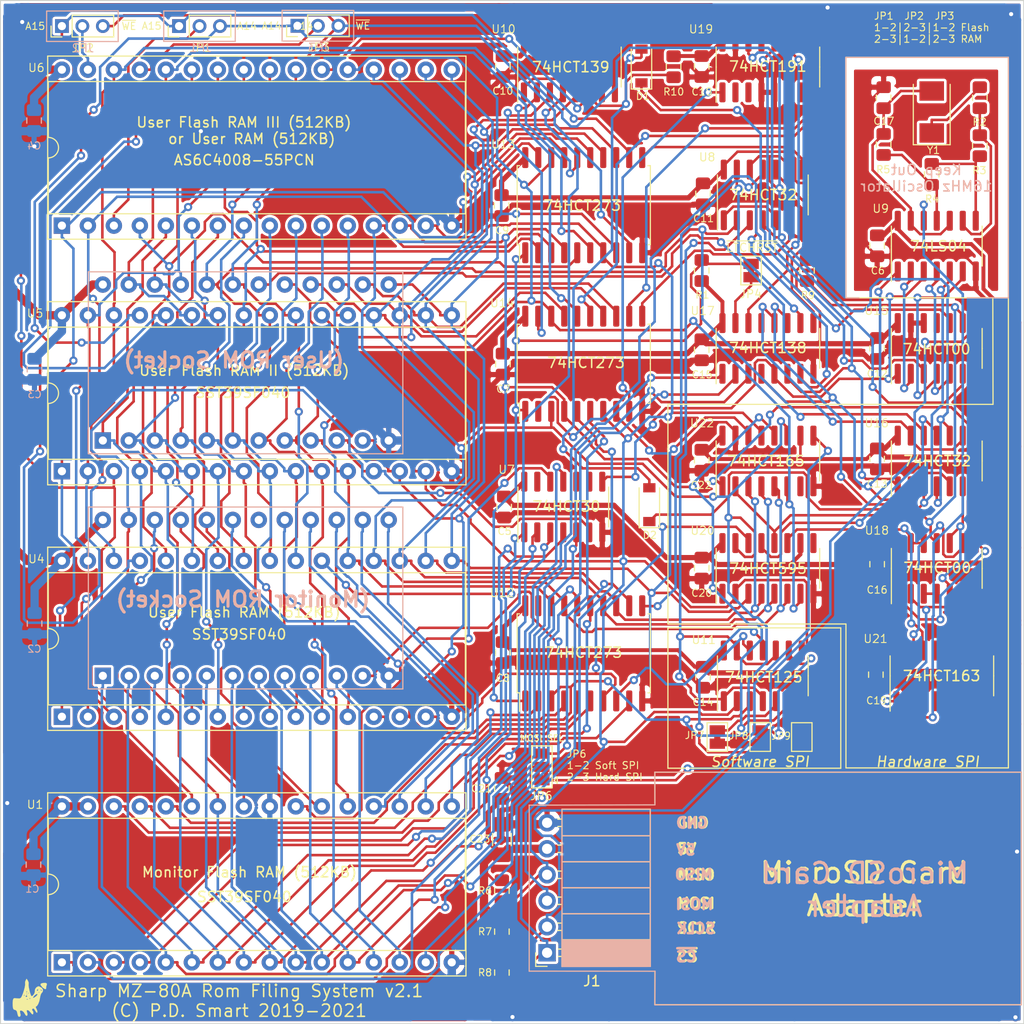
<source format=kicad_pcb>
(kicad_pcb (version 20171130) (host pcbnew "(5.1.2-1)-1")
  (layers (0 F.Cu signal) (31 B.Cu signal) (34 B.Paste user) (35 F.Paste user) (36 B.SilkS user) (37 F.SilkS user) (38 B.Mask user) (39 F.Mask user) (44 Edge.Cuts user))
  (net 0 "")
  (net 1 GNDPWR)
  (net 2 +5V)
  (net 3 ~CSUSR~)
  (net 4 /CONTROLLOGIC/~CS~)
  (net 5 /CONTROLLOGIC/SCLK)
  (net 6 /CONTROLLOGIC/MOSI)
  (net 7 /CONTROLLOGIC/MISO)
  (net 8 "Net-(JP1-Pad2)")
  (net 9 ~WR~)
  (net 10 "Net-(JP2-Pad2)")
  (net 11 "Net-(JP3-Pad2)")
  (net 12 "Net-(JP4-Pad1)")
  (net 13 /CONTROLLOGIC/BBSCLK)
  (net 14 /CONTROLLOGIC/BBMOSI)
  (net 15 "Net-(JP6-Pad1)")
  (net 16 "Net-(R2-Pad2)")
  (net 17 "Net-(R2-Pad1)")
  (net 18 "Net-(R3-Pad1)")
  (net 19 "Net-(R4-Pad1)")
  (net 20 /MEMORY/RD2)
  (net 21 /MEMORY/RD1)
  (net 22 /MEMORY/RD0)
  (net 23 /MEMORY/~CSMROM~)
  (net 24 /MEMORY/RD7)
  (net 25 /MEMORY/RD6)
  (net 26 /MEMORY/RD5)
  (net 27 /MEMORY/RD4)
  (net 28 /MEMORY/RD3)
  (net 29 "Net-(U2-Pad18)")
  (net 30 ~RD~)
  (net 31 ~CSUFLSH1~)
  (net 32 ~CSUFLSH2~)
  (net 33 ~CSRAM~)
  (net 34 "Net-(U12-Pad11)")
  (net 35 "Net-(U13-Pad11)")
  (net 36 "Net-(U14-Pad11)")
  (net 37 "Net-(U11-Pad1)")
  (net 38 "Net-(U15-Pad4)")
  (net 39 "Net-(U15-Pad5)")
  (net 40 "Net-(U15-Pad2)")
  (net 41 "Net-(U10-Pad12)")
  (net 42 "Net-(U10-Pad11)")
  (net 43 "Net-(U10-Pad10)")
  (net 44 "Net-(U10-Pad9)")
  (net 45 "Net-(U12-Pad19)")
  (net 46 /CONTROLLOGIC/BK2A20)
  (net 47 /CONTROLLOGIC/BK2A19)
  (net 48 /CONTROLLOGIC/CDLTCH3)
  (net 49 /CONTROLLOGIC/CDLTCH2)
  (net 50 /CONTROLLOGIC/CDLTCH1)
  (net 51 "Net-(U15-Pad11)")
  (net 52 "Net-(U15-Pad6)")
  (net 53 "Net-(U16-Pad11)")
  (net 54 "Net-(U16-Pad8)")
  (net 55 "Net-(U16-Pad6)")
  (net 56 "Net-(U16-Pad1)")
  (net 57 "Net-(U18-Pad3)")
  (net 58 "Net-(U18-Pad2)")
  (net 59 "Net-(U19-Pad7)")
  (net 60 "Net-(U20-Pad9)")
  (net 61 "Net-(U21-Pad13)")
  (net 62 "Net-(U21-Pad12)")
  (net 63 "Net-(U21-Pad11)")
  (net 64 "Net-(U21-Pad6)")
  (net 65 "Net-(U21-Pad5)")
  (net 66 "Net-(U21-Pad4)")
  (net 67 "Net-(U21-Pad3)")
  (net 68 "Net-(C17-Pad1)")
  (net 69 "Net-(U10-Pad7)")
  (net 70 "Net-(U19-Pad13)")
  (net 71 "Net-(U19-Pad6)")
  (net 72 "Net-(U19-Pad3)")
  (net 73 "Net-(U19-Pad2)")
  (net 74 "Net-(U22-Pad7)")
  (net 75 BK2A14)
  (net 76 BK2A16)
  (net 77 BK2A15)
  (net 78 BK1A17)
  (net 79 BK1A14)
  (net 80 BK1A13)
  (net 81 A0)
  (net 82 A8)
  (net 83 A1)
  (net 84 A9)
  (net 85 A2)
  (net 86 A11)
  (net 87 A3)
  (net 88 A4)
  (net 89 A10)
  (net 90 A5)
  (net 91 A6)
  (net 92 A7)
  (net 93 BK1A12)
  (net 94 BK1A15)
  (net 95 BK1A16)
  (net 96 BK1A18)
  (net 97 /MEMORY/UA8)
  (net 98 UD2)
  (net 99 /MEMORY/UA9)
  (net 100 UD1)
  (net 101 UD0)
  (net 102 /MEMORY/UA0)
  (net 103 /MEMORY/UA10)
  (net 104 /MEMORY/UA1)
  (net 105 /MEMORY/UA2)
  (net 106 UD7)
  (net 107 /MEMORY/UA3)
  (net 108 UD6)
  (net 109 /MEMORY/UA4)
  (net 110 UD5)
  (net 111 /MEMORY/UA5)
  (net 112 UD4)
  (net 113 /MEMORY/UA6)
  (net 114 UD3)
  (net 115 /MEMORY/UA7)
  (net 116 BK2A13)
  (net 117 BK2A11)
  (net 118 BK2A12)
  (net 119 BK2A17)
  (net 120 BK2A18)
  (net 121 "Net-(U18-Pad1)")
  (net 122 "Net-(U21-Pad2)")
  (net 123 "Net-(JP7-Pad1)")
  (net 124 "Net-(JP8-Pad1)")
  (net 125 "Net-(JP9-Pad1)")
  (net 126 /CONTROLLOGIC/0xEFF8)
  (net 127 /CONTROLLOGIC/0xEFF8-0xEFFF)
  (net 128 /CONTROLLOGIC/0xEFFD)
  (net 129 /CONTROLLOGIC/0xEFFE)
  (net 130 /CONTROLLOGIC/0xEFFF)
  (net 131 /CONTROLLOGIC/0xEFFB)
  (net 132 /CONTROLLOGIC/0xEFFC)
  (net 133 "Net-(R9-Pad1)")
  (net 134 "Net-(U18-Pad12)")
  (net 135 "Net-(U18-Pad9)")
  (net 136 "Net-(D1-Pad2)")
  (net 137 "Net-(D1-Pad1)")
  (net 138 "Net-(D2-Pad1)")
  (net 139 /CONTROLLOGIC/0xEFF9)
  (net 140 /CONTROLLOGIC/0xEFFA)
  (module Package_DIP:DIP-24_W15.24mm_Socket (layer F.Cu) (at 110 73 90)
    (fp_text reference U3 hide)
    (fp_text value "(User ROM)" hide)
    (pad 24 thru_hole oval (at 15.24 0 90) (size 1.6 1.6) (drill 0.8) (layers *.Cu *.Mask) (net 2 +5V))
    (pad 12 thru_hole oval (at 0 27.94 90) (size 1.6 1.6) (drill 0.8) (layers *.Cu *.Mask) (net 1 GNDPWR))
    (pad 23 thru_hole oval (at 15.24 2.54 90) (size 1.6 1.6) (drill 0.8) (layers *.Cu *.Mask) (net 97 /MEMORY/UA8))
    (pad 11 thru_hole oval (at 0 25.4 90) (size 1.6 1.6) (drill 0.8) (layers *.Cu *.Mask) (net 98 UD2))
    (pad 22 thru_hole oval (at 15.24 5.08 90) (size 1.6 1.6) (drill 0.8) (layers *.Cu *.Mask) (net 99 /MEMORY/UA9))
    (pad 10 thru_hole oval (at 0 22.86 90) (size 1.6 1.6) (drill 0.8) (layers *.Cu *.Mask) (net 100 UD1))
    (pad 21 thru_hole oval (at 15.24 7.62 90) (size 1.6 1.6) (drill 0.8) (layers *.Cu *.Mask) (net 9 ~WR~))
    (pad 9 thru_hole oval (at 0 20.32 90) (size 1.6 1.6) (drill 0.8) (layers *.Cu *.Mask) (net 101 UD0))
    (pad 20 thru_hole oval (at 15.24 10.16 90) (size 1.6 1.6) (drill 0.8) (layers *.Cu *.Mask) (net 30 ~RD~))
    (pad 8 thru_hole oval (at 0 17.78 90) (size 1.6 1.6) (drill 0.8) (layers *.Cu *.Mask) (net 102 /MEMORY/UA0))
    (pad 19 thru_hole oval (at 15.24 12.7 90) (size 1.6 1.6) (drill 0.8) (layers *.Cu *.Mask) (net 103 /MEMORY/UA10))
    (pad 7 thru_hole oval (at 0 15.24 90) (size 1.6 1.6) (drill 0.8) (layers *.Cu *.Mask) (net 104 /MEMORY/UA1))
    (pad 18 thru_hole oval (at 15.24 15.24 90) (size 1.6 1.6) (drill 0.8) (layers *.Cu *.Mask) (net 3 ~CSUSR~))
    (pad 6 thru_hole oval (at 0 12.7 90) (size 1.6 1.6) (drill 0.8) (layers *.Cu *.Mask) (net 105 /MEMORY/UA2))
    (pad 17 thru_hole oval (at 15.24 17.78 90) (size 1.6 1.6) (drill 0.8) (layers *.Cu *.Mask) (net 106 UD7))
    (pad 5 thru_hole oval (at 0 10.16 90) (size 1.6 1.6) (drill 0.8) (layers *.Cu *.Mask) (net 107 /MEMORY/UA3))
    (pad 16 thru_hole oval (at 15.24 20.32 90) (size 1.6 1.6) (drill 0.8) (layers *.Cu *.Mask) (net 108 UD6))
    (pad 4 thru_hole oval (at 0 7.62 90) (size 1.6 1.6) (drill 0.8) (layers *.Cu *.Mask) (net 109 /MEMORY/UA4))
    (pad 15 thru_hole oval (at 15.24 22.86 90) (size 1.6 1.6) (drill 0.8) (layers *.Cu *.Mask) (net 110 UD5))
    (pad 3 thru_hole oval (at 0 5.08 90) (size 1.6 1.6) (drill 0.8) (layers *.Cu *.Mask) (net 111 /MEMORY/UA5))
    (pad 14 thru_hole oval (at 15.24 25.4 90) (size 1.6 1.6) (drill 0.8) (layers *.Cu *.Mask) (net 112 UD4))
    (pad 2 thru_hole oval (at 0 2.54 90) (size 1.6 1.6) (drill 0.8) (layers *.Cu *.Mask) (net 113 /MEMORY/UA6))
    (pad 13 thru_hole oval (at 15.24 27.94 90) (size 1.6 1.6) (drill 0.8) (layers *.Cu *.Mask) (net 114 UD3))
    (pad 1 thru_hole rect (at 0 0 90) (size 1.6 1.6) (drill 0.8) (layers *.Cu *.Mask) (net 115 /MEMORY/UA7))
  )
  (module Package_DIP:DIP-24_W15.24mm_Socket (layer F.Cu) (at 110 96 90)
    (fp_text reference U2 hide)
    (fp_text value "(Monitor ROM)" hide)
    (pad 24 thru_hole oval (at 15.24 0 90) (size 1.6 1.6) (drill 0.8) (layers *.Cu *.Mask) (net 2 +5V))
    (pad 12 thru_hole oval (at 0 27.94 90) (size 1.6 1.6) (drill 0.8) (layers *.Cu *.Mask) (net 1 GNDPWR))
    (pad 23 thru_hole oval (at 15.24 2.54 90) (size 1.6 1.6) (drill 0.8) (layers *.Cu *.Mask) (net 82 A8))
    (pad 11 thru_hole oval (at 0 25.4 90) (size 1.6 1.6) (drill 0.8) (layers *.Cu *.Mask) (net 20 /MEMORY/RD2))
    (pad 22 thru_hole oval (at 15.24 5.08 90) (size 1.6 1.6) (drill 0.8) (layers *.Cu *.Mask) (net 84 A9))
    (pad 10 thru_hole oval (at 0 22.86 90) (size 1.6 1.6) (drill 0.8) (layers *.Cu *.Mask) (net 21 /MEMORY/RD1))
    (pad 21 thru_hole oval (at 15.24 7.62 90) (size 1.6 1.6) (drill 0.8) (layers *.Cu *.Mask) (net 86 A11))
    (pad 9 thru_hole oval (at 0 20.32 90) (size 1.6 1.6) (drill 0.8) (layers *.Cu *.Mask) (net 22 /MEMORY/RD0))
    (pad 20 thru_hole oval (at 15.24 10.16 90) (size 1.6 1.6) (drill 0.8) (layers *.Cu *.Mask) (net 23 /MEMORY/~CSMROM~))
    (pad 8 thru_hole oval (at 0 17.78 90) (size 1.6 1.6) (drill 0.8) (layers *.Cu *.Mask) (net 81 A0))
    (pad 19 thru_hole oval (at 15.24 12.7 90) (size 1.6 1.6) (drill 0.8) (layers *.Cu *.Mask) (net 89 A10))
    (pad 7 thru_hole oval (at 0 15.24 90) (size 1.6 1.6) (drill 0.8) (layers *.Cu *.Mask) (net 83 A1))
    (pad 18 thru_hole oval (at 15.24 15.24 90) (size 1.6 1.6) (drill 0.8) (layers *.Cu *.Mask) (net 29 "Net-(U2-Pad18)"))
    (pad 6 thru_hole oval (at 0 12.7 90) (size 1.6 1.6) (drill 0.8) (layers *.Cu *.Mask) (net 85 A2))
    (pad 17 thru_hole oval (at 15.24 17.78 90) (size 1.6 1.6) (drill 0.8) (layers *.Cu *.Mask) (net 24 /MEMORY/RD7))
    (pad 5 thru_hole oval (at 0 10.16 90) (size 1.6 1.6) (drill 0.8) (layers *.Cu *.Mask) (net 87 A3))
    (pad 16 thru_hole oval (at 15.24 20.32 90) (size 1.6 1.6) (drill 0.8) (layers *.Cu *.Mask) (net 25 /MEMORY/RD6))
    (pad 4 thru_hole oval (at 0 7.62 90) (size 1.6 1.6) (drill 0.8) (layers *.Cu *.Mask) (net 88 A4))
    (pad 15 thru_hole oval (at 15.24 22.86 90) (size 1.6 1.6) (drill 0.8) (layers *.Cu *.Mask) (net 26 /MEMORY/RD5))
    (pad 3 thru_hole oval (at 0 5.08 90) (size 1.6 1.6) (drill 0.8) (layers *.Cu *.Mask) (net 90 A5))
    (pad 14 thru_hole oval (at 15.24 25.4 90) (size 1.6 1.6) (drill 0.8) (layers *.Cu *.Mask) (net 27 /MEMORY/RD4))
    (pad 2 thru_hole oval (at 0 2.54 90) (size 1.6 1.6) (drill 0.8) (layers *.Cu *.Mask) (net 91 A6))
    (pad 13 thru_hole oval (at 15.24 27.94 90) (size 1.6 1.6) (drill 0.8) (layers *.Cu *.Mask) (net 28 /MEMORY/RD3))
    (pad 1 thru_hole rect (at 0 0 90) (size 1.6 1.6) (drill 0.8) (layers *.Cu *.Mask) (net 92 A7))
  )
  (module Graphic:Argo (layer F.Cu) (at 102.87 127.48)
    (fp_text reference LG1 hide)
    (fp_text value "Argo Logo" hide)
  )
  (module Connector_PinHeader_2.00mm:PinHeader_1x03_P2.00mm_Vertical (layer F.Cu) (at 129.02 32.47 90)
    (fp_text reference JP3 (at -2.11 2.07 180) (layer F.SilkS) (effects (font (size 0.8 0.8) (thickness 0.1))))
    (fp_text value ~WE~ (at -0.01 6.39 180) (layer F.SilkS) (effects (font (size 0.7 0.7) (thickness 0.1))))
    (pad 3 thru_hole oval (at 0 4 90) (size 1.35 1.35) (drill 0.8) (layers *.Cu *.Mask) (net 9 ~WR~))
    (pad 2 thru_hole oval (at 0 2 90) (size 1.35 1.35) (drill 0.8) (layers *.Cu *.Mask) (net 11 "Net-(JP3-Pad2)"))
    (pad 1 thru_hole rect (at 0 0 90) (size 1.35 1.35) (drill 0.8) (layers *.Cu *.Mask) (net 75 BK2A14))
  )
  (module Connector_PinHeader_2.00mm:PinHeader_1x03_P2.00mm_Vertical (layer F.Cu) (at 106 32.5 90)
    (fp_text reference JP2 (at -2.15 2.04 180) (layer F.SilkS) (effects (font (size 0.8 0.8) (thickness 0.1))))
    (fp_text value ~WE~ (at -0.01 6.55 180) (layer F.SilkS) (effects (font (size 0.7 0.7) (thickness 0.1))))
    (pad 3 thru_hole oval (at 0 4 90) (size 1.35 1.35) (drill 0.8) (layers *.Cu *.Mask) (net 9 ~WR~))
    (pad 2 thru_hole oval (at 0 2 90) (size 1.35 1.35) (drill 0.8) (layers *.Cu *.Mask) (net 10 "Net-(JP2-Pad2)"))
    (pad 1 thru_hole rect (at 0 0 90) (size 1.35 1.35) (drill 0.8) (layers *.Cu *.Mask) (net 77 BK2A15))
  )
  (module Connector_PinHeader_2.00mm:PinHeader_1x03_P2.00mm_Vertical (layer F.Cu) (at 117.45 32.5 90)
    (fp_text reference JP1 (at -2.11 2.08 180) (layer F.SilkS) (effects (font (size 0.8 0.8) (thickness 0.1))))
    (fp_text value A14 (at 0 6.64 180) (layer F.SilkS) (effects (font (size 0.7 0.7) (thickness 0.1))))
    (pad 3 thru_hole oval (at 0 4 90) (size 1.35 1.35) (drill 0.8) (layers *.Cu *.Mask) (net 75 BK2A14))
    (pad 2 thru_hole oval (at 0 2 90) (size 1.35 1.35) (drill 0.8) (layers *.Cu *.Mask) (net 8 "Net-(JP1-Pad2)"))
    (pad 1 thru_hole rect (at 0 0 90) (size 1.35 1.35) (drill 0.8) (layers *.Cu *.Mask) (net 77 BK2A15))
  )
  (module Diode_SMD:D_SOD-123 (layer F.Cu) (at 163.41 79.27 90)
    (fp_text reference D2 (at -2.98 0.04) (layer F.SilkS) (effects (font (size 0.7 0.7) (thickness 0.1))))
    (fp_text value 1N5817 hide)
    (pad 2 smd rect (at 1.65 0 90) (size 0.9 1.2) (layers F.Cu F.Paste F.Mask) (net 136 "Net-(D1-Pad2)"))
    (pad 1 smd rect (at -1.65 0 90) (size 0.9 1.2) (layers F.Cu F.Paste F.Mask) (net 138 "Net-(D2-Pad1)"))
  )
  (module Diode_SMD:D_SOD-123 (layer F.Cu) (at 162.64 36.4 90)
    (fp_text reference D1 (at -2.95 0.14 180) (layer F.SilkS) (effects (font (size 0.7 0.7) (thickness 0.1))))
    (fp_text value 1N5817 hide)
    (pad 2 smd rect (at 1.65 0 90) (size 0.9 1.2) (layers F.Cu F.Paste F.Mask) (net 136 "Net-(D1-Pad2)"))
    (pad 1 smd rect (at -1.65 0 90) (size 0.9 1.2) (layers F.Cu F.Paste F.Mask) (net 137 "Net-(D1-Pad1)"))
  )
  (module Jumper:SolderJumper-2_P1.3mm_Bridged_Pad1.0x1.5mm (layer F.Cu) (at 173.355 56.388 270)
    (fp_text reference JP4 (at 2.292 0.025) (layer F.SilkS) (effects (font (size 0.8 0.8) (thickness 0.1))))
    (fp_text value ~LTCHRST~ (at -2.238 -0.095) (layer F.SilkS) (effects (font (size 0.8 0.8) (thickness 0.1))))
    (fp_poly (pts (xy -0.25 -0.3) (xy 0.25 -0.3) (xy 0.25 0.3) (xy -0.25 0.3)) (layer F.Cu) (width 0))
    (pad 2 smd rect (at 0.65 0 270) (size 1 1.5) (layers F.Cu F.Mask) (net 126 /CONTROLLOGIC/0xEFF8))
    (pad 1 smd rect (at -0.65 0 270) (size 1 1.5) (layers F.Cu F.Mask) (net 12 "Net-(JP4-Pad1)"))
  )
  (module Resistor_SMD:R_0805_2012Metric_Pad1.15x1.40mm_HandSolder (layer F.Cu) (at 165.78 36.47 90)
    (fp_text reference R10 (at -2.45 0.01 180) (layer F.SilkS) (effects (font (size 0.7 0.7) (thickness 0.1))))
    (fp_text value 1K8 hide)
    (pad 2 smd roundrect (at 1.025 0 90) (size 1.15 1.4) (layers F.Cu F.Paste F.Mask) (roundrect_rratio 0.217391) (net 2 +5V))
    (pad 1 smd roundrect (at -1.025 0 90) (size 1.15 1.4) (layers F.Cu F.Paste F.Mask) (roundrect_rratio 0.217391) (net 136 "Net-(D1-Pad2)"))
  )
  (module Crystal:Crystal_SMD_Abracon_ABM3-2Pin_5.0x3.2mm (layer F.Cu) (at 191.008 40.894 90)
    (fp_text reference Y1 (at -3.736 0.172 180) (layer F.SilkS) (effects (font (size 0.7 0.7) (thickness 0.1))))
    (fp_text value 16MHz hide)
    (pad 2 smd rect (at 2.05 0 90) (size 1.9 2.4) (layers F.Cu F.Paste F.Mask) (net 68 "Net-(C17-Pad1)"))
    (pad 1 smd rect (at -2.05 0 90) (size 1.9 2.4) (layers F.Cu F.Paste F.Mask) (net 17 "Net-(R2-Pad1)"))
  )
  (module Resistor_SMD:R_0805_2012Metric_Pad1.15x1.40mm_HandSolder (layer F.Cu) (at 178.816 56.388 90)
    (fp_text reference R9 (at -2.422 0.084) (layer F.SilkS) (effects (font (size 0.7 0.7) (thickness 0.1))))
    (fp_text value 10K hide)
    (pad 1 smd roundrect (at -1.025 0 90) (size 1.15 1.4) (layers F.Cu F.Paste F.Mask) (roundrect_rratio 0.217391) (net 133 "Net-(R9-Pad1)"))
    (pad 2 smd roundrect (at 1.025 0 90) (size 1.15 1.4) (layers F.Cu F.Paste F.Mask) (roundrect_rratio 0.217391) (net 2 +5V))
  )
  (module Package_SO:SOIC-20W_7.5x12.8mm_P1.27mm (layer F.Cu) (at 157 65.5 90)
    (fp_text reference U14 (at 5.93 -7.97) (layer F.SilkS) (effects (font (size 0.8 0.8) (thickness 0.1))))
    (fp_text value 74HCT273 (at 0.095 0.226 180) (layer F.SilkS))
    (pad 20 smd roundrect (at 4.65 -5.715 90) (size 2.05 0.6) (layers F.Cu F.Paste F.Mask) (net 2 +5V))
    (pad 19 smd roundrect (at 4.65 -4.445 90) (size 2.05 0.6) (layers F.Cu F.Paste F.Mask) (net 46 /CONTROLLOGIC/BK2A20))
    (pad 18 smd roundrect (at 4.65 -3.175 90) (size 2.05 0.6) (layers F.Cu F.Paste F.Mask) (net 106 UD7))
    (pad 17 smd roundrect (at 4.65 -1.905 90) (size 2.05 0.6) (layers F.Cu F.Paste F.Mask) (net 108 UD6))
    (pad 16 smd roundrect (at 4.65 -0.635 90) (size 2.05 0.6) (layers F.Cu F.Paste F.Mask) (net 47 /CONTROLLOGIC/BK2A19))
    (pad 15 smd roundrect (at 4.65 0.635 90) (size 2.05 0.6) (layers F.Cu F.Paste F.Mask) (net 48 /CONTROLLOGIC/CDLTCH3))
    (pad 14 smd roundrect (at 4.65 1.905 90) (size 2.05 0.6) (layers F.Cu F.Paste F.Mask) (net 110 UD5))
    (pad 13 smd roundrect (at 4.65 3.175 90) (size 2.05 0.6) (layers F.Cu F.Paste F.Mask) (net 112 UD4))
    (pad 12 smd roundrect (at 4.65 4.445 90) (size 2.05 0.6) (layers F.Cu F.Paste F.Mask) (net 49 /CONTROLLOGIC/CDLTCH2))
    (pad 11 smd roundrect (at 4.65 5.715 90) (size 2.05 0.6) (layers F.Cu F.Paste F.Mask) (net 36 "Net-(U14-Pad11)"))
    (pad 10 smd roundrect (at -4.65 5.715 90) (size 2.05 0.6) (layers F.Cu F.Paste F.Mask) (net 1 GNDPWR))
    (pad 9 smd roundrect (at -4.65 4.445 90) (size 2.05 0.6) (layers F.Cu F.Paste F.Mask) (net 50 /CONTROLLOGIC/CDLTCH1))
    (pad 8 smd roundrect (at -4.65 3.175 90) (size 2.05 0.6) (layers F.Cu F.Paste F.Mask) (net 114 UD3))
    (pad 7 smd roundrect (at -4.65 1.905 90) (size 2.05 0.6) (layers F.Cu F.Paste F.Mask) (net 98 UD2))
    (pad 6 smd roundrect (at -4.65 0.635 90) (size 2.05 0.6) (layers F.Cu F.Paste F.Mask) (net 14 /CONTROLLOGIC/BBMOSI))
    (pad 5 smd roundrect (at -4.65 -0.635 90) (size 2.05 0.6) (layers F.Cu F.Paste F.Mask) (net 4 /CONTROLLOGIC/~CS~))
    (pad 4 smd roundrect (at -4.65 -1.905 90) (size 2.05 0.6) (layers F.Cu F.Paste F.Mask) (net 100 UD1))
    (pad 3 smd roundrect (at -4.65 -3.175 90) (size 2.05 0.6) (layers F.Cu F.Paste F.Mask) (net 101 UD0))
    (pad 2 smd roundrect (at -4.65 -4.445 90) (size 2.05 0.6) (layers F.Cu F.Paste F.Mask) (net 13 /CONTROLLOGIC/BBSCLK))
    (pad 1 smd roundrect (at -4.65 -5.715 90) (size 2.05 0.6) (layers F.Cu F.Paste F.Mask) (net 12 "Net-(JP4-Pad1)"))
  )
  (module Package_SO:SOIC-20W_7.5x12.8mm_P1.27mm (layer F.Cu) (at 157 50 90)
    (fp_text reference U13 (at 5.95 -7.87) (layer F.SilkS) (effects (font (size 0.8 0.8) (thickness 0.1))))
    (fp_text value 74HCT273 (at -0.038 -0.155 180) (layer F.SilkS))
    (pad 20 smd roundrect (at 4.65 -5.715 90) (size 2.05 0.6) (layers F.Cu F.Paste F.Mask) (net 2 +5V))
    (pad 19 smd roundrect (at 4.65 -4.445 90) (size 2.05 0.6) (layers F.Cu F.Paste F.Mask) (net 120 BK2A18))
    (pad 18 smd roundrect (at 4.65 -3.175 90) (size 2.05 0.6) (layers F.Cu F.Paste F.Mask) (net 106 UD7))
    (pad 17 smd roundrect (at 4.65 -1.905 90) (size 2.05 0.6) (layers F.Cu F.Paste F.Mask) (net 108 UD6))
    (pad 16 smd roundrect (at 4.65 -0.635 90) (size 2.05 0.6) (layers F.Cu F.Paste F.Mask) (net 119 BK2A17))
    (pad 15 smd roundrect (at 4.65 0.635 90) (size 2.05 0.6) (layers F.Cu F.Paste F.Mask) (net 76 BK2A16))
    (pad 14 smd roundrect (at 4.65 1.905 90) (size 2.05 0.6) (layers F.Cu F.Paste F.Mask) (net 110 UD5))
    (pad 13 smd roundrect (at 4.65 3.175 90) (size 2.05 0.6) (layers F.Cu F.Paste F.Mask) (net 112 UD4))
    (pad 12 smd roundrect (at 4.65 4.445 90) (size 2.05 0.6) (layers F.Cu F.Paste F.Mask) (net 77 BK2A15))
    (pad 11 smd roundrect (at 4.65 5.715 90) (size 2.05 0.6) (layers F.Cu F.Paste F.Mask) (net 35 "Net-(U13-Pad11)"))
    (pad 10 smd roundrect (at -4.65 5.715 90) (size 2.05 0.6) (layers F.Cu F.Paste F.Mask) (net 1 GNDPWR))
    (pad 9 smd roundrect (at -4.65 4.445 90) (size 2.05 0.6) (layers F.Cu F.Paste F.Mask) (net 75 BK2A14))
    (pad 8 smd roundrect (at -4.65 3.175 90) (size 2.05 0.6) (layers F.Cu F.Paste F.Mask) (net 114 UD3))
    (pad 7 smd roundrect (at -4.65 1.905 90) (size 2.05 0.6) (layers F.Cu F.Paste F.Mask) (net 98 UD2))
    (pad 6 smd roundrect (at -4.65 0.635 90) (size 2.05 0.6) (layers F.Cu F.Paste F.Mask) (net 116 BK2A13))
    (pad 5 smd roundrect (at -4.65 -0.635 90) (size 2.05 0.6) (layers F.Cu F.Paste F.Mask) (net 118 BK2A12))
    (pad 4 smd roundrect (at -4.65 -1.905 90) (size 2.05 0.6) (layers F.Cu F.Paste F.Mask) (net 100 UD1))
    (pad 3 smd roundrect (at -4.65 -3.175 90) (size 2.05 0.6) (layers F.Cu F.Paste F.Mask) (net 101 UD0))
    (pad 2 smd roundrect (at -4.65 -4.445 90) (size 2.05 0.6) (layers F.Cu F.Paste F.Mask) (net 117 BK2A11))
    (pad 1 smd roundrect (at -4.65 -5.715 90) (size 2.05 0.6) (layers F.Cu F.Paste F.Mask) (net 12 "Net-(JP4-Pad1)"))
  )
  (module Package_SO:SOIC-20W_7.5x12.8mm_P1.27mm (layer F.Cu) (at 157 93.8 90)
    (fp_text reference U12 (at 5.91 -7.99) (layer F.SilkS) (effects (font (size 0.8 0.8) (thickness 0.1))))
    (fp_text value 74HCT273 (at 0.074 -0.028 180) (layer F.SilkS))
    (pad 20 smd roundrect (at 4.65 -5.715 90) (size 2.05 0.6) (layers F.Cu F.Paste F.Mask) (net 2 +5V))
    (pad 19 smd roundrect (at 4.65 -4.445 90) (size 2.05 0.6) (layers F.Cu F.Paste F.Mask) (net 45 "Net-(U12-Pad19)"))
    (pad 18 smd roundrect (at 4.65 -3.175 90) (size 2.05 0.6) (layers F.Cu F.Paste F.Mask) (net 106 UD7))
    (pad 17 smd roundrect (at 4.65 -1.905 90) (size 2.05 0.6) (layers F.Cu F.Paste F.Mask) (net 108 UD6))
    (pad 16 smd roundrect (at 4.65 -0.635 90) (size 2.05 0.6) (layers F.Cu F.Paste F.Mask) (net 96 BK1A18))
    (pad 15 smd roundrect (at 4.65 0.635 90) (size 2.05 0.6) (layers F.Cu F.Paste F.Mask) (net 78 BK1A17))
    (pad 14 smd roundrect (at 4.65 1.905 90) (size 2.05 0.6) (layers F.Cu F.Paste F.Mask) (net 110 UD5))
    (pad 13 smd roundrect (at 4.65 3.175 90) (size 2.05 0.6) (layers F.Cu F.Paste F.Mask) (net 112 UD4))
    (pad 12 smd roundrect (at 4.65 4.445 90) (size 2.05 0.6) (layers F.Cu F.Paste F.Mask) (net 95 BK1A16))
    (pad 11 smd roundrect (at 4.65 5.715 90) (size 2.05 0.6) (layers F.Cu F.Paste F.Mask) (net 34 "Net-(U12-Pad11)"))
    (pad 10 smd roundrect (at -4.65 5.715 90) (size 2.05 0.6) (layers F.Cu F.Paste F.Mask) (net 1 GNDPWR))
    (pad 9 smd roundrect (at -4.65 4.445 90) (size 2.05 0.6) (layers F.Cu F.Paste F.Mask) (net 94 BK1A15))
    (pad 8 smd roundrect (at -4.65 3.175 90) (size 2.05 0.6) (layers F.Cu F.Paste F.Mask) (net 114 UD3))
    (pad 7 smd roundrect (at -4.65 1.905 90) (size 2.05 0.6) (layers F.Cu F.Paste F.Mask) (net 98 UD2))
    (pad 6 smd roundrect (at -4.65 0.635 90) (size 2.05 0.6) (layers F.Cu F.Paste F.Mask) (net 79 BK1A14))
    (pad 5 smd roundrect (at -4.65 -0.635 90) (size 2.05 0.6) (layers F.Cu F.Paste F.Mask) (net 80 BK1A13))
    (pad 4 smd roundrect (at -4.65 -1.905 90) (size 2.05 0.6) (layers F.Cu F.Paste F.Mask) (net 100 UD1))
    (pad 3 smd roundrect (at -4.65 -3.175 90) (size 2.05 0.6) (layers F.Cu F.Paste F.Mask) (net 101 UD0))
    (pad 2 smd roundrect (at -4.65 -4.445 90) (size 2.05 0.6) (layers F.Cu F.Paste F.Mask) (net 93 BK1A12))
    (pad 1 smd roundrect (at -4.65 -5.715 90) (size 2.05 0.6) (layers F.Cu F.Paste F.Mask) (net 12 "Net-(JP4-Pad1)"))
  )
  (module Package_SO:SOIC-16_3.9x9.9mm_P1.27mm (layer F.Cu) (at 175 36.5 90)
    (fp_text reference U19 (at 3.7 -6.54 180) (layer F.SilkS) (effects (font (size 0.8 0.8) (thickness 0.1))))
    (fp_text value 74HCT191 (at 0.05 -0.009 180) (layer F.SilkS))
    (pad 16 smd roundrect (at 2.475 -4.445 90) (size 1.95 0.6) (layers F.Cu F.Paste F.Mask) (net 2 +5V))
    (pad 15 smd roundrect (at 2.475 -3.175 90) (size 1.95 0.6) (layers F.Cu F.Paste F.Mask) (net 1 GNDPWR))
    (pad 14 smd roundrect (at 2.475 -1.905 90) (size 1.95 0.6) (layers F.Cu F.Paste F.Mask) (net 52 "Net-(U15-Pad6)"))
    (pad 13 smd roundrect (at 2.475 -0.635 90) (size 1.95 0.6) (layers F.Cu F.Paste F.Mask) (net 70 "Net-(U19-Pad13)"))
    (pad 12 smd roundrect (at 2.475 0.635 90) (size 1.95 0.6) (layers F.Cu F.Paste F.Mask) (net 56 "Net-(U16-Pad1)"))
    (pad 11 smd roundrect (at 2.475 1.905 90) (size 1.95 0.6) (layers F.Cu F.Paste F.Mask) (net 139 /CONTROLLOGIC/0xEFF9))
    (pad 10 smd roundrect (at 2.475 3.175 90) (size 1.95 0.6) (layers F.Cu F.Paste F.Mask) (net 49 /CONTROLLOGIC/CDLTCH2))
    (pad 9 smd roundrect (at 2.475 4.445 90) (size 1.95 0.6) (layers F.Cu F.Paste F.Mask) (net 48 /CONTROLLOGIC/CDLTCH3))
    (pad 8 smd roundrect (at -2.475 4.445 90) (size 1.95 0.6) (layers F.Cu F.Paste F.Mask) (net 1 GNDPWR))
    (pad 7 smd roundrect (at -2.475 3.175 90) (size 1.95 0.6) (layers F.Cu F.Paste F.Mask) (net 59 "Net-(U19-Pad7)"))
    (pad 6 smd roundrect (at -2.475 1.905 90) (size 1.95 0.6) (layers F.Cu F.Paste F.Mask) (net 71 "Net-(U19-Pad6)"))
    (pad 5 smd roundrect (at -2.475 0.635 90) (size 1.95 0.6) (layers F.Cu F.Paste F.Mask) (net 1 GNDPWR))
    (pad 4 smd roundrect (at -2.475 -0.635 90) (size 1.95 0.6) (layers F.Cu F.Paste F.Mask) (net 1 GNDPWR))
    (pad 3 smd roundrect (at -2.475 -1.905 90) (size 1.95 0.6) (layers F.Cu F.Paste F.Mask) (net 72 "Net-(U19-Pad3)"))
    (pad 2 smd roundrect (at -2.475 -3.175 90) (size 1.95 0.6) (layers F.Cu F.Paste F.Mask) (net 73 "Net-(U19-Pad2)"))
    (pad 1 smd roundrect (at -2.475 -4.445 90) (size 1.95 0.6) (layers F.Cu F.Paste F.Mask) (net 50 /CONTROLLOGIC/CDLTCH1))
  )
  (module Capacitor_SMD:C_0805_2012Metric_Pad1.15x1.40mm_HandSolder (layer F.Cu) (at 149.225 79.502 270)
    (fp_text reference C5 (at 2.368 -0.035) (layer F.SilkS) (effects (font (size 0.7 0.7) (thickness 0.1))))
    (fp_text value 100nF hide)
    (pad 2 smd roundrect (at 1.025 0 270) (size 1.15 1.4) (layers F.Cu F.Paste F.Mask) (roundrect_rratio 0.217391) (net 1 GNDPWR))
    (pad 1 smd roundrect (at -1.025 0 270) (size 1.15 1.4) (layers F.Cu F.Paste F.Mask) (roundrect_rratio 0.217391) (net 2 +5V))
  )
  (module Package_SO:SOIC-14_3.9x8.7mm_P1.27mm (layer F.Cu) (at 174.5 96 90)
    (fp_text reference U11 (at 3.52 -5.77) (layer F.SilkS) (effects (font (size 0.8 0.8) (thickness 0.1))))
    (fp_text value 74HCT125 (at -0.134 0.094 180) (layer F.SilkS))
    (pad 14 smd roundrect (at 2.475 -3.81 90) (size 1.95 0.6) (layers F.Cu F.Paste F.Mask) (net 2 +5V))
    (pad 13 smd roundrect (at 2.475 -2.54 90) (size 1.95 0.6) (layers F.Cu F.Paste F.Mask) (net 37 "Net-(U11-Pad1)"))
    (pad 12 smd roundrect (at 2.475 -1.27 90) (size 1.95 0.6) (layers F.Cu F.Paste F.Mask) (net 125 "Net-(JP9-Pad1)"))
    (pad 11 smd roundrect (at 2.475 0 90) (size 1.95 0.6) (layers F.Cu F.Paste F.Mask) (net 114 UD3))
    (pad 10 smd roundrect (at 2.475 1.27 90) (size 1.95 0.6) (layers F.Cu F.Paste F.Mask) (net 37 "Net-(U11-Pad1)"))
    (pad 9 smd roundrect (at 2.475 2.54 90) (size 1.95 0.6) (layers F.Cu F.Paste F.Mask) (net 124 "Net-(JP8-Pad1)"))
    (pad 8 smd roundrect (at 2.475 3.81 90) (size 1.95 0.6) (layers F.Cu F.Paste F.Mask) (net 98 UD2))
    (pad 7 smd roundrect (at -2.475 3.81 90) (size 1.95 0.6) (layers F.Cu F.Paste F.Mask) (net 1 GNDPWR))
    (pad 6 smd roundrect (at -2.475 2.54 90) (size 1.95 0.6) (layers F.Cu F.Paste F.Mask) (net 100 UD1))
    (pad 5 smd roundrect (at -2.475 1.27 90) (size 1.95 0.6) (layers F.Cu F.Paste F.Mask) (net 123 "Net-(JP7-Pad1)"))
    (pad 4 smd roundrect (at -2.475 0 90) (size 1.95 0.6) (layers F.Cu F.Paste F.Mask) (net 37 "Net-(U11-Pad1)"))
    (pad 3 smd roundrect (at -2.475 -1.27 90) (size 1.95 0.6) (layers F.Cu F.Paste F.Mask) (net 101 UD0))
    (pad 2 smd roundrect (at -2.475 -2.54 90) (size 1.95 0.6) (layers F.Cu F.Paste F.Mask) (net 7 /CONTROLLOGIC/MISO))
    (pad 1 smd roundrect (at -2.475 -3.81 90) (size 1.95 0.6) (layers F.Cu F.Paste F.Mask) (net 37 "Net-(U11-Pad1)"))
  )
  (module Jumper:SolderJumper-2_P1.3mm_Bridged_Pad1.0x1.5mm (layer F.Cu) (at 178.308 101.981 270)
    (fp_text reference JP9 (at -0.101 2.018) (layer F.SilkS) (effects (font (size 0.7 0.7) (thickness 0.1))))
    (fp_text value UD3 hide)
    (fp_poly (pts (xy -0.25 -0.3) (xy 0.25 -0.3) (xy 0.25 0.3) (xy -0.25 0.3)) (layer F.Cu) (width 0))
    (pad 2 smd rect (at 0.65 0 270) (size 1 1.5) (layers F.Cu F.Mask) (net 1 GNDPWR))
    (pad 1 smd rect (at -0.65 0 270) (size 1 1.5) (layers F.Cu F.Mask) (net 125 "Net-(JP9-Pad1)"))
  )
  (module Jumper:SolderJumper-2_P1.3mm_Bridged_Pad1.0x1.5mm (layer F.Cu) (at 174.244 101.981 270)
    (fp_text reference JP8 (at -0.131 2.094) (layer F.SilkS) (effects (font (size 0.7 0.7) (thickness 0.1))))
    (fp_text value UD2 hide)
    (fp_poly (pts (xy -0.25 -0.3) (xy 0.25 -0.3) (xy 0.25 0.3) (xy -0.25 0.3)) (layer F.Cu) (width 0))
    (pad 2 smd rect (at 0.65 0 270) (size 1 1.5) (layers F.Cu F.Mask) (net 1 GNDPWR))
    (pad 1 smd rect (at -0.65 0 270) (size 1 1.5) (layers F.Cu F.Mask) (net 124 "Net-(JP8-Pad1)"))
  )
  (module Jumper:SolderJumper-2_P1.3mm_Bridged_Pad1.0x1.5mm (layer F.Cu) (at 170.053 101.981 270)
    (fp_text reference JP7 (at -0.171 2.223) (layer F.SilkS) (effects (font (size 0.7 0.7) (thickness 0.1))))
    (fp_text value UD1 hide)
    (fp_poly (pts (xy -0.25 -0.3) (xy 0.25 -0.3) (xy 0.25 0.3) (xy -0.25 0.3)) (layer F.Cu) (width 0))
    (pad 2 smd rect (at 0.65 0 270) (size 1 1.5) (layers F.Cu F.Mask) (net 1 GNDPWR))
    (pad 1 smd rect (at -0.65 0 270) (size 1 1.5) (layers F.Cu F.Mask) (net 123 "Net-(JP7-Pad1)"))
  )
  (module Connector_PinSocket_2.54mm:PinSocket_1x06_P2.54mm_Horizontal (layer F.Cu) (at 153.416 123.063 180)
    (fp_text reference J1 (at -4.38 -2.77) (layer F.SilkS))
    (fp_text value "SD CARD" hide)
    (pad 6 thru_hole oval (at 0 12.7 180) (size 1.7 1.7) (drill 1) (layers *.Cu *.Mask) (net 1 GNDPWR))
    (pad 5 thru_hole oval (at 0 10.16 180) (size 1.7 1.7) (drill 1) (layers *.Cu *.Mask) (net 2 +5V))
    (pad 4 thru_hole oval (at 0 7.62 180) (size 1.7 1.7) (drill 1) (layers *.Cu *.Mask) (net 7 /CONTROLLOGIC/MISO))
    (pad 3 thru_hole oval (at 0 5.08 180) (size 1.7 1.7) (drill 1) (layers *.Cu *.Mask) (net 6 /CONTROLLOGIC/MOSI))
    (pad 2 thru_hole oval (at 0 2.54 180) (size 1.7 1.7) (drill 1) (layers *.Cu *.Mask) (net 5 /CONTROLLOGIC/SCLK))
    (pad 1 thru_hole rect (at 0 0 180) (size 1.7 1.7) (drill 1) (layers *.Cu *.Mask) (net 4 /CONTROLLOGIC/~CS~))
  )
  (module Package_DIP:DIP-32_W15.24mm_Socket (layer F.Cu) (at 106 52 90)
    (fp_text reference U6 (at 15.424 -2.495) (layer F.SilkS) (effects (font (size 0.8 0.8) (thickness 0.1))))
    (fp_text value AS6C4008-55PCN (at 6.407 17.825 180) (layer F.SilkS))
    (pad 32 thru_hole oval (at 15.24 0 90) (size 1.6 1.6) (drill 0.8) (layers *.Cu *.Mask) (net 2 +5V))
    (pad 16 thru_hole oval (at 0 38.1 90) (size 1.6 1.6) (drill 0.8) (layers *.Cu *.Mask) (net 1 GNDPWR))
    (pad 31 thru_hole oval (at 15.24 2.54 90) (size 1.6 1.6) (drill 0.8) (layers *.Cu *.Mask) (net 10 "Net-(JP2-Pad2)"))
    (pad 15 thru_hole oval (at 0 35.56 90) (size 1.6 1.6) (drill 0.8) (layers *.Cu *.Mask) (net 98 UD2))
    (pad 30 thru_hole oval (at 15.24 5.08 90) (size 1.6 1.6) (drill 0.8) (layers *.Cu *.Mask) (net 119 BK2A17))
    (pad 14 thru_hole oval (at 0 33.02 90) (size 1.6 1.6) (drill 0.8) (layers *.Cu *.Mask) (net 100 UD1))
    (pad 29 thru_hole oval (at 15.24 7.62 90) (size 1.6 1.6) (drill 0.8) (layers *.Cu *.Mask) (net 11 "Net-(JP3-Pad2)"))
    (pad 13 thru_hole oval (at 0 30.48 90) (size 1.6 1.6) (drill 0.8) (layers *.Cu *.Mask) (net 101 UD0))
    (pad 28 thru_hole oval (at 15.24 10.16 90) (size 1.6 1.6) (drill 0.8) (layers *.Cu *.Mask) (net 116 BK2A13))
    (pad 12 thru_hole oval (at 0 27.94 90) (size 1.6 1.6) (drill 0.8) (layers *.Cu *.Mask) (net 102 /MEMORY/UA0))
    (pad 27 thru_hole oval (at 15.24 12.7 90) (size 1.6 1.6) (drill 0.8) (layers *.Cu *.Mask) (net 97 /MEMORY/UA8))
    (pad 11 thru_hole oval (at 0 25.4 90) (size 1.6 1.6) (drill 0.8) (layers *.Cu *.Mask) (net 104 /MEMORY/UA1))
    (pad 26 thru_hole oval (at 15.24 15.24 90) (size 1.6 1.6) (drill 0.8) (layers *.Cu *.Mask) (net 99 /MEMORY/UA9))
    (pad 10 thru_hole oval (at 0 22.86 90) (size 1.6 1.6) (drill 0.8) (layers *.Cu *.Mask) (net 105 /MEMORY/UA2))
    (pad 25 thru_hole oval (at 15.24 17.78 90) (size 1.6 1.6) (drill 0.8) (layers *.Cu *.Mask) (net 117 BK2A11))
    (pad 9 thru_hole oval (at 0 20.32 90) (size 1.6 1.6) (drill 0.8) (layers *.Cu *.Mask) (net 107 /MEMORY/UA3))
    (pad 24 thru_hole oval (at 15.24 20.32 90) (size 1.6 1.6) (drill 0.8) (layers *.Cu *.Mask) (net 30 ~RD~))
    (pad 8 thru_hole oval (at 0 17.78 90) (size 1.6 1.6) (drill 0.8) (layers *.Cu *.Mask) (net 109 /MEMORY/UA4))
    (pad 23 thru_hole oval (at 15.24 22.86 90) (size 1.6 1.6) (drill 0.8) (layers *.Cu *.Mask) (net 103 /MEMORY/UA10))
    (pad 7 thru_hole oval (at 0 15.24 90) (size 1.6 1.6) (drill 0.8) (layers *.Cu *.Mask) (net 111 /MEMORY/UA5))
    (pad 22 thru_hole oval (at 15.24 25.4 90) (size 1.6 1.6) (drill 0.8) (layers *.Cu *.Mask) (net 33 ~CSRAM~))
    (pad 6 thru_hole oval (at 0 12.7 90) (size 1.6 1.6) (drill 0.8) (layers *.Cu *.Mask) (net 113 /MEMORY/UA6))
    (pad 21 thru_hole oval (at 15.24 27.94 90) (size 1.6 1.6) (drill 0.8) (layers *.Cu *.Mask) (net 106 UD7))
    (pad 5 thru_hole oval (at 0 10.16 90) (size 1.6 1.6) (drill 0.8) (layers *.Cu *.Mask) (net 115 /MEMORY/UA7))
    (pad 20 thru_hole oval (at 15.24 30.48 90) (size 1.6 1.6) (drill 0.8) (layers *.Cu *.Mask) (net 108 UD6))
    (pad 4 thru_hole oval (at 0 7.62 90) (size 1.6 1.6) (drill 0.8) (layers *.Cu *.Mask) (net 118 BK2A12))
    (pad 19 thru_hole oval (at 15.24 33.02 90) (size 1.6 1.6) (drill 0.8) (layers *.Cu *.Mask) (net 110 UD5))
    (pad 3 thru_hole oval (at 0 5.08 90) (size 1.6 1.6) (drill 0.8) (layers *.Cu *.Mask) (net 8 "Net-(JP1-Pad2)"))
    (pad 18 thru_hole oval (at 15.24 35.56 90) (size 1.6 1.6) (drill 0.8) (layers *.Cu *.Mask) (net 112 UD4))
    (pad 2 thru_hole oval (at 0 2.54 90) (size 1.6 1.6) (drill 0.8) (layers *.Cu *.Mask) (net 76 BK2A16))
    (pad 17 thru_hole oval (at 15.24 38.1 90) (size 1.6 1.6) (drill 0.8) (layers *.Cu *.Mask) (net 114 UD3))
    (pad 1 thru_hole rect (at 0 0 90) (size 1.6 1.6) (drill 0.8) (layers *.Cu *.Mask) (net 120 BK2A18))
  )
  (module Package_DIP:DIP-32_W15.24mm_Socket (layer F.Cu) (at 106 76 90)
    (fp_text reference U5 (at 15.421 -2.622) (layer F.SilkS) (effects (font (size 0.8 0.8) (thickness 0.1))))
    (fp_text value SST39SF040 (at 7.674 17.698 180) (layer F.SilkS))
    (pad 32 thru_hole oval (at 15.24 0 90) (size 1.6 1.6) (drill 0.8) (layers *.Cu *.Mask) (net 2 +5V))
    (pad 16 thru_hole oval (at 0 38.1 90) (size 1.6 1.6) (drill 0.8) (layers *.Cu *.Mask) (net 1 GNDPWR))
    (pad 31 thru_hole oval (at 15.24 2.54 90) (size 1.6 1.6) (drill 0.8) (layers *.Cu *.Mask) (net 9 ~WR~))
    (pad 15 thru_hole oval (at 0 35.56 90) (size 1.6 1.6) (drill 0.8) (layers *.Cu *.Mask) (net 98 UD2))
    (pad 30 thru_hole oval (at 15.24 5.08 90) (size 1.6 1.6) (drill 0.8) (layers *.Cu *.Mask) (net 119 BK2A17))
    (pad 14 thru_hole oval (at 0 33.02 90) (size 1.6 1.6) (drill 0.8) (layers *.Cu *.Mask) (net 100 UD1))
    (pad 29 thru_hole oval (at 15.24 7.62 90) (size 1.6 1.6) (drill 0.8) (layers *.Cu *.Mask) (net 75 BK2A14))
    (pad 13 thru_hole oval (at 0 30.48 90) (size 1.6 1.6) (drill 0.8) (layers *.Cu *.Mask) (net 101 UD0))
    (pad 28 thru_hole oval (at 15.24 10.16 90) (size 1.6 1.6) (drill 0.8) (layers *.Cu *.Mask) (net 116 BK2A13))
    (pad 12 thru_hole oval (at 0 27.94 90) (size 1.6 1.6) (drill 0.8) (layers *.Cu *.Mask) (net 102 /MEMORY/UA0))
    (pad 27 thru_hole oval (at 15.24 12.7 90) (size 1.6 1.6) (drill 0.8) (layers *.Cu *.Mask) (net 97 /MEMORY/UA8))
    (pad 11 thru_hole oval (at 0 25.4 90) (size 1.6 1.6) (drill 0.8) (layers *.Cu *.Mask) (net 104 /MEMORY/UA1))
    (pad 26 thru_hole oval (at 15.24 15.24 90) (size 1.6 1.6) (drill 0.8) (layers *.Cu *.Mask) (net 99 /MEMORY/UA9))
    (pad 10 thru_hole oval (at 0 22.86 90) (size 1.6 1.6) (drill 0.8) (layers *.Cu *.Mask) (net 105 /MEMORY/UA2))
    (pad 25 thru_hole oval (at 15.24 17.78 90) (size 1.6 1.6) (drill 0.8) (layers *.Cu *.Mask) (net 117 BK2A11))
    (pad 9 thru_hole oval (at 0 20.32 90) (size 1.6 1.6) (drill 0.8) (layers *.Cu *.Mask) (net 107 /MEMORY/UA3))
    (pad 24 thru_hole oval (at 15.24 20.32 90) (size 1.6 1.6) (drill 0.8) (layers *.Cu *.Mask) (net 30 ~RD~))
    (pad 8 thru_hole oval (at 0 17.78 90) (size 1.6 1.6) (drill 0.8) (layers *.Cu *.Mask) (net 109 /MEMORY/UA4))
    (pad 23 thru_hole oval (at 15.24 22.86 90) (size 1.6 1.6) (drill 0.8) (layers *.Cu *.Mask) (net 103 /MEMORY/UA10))
    (pad 7 thru_hole oval (at 0 15.24 90) (size 1.6 1.6) (drill 0.8) (layers *.Cu *.Mask) (net 111 /MEMORY/UA5))
    (pad 22 thru_hole oval (at 15.24 25.4 90) (size 1.6 1.6) (drill 0.8) (layers *.Cu *.Mask) (net 32 ~CSUFLSH2~))
    (pad 6 thru_hole oval (at 0 12.7 90) (size 1.6 1.6) (drill 0.8) (layers *.Cu *.Mask) (net 113 /MEMORY/UA6))
    (pad 21 thru_hole oval (at 15.24 27.94 90) (size 1.6 1.6) (drill 0.8) (layers *.Cu *.Mask) (net 106 UD7))
    (pad 5 thru_hole oval (at 0 10.16 90) (size 1.6 1.6) (drill 0.8) (layers *.Cu *.Mask) (net 115 /MEMORY/UA7))
    (pad 20 thru_hole oval (at 15.24 30.48 90) (size 1.6 1.6) (drill 0.8) (layers *.Cu *.Mask) (net 108 UD6))
    (pad 4 thru_hole oval (at 0 7.62 90) (size 1.6 1.6) (drill 0.8) (layers *.Cu *.Mask) (net 118 BK2A12))
    (pad 19 thru_hole oval (at 15.24 33.02 90) (size 1.6 1.6) (drill 0.8) (layers *.Cu *.Mask) (net 110 UD5))
    (pad 3 thru_hole oval (at 0 5.08 90) (size 1.6 1.6) (drill 0.8) (layers *.Cu *.Mask) (net 77 BK2A15))
    (pad 18 thru_hole oval (at 15.24 35.56 90) (size 1.6 1.6) (drill 0.8) (layers *.Cu *.Mask) (net 112 UD4))
    (pad 2 thru_hole oval (at 0 2.54 90) (size 1.6 1.6) (drill 0.8) (layers *.Cu *.Mask) (net 76 BK2A16))
    (pad 17 thru_hole oval (at 15.24 38.1 90) (size 1.6 1.6) (drill 0.8) (layers *.Cu *.Mask) (net 114 UD3))
    (pad 1 thru_hole rect (at 0 0 90) (size 1.6 1.6) (drill 0.8) (layers *.Cu *.Mask) (net 120 BK2A18))
  )
  (module Package_DIP:DIP-32_W15.24mm_Socket (layer F.Cu) (at 106 100 90)
    (fp_text reference U4 (at 15.418 -2.495) (layer F.SilkS) (effects (font (size 0.8 0.8) (thickness 0.1))))
    (fp_text value SST39SF040 (at 8.052 17.317 180) (layer F.SilkS))
    (pad 32 thru_hole oval (at 15.24 0 90) (size 1.6 1.6) (drill 0.8) (layers *.Cu *.Mask) (net 2 +5V))
    (pad 16 thru_hole oval (at 0 38.1 90) (size 1.6 1.6) (drill 0.8) (layers *.Cu *.Mask) (net 1 GNDPWR))
    (pad 31 thru_hole oval (at 15.24 2.54 90) (size 1.6 1.6) (drill 0.8) (layers *.Cu *.Mask) (net 9 ~WR~))
    (pad 15 thru_hole oval (at 0 35.56 90) (size 1.6 1.6) (drill 0.8) (layers *.Cu *.Mask) (net 98 UD2))
    (pad 30 thru_hole oval (at 15.24 5.08 90) (size 1.6 1.6) (drill 0.8) (layers *.Cu *.Mask) (net 119 BK2A17))
    (pad 14 thru_hole oval (at 0 33.02 90) (size 1.6 1.6) (drill 0.8) (layers *.Cu *.Mask) (net 100 UD1))
    (pad 29 thru_hole oval (at 15.24 7.62 90) (size 1.6 1.6) (drill 0.8) (layers *.Cu *.Mask) (net 75 BK2A14))
    (pad 13 thru_hole oval (at 0 30.48 90) (size 1.6 1.6) (drill 0.8) (layers *.Cu *.Mask) (net 101 UD0))
    (pad 28 thru_hole oval (at 15.24 10.16 90) (size 1.6 1.6) (drill 0.8) (layers *.Cu *.Mask) (net 116 BK2A13))
    (pad 12 thru_hole oval (at 0 27.94 90) (size 1.6 1.6) (drill 0.8) (layers *.Cu *.Mask) (net 102 /MEMORY/UA0))
    (pad 27 thru_hole oval (at 15.24 12.7 90) (size 1.6 1.6) (drill 0.8) (layers *.Cu *.Mask) (net 97 /MEMORY/UA8))
    (pad 11 thru_hole oval (at 0 25.4 90) (size 1.6 1.6) (drill 0.8) (layers *.Cu *.Mask) (net 104 /MEMORY/UA1))
    (pad 26 thru_hole oval (at 15.24 15.24 90) (size 1.6 1.6) (drill 0.8) (layers *.Cu *.Mask) (net 99 /MEMORY/UA9))
    (pad 10 thru_hole oval (at 0 22.86 90) (size 1.6 1.6) (drill 0.8) (layers *.Cu *.Mask) (net 105 /MEMORY/UA2))
    (pad 25 thru_hole oval (at 15.24 17.78 90) (size 1.6 1.6) (drill 0.8) (layers *.Cu *.Mask) (net 117 BK2A11))
    (pad 9 thru_hole oval (at 0 20.32 90) (size 1.6 1.6) (drill 0.8) (layers *.Cu *.Mask) (net 107 /MEMORY/UA3))
    (pad 24 thru_hole oval (at 15.24 20.32 90) (size 1.6 1.6) (drill 0.8) (layers *.Cu *.Mask) (net 30 ~RD~))
    (pad 8 thru_hole oval (at 0 17.78 90) (size 1.6 1.6) (drill 0.8) (layers *.Cu *.Mask) (net 109 /MEMORY/UA4))
    (pad 23 thru_hole oval (at 15.24 22.86 90) (size 1.6 1.6) (drill 0.8) (layers *.Cu *.Mask) (net 103 /MEMORY/UA10))
    (pad 7 thru_hole oval (at 0 15.24 90) (size 1.6 1.6) (drill 0.8) (layers *.Cu *.Mask) (net 111 /MEMORY/UA5))
    (pad 22 thru_hole oval (at 15.24 25.4 90) (size 1.6 1.6) (drill 0.8) (layers *.Cu *.Mask) (net 31 ~CSUFLSH1~))
    (pad 6 thru_hole oval (at 0 12.7 90) (size 1.6 1.6) (drill 0.8) (layers *.Cu *.Mask) (net 113 /MEMORY/UA6))
    (pad 21 thru_hole oval (at 15.24 27.94 90) (size 1.6 1.6) (drill 0.8) (layers *.Cu *.Mask) (net 106 UD7))
    (pad 5 thru_hole oval (at 0 10.16 90) (size 1.6 1.6) (drill 0.8) (layers *.Cu *.Mask) (net 115 /MEMORY/UA7))
    (pad 20 thru_hole oval (at 15.24 30.48 90) (size 1.6 1.6) (drill 0.8) (layers *.Cu *.Mask) (net 108 UD6))
    (pad 4 thru_hole oval (at 0 7.62 90) (size 1.6 1.6) (drill 0.8) (layers *.Cu *.Mask) (net 118 BK2A12))
    (pad 19 thru_hole oval (at 15.24 33.02 90) (size 1.6 1.6) (drill 0.8) (layers *.Cu *.Mask) (net 110 UD5))
    (pad 3 thru_hole oval (at 0 5.08 90) (size 1.6 1.6) (drill 0.8) (layers *.Cu *.Mask) (net 77 BK2A15))
    (pad 18 thru_hole oval (at 15.24 35.56 90) (size 1.6 1.6) (drill 0.8) (layers *.Cu *.Mask) (net 112 UD4))
    (pad 2 thru_hole oval (at 0 2.54 90) (size 1.6 1.6) (drill 0.8) (layers *.Cu *.Mask) (net 76 BK2A16))
    (pad 17 thru_hole oval (at 15.24 38.1 90) (size 1.6 1.6) (drill 0.8) (layers *.Cu *.Mask) (net 114 UD3))
    (pad 1 thru_hole rect (at 0 0 90) (size 1.6 1.6) (drill 0.8) (layers *.Cu *.Mask) (net 120 BK2A18))
  )
  (module Package_DIP:DIP-32_W15.24mm_Socket (layer F.Cu) (at 106 124 90)
    (fp_text reference U1 (at 15.415 -2.622) (layer F.SilkS) (effects (font (size 0.8 0.8) (thickness 0.1))))
    (fp_text value SST39SF040 (at 6.398 17.825 180) (layer F.SilkS))
    (pad 32 thru_hole oval (at 15.24 0 90) (size 1.6 1.6) (drill 0.8) (layers *.Cu *.Mask) (net 2 +5V))
    (pad 16 thru_hole oval (at 0 38.1 90) (size 1.6 1.6) (drill 0.8) (layers *.Cu *.Mask) (net 1 GNDPWR))
    (pad 31 thru_hole oval (at 15.24 2.54 90) (size 1.6 1.6) (drill 0.8) (layers *.Cu *.Mask) (net 2 +5V))
    (pad 15 thru_hole oval (at 0 35.56 90) (size 1.6 1.6) (drill 0.8) (layers *.Cu *.Mask) (net 20 /MEMORY/RD2))
    (pad 30 thru_hole oval (at 15.24 5.08 90) (size 1.6 1.6) (drill 0.8) (layers *.Cu *.Mask) (net 78 BK1A17))
    (pad 14 thru_hole oval (at 0 33.02 90) (size 1.6 1.6) (drill 0.8) (layers *.Cu *.Mask) (net 21 /MEMORY/RD1))
    (pad 29 thru_hole oval (at 15.24 7.62 90) (size 1.6 1.6) (drill 0.8) (layers *.Cu *.Mask) (net 79 BK1A14))
    (pad 13 thru_hole oval (at 0 30.48 90) (size 1.6 1.6) (drill 0.8) (layers *.Cu *.Mask) (net 22 /MEMORY/RD0))
    (pad 28 thru_hole oval (at 15.24 10.16 90) (size 1.6 1.6) (drill 0.8) (layers *.Cu *.Mask) (net 80 BK1A13))
    (pad 12 thru_hole oval (at 0 27.94 90) (size 1.6 1.6) (drill 0.8) (layers *.Cu *.Mask) (net 81 A0))
    (pad 27 thru_hole oval (at 15.24 12.7 90) (size 1.6 1.6) (drill 0.8) (layers *.Cu *.Mask) (net 82 A8))
    (pad 11 thru_hole oval (at 0 25.4 90) (size 1.6 1.6) (drill 0.8) (layers *.Cu *.Mask) (net 83 A1))
    (pad 26 thru_hole oval (at 15.24 15.24 90) (size 1.6 1.6) (drill 0.8) (layers *.Cu *.Mask) (net 84 A9))
    (pad 10 thru_hole oval (at 0 22.86 90) (size 1.6 1.6) (drill 0.8) (layers *.Cu *.Mask) (net 85 A2))
    (pad 25 thru_hole oval (at 15.24 17.78 90) (size 1.6 1.6) (drill 0.8) (layers *.Cu *.Mask) (net 86 A11))
    (pad 9 thru_hole oval (at 0 20.32 90) (size 1.6 1.6) (drill 0.8) (layers *.Cu *.Mask) (net 87 A3))
    (pad 24 thru_hole oval (at 15.24 20.32 90) (size 1.6 1.6) (drill 0.8) (layers *.Cu *.Mask) (net 1 GNDPWR))
    (pad 8 thru_hole oval (at 0 17.78 90) (size 1.6 1.6) (drill 0.8) (layers *.Cu *.Mask) (net 88 A4))
    (pad 23 thru_hole oval (at 15.24 22.86 90) (size 1.6 1.6) (drill 0.8) (layers *.Cu *.Mask) (net 89 A10))
    (pad 7 thru_hole oval (at 0 15.24 90) (size 1.6 1.6) (drill 0.8) (layers *.Cu *.Mask) (net 90 A5))
    (pad 22 thru_hole oval (at 15.24 25.4 90) (size 1.6 1.6) (drill 0.8) (layers *.Cu *.Mask) (net 23 /MEMORY/~CSMROM~))
    (pad 6 thru_hole oval (at 0 12.7 90) (size 1.6 1.6) (drill 0.8) (layers *.Cu *.Mask) (net 91 A6))
    (pad 21 thru_hole oval (at 15.24 27.94 90) (size 1.6 1.6) (drill 0.8) (layers *.Cu *.Mask) (net 24 /MEMORY/RD7))
    (pad 5 thru_hole oval (at 0 10.16 90) (size 1.6 1.6) (drill 0.8) (layers *.Cu *.Mask) (net 92 A7))
    (pad 20 thru_hole oval (at 15.24 30.48 90) (size 1.6 1.6) (drill 0.8) (layers *.Cu *.Mask) (net 25 /MEMORY/RD6))
    (pad 4 thru_hole oval (at 0 7.62 90) (size 1.6 1.6) (drill 0.8) (layers *.Cu *.Mask) (net 93 BK1A12))
    (pad 19 thru_hole oval (at 15.24 33.02 90) (size 1.6 1.6) (drill 0.8) (layers *.Cu *.Mask) (net 26 /MEMORY/RD5))
    (pad 3 thru_hole oval (at 0 5.08 90) (size 1.6 1.6) (drill 0.8) (layers *.Cu *.Mask) (net 94 BK1A15))
    (pad 18 thru_hole oval (at 15.24 35.56 90) (size 1.6 1.6) (drill 0.8) (layers *.Cu *.Mask) (net 27 /MEMORY/RD4))
    (pad 2 thru_hole oval (at 0 2.54 90) (size 1.6 1.6) (drill 0.8) (layers *.Cu *.Mask) (net 95 BK1A16))
    (pad 17 thru_hole oval (at 15.24 38.1 90) (size 1.6 1.6) (drill 0.8) (layers *.Cu *.Mask) (net 28 /MEMORY/RD3))
    (pad 1 thru_hole rect (at 0 0 90) (size 1.6 1.6) (drill 0.8) (layers *.Cu *.Mask) (net 96 BK1A18))
  )
  (module Capacitor_SMD:C_0805_2012Metric_Pad1.15x1.40mm_HandSolder (layer F.Cu) (at 185.674 85.09 270)
    (fp_text reference C16 (at 2.51 0.004) (layer F.SilkS) (effects (font (size 0.7 0.7) (thickness 0.1))))
    (fp_text value 100nF hide)
    (pad 2 smd roundrect (at 1.025 0 270) (size 1.15 1.4) (layers F.Cu F.Paste F.Mask) (roundrect_rratio 0.217391) (net 1 GNDPWR))
    (pad 1 smd roundrect (at -1.025 0 270) (size 1.15 1.4) (layers F.Cu F.Paste F.Mask) (roundrect_rratio 0.217391) (net 2 +5V))
  )
  (module Package_SO:SOIC-16_3.9x9.9mm_P1.27mm (layer F.Cu) (at 175 75 90)
    (fp_text reference U22 (at 3.7 -6.43) (layer F.SilkS) (effects (font (size 0.8 0.8) (thickness 0.1))))
    (fp_text value 74HCT165 (at -0.012 -0.203 180) (layer F.SilkS))
    (pad 16 smd roundrect (at 2.475 -4.445 90) (size 1.95 0.6) (layers F.Cu F.Paste F.Mask) (net 2 +5V))
    (pad 15 smd roundrect (at 2.475 -3.175 90) (size 1.95 0.6) (layers F.Cu F.Paste F.Mask) (net 1 GNDPWR))
    (pad 14 smd roundrect (at 2.475 -1.905 90) (size 1.95 0.6) (layers F.Cu F.Paste F.Mask) (net 114 UD3))
    (pad 13 smd roundrect (at 2.475 -0.635 90) (size 1.95 0.6) (layers F.Cu F.Paste F.Mask) (net 98 UD2))
    (pad 12 smd roundrect (at 2.475 0.635 90) (size 1.95 0.6) (layers F.Cu F.Paste F.Mask) (net 100 UD1))
    (pad 11 smd roundrect (at 2.475 1.905 90) (size 1.95 0.6) (layers F.Cu F.Paste F.Mask) (net 101 UD0))
    (pad 10 smd roundrect (at 2.475 3.175 90) (size 1.95 0.6) (layers F.Cu F.Paste F.Mask) (net 2 +5V))
    (pad 9 smd roundrect (at 2.475 4.445 90) (size 1.95 0.6) (layers F.Cu F.Paste F.Mask) (net 15 "Net-(JP6-Pad1)"))
    (pad 8 smd roundrect (at -2.475 4.445 90) (size 1.95 0.6) (layers F.Cu F.Paste F.Mask) (net 1 GNDPWR))
    (pad 7 smd roundrect (at -2.475 3.175 90) (size 1.95 0.6) (layers F.Cu F.Paste F.Mask) (net 74 "Net-(U22-Pad7)"))
    (pad 6 smd roundrect (at -2.475 1.905 90) (size 1.95 0.6) (layers F.Cu F.Paste F.Mask) (net 106 UD7))
    (pad 5 smd roundrect (at -2.475 0.635 90) (size 1.95 0.6) (layers F.Cu F.Paste F.Mask) (net 108 UD6))
    (pad 4 smd roundrect (at -2.475 -0.635 90) (size 1.95 0.6) (layers F.Cu F.Paste F.Mask) (net 110 UD5))
    (pad 3 smd roundrect (at -2.475 -1.905 90) (size 1.95 0.6) (layers F.Cu F.Paste F.Mask) (net 112 UD4))
    (pad 2 smd roundrect (at -2.475 -3.175 90) (size 1.95 0.6) (layers F.Cu F.Paste F.Mask) (net 133 "Net-(R9-Pad1)"))
    (pad 1 smd roundrect (at -2.475 -4.445 90) (size 1.95 0.6) (layers F.Cu F.Paste F.Mask) (net 54 "Net-(U16-Pad8)"))
  )
  (module Package_SO:SOIC-14_3.9x8.7mm_P1.27mm (layer F.Cu) (at 191.5 85.5 90)
    (fp_text reference U18 (at 3.71 -5.85) (layer F.SilkS) (effects (font (size 0.8 0.8) (thickness 0.1))))
    (fp_text value 74HCT00 (at 0.053 0.054 180) (layer F.SilkS))
    (pad 1 smd roundrect (at -2.475 -3.81 90) (size 1.95 0.6) (layers F.Cu F.Paste F.Mask) (net 121 "Net-(U18-Pad1)"))
    (pad 2 smd roundrect (at -2.475 -2.54 90) (size 1.95 0.6) (layers F.Cu F.Paste F.Mask) (net 58 "Net-(U18-Pad2)"))
    (pad 3 smd roundrect (at -2.475 -1.27 90) (size 1.95 0.6) (layers F.Cu F.Paste F.Mask) (net 57 "Net-(U18-Pad3)"))
    (pad 4 smd roundrect (at -2.475 0 90) (size 1.95 0.6) (layers F.Cu F.Paste F.Mask) (net 57 "Net-(U18-Pad3)"))
    (pad 5 smd roundrect (at -2.475 1.27 90) (size 1.95 0.6) (layers F.Cu F.Paste F.Mask) (net 55 "Net-(U16-Pad6)"))
    (pad 6 smd roundrect (at -2.475 2.54 90) (size 1.95 0.6) (layers F.Cu F.Paste F.Mask) (net 58 "Net-(U18-Pad2)"))
    (pad 7 smd roundrect (at -2.475 3.81 90) (size 1.95 0.6) (layers F.Cu F.Paste F.Mask) (net 1 GNDPWR))
    (pad 8 smd roundrect (at 2.475 3.81 90) (size 1.95 0.6) (layers F.Cu F.Paste F.Mask) (net 121 "Net-(U18-Pad1)"))
    (pad 9 smd roundrect (at 2.475 2.54 90) (size 1.95 0.6) (layers F.Cu F.Paste F.Mask) (net 135 "Net-(U18-Pad9)"))
    (pad 10 smd roundrect (at 2.475 1.27 90) (size 1.95 0.6) (layers F.Cu F.Paste F.Mask) (net 55 "Net-(U16-Pad6)"))
    (pad 11 smd roundrect (at 2.475 0 90) (size 1.95 0.6) (layers F.Cu F.Paste F.Mask) (net 133 "Net-(R9-Pad1)"))
    (pad 12 smd roundrect (at 2.475 -1.27 90) (size 1.95 0.6) (layers F.Cu F.Paste F.Mask) (net 134 "Net-(U18-Pad12)"))
    (pad 13 smd roundrect (at 2.475 -2.54 90) (size 1.95 0.6) (layers F.Cu F.Paste F.Mask) (net 134 "Net-(U18-Pad12)"))
    (pad 14 smd roundrect (at 2.475 -3.81 90) (size 1.95 0.6) (layers F.Cu F.Paste F.Mask) (net 2 +5V))
  )
  (module Package_SO:SOIC-16_3.9x9.9mm_P1.27mm (layer F.Cu) (at 192 96 90)
    (fp_text reference U21 (at 3.62 -6.48) (layer F.SilkS) (effects (font (size 0.8 0.8) (thickness 0.1))))
    (fp_text value 74HCT163 (at -0.012 -0.025 180) (layer F.SilkS))
    (pad 1 smd roundrect (at -2.475 -4.445 90) (size 1.95 0.6) (layers F.Cu F.Paste F.Mask) (net 58 "Net-(U18-Pad2)"))
    (pad 2 smd roundrect (at -2.475 -3.175 90) (size 1.95 0.6) (layers F.Cu F.Paste F.Mask) (net 122 "Net-(U21-Pad2)"))
    (pad 3 smd roundrect (at -2.475 -1.905 90) (size 1.95 0.6) (layers F.Cu F.Paste F.Mask) (net 67 "Net-(U21-Pad3)"))
    (pad 4 smd roundrect (at -2.475 -0.635 90) (size 1.95 0.6) (layers F.Cu F.Paste F.Mask) (net 66 "Net-(U21-Pad4)"))
    (pad 5 smd roundrect (at -2.475 0.635 90) (size 1.95 0.6) (layers F.Cu F.Paste F.Mask) (net 65 "Net-(U21-Pad5)"))
    (pad 6 smd roundrect (at -2.475 1.905 90) (size 1.95 0.6) (layers F.Cu F.Paste F.Mask) (net 64 "Net-(U21-Pad6)"))
    (pad 7 smd roundrect (at -2.475 3.175 90) (size 1.95 0.6) (layers F.Cu F.Paste F.Mask) (net 2 +5V))
    (pad 8 smd roundrect (at -2.475 4.445 90) (size 1.95 0.6) (layers F.Cu F.Paste F.Mask) (net 1 GNDPWR))
    (pad 9 smd roundrect (at 2.475 4.445 90) (size 1.95 0.6) (layers F.Cu F.Paste F.Mask) (net 2 +5V))
    (pad 10 smd roundrect (at 2.475 3.175 90) (size 1.95 0.6) (layers F.Cu F.Paste F.Mask) (net 2 +5V))
    (pad 11 smd roundrect (at 2.475 1.905 90) (size 1.95 0.6) (layers F.Cu F.Paste F.Mask) (net 63 "Net-(U21-Pad11)"))
    (pad 12 smd roundrect (at 2.475 0.635 90) (size 1.95 0.6) (layers F.Cu F.Paste F.Mask) (net 62 "Net-(U21-Pad12)"))
    (pad 13 smd roundrect (at 2.475 -0.635 90) (size 1.95 0.6) (layers F.Cu F.Paste F.Mask) (net 61 "Net-(U21-Pad13)"))
    (pad 14 smd roundrect (at 2.475 -1.905 90) (size 1.95 0.6) (layers F.Cu F.Paste F.Mask) (net 134 "Net-(U18-Pad12)"))
    (pad 15 smd roundrect (at 2.475 -3.175 90) (size 1.95 0.6) (layers F.Cu F.Paste F.Mask) (net 135 "Net-(U18-Pad9)"))
    (pad 16 smd roundrect (at 2.475 -4.445 90) (size 1.95 0.6) (layers F.Cu F.Paste F.Mask) (net 2 +5V))
  )
  (module Package_SO:SOIC-16_3.9x9.9mm_P1.27mm (layer F.Cu) (at 175 85.5 90)
    (fp_text reference U20 (at 3.69 -6.39) (layer F.SilkS) (effects (font (size 0.8 0.8) (thickness 0.1))))
    (fp_text value 74HCT595 (at -0.012 0.013 180) (layer F.SilkS))
    (pad 16 smd roundrect (at 2.475 -4.445 90) (size 1.95 0.6) (layers F.Cu F.Paste F.Mask) (net 2 +5V))
    (pad 15 smd roundrect (at 2.475 -3.175 90) (size 1.95 0.6) (layers F.Cu F.Paste F.Mask) (net 101 UD0))
    (pad 14 smd roundrect (at 2.475 -1.905 90) (size 1.95 0.6) (layers F.Cu F.Paste F.Mask) (net 7 /CONTROLLOGIC/MISO))
    (pad 13 smd roundrect (at 2.475 -0.635 90) (size 1.95 0.6) (layers F.Cu F.Paste F.Mask) (net 53 "Net-(U16-Pad11)"))
    (pad 12 smd roundrect (at 2.475 0.635 90) (size 1.95 0.6) (layers F.Cu F.Paste F.Mask) (net 133 "Net-(R9-Pad1)"))
    (pad 11 smd roundrect (at 2.475 1.905 90) (size 1.95 0.6) (layers F.Cu F.Paste F.Mask) (net 134 "Net-(U18-Pad12)"))
    (pad 10 smd roundrect (at 2.475 3.175 90) (size 1.95 0.6) (layers F.Cu F.Paste F.Mask) (net 2 +5V))
    (pad 9 smd roundrect (at 2.475 4.445 90) (size 1.95 0.6) (layers F.Cu F.Paste F.Mask) (net 60 "Net-(U20-Pad9)"))
    (pad 8 smd roundrect (at -2.475 4.445 90) (size 1.95 0.6) (layers F.Cu F.Paste F.Mask) (net 1 GNDPWR))
    (pad 7 smd roundrect (at -2.475 3.175 90) (size 1.95 0.6) (layers F.Cu F.Paste F.Mask) (net 106 UD7))
    (pad 6 smd roundrect (at -2.475 1.905 90) (size 1.95 0.6) (layers F.Cu F.Paste F.Mask) (net 108 UD6))
    (pad 5 smd roundrect (at -2.475 0.635 90) (size 1.95 0.6) (layers F.Cu F.Paste F.Mask) (net 110 UD5))
    (pad 4 smd roundrect (at -2.475 -0.635 90) (size 1.95 0.6) (layers F.Cu F.Paste F.Mask) (net 112 UD4))
    (pad 3 smd roundrect (at -2.475 -1.905 90) (size 1.95 0.6) (layers F.Cu F.Paste F.Mask) (net 114 UD3))
    (pad 2 smd roundrect (at -2.475 -3.175 90) (size 1.95 0.6) (layers F.Cu F.Paste F.Mask) (net 98 UD2))
    (pad 1 smd roundrect (at -2.475 -4.445 90) (size 1.95 0.6) (layers F.Cu F.Paste F.Mask) (net 100 UD1))
  )
  (module Package_SO:SOIC-16_3.9x9.9mm_P1.27mm (layer F.Cu) (at 155.6 36.5 90)
    (fp_text reference U10 (at 3.7 -6.44 180) (layer F.SilkS) (effects (font (size 0.8 0.8) (thickness 0.1))))
    (fp_text value 74HCT139 (at -0.007 0.132 180) (layer F.SilkS))
    (pad 16 smd roundrect (at 2.475 -4.445 90) (size 1.95 0.6) (layers F.Cu F.Paste F.Mask) (net 2 +5V))
    (pad 15 smd roundrect (at 2.475 -3.175 90) (size 1.95 0.6) (layers F.Cu F.Paste F.Mask) (net 1 GNDPWR))
    (pad 14 smd roundrect (at 2.475 -1.905 90) (size 1.95 0.6) (layers F.Cu F.Paste F.Mask) (net 1 GNDPWR))
    (pad 13 smd roundrect (at 2.475 -0.635 90) (size 1.95 0.6) (layers F.Cu F.Paste F.Mask) (net 1 GNDPWR))
    (pad 12 smd roundrect (at 2.475 0.635 90) (size 1.95 0.6) (layers F.Cu F.Paste F.Mask) (net 41 "Net-(U10-Pad12)"))
    (pad 11 smd roundrect (at 2.475 1.905 90) (size 1.95 0.6) (layers F.Cu F.Paste F.Mask) (net 42 "Net-(U10-Pad11)"))
    (pad 10 smd roundrect (at 2.475 3.175 90) (size 1.95 0.6) (layers F.Cu F.Paste F.Mask) (net 43 "Net-(U10-Pad10)"))
    (pad 9 smd roundrect (at 2.475 4.445 90) (size 1.95 0.6) (layers F.Cu F.Paste F.Mask) (net 44 "Net-(U10-Pad9)"))
    (pad 8 smd roundrect (at -2.475 4.445 90) (size 1.95 0.6) (layers F.Cu F.Paste F.Mask) (net 1 GNDPWR))
    (pad 7 smd roundrect (at -2.475 3.175 90) (size 1.95 0.6) (layers F.Cu F.Paste F.Mask) (net 69 "Net-(U10-Pad7)"))
    (pad 6 smd roundrect (at -2.475 1.905 90) (size 1.95 0.6) (layers F.Cu F.Paste F.Mask) (net 33 ~CSRAM~))
    (pad 5 smd roundrect (at -2.475 0.635 90) (size 1.95 0.6) (layers F.Cu F.Paste F.Mask) (net 32 ~CSUFLSH2~))
    (pad 4 smd roundrect (at -2.475 -0.635 90) (size 1.95 0.6) (layers F.Cu F.Paste F.Mask) (net 31 ~CSUFLSH1~))
    (pad 3 smd roundrect (at -2.475 -1.905 90) (size 1.95 0.6) (layers F.Cu F.Paste F.Mask) (net 46 /CONTROLLOGIC/BK2A20))
    (pad 2 smd roundrect (at -2.475 -3.175 90) (size 1.95 0.6) (layers F.Cu F.Paste F.Mask) (net 47 /CONTROLLOGIC/BK2A19))
    (pad 1 smd roundrect (at -2.475 -4.445 90) (size 1.95 0.6) (layers F.Cu F.Paste F.Mask) (net 136 "Net-(D1-Pad2)"))
  )
  (module Package_SO:SOIC-16_3.9x9.9mm_P1.27mm (layer F.Cu) (at 175 64 90)
    (fp_text reference U17 (at 3.67 -6.38) (layer F.SilkS) (effects (font (size 0.8 0.8) (thickness 0.1))))
    (fp_text value 74HCT138 (at 0.05 -0.011 180) (layer F.SilkS))
    (pad 16 smd roundrect (at 2.475 -4.445 90) (size 1.95 0.6) (layers F.Cu F.Paste F.Mask) (net 2 +5V))
    (pad 15 smd roundrect (at 2.475 -3.175 90) (size 1.95 0.6) (layers F.Cu F.Paste F.Mask) (net 126 /CONTROLLOGIC/0xEFF8))
    (pad 14 smd roundrect (at 2.475 -1.905 90) (size 1.95 0.6) (layers F.Cu F.Paste F.Mask) (net 139 /CONTROLLOGIC/0xEFF9))
    (pad 13 smd roundrect (at 2.475 -0.635 90) (size 1.95 0.6) (layers F.Cu F.Paste F.Mask) (net 140 /CONTROLLOGIC/0xEFFA))
    (pad 12 smd roundrect (at 2.475 0.635 90) (size 1.95 0.6) (layers F.Cu F.Paste F.Mask) (net 131 /CONTROLLOGIC/0xEFFB))
    (pad 11 smd roundrect (at 2.475 1.905 90) (size 1.95 0.6) (layers F.Cu F.Paste F.Mask) (net 132 /CONTROLLOGIC/0xEFFC))
    (pad 10 smd roundrect (at 2.475 3.175 90) (size 1.95 0.6) (layers F.Cu F.Paste F.Mask) (net 128 /CONTROLLOGIC/0xEFFD))
    (pad 9 smd roundrect (at 2.475 4.445 90) (size 1.95 0.6) (layers F.Cu F.Paste F.Mask) (net 129 /CONTROLLOGIC/0xEFFE))
    (pad 8 smd roundrect (at -2.475 4.445 90) (size 1.95 0.6) (layers F.Cu F.Paste F.Mask) (net 1 GNDPWR))
    (pad 7 smd roundrect (at -2.475 3.175 90) (size 1.95 0.6) (layers F.Cu F.Paste F.Mask) (net 130 /CONTROLLOGIC/0xEFFF))
    (pad 6 smd roundrect (at -2.475 1.905 90) (size 1.95 0.6) (layers F.Cu F.Paste F.Mask) (net 56 "Net-(U16-Pad1)"))
    (pad 5 smd roundrect (at -2.475 0.635 90) (size 1.95 0.6) (layers F.Cu F.Paste F.Mask) (net 127 /CONTROLLOGIC/0xEFF8-0xEFFF))
    (pad 4 smd roundrect (at -2.475 -0.635 90) (size 1.95 0.6) (layers F.Cu F.Paste F.Mask) (net 3 ~CSUSR~))
    (pad 3 smd roundrect (at -2.475 -1.905 90) (size 1.95 0.6) (layers F.Cu F.Paste F.Mask) (net 85 A2))
    (pad 2 smd roundrect (at -2.475 -3.175 90) (size 1.95 0.6) (layers F.Cu F.Paste F.Mask) (net 83 A1))
    (pad 1 smd roundrect (at -2.475 -4.445 90) (size 1.95 0.6) (layers F.Cu F.Paste F.Mask) (net 81 A0))
  )
  (module Package_SO:SOIC-14_3.9x8.7mm_P1.27mm (layer F.Cu) (at 191.5 75 90)
    (fp_text reference U16 (at 3.7 -5.87) (layer F.SilkS) (effects (font (size 0.8 0.8) (thickness 0.1))))
    (fp_text value 74HCT32 (at -0.007 0.051 180) (layer F.SilkS))
    (pad 14 smd roundrect (at 2.475 -3.81 90) (size 1.95 0.6) (layers F.Cu F.Paste F.Mask) (net 2 +5V))
    (pad 13 smd roundrect (at 2.475 -2.54 90) (size 1.95 0.6) (layers F.Cu F.Paste F.Mask) (net 131 /CONTROLLOGIC/0xEFFB))
    (pad 12 smd roundrect (at 2.475 -1.27 90) (size 1.95 0.6) (layers F.Cu F.Paste F.Mask) (net 30 ~RD~))
    (pad 11 smd roundrect (at 2.475 0 90) (size 1.95 0.6) (layers F.Cu F.Paste F.Mask) (net 53 "Net-(U16-Pad11)"))
    (pad 10 smd roundrect (at 2.475 1.27 90) (size 1.95 0.6) (layers F.Cu F.Paste F.Mask) (net 9 ~WR~))
    (pad 9 smd roundrect (at 2.475 2.54 90) (size 1.95 0.6) (layers F.Cu F.Paste F.Mask) (net 131 /CONTROLLOGIC/0xEFFB))
    (pad 8 smd roundrect (at 2.475 3.81 90) (size 1.95 0.6) (layers F.Cu F.Paste F.Mask) (net 54 "Net-(U16-Pad8)"))
    (pad 7 smd roundrect (at -2.475 3.81 90) (size 1.95 0.6) (layers F.Cu F.Paste F.Mask) (net 1 GNDPWR))
    (pad 6 smd roundrect (at -2.475 2.54 90) (size 1.95 0.6) (layers F.Cu F.Paste F.Mask) (net 55 "Net-(U16-Pad6)"))
    (pad 5 smd roundrect (at -2.475 1.27 90) (size 1.95 0.6) (layers F.Cu F.Paste F.Mask) (net 132 /CONTROLLOGIC/0xEFFC))
    (pad 4 smd roundrect (at -2.475 0 90) (size 1.95 0.6) (layers F.Cu F.Paste F.Mask) (net 9 ~WR~))
    (pad 3 smd roundrect (at -2.475 -1.27 90) (size 1.95 0.6) (layers F.Cu F.Paste F.Mask) (net 138 "Net-(D2-Pad1)"))
    (pad 2 smd roundrect (at -2.475 -2.54 90) (size 1.95 0.6) (layers F.Cu F.Paste F.Mask) (net 3 ~CSUSR~))
    (pad 1 smd roundrect (at -2.475 -3.81 90) (size 1.95 0.6) (layers F.Cu F.Paste F.Mask) (net 56 "Net-(U16-Pad1)"))
  )
  (module Package_SO:SOIC-14_3.9x8.7mm_P1.27mm (layer F.Cu) (at 191.5 64 90)
    (fp_text reference U15 (at 3.69 -5.88) (layer F.SilkS) (effects (font (size 0.8 0.8) (thickness 0.1))))
    (fp_text value 74HCT00 (at -0.074 -0.011 180) (layer F.SilkS))
    (pad 14 smd roundrect (at 2.475 -3.81 90) (size 1.95 0.6) (layers F.Cu F.Paste F.Mask) (net 2 +5V))
    (pad 13 smd roundrect (at 2.475 -2.54 90) (size 1.95 0.6) (layers F.Cu F.Paste F.Mask) (net 1 GNDPWR))
    (pad 12 smd roundrect (at 2.475 -1.27 90) (size 1.95 0.6) (layers F.Cu F.Paste F.Mask) (net 1 GNDPWR))
    (pad 11 smd roundrect (at 2.475 0 90) (size 1.95 0.6) (layers F.Cu F.Paste F.Mask) (net 51 "Net-(U15-Pad11)"))
    (pad 10 smd roundrect (at 2.475 1.27 90) (size 1.95 0.6) (layers F.Cu F.Paste F.Mask) (net 13 /CONTROLLOGIC/BBSCLK))
    (pad 9 smd roundrect (at 2.475 2.54 90) (size 1.95 0.6) (layers F.Cu F.Paste F.Mask) (net 133 "Net-(R9-Pad1)"))
    (pad 8 smd roundrect (at 2.475 3.81 90) (size 1.95 0.6) (layers F.Cu F.Paste F.Mask) (net 5 /CONTROLLOGIC/SCLK))
    (pad 7 smd roundrect (at -2.475 3.81 90) (size 1.95 0.6) (layers F.Cu F.Paste F.Mask) (net 1 GNDPWR))
    (pad 6 smd roundrect (at -2.475 2.54 90) (size 1.95 0.6) (layers F.Cu F.Paste F.Mask) (net 52 "Net-(U15-Pad6)"))
    (pad 5 smd roundrect (at -2.475 1.27 90) (size 1.95 0.6) (layers F.Cu F.Paste F.Mask) (net 39 "Net-(U15-Pad5)"))
    (pad 4 smd roundrect (at -2.475 0 90) (size 1.95 0.6) (layers F.Cu F.Paste F.Mask) (net 38 "Net-(U15-Pad4)"))
    (pad 3 smd roundrect (at -2.475 -1.27 90) (size 1.95 0.6) (layers F.Cu F.Paste F.Mask) (net 137 "Net-(D1-Pad1)"))
    (pad 2 smd roundrect (at -2.475 -2.54 90) (size 1.95 0.6) (layers F.Cu F.Paste F.Mask) (net 40 "Net-(U15-Pad2)"))
    (pad 1 smd roundrect (at -2.475 -3.81 90) (size 1.95 0.6) (layers F.Cu F.Paste F.Mask) (net 127 /CONTROLLOGIC/0xEFF8-0xEFFF))
  )
  (module Package_SO:SOIC-14_3.9x8.7mm_P1.27mm (layer F.Cu) (at 191.5 54 90)
    (fp_text reference U9 (at 3.66 -5.48 180) (layer F.SilkS) (effects (font (size 0.8 0.8) (thickness 0.1))))
    (fp_text value 74LS04 (at -0.012 0.175 180) (layer F.SilkS))
    (pad 14 smd roundrect (at 2.475 -3.81 90) (size 1.95 0.6) (layers F.Cu F.Paste F.Mask) (net 2 +5V))
    (pad 13 smd roundrect (at 2.475 -2.54 90) (size 1.95 0.6) (layers F.Cu F.Paste F.Mask) (net 68 "Net-(C17-Pad1)"))
    (pad 12 smd roundrect (at 2.475 -1.27 90) (size 1.95 0.6) (layers F.Cu F.Paste F.Mask) (net 122 "Net-(U21-Pad2)"))
    (pad 11 smd roundrect (at 2.475 0 90) (size 1.95 0.6) (layers F.Cu F.Paste F.Mask) (net 19 "Net-(R4-Pad1)"))
    (pad 10 smd roundrect (at 2.475 1.27 90) (size 1.95 0.6) (layers F.Cu F.Paste F.Mask) (net 68 "Net-(C17-Pad1)"))
    (pad 9 smd roundrect (at 2.475 2.54 90) (size 1.95 0.6) (layers F.Cu F.Paste F.Mask) (net 16 "Net-(R2-Pad2)"))
    (pad 8 smd roundrect (at 2.475 3.81 90) (size 1.95 0.6) (layers F.Cu F.Paste F.Mask) (net 18 "Net-(R3-Pad1)"))
    (pad 7 smd roundrect (at -2.475 3.81 90) (size 1.95 0.6) (layers F.Cu F.Paste F.Mask) (net 1 GNDPWR))
    (pad 6 smd roundrect (at -2.475 2.54 90) (size 1.95 0.6) (layers F.Cu F.Paste F.Mask) (net 38 "Net-(U15-Pad4)"))
    (pad 5 smd roundrect (at -2.475 1.27 90) (size 1.95 0.6) (layers F.Cu F.Paste F.Mask) (net 138 "Net-(D2-Pad1)"))
    (pad 4 smd roundrect (at -2.475 0 90) (size 1.95 0.6) (layers F.Cu F.Paste F.Mask) (net 39 "Net-(U15-Pad5)"))
    (pad 3 smd roundrect (at -2.475 -1.27 90) (size 1.95 0.6) (layers F.Cu F.Paste F.Mask) (net 127 /CONTROLLOGIC/0xEFF8-0xEFFF))
    (pad 2 smd roundrect (at -2.475 -2.54 90) (size 1.95 0.6) (layers F.Cu F.Paste F.Mask) (net 40 "Net-(U15-Pad2)"))
    (pad 1 smd roundrect (at -2.475 -3.81 90) (size 1.95 0.6) (layers F.Cu F.Paste F.Mask) (net 3 ~CSUSR~))
  )
  (module Package_SO:SOIC-14_3.9x8.7mm_P1.27mm (layer F.Cu) (at 174.5 49 90)
    (fp_text reference U8 (at 3.69 -5.44) (layer F.SilkS) (effects (font (size 0.8 0.8) (thickness 0.1))))
    (fp_text value 74HCT32 (at -0.007 0.04 180) (layer F.SilkS))
    (pad 14 smd roundrect (at 2.475 -3.81 90) (size 1.95 0.6) (layers F.Cu F.Paste F.Mask) (net 2 +5V))
    (pad 13 smd roundrect (at 2.475 -2.54 90) (size 1.95 0.6) (layers F.Cu F.Paste F.Mask) (net 128 /CONTROLLOGIC/0xEFFD))
    (pad 12 smd roundrect (at 2.475 -1.27 90) (size 1.95 0.6) (layers F.Cu F.Paste F.Mask) (net 9 ~WR~))
    (pad 11 smd roundrect (at 2.475 0 90) (size 1.95 0.6) (layers F.Cu F.Paste F.Mask) (net 34 "Net-(U12-Pad11)"))
    (pad 10 smd roundrect (at 2.475 1.27 90) (size 1.95 0.6) (layers F.Cu F.Paste F.Mask) (net 129 /CONTROLLOGIC/0xEFFE))
    (pad 9 smd roundrect (at 2.475 2.54 90) (size 1.95 0.6) (layers F.Cu F.Paste F.Mask) (net 9 ~WR~))
    (pad 8 smd roundrect (at 2.475 3.81 90) (size 1.95 0.6) (layers F.Cu F.Paste F.Mask) (net 35 "Net-(U13-Pad11)"))
    (pad 7 smd roundrect (at -2.475 3.81 90) (size 1.95 0.6) (layers F.Cu F.Paste F.Mask) (net 1 GNDPWR))
    (pad 6 smd roundrect (at -2.475 2.54 90) (size 1.95 0.6) (layers F.Cu F.Paste F.Mask) (net 36 "Net-(U14-Pad11)"))
    (pad 5 smd roundrect (at -2.475 1.27 90) (size 1.95 0.6) (layers F.Cu F.Paste F.Mask) (net 130 /CONTROLLOGIC/0xEFFF))
    (pad 4 smd roundrect (at -2.475 0 90) (size 1.95 0.6) (layers F.Cu F.Paste F.Mask) (net 9 ~WR~))
    (pad 3 smd roundrect (at -2.475 -1.27 90) (size 1.95 0.6) (layers F.Cu F.Paste F.Mask) (net 37 "Net-(U11-Pad1)"))
    (pad 2 smd roundrect (at -2.475 -2.54 90) (size 1.95 0.6) (layers F.Cu F.Paste F.Mask) (net 30 ~RD~))
    (pad 1 smd roundrect (at -2.475 -3.81 90) (size 1.95 0.6) (layers F.Cu F.Paste F.Mask) (net 130 /CONTROLLOGIC/0xEFFF))
  )
  (module Package_SO:SOIC-14_3.9x8.7mm_P1.27mm (layer F.Cu) (at 155 79.5 90)
    (fp_text reference U7 (at 3.65 -5.54) (layer F.SilkS) (effects (font (size 0.8 0.8) (thickness 0.1))))
    (fp_text value 74HCT30 (at 0.053 0.305 180) (layer F.SilkS))
    (pad 1 smd roundrect (at -2.475 -3.81 90) (size 1.95 0.6) (layers F.Cu F.Paste F.Mask) (net 87 A3))
    (pad 2 smd roundrect (at -2.475 -2.54 90) (size 1.95 0.6) (layers F.Cu F.Paste F.Mask) (net 88 A4))
    (pad 3 smd roundrect (at -2.475 -1.27 90) (size 1.95 0.6) (layers F.Cu F.Paste F.Mask) (net 90 A5))
    (pad 4 smd roundrect (at -2.475 0 90) (size 1.95 0.6) (layers F.Cu F.Paste F.Mask) (net 91 A6))
    (pad 5 smd roundrect (at -2.475 1.27 90) (size 1.95 0.6) (layers F.Cu F.Paste F.Mask) (net 92 A7))
    (pad 6 smd roundrect (at -2.475 2.54 90) (size 1.95 0.6) (layers F.Cu F.Paste F.Mask) (net 82 A8))
    (pad 7 smd roundrect (at -2.475 3.81 90) (size 1.95 0.6) (layers F.Cu F.Paste F.Mask) (net 1 GNDPWR))
    (pad 8 smd roundrect (at 2.475 3.81 90) (size 1.95 0.6) (layers F.Cu F.Paste F.Mask) (net 127 /CONTROLLOGIC/0xEFF8-0xEFFF))
    (pad 9 smd roundrect (at 2.475 2.54 90) (size 1.95 0.6) (layers F.Cu F.Paste F.Mask))
    (pad 10 smd roundrect (at 2.475 1.27 90) (size 1.95 0.6) (layers F.Cu F.Paste F.Mask))
    (pad 11 smd roundrect (at 2.475 0 90) (size 1.95 0.6) (layers F.Cu F.Paste F.Mask) (net 84 A9))
    (pad 12 smd roundrect (at 2.475 -1.27 90) (size 1.95 0.6) (layers F.Cu F.Paste F.Mask) (net 89 A10))
    (pad 13 smd roundrect (at 2.475 -2.54 90) (size 1.95 0.6) (layers F.Cu F.Paste F.Mask))
    (pad 14 smd roundrect (at 2.475 -3.81 90) (size 1.95 0.6) (layers F.Cu F.Paste F.Mask) (net 2 +5V))
  )
  (module Resistor_SMD:R_0805_2012Metric_Pad1.15x1.40mm_HandSolder (layer F.Cu) (at 149 125 90)
    (fp_text reference R8 (at 0 -1.65) (layer F.SilkS) (effects (font (size 0.7 0.7) (thickness 0.1))))
    (fp_text value 1K2 hide)
    (pad 2 smd roundrect (at 1.025 0 90) (size 1.15 1.4) (layers F.Cu F.Paste F.Mask) (roundrect_rratio 0.217391) (net 2 +5V))
    (pad 1 smd roundrect (at -1.025 0 90) (size 1.15 1.4) (layers F.Cu F.Paste F.Mask) (roundrect_rratio 0.217391) (net 4 /CONTROLLOGIC/~CS~))
  )
  (module Resistor_SMD:R_0805_2012Metric_Pad1.15x1.40mm_HandSolder (layer F.Cu) (at 149 121 90)
    (fp_text reference R7 (at 0 -1.65) (layer F.SilkS) (effects (font (size 0.7 0.7) (thickness 0.1))))
    (fp_text value 1K2 hide)
    (pad 2 smd roundrect (at 1.025 0 90) (size 1.15 1.4) (layers F.Cu F.Paste F.Mask) (roundrect_rratio 0.217391) (net 2 +5V))
    (pad 1 smd roundrect (at -1.025 0 90) (size 1.15 1.4) (layers F.Cu F.Paste F.Mask) (roundrect_rratio 0.217391) (net 5 /CONTROLLOGIC/SCLK))
  )
  (module Resistor_SMD:R_0805_2012Metric_Pad1.15x1.40mm_HandSolder (layer F.Cu) (at 149 117 90)
    (fp_text reference R6 (at 0 -1.65) (layer F.SilkS) (effects (font (size 0.7 0.7) (thickness 0.1))))
    (fp_text value 1K2 hide)
    (pad 2 smd roundrect (at 1.025 0 90) (size 1.15 1.4) (layers F.Cu F.Paste F.Mask) (roundrect_rratio 0.217391) (net 2 +5V))
    (pad 1 smd roundrect (at -1.025 0 90) (size 1.15 1.4) (layers F.Cu F.Paste F.Mask) (roundrect_rratio 0.217391) (net 7 /CONTROLLOGIC/MISO))
  )
  (module Resistor_SMD:R_0805_2012Metric_Pad1.15x1.40mm_HandSolder (layer F.Cu) (at 186.309 44.069 270)
    (fp_text reference R5 (at 2.451 0.039 180) (layer F.SilkS) (effects (font (size 0.7 0.7) (thickness 0.1))))
    (fp_text value 1K8 hide)
    (pad 2 smd roundrect (at 1.025 0 270) (size 1.15 1.4) (layers F.Cu F.Paste F.Mask) (roundrect_rratio 0.217391) (net 19 "Net-(R4-Pad1)"))
    (pad 1 smd roundrect (at -1.025 0 270) (size 1.15 1.4) (layers F.Cu F.Paste F.Mask) (roundrect_rratio 0.217391) (net 68 "Net-(C17-Pad1)"))
  )
  (module Resistor_SMD:R_0805_2012Metric_Pad1.15x1.40mm_HandSolder (layer F.Cu) (at 191.008 46.99 90)
    (fp_text reference R4 (at -2.4 0.032 180) (layer F.SilkS) (effects (font (size 0.7 0.7) (thickness 0.1))))
    (fp_text value 220R hide)
    (pad 2 smd roundrect (at 1.025 0 90) (size 1.15 1.4) (layers F.Cu F.Paste F.Mask) (roundrect_rratio 0.217391) (net 18 "Net-(R3-Pad1)"))
    (pad 1 smd roundrect (at -1.025 0 90) (size 1.15 1.4) (layers F.Cu F.Paste F.Mask) (roundrect_rratio 0.217391) (net 19 "Net-(R4-Pad1)"))
  )
  (module Resistor_SMD:R_0805_2012Metric_Pad1.15x1.40mm_HandSolder (layer F.Cu) (at 195.707 44.187 90)
    (fp_text reference R3 (at -2.423 -0.037 180) (layer F.SilkS) (effects (font (size 0.7 0.7) (thickness 0.1))))
    (fp_text value 560R hide)
    (pad 2 smd roundrect (at 1.025 0 90) (size 1.15 1.4) (layers F.Cu F.Paste F.Mask) (roundrect_rratio 0.217391) (net 16 "Net-(R2-Pad2)"))
    (pad 1 smd roundrect (at -1.025 0 90) (size 1.15 1.4) (layers F.Cu F.Paste F.Mask) (roundrect_rratio 0.217391) (net 18 "Net-(R3-Pad1)"))
  )
  (module Resistor_SMD:R_0805_2012Metric_Pad1.15x1.40mm_HandSolder (layer F.Cu) (at 195.707 39.497 270)
    (fp_text reference R2 (at 2.373 0.017 180) (layer F.SilkS) (effects (font (size 0.7 0.7) (thickness 0.1))))
    (fp_text value 560R hide)
    (pad 2 smd roundrect (at 1.025 0 270) (size 1.15 1.4) (layers F.Cu F.Paste F.Mask) (roundrect_rratio 0.217391) (net 16 "Net-(R2-Pad2)"))
    (pad 1 smd roundrect (at -1.025 0 270) (size 1.15 1.4) (layers F.Cu F.Paste F.Mask) (roundrect_rratio 0.217391) (net 17 "Net-(R2-Pad1)"))
  )
  (module Resistor_SMD:R_0805_2012Metric_Pad1.15x1.40mm_HandSolder (layer F.Cu) (at 168.529 56.388 270)
    (fp_text reference R1 (at 2.382 -0.061) (layer F.SilkS) (effects (font (size 0.7 0.7) (thickness 0.1))))
    (fp_text value 560R hide)
    (pad 1 smd roundrect (at -1.025 0 270) (size 1.15 1.4) (layers F.Cu F.Paste F.Mask) (roundrect_rratio 0.217391) (net 12 "Net-(JP4-Pad1)"))
    (pad 2 smd roundrect (at 1.025 0 270) (size 1.15 1.4) (layers F.Cu F.Paste F.Mask) (roundrect_rratio 0.217391) (net 2 +5V))
  )
  (module Jumper:SolderJumper-3_P1.3mm_Bridged2Bar12_Pad1.0x1.5mm (layer F.Cu) (at 152.908 104.902 90)
    (fp_text reference JP6 (at -2.838 -0.048) (layer F.SilkS) (effects (font (size 0.8 0.8) (thickness 0.1))))
    (fp_text value "MOSI SEL" (at 2.812 -0.008) (layer F.SilkS) (effects (font (size 0.6 0.6) (thickness 0.1))))
    (fp_poly (pts (xy -0.9 0.2) (xy -0.4 0.2) (xy -0.4 0.6) (xy -0.9 0.6)) (layer F.Cu) (width 0))
    (fp_poly (pts (xy -0.9 -0.6) (xy -0.4 -0.6) (xy -0.4 -0.2) (xy -0.9 -0.2)) (layer F.Cu) (width 0))
    (pad 2 smd rect (at 0 0 90) (size 1 1.5) (layers F.Cu F.Mask) (net 6 /CONTROLLOGIC/MOSI))
    (pad 3 smd rect (at 1.3 0 90) (size 1 1.5) (layers F.Cu F.Mask) (net 14 /CONTROLLOGIC/BBMOSI))
    (pad 1 smd rect (at -1.3 0 90) (size 1 1.5) (layers F.Cu F.Mask) (net 15 "Net-(JP6-Pad1)"))
  )
  (module Capacitor_SMD:C_1206_3216Metric_Pad1.42x1.75mm_HandSolder (layer F.Cu) (at 149 112 90)
    (fp_text reference C23 (at 0.05 -2.16) (layer F.SilkS) (effects (font (size 0.7 0.7) (thickness 0.1))))
    (fp_text value 100uF hide)
    (pad 2 smd roundrect (at 1.4875 0 90) (size 1.425 1.75) (layers F.Cu F.Paste F.Mask) (roundrect_rratio 0.175439) (net 1 GNDPWR))
    (pad 1 smd roundrect (at -1.4875 0 90) (size 1.425 1.75) (layers F.Cu F.Paste F.Mask) (roundrect_rratio 0.175439) (net 2 +5V))
  )
  (module Capacitor_SMD:C_0805_2012Metric_Pad1.15x1.40mm_HandSolder (layer F.Cu) (at 149 107 270)
    (fp_text reference C21 (at 0.02 1.99) (layer F.SilkS) (effects (font (size 0.7 0.7) (thickness 0.1))))
    (fp_text value 100nF hide)
    (pad 2 smd roundrect (at 1.025 0 270) (size 1.15 1.4) (layers F.Cu F.Paste F.Mask) (roundrect_rratio 0.217391) (net 2 +5V))
    (pad 1 smd roundrect (at -1.025 0 270) (size 1.15 1.4) (layers F.Cu F.Paste F.Mask) (roundrect_rratio 0.217391) (net 1 GNDPWR))
  )
  (module Capacitor_SMD:C_0805_2012Metric_Pad1.15x1.40mm_HandSolder (layer F.Cu) (at 168.529 74.93 270)
    (fp_text reference C22 (at 2.44 0.059) (layer F.SilkS) (effects (font (size 0.7 0.7) (thickness 0.1))))
    (fp_text value 100nF hide)
    (pad 2 smd roundrect (at 1.025 0 270) (size 1.15 1.4) (layers F.Cu F.Paste F.Mask) (roundrect_rratio 0.217391) (net 1 GNDPWR))
    (pad 1 smd roundrect (at -1.025 0 270) (size 1.15 1.4) (layers F.Cu F.Paste F.Mask) (roundrect_rratio 0.217391) (net 2 +5V))
  )
  (module Capacitor_SMD:C_0805_2012Metric_Pad1.15x1.40mm_HandSolder (layer F.Cu) (at 168.529 85.471 270)
    (fp_text reference C20 (at 2.439 -0.001) (layer F.SilkS) (effects (font (size 0.7 0.7) (thickness 0.1))))
    (fp_text value 100nF hide)
    (pad 2 smd roundrect (at 1.025 0 270) (size 1.15 1.4) (layers F.Cu F.Paste F.Mask) (roundrect_rratio 0.217391) (net 1 GNDPWR))
    (pad 1 smd roundrect (at -1.025 0 270) (size 1.15 1.4) (layers F.Cu F.Paste F.Mask) (roundrect_rratio 0.217391) (net 2 +5V))
  )
  (module Capacitor_SMD:C_0805_2012Metric_Pad1.15x1.40mm_HandSolder (layer F.Cu) (at 185.547 95.885 270)
    (fp_text reference C19 (at 2.535 -0.073) (layer F.SilkS) (effects (font (size 0.7 0.7) (thickness 0.1))))
    (fp_text value 100nF hide)
    (pad 2 smd roundrect (at 1.025 0 270) (size 1.15 1.4) (layers F.Cu F.Paste F.Mask) (roundrect_rratio 0.217391) (net 1 GNDPWR))
    (pad 1 smd roundrect (at -1.025 0 270) (size 1.15 1.4) (layers F.Cu F.Paste F.Mask) (roundrect_rratio 0.217391) (net 2 +5V))
  )
  (module Capacitor_SMD:C_0805_2012Metric_Pad1.15x1.40mm_HandSolder (layer F.Cu) (at 168.529 36.449 270)
    (fp_text reference C18 (at 2.471 -0.021 180) (layer F.SilkS) (effects (font (size 0.7 0.7) (thickness 0.1))))
    (fp_text value 100nF hide)
    (pad 2 smd roundrect (at 1.025 0 270) (size 1.15 1.4) (layers F.Cu F.Paste F.Mask) (roundrect_rratio 0.217391) (net 1 GNDPWR))
    (pad 1 smd roundrect (at -1.025 0 270) (size 1.15 1.4) (layers F.Cu F.Paste F.Mask) (roundrect_rratio 0.217391) (net 2 +5V))
  )
  (module Capacitor_SMD:C_0805_2012Metric_Pad1.15x1.40mm_HandSolder (layer F.Cu) (at 186.309 39.497 90)
    (fp_text reference C17 (at -2.283 0.021 180) (layer F.SilkS) (effects (font (size 0.7 0.7) (thickness 0.1))))
    (fp_text value 100pF hide)
    (pad 2 smd roundrect (at 1.025 0 90) (size 1.15 1.4) (layers F.Cu F.Paste F.Mask) (roundrect_rratio 0.217391) (net 1 GNDPWR))
    (pad 1 smd roundrect (at -1.025 0 90) (size 1.15 1.4) (layers F.Cu F.Paste F.Mask) (roundrect_rratio 0.217391) (net 68 "Net-(C17-Pad1)"))
  )
  (module Capacitor_SMD:C_0805_2012Metric_Pad1.15x1.40mm_HandSolder (layer F.Cu) (at 168.529 64.135 270)
    (fp_text reference C15 (at 2.425 -0.041) (layer F.SilkS) (effects (font (size 0.7 0.7) (thickness 0.1))))
    (fp_text value 100nF hide)
    (pad 2 smd roundrect (at 1.025 0 270) (size 1.15 1.4) (layers F.Cu F.Paste F.Mask) (roundrect_rratio 0.217391) (net 1 GNDPWR))
    (pad 1 smd roundrect (at -1.025 0 270) (size 1.15 1.4) (layers F.Cu F.Paste F.Mask) (roundrect_rratio 0.217391) (net 2 +5V))
  )
  (module Capacitor_SMD:C_0805_2012Metric_Pad1.15x1.40mm_HandSolder (layer F.Cu) (at 168.656 96.139 270)
    (fp_text reference C14 (at 2.441 -0.004) (layer F.SilkS) (effects (font (size 0.7 0.7) (thickness 0.1))))
    (fp_text value 100nF hide)
    (pad 2 smd roundrect (at 1.025 0 270) (size 1.15 1.4) (layers F.Cu F.Paste F.Mask) (roundrect_rratio 0.217391) (net 1 GNDPWR))
    (pad 1 smd roundrect (at -1.025 0 270) (size 1.15 1.4) (layers F.Cu F.Paste F.Mask) (roundrect_rratio 0.217391) (net 2 +5V))
  )
  (module Capacitor_SMD:C_0805_2012Metric_Pad1.15x1.40mm_HandSolder (layer F.Cu) (at 185.674 74.803 270)
    (fp_text reference C13 (at 2.437 -0.006) (layer F.SilkS) (effects (font (size 0.7 0.7) (thickness 0.1))))
    (fp_text value 100nF hide)
    (pad 2 smd roundrect (at 1.025 0 270) (size 1.15 1.4) (layers F.Cu F.Paste F.Mask) (roundrect_rratio 0.217391) (net 1 GNDPWR))
    (pad 1 smd roundrect (at -1.025 0 270) (size 1.15 1.4) (layers F.Cu F.Paste F.Mask) (roundrect_rratio 0.217391) (net 2 +5V))
  )
  (module Capacitor_SMD:C_0805_2012Metric_Pad1.15x1.40mm_HandSolder (layer F.Cu) (at 185.674 64.008 270)
    (fp_text reference C12 (at 2.472 -0.006) (layer F.SilkS) (effects (font (size 0.7 0.7) (thickness 0.1))))
    (fp_text value 100nF hide)
    (pad 2 smd roundrect (at 1.025 0 270) (size 1.15 1.4) (layers F.Cu F.Paste F.Mask) (roundrect_rratio 0.217391) (net 1 GNDPWR))
    (pad 1 smd roundrect (at -1.025 0 270) (size 1.15 1.4) (layers F.Cu F.Paste F.Mask) (roundrect_rratio 0.217391) (net 2 +5V))
  )
  (module Capacitor_SMD:C_0805_2012Metric_Pad1.15x1.40mm_HandSolder (layer F.Cu) (at 168.656 48.895 270)
    (fp_text reference C11 (at 2.405 -0.054) (layer F.SilkS) (effects (font (size 0.7 0.7) (thickness 0.1))))
    (fp_text value 100nF hide)
    (pad 2 smd roundrect (at 1.025 0 270) (size 1.15 1.4) (layers F.Cu F.Paste F.Mask) (roundrect_rratio 0.217391) (net 1 GNDPWR))
    (pad 1 smd roundrect (at -1.025 0 270) (size 1.15 1.4) (layers F.Cu F.Paste F.Mask) (roundrect_rratio 0.217391) (net 2 +5V))
  )
  (module Capacitor_SMD:C_0805_2012Metric_Pad1.15x1.40mm_HandSolder (layer F.Cu) (at 149.098 36.449 270)
    (fp_text reference C10 (at 2.391 0.008 180) (layer F.SilkS) (effects (font (size 0.7 0.7) (thickness 0.1))))
    (fp_text value 100nF hide)
    (pad 2 smd roundrect (at 1.025 0 270) (size 1.15 1.4) (layers F.Cu F.Paste F.Mask) (roundrect_rratio 0.217391) (net 1 GNDPWR))
    (pad 1 smd roundrect (at -1.025 0 270) (size 1.15 1.4) (layers F.Cu F.Paste F.Mask) (roundrect_rratio 0.217391) (net 2 +5V))
  )
  (module Capacitor_SMD:C_0805_2012Metric_Pad1.15x1.40mm_HandSolder (layer F.Cu) (at 149.098 65.532 270)
    (fp_text reference C7 (at 2.438 -0.042) (layer F.SilkS) (effects (font (size 0.7 0.7) (thickness 0.1))))
    (fp_text value 100nF hide)
    (pad 2 smd roundrect (at 1.025 0 270) (size 1.15 1.4) (layers F.Cu F.Paste F.Mask) (roundrect_rratio 0.217391) (net 1 GNDPWR))
    (pad 1 smd roundrect (at -1.025 0 270) (size 1.15 1.4) (layers F.Cu F.Paste F.Mask) (roundrect_rratio 0.217391) (net 2 +5V))
  )
  (module Capacitor_SMD:C_0805_2012Metric_Pad1.15x1.40mm_HandSolder (layer F.Cu) (at 148.971 50.038 270)
    (fp_text reference C9 (at 2.422 -0.049) (layer F.SilkS) (effects (font (size 0.7 0.7) (thickness 0.1))))
    (fp_text value 100nF hide)
    (pad 2 smd roundrect (at 1.025 0 270) (size 1.15 1.4) (layers F.Cu F.Paste F.Mask) (roundrect_rratio 0.217391) (net 1 GNDPWR))
    (pad 1 smd roundrect (at -1.025 0 270) (size 1.15 1.4) (layers F.Cu F.Paste F.Mask) (roundrect_rratio 0.217391) (net 2 +5V))
  )
  (module Capacitor_SMD:C_0805_2012Metric_Pad1.15x1.40mm_HandSolder (layer F.Cu) (at 149.098 93.726 270)
    (fp_text reference C8 (at 2.494 -0.002) (layer F.SilkS) (effects (font (size 0.7 0.7) (thickness 0.1))))
    (fp_text value 100nF hide)
    (pad 2 smd roundrect (at 1.025 0 270) (size 1.15 1.4) (layers F.Cu F.Paste F.Mask) (roundrect_rratio 0.217391) (net 1 GNDPWR))
    (pad 1 smd roundrect (at -1.025 0 270) (size 1.15 1.4) (layers F.Cu F.Paste F.Mask) (roundrect_rratio 0.217391) (net 2 +5V))
  )
  (module Capacitor_SMD:C_0805_2012Metric_Pad1.15x1.40mm_HandSolder (layer F.Cu) (at 185.674 53.975 270)
    (fp_text reference C6 (at 2.425 -0.066 180) (layer F.SilkS) (effects (font (size 0.7 0.7) (thickness 0.1))))
    (fp_text value 100nF hide)
    (pad 2 smd roundrect (at 1.025 0 270) (size 1.15 1.4) (layers F.Cu F.Paste F.Mask) (roundrect_rratio 0.217391) (net 1 GNDPWR))
    (pad 1 smd roundrect (at -1.025 0 270) (size 1.15 1.4) (layers F.Cu F.Paste F.Mask) (roundrect_rratio 0.217391) (net 2 +5V))
  )
  (module Capacitor_SMD:C_0805_2012Metric_Pad1.15x1.40mm_HandSolder (layer B.Cu) (at 103.28 41.73 270)
    (fp_text reference C4 (at 2.464 -0.013) (layer B.SilkS) (effects (font (size 0.7 0.7) (thickness 0.1)) (justify mirror)))
    (fp_text value 100nF hide)
    (pad 2 smd roundrect (at 1.025 0 270) (size 1.15 1.4) (layers B.Cu B.Paste B.Mask) (roundrect_rratio 0.217391) (net 1 GNDPWR))
    (pad 1 smd roundrect (at -1.025 0 270) (size 1.15 1.4) (layers B.Cu B.Paste B.Mask) (roundrect_rratio 0.217391) (net 2 +5V))
  )
  (module Capacitor_SMD:C_0805_2012Metric_Pad1.15x1.40mm_HandSolder (layer B.Cu) (at 103.32 66.04 270)
    (fp_text reference C3 (at 2.461 -0.016 180) (layer B.SilkS) (effects (font (size 0.7 0.7) (thickness 0.1)) (justify mirror)))
    (fp_text value 100nF hide)
    (pad 2 smd roundrect (at 1.025 0 270) (size 1.15 1.4) (layers B.Cu B.Paste B.Mask) (roundrect_rratio 0.217391) (net 1 GNDPWR))
    (pad 1 smd roundrect (at -1.025 0 270) (size 1.15 1.4) (layers B.Cu B.Paste B.Mask) (roundrect_rratio 0.217391) (net 2 +5V))
  )
  (module Capacitor_SMD:C_0805_2012Metric_Pad1.15x1.40mm_HandSolder (layer B.Cu) (at 103.33 90.89 270)
    (fp_text reference C2 (at 2.477 0.024 180) (layer B.SilkS) (effects (font (size 0.7 0.7) (thickness 0.1)) (justify mirror)))
    (fp_text value 100nF hide)
    (pad 2 smd roundrect (at 1.025 0 270) (size 1.15 1.4) (layers B.Cu B.Paste B.Mask) (roundrect_rratio 0.217391) (net 1 GNDPWR))
    (pad 1 smd roundrect (at -1.025 0 270) (size 1.15 1.4) (layers B.Cu B.Paste B.Mask) (roundrect_rratio 0.217391) (net 2 +5V))
  )
  (module Capacitor_SMD:C_0805_2012Metric_Pad1.15x1.40mm_HandSolder (layer B.Cu) (at 103.22 114.45 270)
    (fp_text reference C1 (at 2.377 0.11 180) (layer B.SilkS) (effects (font (size 0.7 0.7) (thickness 0.1)) (justify mirror)))
    (fp_text value 100nF hide)
    (pad 2 smd roundrect (at 1.025 0 270) (size 1.15 1.4) (layers B.Cu B.Paste B.Mask) (roundrect_rratio 0.217391) (net 1 GNDPWR))
    (pad 1 smd roundrect (at -1.025 0 270) (size 1.15 1.4) (layers B.Cu B.Paste B.Mask) (roundrect_rratio 0.217391) (net 2 +5V))
  )
  (gr_text "JP6\n1-2 Soft SPI\n2-3 Hard SPI" (at 155.29 104.76) (layer F.SilkS) (effects (font (size 0.7 0.7) (thickness 0.1)) (justify left)))
  (gr_text A14 (at 126.49 32.48) (layer F.SilkS) (effects (font (size 0.7 0.7) (thickness 0.1))))
  (gr_text "JP1  JP2  JP3\n1-2|2-3|1-2 Flash\n2-3|1-2|2-3 RAM" (at 185.31 32.64) (layer F.SilkS) (effects (font (size 0.7 0.7) (thickness 0.1)) (justify left)))
  (gr_text A15 (at 103.39 32.51) (layer F.SilkS) (effects (font (size 0.7 0.7) (thickness 0.1))))
  (gr_text A14 (at 129.61 32.5) (layer F.SilkS) (effects (font (size 0.7 0.7) (thickness 0.1))))
  (gr_text A15 (at 114.77 32.49) (layer F.SilkS) (effects (font (size 0.7 0.7) (thickness 0.1))))
  (gr_text JP2 (at 108.06 34.65) (layer B.SilkS) (effects (font (size 0.8 0.8) (thickness 0.1)) (justify mirror)))
  (gr_text JP1 (at 119.55 34.62) (layer B.SilkS) (effects (font (size 0.8 0.8) (thickness 0.1)) (justify mirror)))
  (gr_text JP3 (at 131.13 34.6) (layer B.SilkS) (effects (font (size 0.8 0.8) (thickness 0.1)) (justify mirror)))
  (gr_line (start 111.5 34.01) (end 111.5 31) (layer B.SilkS) (width 0.12))
  (gr_line (start 104.5 34) (end 111.5 34.01) (layer B.SilkS) (width 0.12))
  (gr_line (start 104.51 31.03) (end 104.5 34) (layer B.SilkS) (width 0.12))
  (gr_line (start 111.5 31) (end 104.51 31.03) (layer B.SilkS) (width 0.12))
  (gr_line (start 122.94 33.99) (end 122.95 31.02) (layer B.SilkS) (width 0.12))
  (gr_line (start 115.95 33.99) (end 122.94 33.99) (layer B.SilkS) (width 0.12))
  (gr_line (start 115.95 31.02) (end 115.95 33.99) (layer B.SilkS) (width 0.12))
  (gr_line (start 122.95 31.01) (end 115.95 31.02) (layer B.SilkS) (width 0.12))
  (gr_line (start 134.51 33.97) (end 134.52 30.98) (layer B.SilkS) (width 0.12))
  (gr_line (start 127.52 33.96) (end 134.51 33.97) (layer B.SilkS) (width 0.12))
  (gr_line (start 127.52 30.96) (end 127.52 33.96) (layer B.SilkS) (width 0.12))
  (gr_line (start 134.52 30.97) (end 127.52 30.96) (layer B.SilkS) (width 0.12))
  (gr_text "Keep Out\n16MHz Oscillator" (at 190.49 47.35) (layer B.SilkS) (effects (font (size 1 1)) (justify mirror)))
  (gr_line (start 198.5 59.06) (end 194.48 59.06) (layer B.SilkS) (width 0.12))
  (gr_line (start 198.5 35.56) (end 198.5 59.06) (layer B.SilkS) (width 0.12))
  (gr_line (start 182.63 59.06) (end 183.89 59.06) (layer B.SilkS) (width 0.12))
  (gr_line (start 182.62 35.56) (end 182.63 59.06) (layer B.SilkS) (width 0.12))
  (gr_line (start 198.5 35.56) (end 182.62 35.56) (layer B.SilkS) (width 0.12))
  (gr_text "MicroSD Card\nAdapter" (at 184.48 116.91) (layer B.SilkS) (effects (font (size 2 2) (thickness 0.3)) (justify mirror)))
  (gr_text SCLK (at 170 120.69) (layer B.SilkS) (effects (font (size 1 1) (thickness 0.25)) (justify left mirror)))
  (gr_text ~CS~ (at 168.16 123.45) (layer B.SilkS) (effects (font (size 1 1) (thickness 0.25)) (justify left mirror)))
  (gr_text GND (at 169.26 110.37) (layer B.SilkS) (effects (font (size 1 1) (thickness 0.25)) (justify left mirror)))
  (gr_text 5V (at 168.05 113.01) (layer B.SilkS) (effects (font (size 1 1) (thickness 0.25)) (justify left mirror)))
  (gr_text MISO (at 169.73 115.42) (layer B.SilkS) (effects (font (size 1 1) (thickness 0.25)) (justify left mirror)))
  (gr_text MOSI (at 169.79 118.34) (layer B.SilkS) (effects (font (size 1 1) (thickness 0.25)) (justify left mirror)))
  (gr_line (start 163.5 119.24) (end 154.88 119.25) (layer B.SilkS) (width 0.12))
  (gr_line (start 163.51 116.7) (end 154.87 116.7) (layer B.SilkS) (width 0.12))
  (gr_line (start 154.87 114.16) (end 163.49 114.17) (layer B.SilkS) (width 0.12))
  (gr_line (start 163.5 111.63) (end 154.89 111.63) (layer B.SilkS) (width 0.12))
  (gr_line (start 163.51 124.4) (end 163.5 109.04) (layer B.SilkS) (width 0.12))
  (gr_line (start 154.87 124.41) (end 163.51 124.4) (layer B.SilkS) (width 0.12))
  (gr_line (start 154.87 109.03) (end 154.87 124.41) (layer B.SilkS) (width 0.12))
  (gr_line (start 163.5 109.04) (end 154.87 109.03) (layer B.SilkS) (width 0.12))
  (gr_line (start 199.77 128.15) (end 199.77 105.41) (layer B.SilkS) (width 0.12))
  (gr_line (start 163.95 128.15) (end 199.77 128.15) (layer B.SilkS) (width 0.12))
  (gr_line (start 163.97 124.87) (end 163.95 128.15) (layer B.SilkS) (width 0.12))
  (gr_line (start 151.67 124.86) (end 163.97 124.87) (layer B.SilkS) (width 0.12))
  (gr_line (start 151.67 108.64) (end 151.67 124.86) (layer B.SilkS) (width 0.12))
  (gr_line (start 163.96 108.61) (end 151.67 108.64) (layer B.SilkS) (width 0.12))
  (gr_line (start 163.95 105.41) (end 163.96 108.61) (layer B.SilkS) (width 0.12))
  (gr_line (start 199.77 105.41) (end 163.95 105.41) (layer B.SilkS) (width 0.12))
  (gr_line (start 163.957 105.41) (end 163.957 108.458) (layer F.SilkS) (width 0.12))
  (gr_line (start 163.957 128.143) (end 163.957 124.968) (layer F.SilkS) (width 0.12))
  (gr_line (start 199.771 128.143) (end 163.957 128.143) (layer F.SilkS) (width 0.12))
  (gr_line (start 199.771 105.41) (end 199.771 128.143) (layer F.SilkS) (width 0.12))
  (gr_line (start 163.957 105.41) (end 199.771 105.41) (layer F.SilkS) (width 0.12))
  (gr_text "User Flash RAM III (512KB)\n  or User RAM (512KB)" (at 123.79 42.71) (layer F.SilkS) (effects (font (size 1 1))))
  (gr_text "User Flash RAM II (512KB)" (at 123.825 66.167) (layer F.SilkS) (effects (font (size 1 1))))
  (gr_text "User Flash RAM (512KB)" (at 123.825 89.789) (layer F.SilkS) (effects (font (size 1 1))))
  (gr_text "Monitor Flash RAM (512KB)" (at 124.333 115.189) (layer F.SilkS) (effects (font (size 1 1))))
  (gr_line (start 139.319 56.515) (end 108.585 56.515) (layer B.SilkS) (width 0.12))
  (gr_line (start 139.319 74.295) (end 139.319 56.515) (layer B.SilkS) (width 0.12))
  (gr_line (start 108.585 74.295) (end 139.319 74.295) (layer B.SilkS) (width 0.12))
  (gr_line (start 108.585 56.515) (end 108.585 74.295) (layer B.SilkS) (width 0.12))
  (gr_line (start 139.319 79.502) (end 108.585 79.502) (layer B.SilkS) (width 0.12))
  (gr_line (start 139.319 97.282) (end 139.319 79.502) (layer B.SilkS) (width 0.12))
  (gr_line (start 108.585 97.282) (end 139.319 97.282) (layer B.SilkS) (width 0.12))
  (gr_line (start 108.585 79.502) (end 108.585 97.282) (layer B.SilkS) (width 0.12))
  (gr_line (start 196.977 59.055) (end 182.626 59.055) (layer F.SilkS) (width 0.12))
  (gr_line (start 197 69.469) (end 196.977 59.055) (layer F.SilkS) (width 0.12))
  (gr_text "Software SPI" (at 174.244 104.394) (layer F.SilkS) (effects (font (size 1 1) (thickness 0.15) italic)))
  (gr_line (start 165.227 105.029) (end 165.227 91.313) (layer F.SilkS) (width 0.12))
  (gr_line (start 182.118 105.029) (end 165.227 105.029) (layer F.SilkS) (width 0.12))
  (gr_line (start 182.118 91.313) (end 182.118 105.029) (layer F.SilkS) (width 0.12))
  (gr_line (start 165.227 91.313) (end 182.118 91.313) (layer F.SilkS) (width 0.12))
  (gr_text "Hardware SPI" (at 190.627 104.394) (layer F.SilkS) (effects (font (size 1 1) (thickness 0.15) italic)))
  (gr_line (start 182.626 59) (end 182.626 35.56) (layer F.SilkS) (width 0.12))
  (gr_line (start 165.227 69.469) (end 197 69.469) (layer F.SilkS) (width 0.12))
  (gr_line (start 165.227 90.932) (end 165.227 69.469) (layer F.SilkS) (width 0.12))
  (gr_line (start 182.626 90.932) (end 165.227 90.932) (layer F.SilkS) (width 0.12))
  (gr_line (start 182.626 105) (end 182.626 90.932) (layer F.SilkS) (width 0.12))
  (gr_line (start 198.501 35.56) (end 182.626 35.56) (layer F.SilkS) (width 0.12))
  (gr_line (start 198.501 105) (end 198.501 35.56) (layer F.SilkS) (width 0.12))
  (gr_line (start 182.626 105) (end 198.501 105) (layer F.SilkS) (width 0.12))
  (gr_text "(Monitor ROM Socket)" (at 123.698 88.519) (layer B.SilkS) (effects (font (size 1.5 1.5) (thickness 0.3)) (justify mirror)))
  (gr_text "(User ROM Socket)" (at 122.809 65.151) (layer B.SilkS) (effects (font (size 1.5 1.5) (thickness 0.3)) (justify mirror)))
  (gr_text "MicroSD Card\nAdapter" (at 184.404 116.84) (layer F.SilkS) (effects (font (size 2 2) (thickness 0.3))))
  (gr_text ~CS~ (at 166 123.444) (layer F.SilkS) (effects (font (size 1 1) (thickness 0.25)) (justify left)))
  (gr_text SCLK (at 166 120.65) (layer F.SilkS) (effects (font (size 1 1) (thickness 0.25)) (justify left)))
  (gr_text MOSI (at 166 118.237) (layer F.SilkS) (effects (font (size 1 1) (thickness 0.25)) (justify left)))
  (gr_text MISO (at 166 115.443) (layer F.SilkS) (effects (font (size 1 1) (thickness 0.25)) (justify left)))
  (gr_text 5V (at 166 112.903) (layer F.SilkS) (effects (font (size 1 1) (thickness 0.25)) (justify left)))
  (gr_text GND (at 166 110.363) (layer F.SilkS) (effects (font (size 1 1) (thickness 0.25)) (justify left)))
  (gr_text "Sharp MZ-80A Rom Filing System v2.1\n(C) P.D. Smart 2019-2021" (at 123.317 127.762) (layer F.SilkS) (effects (font (size 1.2 1.2))))
  (gr_line (start 100 130) (end 100 30) (layer Edge.Cuts) (width 0.1))
  (gr_line (start 200 130) (end 100 130) (layer Edge.Cuts) (width 0.1))
  (gr_line (start 200 30) (end 200 130) (layer Edge.Cuts) (width 0.1))
  (gr_line (start 100 30) (end 200 30) (layer Edge.Cuts) (width 0.1))
  (segment (start 126.32 107.6347) (end 125.1947 106.5094) (width 0.25) (layer B.Cu) (net 1))
  (segment (start 125.1947 106.5094) (end 125.1947 98.5447) (width 0.25) (layer B.Cu) (net 1))
  (segment (start 125.1947 98.5447) (end 123.97 97.32) (width 0.25) (layer B.Cu) (net 1))
  (segment (start 123.97 97.32) (end 123.97 91.94) (width 0.25) (layer B.Cu) (net 1))
  (segment (start 195.31 56.475) (end 195.31 56.0238) (width 0.25) (layer F.Cu) (net 1))
  (segment (start 195.31 56.0238) (end 194.2862 55) (width 0.25) (layer F.Cu) (net 1))
  (segment (start 194.2862 55) (end 185.674 55) (width 0.25) (layer F.Cu) (net 1))
  (segment (start 195.31 56.475) (end 195.31 58.2539) (width 0.381) (layer F.Cu) (net 1))
  (segment (start 195.31 58.2539) (end 196.33 59.2739) (width 0.381) (layer F.Cu) (net 1))
  (segment (start 196.33 59.2739) (end 196.33 65.455) (width 0.381) (layer F.Cu) (net 1))
  (segment (start 196.33 65.455) (end 195.681 66.1043) (width 0.381) (layer F.Cu) (net 1))
  (segment (start 195.681 66.1043) (end 195.31 66.475) (width 0.381) (layer F.Cu) (net 1))
  (segment (start 166.0287 75.4087) (end 166.0287 74.7843) (width 0.25) (layer F.Cu) (net 1))
  (segment (start 166.0287 74.7843) (end 169.6013 71.2117) (width 0.25) (layer F.Cu) (net 1))
  (segment (start 169.6013 71.2117) (end 170.93 71.2117) (width 0.25) (layer F.Cu) (net 1))
  (segment (start 170.93 71.2117) (end 171.825 72.1067) (width 0.25) (layer F.Cu) (net 1))
  (segment (start 171.825 72.1067) (end 171.825 72.525) (width 0.25) (layer F.Cu) (net 1))
  (segment (start 166.0287 75.4087) (end 166.575 75.955) (width 0.508) (layer F.Cu) (net 1))
  (segment (start 166.575 75.955) (end 168.529 75.955) (width 0.508) (layer F.Cu) (net 1))
  (segment (start 162.715 70.15) (end 162.69 70.175) (width 0.508) (layer F.Cu) (net 1))
  (segment (start 162.69 70.175) (end 162.69 72.07) (width 0.508) (layer F.Cu) (net 1))
  (segment (start 162.69 72.07) (end 166.0287 75.4087) (width 0.508) (layer F.Cu) (net 1))
  (segment (start 126.32 108.76) (end 126.32 107.6347) (width 0.25) (layer B.Cu) (net 1))
  (segment (start 123.97 91.94) (end 103.355 91.94) (width 0.8128) (layer B.Cu) (net 1))
  (segment (start 137.94 96) (end 133.88 91.94) (width 0.8128) (layer B.Cu) (net 1))
  (segment (start 133.88 91.94) (end 123.97 91.94) (width 0.8128) (layer B.Cu) (net 1))
  (segment (start 171.8779 36.74) (end 171.825 36.6871) (width 0.25) (layer F.Cu) (net 1))
  (segment (start 171.825 36.6871) (end 171.825 34.025) (width 0.25) (layer F.Cu) (net 1))
  (segment (start 171.8779 36.74) (end 173.29 36.74) (width 0.381) (layer F.Cu) (net 1))
  (segment (start 168.529 37.474) (end 169.263 36.74) (width 0.381) (layer F.Cu) (net 1))
  (segment (start 169.263 36.74) (end 171.8779 36.74) (width 0.381) (layer F.Cu) (net 1))
  (segment (start 174.244 102.631) (end 173.1687 102.631) (width 0.25) (layer F.Cu) (net 1))
  (segment (start 170.053 102.631) (end 171.1283 102.631) (width 0.25) (layer F.Cu) (net 1))
  (segment (start 171.1283 102.631) (end 173.1687 102.631) (width 0.25) (layer F.Cu) (net 1))
  (segment (start 189.6143 61.525) (end 188.96 61.525) (width 0.25) (layer F.Cu) (net 1))
  (segment (start 190.23 61.525) (end 189.6143 61.525) (width 0.25) (layer F.Cu) (net 1))
  (segment (start 189.6143 61.525) (end 189.6143 64.2334) (width 0.25) (layer F.Cu) (net 1))
  (segment (start 189.6143 64.2334) (end 189.6809 64.3) (width 0.25) (layer F.Cu) (net 1))
  (segment (start 103.295 42.77) (end 103.28 42.755) (width 0.25) (layer B.Cu) (net 1))
  (segment (start 144.1 52) (end 134.87 42.77) (width 0.8128) (layer B.Cu) (net 1))
  (segment (start 134.87 42.77) (end 119.58 42.77) (width 0.8128) (layer B.Cu) (net 1))
  (segment (start 103.295 42.77) (end 101.553 42.77) (width 0.8128) (layer B.Cu) (net 1))
  (segment (start 101.553 42.77) (end 100.656 41.8736) (width 0.8128) (layer B.Cu) (net 1))
  (segment (start 185.674 55) (end 184.622 53.948) (width 0.25) (layer F.Cu) (net 1))
  (segment (start 184.622 53.948) (end 184.622 40.159) (width 0.25) (layer F.Cu) (net 1))
  (segment (start 184.622 40.159) (end 186.309 38.472) (width 0.25) (layer F.Cu) (net 1))
  (segment (start 103.3073 67.12) (end 103.32 67.1073) (width 0.25) (layer B.Cu) (net 1))
  (segment (start 103.32 67.1073) (end 103.32 67.065) (width 0.25) (layer B.Cu) (net 1))
  (segment (start 103.3073 67.12) (end 102.24 67.12) (width 0.8128) (layer B.Cu) (net 1))
  (segment (start 102.24 67.12) (end 100.656 65.5364) (width 0.8128) (layer B.Cu) (net 1))
  (segment (start 137.94 73) (end 132.06 67.12) (width 0.8128) (layer B.Cu) (net 1))
  (segment (start 132.06 67.12) (end 103.3073 67.12) (width 0.8128) (layer B.Cu) (net 1))
  (segment (start 174.244 102.631) (end 177.2327 102.631) (width 0.25) (layer F.Cu) (net 1))
  (segment (start 178.308 102.631) (end 177.2327 102.631) (width 0.25) (layer F.Cu) (net 1))
  (segment (start 178.31 98.475) (end 178.31 99.5583) (width 0.25) (layer F.Cu) (net 1))
  (segment (start 178.31 99.5583) (end 177.2327 100.6356) (width 0.25) (layer F.Cu) (net 1))
  (segment (start 177.2327 100.6356) (end 177.2327 102.631) (width 0.25) (layer F.Cu) (net 1))
  (segment (start 177.26 96.47) (end 178.31 97.52) (width 0.381) (layer F.Cu) (net 1))
  (segment (start 178.31 97.52) (end 178.31 98.475) (width 0.381) (layer F.Cu) (net 1))
  (segment (start 103.355 91.94) (end 103.33 91.915) (width 0.25) (layer B.Cu) (net 1))
  (segment (start 103.355 91.94) (end 101.41 91.94) (width 0.8128) (layer B.Cu) (net 1))
  (segment (start 101.41 91.94) (end 101.07 91.6) (width 0.8128) (layer B.Cu) (net 1))
  (segment (start 154.3007 34.025) (end 153.695 34.025) (width 0.25) (layer F.Cu) (net 1))
  (segment (start 154.965 34.025) (end 154.3007 34.025) (width 0.25) (layer F.Cu) (net 1))
  (segment (start 154.3007 36.77) (end 154.3007 34.025) (width 0.25) (layer F.Cu) (net 1))
  (segment (start 100.656 91.6) (end 100.656 108.434) (width 0.8128) (layer B.Cu) (net 1))
  (segment (start 100.656 65.5364) (end 100.656 91.6) (width 0.8128) (layer B.Cu) (net 1))
  (segment (start 101.07 91.6) (end 100.73 91.26) (width 0.8128) (layer B.Cu) (net 1))
  (segment (start 101.07 91.6) (end 100.656 91.6) (width 0.25) (layer B.Cu) (net 1))
  (segment (start 103.1575 115.4125) (end 103.19 115.38) (width 0.8128) (layer B.Cu) (net 1))
  (segment (start 100.656 114.676) (end 100.99 115.01) (width 0.8128) (layer B.Cu) (net 1))
  (segment (start 100.99 115.01) (end 100.99 115.03) (width 0.8128) (layer B.Cu) (net 1))
  (segment (start 100.99 115.03) (end 101.52 115.56) (width 0.8128) (layer B.Cu) (net 1))
  (segment (start 101.52 115.56) (end 103.01 115.56) (width 0.8128) (layer B.Cu) (net 1))
  (segment (start 103.01 115.56) (end 103.1575 115.4125) (width 0.8128) (layer B.Cu) (net 1))
  (segment (start 103.22 115.475) (end 103.1575 115.4125) (width 0.25) (layer B.Cu) (net 1))
  (segment (start 154.3007 36.77) (end 158.915 36.77) (width 0.508) (layer F.Cu) (net 1))
  (segment (start 149.098 37.474) (end 149.802 36.77) (width 0.508) (layer F.Cu) (net 1))
  (segment (start 149.802 36.77) (end 154.3007 36.77) (width 0.508) (layer F.Cu) (net 1))
  (segment (start 153.695 34.025) (end 152.425 34.025) (width 0.25) (layer F.Cu) (net 1))
  (segment (start 189.6809 64.3) (end 194.48 64.3) (width 0.508) (layer F.Cu) (net 1))
  (segment (start 194.48 64.3) (end 195.04 64.86) (width 0.508) (layer F.Cu) (net 1))
  (segment (start 195.04 64.86) (end 195.04 66.205) (width 0.508) (layer F.Cu) (net 1))
  (segment (start 195.04 66.205) (end 195.31 66.475) (width 0.508) (layer F.Cu) (net 1))
  (segment (start 185.674 65.033) (end 185.857 65.033) (width 0.508) (layer F.Cu) (net 1))
  (segment (start 185.857 65.033) (end 186.59 64.3) (width 0.508) (layer F.Cu) (net 1))
  (segment (start 186.59 64.3) (end 189.6809 64.3) (width 0.508) (layer F.Cu) (net 1))
  (segment (start 149 110.512) (end 149 110.5125) (width 0.25) (layer F.Cu) (net 1))
  (segment (start 149 110.512) (end 150.154 109.358) (width 0.508) (layer F.Cu) (net 1))
  (segment (start 150.154 109.358) (end 150.154 107.129) (width 0.508) (layer F.Cu) (net 1))
  (segment (start 150.154 107.129) (end 149 105.975) (width 0.508) (layer F.Cu) (net 1))
  (segment (start 100.656 114.676) (end 100.656 114.034) (width 0.8128) (layer B.Cu) (net 1))
  (segment (start 144.1 125.29) (end 140.046 129.344) (width 0.8128) (layer B.Cu) (net 1))
  (segment (start 140.046 129.344) (end 102.334 129.344) (width 0.8128) (layer B.Cu) (net 1))
  (segment (start 102.334 129.344) (end 100.656 127.666) (width 0.8128) (layer B.Cu) (net 1))
  (segment (start 100.656 127.666) (end 100.656 114.676) (width 0.8128) (layer B.Cu) (net 1))
  (segment (start 144.1 125.29) (end 144.1 124) (width 0.8128) (layer B.Cu) (net 1))
  (segment (start 159.464 129.344) (end 150.036 129.344) (width 0.8128) (layer B.Cu) (net 1))
  (segment (start 148.114 129.344) (end 144.1 125.33) (width 0.8128) (layer B.Cu) (net 1))
  (segment (start 144.1 125.33) (end 144.1 125.29) (width 0.8128) (layer B.Cu) (net 1))
  (segment (start 168.03 65.16) (end 168.529 65.16) (width 0.508) (layer F.Cu) (net 1))
  (segment (start 161.255 65.5745) (end 167.314 65.5745) (width 0.508) (layer F.Cu) (net 1))
  (segment (start 167.314 65.5745) (end 167.729 65.16) (width 0.508) (layer F.Cu) (net 1))
  (segment (start 167.729 65.16) (end 168.03 65.16) (width 0.508) (layer F.Cu) (net 1))
  (segment (start 178.32 64.27) (end 178.47 64.27) (width 0.508) (layer F.Cu) (net 1))
  (segment (start 160.715 65.5745) (end 161.255 65.5745) (width 0.508) (layer F.Cu) (net 1))
  (segment (start 185.449 85.89) (end 185.674 86.115) (width 0.508) (layer F.Cu) (net 1))
  (segment (start 178.58 85.83) (end 185.389 85.83) (width 0.508) (layer F.Cu) (net 1))
  (segment (start 185.389 85.83) (end 185.449 85.89) (width 0.508) (layer F.Cu) (net 1))
  (segment (start 178.495 85.83) (end 178.58 85.83) (width 0.508) (layer F.Cu) (net 1))
  (segment (start 161.09 94.26) (end 165.752 94.26) (width 0.508) (layer F.Cu) (net 1))
  (segment (start 165.752 94.26) (end 168.656 97.164) (width 0.508) (layer F.Cu) (net 1))
  (segment (start 160.045 38.045) (end 160.045 38.975) (width 0.508) (layer F.Cu) (net 1))
  (segment (start 158.915 36.77) (end 160.045 37.9) (width 0.508) (layer F.Cu) (net 1))
  (segment (start 160.045 37.9) (end 160.045 38.045) (width 0.508) (layer F.Cu) (net 1))
  (segment (start 149 110.512) (end 153.266 110.512) (width 0.8128) (layer F.Cu) (net 1))
  (segment (start 153.266 110.512) (end 153.416 110.363) (width 0.8128) (layer F.Cu) (net 1))
  (segment (start 158.915 36.77) (end 159.274 36.4105) (width 0.381) (layer F.Cu) (net 1))
  (segment (start 159.274 36.4105) (end 167.466 36.4105) (width 0.381) (layer F.Cu) (net 1))
  (segment (start 167.466 36.4105) (end 167.906 36.8506) (width 0.381) (layer F.Cu) (net 1))
  (segment (start 167.906 36.8506) (end 168.529 37.474) (width 0.381) (layer F.Cu) (net 1))
  (segment (start 161.255 65.5745) (end 162.715 67.035) (width 0.508) (layer F.Cu) (net 1))
  (segment (start 162.715 67.035) (end 162.715 70.15) (width 0.508) (layer F.Cu) (net 1))
  (segment (start 178.57 75.49) (end 185.336 75.49) (width 0.508) (layer F.Cu) (net 1))
  (segment (start 185.336 75.49) (end 185.674 75.828) (width 0.508) (layer F.Cu) (net 1))
  (segment (start 178.57 75.49) (end 179.445 76.365) (width 0.381) (layer F.Cu) (net 1))
  (segment (start 179.445 76.365) (end 179.445 77.475) (width 0.381) (layer F.Cu) (net 1))
  (segment (start 168.529 75.955) (end 168.994 75.49) (width 0.508) (layer F.Cu) (net 1))
  (segment (start 168.994 75.49) (end 178.57 75.49) (width 0.508) (layer F.Cu) (net 1))
  (segment (start 185.674 75.828) (end 186.072 75.43) (width 0.381) (layer F.Cu) (net 1))
  (segment (start 186.072 75.43) (end 194.34 75.43) (width 0.381) (layer F.Cu) (net 1))
  (segment (start 194.34 75.43) (end 195.31 76.4) (width 0.381) (layer F.Cu) (net 1))
  (segment (start 195.31 76.4) (end 195.31 77.475) (width 0.381) (layer F.Cu) (net 1))
  (segment (start 144.1 100) (end 149.098 95.002) (width 0.508) (layer F.Cu) (net 1))
  (segment (start 149.098 95.002) (end 149.098 94.751) (width 0.508) (layer F.Cu) (net 1))
  (segment (start 161.09 94.26) (end 162.715 95.885) (width 0.381) (layer F.Cu) (net 1))
  (segment (start 162.715 95.885) (end 162.715 98.45) (width 0.381) (layer F.Cu) (net 1))
  (segment (start 149.098 94.751) (end 149.589 94.26) (width 0.508) (layer F.Cu) (net 1))
  (segment (start 149.589 94.26) (end 161.09 94.26) (width 0.508) (layer F.Cu) (net 1))
  (segment (start 168.656 97.164) (end 169.456 97.164) (width 0.508) (layer F.Cu) (net 1))
  (segment (start 169.456 97.164) (end 170.15 96.47) (width 0.508) (layer F.Cu) (net 1))
  (segment (start 170.15 96.47) (end 177.26 96.47) (width 0.508) (layer F.Cu) (net 1))
  (segment (start 177.26 96.47) (end 184.307 96.47) (width 0.508) (layer F.Cu) (net 1))
  (segment (start 184.307 96.47) (end 184.747 96.91) (width 0.508) (layer F.Cu) (net 1))
  (segment (start 184.747 96.91) (end 185.547 96.91) (width 0.508) (layer F.Cu) (net 1))
  (segment (start 185.547 96.91) (end 186.227 96.23) (width 0.381) (layer F.Cu) (net 1))
  (segment (start 186.227 96.23) (end 196 96.23) (width 0.381) (layer F.Cu) (net 1))
  (segment (start 196 96.23) (end 196.445 96.675) (width 0.381) (layer F.Cu) (net 1))
  (segment (start 196.445 96.675) (end 196.445 98.475) (width 0.381) (layer F.Cu) (net 1))
  (segment (start 185.674 86.115) (end 186.149 85.64) (width 0.381) (layer F.Cu) (net 1))
  (segment (start 186.149 85.64) (end 194.59 85.64) (width 0.381) (layer F.Cu) (net 1))
  (segment (start 194.59 85.64) (end 195.31 86.36) (width 0.381) (layer F.Cu) (net 1))
  (segment (start 195.31 86.36) (end 195.31 87.975) (width 0.381) (layer F.Cu) (net 1))
  (segment (start 178.435 85.89) (end 178.495 85.83) (width 0.381) (layer F.Cu) (net 1))
  (segment (start 178.495 85.83) (end 178.58 85.83) (width 0.381) (layer F.Cu) (net 1))
  (segment (start 178.58 85.83) (end 179.445 86.695) (width 0.381) (layer F.Cu) (net 1))
  (segment (start 179.445 86.695) (end 179.445 87.975) (width 0.381) (layer F.Cu) (net 1))
  (segment (start 168.529 86.496) (end 169.254 86.496) (width 0.508) (layer F.Cu) (net 1))
  (segment (start 169.254 86.496) (end 169.92 85.83) (width 0.508) (layer F.Cu) (net 1))
  (segment (start 169.92 85.83) (end 178.495 85.83) (width 0.508) (layer F.Cu) (net 1))
  (segment (start 158.81 81.975) (end 158.81 81) (width 0.381) (layer F.Cu) (net 1))
  (segment (start 158.81 81) (end 157.87 80.06) (width 0.381) (layer F.Cu) (net 1))
  (segment (start 149.225 80.527) (end 149.763 80.527) (width 0.508) (layer F.Cu) (net 1))
  (segment (start 149.763 80.527) (end 150.23 80.06) (width 0.508) (layer F.Cu) (net 1))
  (segment (start 150.23 80.06) (end 157.87 80.06) (width 0.508) (layer F.Cu) (net 1))
  (segment (start 157.87 80.06) (end 159.682 80.06) (width 0.508) (layer F.Cu) (net 1))
  (segment (start 159.682 80.06) (end 166.118 86.496) (width 0.508) (layer F.Cu) (net 1))
  (segment (start 166.118 86.496) (end 168.529 86.496) (width 0.508) (layer F.Cu) (net 1))
  (segment (start 160.715 65.5745) (end 161.255 65.5745) (width 0.381) (layer F.Cu) (net 1))
  (segment (start 178.32 64.27) (end 178.47 64.27) (width 0.381) (layer F.Cu) (net 1))
  (segment (start 178.47 64.27) (end 179.445 65.245) (width 0.381) (layer F.Cu) (net 1))
  (segment (start 179.445 65.245) (end 179.445 66.475) (width 0.381) (layer F.Cu) (net 1))
  (segment (start 168.529 65.16) (end 169.329 65.16) (width 0.508) (layer F.Cu) (net 1))
  (segment (start 169.329 65.16) (end 170.219 64.27) (width 0.508) (layer F.Cu) (net 1))
  (segment (start 170.219 64.27) (end 178.32 64.27) (width 0.508) (layer F.Cu) (net 1))
  (segment (start 178.47 64.27) (end 184.111 64.27) (width 0.508) (layer F.Cu) (net 1))
  (segment (start 184.111 64.27) (end 184.874 65.033) (width 0.508) (layer F.Cu) (net 1))
  (segment (start 184.874 65.033) (end 185.674 65.033) (width 0.508) (layer F.Cu) (net 1))
  (segment (start 149.098 66.557) (end 150.08 65.5745) (width 0.508) (layer F.Cu) (net 1))
  (segment (start 150.08 65.5745) (end 160.715 65.5745) (width 0.508) (layer F.Cu) (net 1))
  (segment (start 162.175 49.9945) (end 162.715 50.535) (width 0.381) (layer F.Cu) (net 1))
  (segment (start 162.715 50.535) (end 162.715 54.65) (width 0.381) (layer F.Cu) (net 1))
  (segment (start 148.971 51.063) (end 150.039 49.9945) (width 0.508) (layer F.Cu) (net 1))
  (segment (start 150.039 49.9945) (end 162.175 49.9945) (width 0.508) (layer F.Cu) (net 1))
  (segment (start 162.175 49.9945) (end 167.781 49.9945) (width 0.508) (layer F.Cu) (net 1))
  (segment (start 167.781 49.9945) (end 167.856 49.92) (width 0.508) (layer F.Cu) (net 1))
  (segment (start 167.856 49.92) (end 168.656 49.92) (width 0.508) (layer F.Cu) (net 1))
  (segment (start 144.1 52) (end 144.1 42.472) (width 0.508) (layer F.Cu) (net 1))
  (segment (start 144.1 42.472) (end 149.098 37.474) (width 0.508) (layer F.Cu) (net 1))
  (segment (start 144.1 52) (end 145.037 51.063) (width 0.508) (layer F.Cu) (net 1))
  (segment (start 145.037 51.063) (end 148.971 51.063) (width 0.508) (layer F.Cu) (net 1))
  (segment (start 144.1 76) (end 144.1 71.555) (width 0.508) (layer F.Cu) (net 1))
  (segment (start 144.1 71.555) (end 149.098 66.557) (width 0.508) (layer F.Cu) (net 1))
  (segment (start 144.1 76) (end 148.627 80.527) (width 0.508) (layer F.Cu) (net 1))
  (segment (start 148.627 80.527) (end 149.225 80.527) (width 0.508) (layer F.Cu) (net 1))
  (segment (start 168.356 50.22) (end 168.656 49.92) (width 0.381) (layer F.Cu) (net 1))
  (segment (start 168.03 65.16) (end 168.529 65.16) (width 0.381) (layer F.Cu) (net 1))
  (segment (start 149.15 110.363) (end 149 110.512) (width 0.381) (layer F.Cu) (net 1))
  (segment (start 153.416 110.363) (end 154.633 110.363) (width 0.8128) (layer B.Cu) (net 1))
  (segment (start 154.633 110.363) (end 157.56 113.29) (width 0.8128) (layer B.Cu) (net 1))
  (segment (start 157.56 113.29) (end 157.56 127.44) (width 0.8128) (layer B.Cu) (net 1))
  (segment (start 157.56 127.44) (end 159.464 129.344) (width 0.8128) (layer B.Cu) (net 1))
  (segment (start 149.79 30.68) (end 153.56 30.68) (width 0.8128) (layer B.Cu) (net 1))
  (segment (start 153.56 30.68) (end 153.57 30.69) (width 0.8128) (layer B.Cu) (net 1))
  (segment (start 153.57 30.69) (end 180.83 30.69) (width 0.8128) (layer B.Cu) (net 1))
  (segment (start 198.13 30.69) (end 198.770106 31.329894) (width 0.8128) (layer B.Cu) (net 1))
  (segment (start 199.344 31.9036) (end 199.344 113.176) (width 0.8128) (layer B.Cu) (net 1))
  (segment (start 199.344 127.586) (end 197.586 129.344) (width 0.8128) (layer B.Cu) (net 1))
  (segment (start 197.586 129.344) (end 177.596 129.344) (width 0.8128) (layer B.Cu) (net 1))
  (segment (start 160.045 38.045) (end 160.045 38.975) (width 0.381) (layer F.Cu) (net 1))
  (segment (start 173.29 36.74) (end 178.84 36.74) (width 0.381) (layer F.Cu) (net 1))
  (segment (start 178.84 36.74) (end 179.445 37.345) (width 0.381) (layer F.Cu) (net 1))
  (segment (start 179.445 37.345) (end 179.445 38.975) (width 0.381) (layer F.Cu) (net 1))
  (segment (start 173.29 36.74) (end 174.365 37.815) (width 0.381) (layer F.Cu) (net 1))
  (segment (start 174.365 37.815) (end 174.365 38.975) (width 0.381) (layer F.Cu) (net 1))
  (segment (start 174.365 38.975) (end 175.635 38.975) (width 0.381) (layer F.Cu) (net 1))
  (segment (start 185.256 75.41) (end 185.674 75.828) (width 0.381) (layer F.Cu) (net 1))
  (segment (start 185.449 85.89) (end 185.674 86.115) (width 0.381) (layer F.Cu) (net 1))
  (segment (start 148.964 51.07) (end 148.971 51.063) (width 0.381) (layer F.Cu) (net 1))
  (segment (start 168.656 49.92) (end 169.456 49.92) (width 0.381) (layer F.Cu) (net 1))
  (segment (start 169.456 49.92) (end 170.136 49.24) (width 0.381) (layer F.Cu) (net 1))
  (segment (start 170.136 49.24) (end 177.15 49.24) (width 0.381) (layer F.Cu) (net 1))
  (segment (start 177.15 49.24) (end 178.31 50.4) (width 0.381) (layer F.Cu) (net 1))
  (segment (start 178.31 50.4) (end 178.31 51.475) (width 0.381) (layer F.Cu) (net 1))
  (segment (start 144.1 124) (end 144.1 125.29) (width 0.8128) (layer B.Cu) (net 1))
  (segment (start 145.29 30.69) (end 102.73 30.69) (width 0.8128) (layer B.Cu) (net 1))
  (segment (start 102.73 30.69) (end 102.71 30.67) (width 0.8128) (layer B.Cu) (net 1))
  (segment (start 102.71 30.67) (end 101.57 30.67) (width 0.8128) (layer B.Cu) (net 1))
  (segment (start 101.57 30.67) (end 100.656 31.5836) (width 0.8128) (layer B.Cu) (net 1))
  (segment (start 100.656 31.5836) (end 100.656 41.8736) (width 0.8128) (layer B.Cu) (net 1))
  (segment (start 100.656 41.8736) (end 100.656 65.5364) (width 0.8128) (layer B.Cu) (net 1))
  (segment (start 100.656 114.034) (end 100.656 114.676) (width 0.8128) (layer B.Cu) (net 1))
  (segment (start 144.1 76) (end 141.1 73) (width 0.8128) (layer B.Cu) (net 1))
  (segment (start 141.1 73) (end 137.94 73) (width 0.8128) (layer B.Cu) (net 1))
  (segment (start 144.1 100) (end 140.1 96) (width 0.8128) (layer B.Cu) (net 1))
  (segment (start 140.1 96) (end 137.94 96) (width 0.8128) (layer B.Cu) (net 1))
  (segment (start 150.036 129.344) (end 148.114 129.344) (width 0.8128) (layer B.Cu) (net 1))
  (via (at 150.036 129.344) (size 0.8) (drill 0.4) (layers F.Cu B.Cu) (net 1))
  (segment (start 177.596 129.344) (end 159.464 129.344) (width 0.8128) (layer B.Cu) (net 1))
  (via (at 199.19 129.37) (size 0.8) (drill 0.4) (layers F.Cu B.Cu) (net 1))
  (segment (start 199.344 113.176) (end 199.344 127.586) (width 0.8128) (layer B.Cu) (net 1))
  (via (at 199.344 113.176) (size 0.8) (drill 0.4) (layers F.Cu B.Cu) (net 1))
  (segment (start 100.656 108.434) (end 100.656 114.034) (width 0.8128) (layer B.Cu) (net 1))
  (via (at 100.656 108.434) (size 0.8) (drill 0.4) (layers F.Cu B.Cu) (net 1))
  (segment (start 180.83 30.69) (end 198.13 30.69) (width 0.8128) (layer B.Cu) (net 1))
  (via (at 180.83 30.69) (size 0.8) (drill 0.4) (layers F.Cu B.Cu) (net 1))
  (segment (start 198.770106 31.329894) (end 199.344 31.9036) (width 0.8128) (layer B.Cu) (net 1))
  (via (at 198.770106 31.329894) (size 0.8) (drill 0.4) (layers F.Cu B.Cu) (net 1))
  (via (at 102.12 32.1) (size 0.8) (drill 0.4) (layers F.Cu B.Cu) (net 1))
  (segment (start 119.58 42.77) (end 103.295 42.77) (width 0.8128) (layer B.Cu) (net 1))
  (via (at 119.58 42.77) (size 0.8) (drill 0.4) (layers F.Cu B.Cu) (net 1))
  (via (at 103.31 44.25) (size 0.8) (drill 0.4) (layers F.Cu B.Cu) (net 1))
  (segment (start 178.9731 47.8323) (end 180.9735 45.8319) (width 0.25) (layer F.Cu) (net 2))
  (segment (start 180.9735 45.8319) (end 180.9735 33.8478) (width 0.25) (layer F.Cu) (net 2))
  (segment (start 180.9735 33.8478) (end 178.8907 31.765) (width 0.25) (layer F.Cu) (net 2))
  (segment (start 178.8907 31.765) (end 170.555 31.765) (width 0.25) (layer F.Cu) (net 2))
  (segment (start 179.7865 63.54) (end 180.0816 63.2449) (width 0.25) (layer F.Cu) (net 2))
  (segment (start 180.0816 63.2449) (end 180.0816 60.4024) (width 0.25) (layer F.Cu) (net 2))
  (segment (start 180.0816 60.4024) (end 177.7893 58.1101) (width 0.25) (layer F.Cu) (net 2))
  (segment (start 177.7893 58.1101) (end 177.7893 56.3897) (width 0.25) (layer F.Cu) (net 2))
  (segment (start 177.7893 56.3897) (end 178.816 55.363) (width 0.25) (layer F.Cu) (net 2))
  (segment (start 179.7865 63.54) (end 185.117 63.54) (width 0.508) (layer F.Cu) (net 2))
  (segment (start 185.117 63.54) (end 185.674 62.983) (width 0.508) (layer F.Cu) (net 2))
  (segment (start 168.529 63.11) (end 168.959 63.54) (width 0.508) (layer F.Cu) (net 2))
  (segment (start 168.959 63.54) (end 179.7865 63.54) (width 0.508) (layer F.Cu) (net 2))
  (segment (start 178.816 55.363) (end 179.4234 54.7556) (width 0.25) (layer F.Cu) (net 2))
  (segment (start 179.4234 54.7556) (end 179.4234 48.2826) (width 0.25) (layer F.Cu) (net 2))
  (segment (start 179.4234 48.2826) (end 178.9731 47.8323) (width 0.25) (layer F.Cu) (net 2))
  (segment (start 178.9731 47.8323) (end 177.9249 47.8323) (width 0.25) (layer F.Cu) (net 2))
  (segment (start 177.9249 47.8323) (end 177.675 47.5824) (width 0.25) (layer F.Cu) (net 2))
  (segment (start 177.675 47.5824) (end 177.675 45.4588) (width 0.25) (layer F.Cu) (net 2))
  (segment (start 177.675 45.4588) (end 176.9898 44.7736) (width 0.25) (layer F.Cu) (net 2))
  (segment (start 176.9898 44.7736) (end 172.0308 44.7736) (width 0.25) (layer F.Cu) (net 2))
  (segment (start 172.0308 44.7736) (end 170.69 46.1144) (width 0.25) (layer F.Cu) (net 2))
  (segment (start 170.69 46.1144) (end 170.69 46.525) (width 0.25) (layer F.Cu) (net 2))
  (segment (start 149.098 35.424) (end 150.776 35.424) (width 0.508) (layer F.Cu) (net 2))
  (segment (start 150.776 35.424) (end 151.155 35.045) (width 0.508) (layer F.Cu) (net 2))
  (segment (start 151.155 35.045) (end 151.155 34.025) (width 0.508) (layer F.Cu) (net 2))
  (segment (start 170.555 31.765) (end 170.555 34.025) (width 0.8128) (layer F.Cu) (net 2))
  (segment (start 150.186 30.6564) (end 169.446 30.6564) (width 0.8128) (layer F.Cu) (net 2))
  (segment (start 169.446 30.6564) (end 170.555 31.765) (width 0.8128) (layer F.Cu) (net 2))
  (segment (start 148.971 49.013) (end 149.244 49.2865) (width 0.508) (layer F.Cu) (net 2))
  (segment (start 149.244 49.2865) (end 167.24 49.2865) (width 0.508) (layer F.Cu) (net 2))
  (segment (start 167.24 49.2865) (end 168.656 47.87) (width 0.508) (layer F.Cu) (net 2))
  (segment (start 168.656 47.87) (end 169.345 47.87) (width 0.381) (layer F.Cu) (net 2))
  (segment (start 169.345 47.87) (end 170.69 46.525) (width 0.381) (layer F.Cu) (net 2))
  (segment (start 185.674 62.983) (end 186.232 62.983) (width 0.508) (layer F.Cu) (net 2))
  (segment (start 186.232 62.983) (end 187.69 61.525) (width 0.508) (layer F.Cu) (net 2))
  (segment (start 149.098 64.507) (end 149.098 63.037) (width 0.508) (layer F.Cu) (net 2))
  (segment (start 149.098 63.037) (end 151.285 60.85) (width 0.508) (layer F.Cu) (net 2))
  (segment (start 148.971 49.013) (end 148.971 47.664) (width 0.508) (layer F.Cu) (net 2))
  (segment (start 148.971 47.664) (end 151.285 45.35) (width 0.508) (layer F.Cu) (net 2))
  (segment (start 149.225 78.477) (end 150.083 79.3355) (width 0.508) (layer F.Cu) (net 2))
  (segment (start 150.083 79.3355) (end 159.958 79.3355) (width 0.508) (layer F.Cu) (net 2))
  (segment (start 159.958 79.3355) (end 165.069 84.446) (width 0.508) (layer F.Cu) (net 2))
  (segment (start 165.069 84.446) (end 168.529 84.446) (width 0.508) (layer F.Cu) (net 2))
  (segment (start 178.175 74.81) (end 184.642 74.81) (width 0.381) (layer F.Cu) (net 2))
  (segment (start 184.642 74.81) (end 185.674 73.778) (width 0.381) (layer F.Cu) (net 2))
  (segment (start 168.529 73.905) (end 169.434 74.81) (width 0.381) (layer F.Cu) (net 2))
  (segment (start 169.434 74.81) (end 178.175 74.81) (width 0.381) (layer F.Cu) (net 2))
  (segment (start 178.175 74.81) (end 178.175 72.525) (width 0.25) (layer F.Cu) (net 2))
  (segment (start 149.098 64.507) (end 167.132 64.507) (width 0.508) (layer F.Cu) (net 2))
  (segment (start 167.132 64.507) (end 168.529 63.11) (width 0.508) (layer F.Cu) (net 2))
  (segment (start 149.292 113.1955) (end 149 113.488) (width 0.8128) (layer F.Cu) (net 2))
  (segment (start 153.416 112.903) (end 149.584 112.903) (width 0.8128) (layer F.Cu) (net 2))
  (segment (start 149.584 112.903) (end 149.292 113.1955) (width 0.8128) (layer F.Cu) (net 2))
  (segment (start 149.292 113.1955) (end 149 113.4875) (width 0.25) (layer F.Cu) (net 2))
  (segment (start 168.529 35.424) (end 169.156 35.424) (width 0.508) (layer F.Cu) (net 2))
  (segment (start 169.156 35.424) (end 170.555 34.025) (width 0.508) (layer F.Cu) (net 2))
  (segment (start 187.69 51.525) (end 187.69 52.33) (width 0.381) (layer F.Cu) (net 2))
  (segment (start 187.69 52.33) (end 189.16 53.8) (width 0.381) (layer F.Cu) (net 2))
  (segment (start 189.16 53.8) (end 194.87 53.8) (width 0.381) (layer F.Cu) (net 2))
  (segment (start 194.87 53.8) (end 196.06 54.99) (width 0.381) (layer F.Cu) (net 2))
  (segment (start 196.06 54.99) (end 196.06 58.1823) (width 0.381) (layer F.Cu) (net 2))
  (segment (start 196.06 58.1823) (end 199.221 61.3436) (width 0.381) (layer F.Cu) (net 2))
  (segment (start 199.221 61.3436) (end 199.2216 61.3436) (width 0.381) (layer F.Cu) (net 2))
  (segment (start 170.555 61.525) (end 170.555 59.439) (width 0.381) (layer F.Cu) (net 2))
  (segment (start 170.555 59.439) (end 168.529 57.413) (width 0.381) (layer F.Cu) (net 2))
  (segment (start 199.344 91.0264) (end 199.344 94.8136) (width 0.8128) (layer F.Cu) (net 2))
  (segment (start 199.344 90.5964) (end 199.344 91.0264) (width 0.8128) (layer F.Cu) (net 2))
  (segment (start 199.344 100.71) (end 199.344 94.8136) (width 0.8128) (layer F.Cu) (net 2))
  (segment (start 153.416 112.903) (end 186.917 112.903) (width 0.8128) (layer F.Cu) (net 2))
  (segment (start 186.917 112.903) (end 186.95 112.87) (width 0.8128) (layer F.Cu) (net 2))
  (segment (start 186.95 112.87) (end 195.92 112.87) (width 0.8128) (layer F.Cu) (net 2))
  (segment (start 195.92 112.87) (end 199.344 109.446) (width 0.8128) (layer F.Cu) (net 2))
  (segment (start 199.344 109.446) (end 199.344 100.71) (width 0.8128) (layer F.Cu) (net 2))
  (segment (start 147.25 115.025) (end 147.25 118.32) (width 0.8128) (layer F.Cu) (net 2))
  (segment (start 147.25 114.262) (end 147.25 115.025) (width 0.8128) (layer F.Cu) (net 2))
  (segment (start 199.2216 61.3436) (end 199.344 61.4659) (width 0.8128) (layer F.Cu) (net 2))
  (segment (start 199.344 61.4659) (end 199.344 73.5864) (width 0.8128) (layer F.Cu) (net 2))
  (segment (start 198.924 61.0461) (end 199.2216 61.3436) (width 0.8128) (layer F.Cu) (net 2))
  (segment (start 199.2216 61.3436) (end 199.344 61.3436) (width 0.381) (layer F.Cu) (net 2))
  (segment (start 168.529 84.446) (end 169.134 84.446) (width 0.508) (layer F.Cu) (net 2))
  (segment (start 148.716 30.6564) (end 150.186 30.6564) (width 0.8128) (layer F.Cu) (net 2))
  (segment (start 149 113.488) (end 147.671 112.158) (width 0.508) (layer F.Cu) (net 2))
  (segment (start 147.671 112.158) (end 147.671 109.354) (width 0.508) (layer F.Cu) (net 2))
  (segment (start 147.671 109.354) (end 149 108.025) (width 0.508) (layer F.Cu) (net 2))
  (segment (start 185.674 52.95) (end 186.265 52.95) (width 0.508) (layer F.Cu) (net 2))
  (segment (start 186.265 52.95) (end 187.69 51.525) (width 0.508) (layer F.Cu) (net 2))
  (segment (start 168.529 63.11) (end 168.97 63.11) (width 0.508) (layer F.Cu) (net 2))
  (segment (start 168.97 63.11) (end 170.555 61.525) (width 0.508) (layer F.Cu) (net 2))
  (segment (start 185.674 73.778) (end 186.437 73.778) (width 0.508) (layer F.Cu) (net 2))
  (segment (start 186.437 73.778) (end 187.69 72.525) (width 0.508) (layer F.Cu) (net 2))
  (segment (start 168.529 73.905) (end 169.175 73.905) (width 0.508) (layer F.Cu) (net 2))
  (segment (start 169.175 73.905) (end 170.555 72.525) (width 0.508) (layer F.Cu) (net 2))
  (segment (start 168.529 84.446) (end 169.134 84.446) (width 0.508) (layer F.Cu) (net 2))
  (segment (start 169.134 84.446) (end 170.555 83.025) (width 0.508) (layer F.Cu) (net 2))
  (segment (start 185.674 84.065) (end 186.65 84.065) (width 0.508) (layer F.Cu) (net 2))
  (segment (start 186.65 84.065) (end 187.69 83.025) (width 0.508) (layer F.Cu) (net 2))
  (segment (start 185.547 94.86) (end 186.22 94.86) (width 0.508) (layer F.Cu) (net 2))
  (segment (start 186.22 94.86) (end 187.555 93.525) (width 0.508) (layer F.Cu) (net 2))
  (segment (start 168.656 95.114) (end 169.101 95.114) (width 0.508) (layer F.Cu) (net 2))
  (segment (start 169.101 95.114) (end 170.69 93.525) (width 0.508) (layer F.Cu) (net 2))
  (segment (start 149.098 92.701) (end 149.098 91.337) (width 0.508) (layer F.Cu) (net 2))
  (segment (start 149.098 91.337) (end 151.285 89.15) (width 0.508) (layer F.Cu) (net 2))
  (segment (start 149.225 78.477) (end 149.738 78.477) (width 0.508) (layer F.Cu) (net 2))
  (segment (start 149.738 78.477) (end 151.19 77.025) (width 0.508) (layer F.Cu) (net 2))
  (segment (start 148.716 30.6564) (end 150.186 30.6564) (width 0.508) (layer F.Cu) (net 2))
  (segment (start 150.186 30.6564) (end 151.155 31.625) (width 0.508) (layer F.Cu) (net 2))
  (segment (start 151.155 31.625) (end 151.155 34.025) (width 0.508) (layer F.Cu) (net 2))
  (segment (start 185.674 73.778) (end 186.516 74.62) (width 0.508) (layer F.Cu) (net 2))
  (segment (start 186.516 74.62) (end 198.31 74.62) (width 0.508) (layer F.Cu) (net 2))
  (segment (start 198.31 74.62) (end 199.344 73.5864) (width 0.508) (layer F.Cu) (net 2))
  (segment (start 199.344 73.5864) (end 199.344 83.4764) (width 0.8128) (layer F.Cu) (net 2))
  (segment (start 168.656 95.114) (end 169.252 95.71) (width 0.508) (layer F.Cu) (net 2))
  (segment (start 169.252 95.71) (end 184.697 95.71) (width 0.508) (layer F.Cu) (net 2))
  (segment (start 184.697 95.71) (end 185.547 94.86) (width 0.508) (layer F.Cu) (net 2))
  (segment (start 185.547 94.86) (end 186.257 95.57) (width 0.508) (layer F.Cu) (net 2))
  (segment (start 186.257 95.57) (end 198.587 95.57) (width 0.508) (layer F.Cu) (net 2))
  (segment (start 198.587 95.57) (end 199.344 94.8136) (width 0.508) (layer F.Cu) (net 2))
  (segment (start 185.674 84.065) (end 186.589 84.98) (width 0.508) (layer F.Cu) (net 2))
  (segment (start 186.589 84.98) (end 197.84 84.98) (width 0.508) (layer F.Cu) (net 2))
  (segment (start 197.84 84.98) (end 199.344 83.4764) (width 0.508) (layer F.Cu) (net 2))
  (segment (start 199.344 83.4764) (end 199.344 90.5964) (width 0.8128) (layer F.Cu) (net 2))
  (segment (start 177.19 85.12) (end 178.175 84.135) (width 0.381) (layer F.Cu) (net 2))
  (segment (start 178.175 84.135) (end 178.175 83.025) (width 0.381) (layer F.Cu) (net 2))
  (segment (start 177.19 85.12) (end 184.619 85.12) (width 0.508) (layer F.Cu) (net 2))
  (segment (start 184.619 85.12) (end 185.674 84.065) (width 0.508) (layer F.Cu) (net 2))
  (segment (start 169.134 84.446) (end 169.329 84.446) (width 0.508) (layer F.Cu) (net 2))
  (segment (start 169.329 84.446) (end 170.003 85.12) (width 0.508) (layer F.Cu) (net 2))
  (segment (start 170.003 85.12) (end 177.19 85.12) (width 0.508) (layer F.Cu) (net 2))
  (segment (start 147.25 118.32) (end 147.25 122.33) (width 0.8128) (layer F.Cu) (net 2))
  (segment (start 147.25 122.33) (end 147.25 127.467) (width 0.8128) (layer F.Cu) (net 2))
  (segment (start 147.25 127.467) (end 145.374 129.344) (width 0.8128) (layer F.Cu) (net 2))
  (segment (start 145.374 129.344) (end 102.344 129.344) (width 0.8128) (layer F.Cu) (net 2))
  (segment (start 102.344 129.344) (end 100.656 127.656) (width 0.8128) (layer F.Cu) (net 2))
  (segment (start 100.656 127.656) (end 100.656 113.444) (width 0.8128) (layer F.Cu) (net 2))
  (segment (start 100.656 113.444) (end 105.34 108.76) (width 0.8128) (layer F.Cu) (net 2))
  (segment (start 105.34 108.76) (end 106 108.76) (width 0.8128) (layer F.Cu) (net 2))
  (segment (start 149 123.975) (end 148.377 123.352) (width 0.254) (layer F.Cu) (net 2))
  (segment (start 148.377 123.352) (end 148.272 123.352) (width 0.254) (layer F.Cu) (net 2))
  (segment (start 148.272 123.352) (end 147.25 122.33) (width 0.254) (layer F.Cu) (net 2))
  (segment (start 149 119.975) (end 147.345 118.32) (width 0.254) (layer F.Cu) (net 2))
  (segment (start 147.345 118.32) (end 147.25 118.32) (width 0.254) (layer F.Cu) (net 2))
  (segment (start 149 115.975) (end 148.2 115.975) (width 0.254) (layer F.Cu) (net 2))
  (segment (start 148.2 115.975) (end 147.25 115.025) (width 0.254) (layer F.Cu) (net 2))
  (segment (start 147.25 115.025) (end 147.25 114.262) (width 0.254) (layer F.Cu) (net 2))
  (segment (start 149 113.488) (end 148.025 113.488) (width 0.8128) (layer F.Cu) (net 2))
  (segment (start 148.025 113.488) (end 147.25 114.262) (width 0.8128) (layer F.Cu) (net 2))
  (segment (start 149.098 92.701) (end 149.887 93.49) (width 0.381) (layer F.Cu) (net 2))
  (segment (start 149.887 93.49) (end 166.232 93.49) (width 0.381) (layer F.Cu) (net 2))
  (segment (start 166.232 93.49) (end 167.856 95.114) (width 0.381) (layer F.Cu) (net 2))
  (segment (start 167.856 95.114) (end 168.656 95.114) (width 0.381) (layer F.Cu) (net 2))
  (segment (start 149.098 64.507) (end 149.521 64.93) (width 0.381) (layer F.Cu) (net 2))
  (segment (start 149.308 49.35) (end 148.971 49.013) (width 0.381) (layer F.Cu) (net 2))
  (segment (start 100.656 34.8164) (end 100.656 32.0536) (width 0.8128) (layer F.Cu) (net 2))
  (segment (start 100.656 32.0536) (end 102.054 30.6564) (width 0.8128) (layer F.Cu) (net 2))
  (segment (start 102.054 30.6564) (end 148.716 30.6564) (width 0.8128) (layer F.Cu) (net 2))
  (segment (start 199.344 91.0264) (end 199.344 90.5964) (width 0.381) (layer F.Cu) (net 2))
  (segment (start 196.445 93.525) (end 196.845 93.525) (width 0.381) (layer F.Cu) (net 2))
  (segment (start 196.845 93.525) (end 199.344 91.0264) (width 0.381) (layer F.Cu) (net 2))
  (segment (start 195.175 93.525) (end 196.445 93.525) (width 0.381) (layer F.Cu) (net 2))
  (segment (start 168.529 35.424) (end 165.801 35.424) (width 0.381) (layer F.Cu) (net 2))
  (segment (start 165.801 35.424) (end 165.78 35.445) (width 0.381) (layer F.Cu) (net 2))
  (segment (start 103.28 40.705) (end 103.28 39.48) (width 0.8128) (layer B.Cu) (net 2))
  (segment (start 103.28 39.48) (end 106 36.76) (width 0.8128) (layer B.Cu) (net 2))
  (segment (start 103.22 113.425) (end 103.22 111.54) (width 0.8128) (layer B.Cu) (net 2))
  (segment (start 103.22 111.54) (end 106 108.76) (width 0.8128) (layer B.Cu) (net 2))
  (segment (start 103.33 89.865) (end 103.33 87.43) (width 0.8128) (layer B.Cu) (net 2))
  (segment (start 103.33 87.43) (end 106 84.76) (width 0.8128) (layer B.Cu) (net 2))
  (segment (start 106 60.76) (end 106 62.335) (width 0.8128) (layer B.Cu) (net 2))
  (segment (start 106 62.335) (end 103.32 65.015) (width 0.8128) (layer B.Cu) (net 2))
  (segment (start 106 36.76) (end 102.6 36.76) (width 0.8128) (layer F.Cu) (net 2))
  (segment (start 102.6 36.76) (end 100.656 34.8164) (width 0.8128) (layer F.Cu) (net 2))
  (segment (start 100.656 57.6664) (end 100.656 34.8164) (width 0.8128) (layer F.Cu) (net 2))
  (segment (start 100.656 82.7936) (end 100.656 57.6664) (width 0.8128) (layer F.Cu) (net 2))
  (segment (start 106 60.76) (end 103.75 60.76) (width 0.8128) (layer F.Cu) (net 2))
  (segment (start 103.75 60.76) (end 100.656 57.6664) (width 0.8128) (layer F.Cu) (net 2))
  (segment (start 106 108.76) (end 100.656 103.416) (width 0.8128) (layer F.Cu) (net 2))
  (segment (start 100.656 103.416) (end 100.656 82.7936) (width 0.8128) (layer F.Cu) (net 2))
  (segment (start 106 84.76) (end 102.623 84.76) (width 0.8128) (layer F.Cu) (net 2))
  (segment (start 102.623 84.76) (end 100.656 82.7936) (width 0.8128) (layer F.Cu) (net 2))
  (segment (start 199.344 100.71) (end 196.335 100.71) (width 0.381) (layer F.Cu) (net 2))
  (segment (start 196.335 100.71) (end 195.175 99.55) (width 0.381) (layer F.Cu) (net 2))
  (segment (start 195.175 99.55) (end 195.175 98.475) (width 0.381) (layer F.Cu) (net 2))
  (segment (start 106 60.76) (end 109 57.76) (width 0.8128) (layer F.Cu) (net 2))
  (segment (start 109 57.76) (end 110 57.76) (width 0.8128) (layer F.Cu) (net 2))
  (segment (start 106 84.76) (end 110 80.76) (width 0.8128) (layer F.Cu) (net 2))
  (segment (start 106 108.76) (end 108.54 108.76) (width 0.8128) (layer F.Cu) (net 2))
  (segment (start 187.69 56.475) (end 185.7967 58.3683) (width 0.25) (layer F.Cu) (net 3))
  (segment (start 185.7967 58.3683) (end 185.7967 58.4732) (width 0.25) (layer F.Cu) (net 3))
  (segment (start 184.7809 77.4799) (end 185.9583 76.3025) (width 0.25) (layer B.Cu) (net 3))
  (segment (start 185.9583 76.3025) (end 185.9583 58.6348) (width 0.25) (layer B.Cu) (net 3))
  (segment (start 185.9583 58.6348) (end 185.7967 58.4732) (width 0.25) (layer B.Cu) (net 3))
  (segment (start 181.3316 68.8009) (end 183.4684 70.9377) (width 0.25) (layer B.Cu) (net 3))
  (segment (start 183.4684 70.9377) (end 183.4684 76.7098) (width 0.25) (layer B.Cu) (net 3))
  (segment (start 183.4684 76.7098) (end 184.2385 77.4799) (width 0.25) (layer B.Cu) (net 3))
  (segment (start 184.2385 77.4799) (end 184.7809 77.4799) (width 0.25) (layer B.Cu) (net 3))
  (segment (start 126.3653 57.76) (end 126.3653 57.4786) (width 0.25) (layer F.Cu) (net 3))
  (segment (start 126.3653 57.4786) (end 127.2092 56.6347) (width 0.25) (layer F.Cu) (net 3))
  (segment (start 127.2092 56.6347) (end 145.1543 56.6347) (width 0.25) (layer F.Cu) (net 3))
  (segment (start 145.1543 56.6347) (end 145.4911 56.9715) (width 0.25) (layer F.Cu) (net 3))
  (segment (start 145.4911 56.9715) (end 164.6342 56.9715) (width 0.25) (layer F.Cu) (net 3))
  (segment (start 164.6342 56.9715) (end 165.6357 55.97) (width 0.25) (layer F.Cu) (net 3))
  (segment (start 165.6357 55.97) (end 165.6357 54.728) (width 0.25) (layer F.Cu) (net 3))
  (segment (start 165.6357 54.728) (end 167.4004 52.9633) (width 0.25) (layer F.Cu) (net 3))
  (segment (start 167.4004 52.9633) (end 168.1481 52.9633) (width 0.25) (layer F.Cu) (net 3))
  (segment (start 168.1481 52.9633) (end 168.4288 53.244) (width 0.25) (layer F.Cu) (net 3))
  (segment (start 168.4288 53.244) (end 170.0348 53.244) (width 0.25) (layer F.Cu) (net 3))
  (segment (start 170.0348 53.244) (end 170.416 53.6252) (width 0.25) (layer F.Cu) (net 3))
  (segment (start 188.96 77.475) (end 188.96 77.8922) (width 0.25) (layer F.Cu) (net 3))
  (segment (start 188.96 77.8922) (end 188.0657 78.7865) (width 0.25) (layer F.Cu) (net 3))
  (segment (start 188.0657 78.7865) (end 186.0875 78.7865) (width 0.25) (layer F.Cu) (net 3))
  (segment (start 186.0875 78.7865) (end 184.7809 77.4799) (width 0.25) (layer F.Cu) (net 3))
  (segment (start 174.365 66.475) (end 174.365 66.885) (width 0.25) (layer F.Cu) (net 3))
  (segment (start 174.365 66.885) (end 176.6799 69.1999) (width 0.25) (layer F.Cu) (net 3))
  (segment (start 176.6799 69.1999) (end 180.9326 69.1999) (width 0.25) (layer F.Cu) (net 3))
  (segment (start 180.9326 69.1999) (end 181.3316 68.8009) (width 0.25) (layer F.Cu) (net 3))
  (segment (start 181.3316 68.8009) (end 176.5482 64.0175) (width 0.25) (layer B.Cu) (net 3))
  (segment (start 176.5482 64.0175) (end 176.5482 59.7574) (width 0.25) (layer B.Cu) (net 3))
  (segment (start 176.5482 59.7574) (end 170.416 53.6252) (width 0.25) (layer B.Cu) (net 3))
  (segment (start 125.24 57.76) (end 126.3653 57.76) (width 0.25) (layer F.Cu) (net 3))
  (via (at 185.7967 58.4732) (size 0.8) (layers F.Cu B.Cu) (net 3))
  (via (at 184.7809 77.4799) (size 0.8) (layers F.Cu B.Cu) (net 3))
  (via (at 170.416 53.6252) (size 0.8) (layers F.Cu B.Cu) (net 3))
  (via (at 181.3316 68.8009) (size 0.8) (layers F.Cu B.Cu) (net 3))
  (segment (start 159.745 74.0951) (end 159.745 87.3287) (width 0.25) (layer B.Cu) (net 4))
  (segment (start 159.745 87.3287) (end 156.5847 90.489) (width 0.25) (layer B.Cu) (net 4))
  (segment (start 156.5847 90.489) (end 156.5847 103.3077) (width 0.25) (layer B.Cu) (net 4))
  (segment (start 156.5847 103.3077) (end 152.7508 107.1416) (width 0.25) (layer B.Cu) (net 4))
  (segment (start 152.7508 107.1416) (end 152.6822 107.1416) (width 0.25) (layer B.Cu) (net 4))
  (segment (start 152.6822 107.1416) (end 150.8843 108.9395) (width 0.25) (layer B.Cu) (net 4))
  (segment (start 150.8843 108.9395) (end 150.8843 119.7236) (width 0.25) (layer B.Cu) (net 4))
  (segment (start 150.8843 119.7236) (end 153.0484 121.8877) (width 0.25) (layer B.Cu) (net 4))
  (segment (start 153.0484 121.8877) (end 153.416 121.8877) (width 0.25) (layer B.Cu) (net 4))
  (segment (start 156.365 70.15) (end 156.365 70.8833) (width 0.25) (layer F.Cu) (net 4))
  (segment (start 156.365 70.8833) (end 158.1926 72.7109) (width 0.25) (layer F.Cu) (net 4))
  (segment (start 158.1926 72.7109) (end 158.1926 73.3391) (width 0.25) (layer F.Cu) (net 4))
  (segment (start 158.1926 73.3391) (end 158.9486 74.0951) (width 0.25) (layer F.Cu) (net 4))
  (segment (start 158.9486 74.0951) (end 159.745 74.0951) (width 0.25) (layer F.Cu) (net 4))
  (segment (start 153.416 123.063) (end 153.416 121.8877) (width 0.25) (layer B.Cu) (net 4))
  (segment (start 149 126.025) (end 149.225 126.25) (width 0.254) (layer F.Cu) (net 4))
  (segment (start 149.225 126.25) (end 149.73 126.25) (width 0.254) (layer F.Cu) (net 4))
  (segment (start 149.73 126.25) (end 152.917 123.063) (width 0.254) (layer F.Cu) (net 4))
  (segment (start 152.917 123.063) (end 153.416 123.063) (width 0.254) (layer F.Cu) (net 4))
  (via (at 159.745 74.0951) (size 0.8) (layers F.Cu B.Cu) (net 4))
  (segment (start 153.416 119.3477) (end 153.7833 119.3477) (width 0.25) (layer B.Cu) (net 5))
  (segment (start 153.7833 119.3477) (end 154.6065 118.5245) (width 0.25) (layer B.Cu) (net 5))
  (segment (start 154.6065 118.5245) (end 154.6065 112.4066) (width 0.25) (layer B.Cu) (net 5))
  (segment (start 154.6065 112.4066) (end 153.8329 111.633) (width 0.25) (layer B.Cu) (net 5))
  (segment (start 153.8329 111.633) (end 152.9372 111.633) (width 0.25) (layer B.Cu) (net 5))
  (segment (start 152.9372 111.633) (end 152.2407 110.9365) (width 0.25) (layer B.Cu) (net 5))
  (segment (start 152.2407 110.9365) (end 152.2407 109.8591) (width 0.25) (layer B.Cu) (net 5))
  (segment (start 152.2407 109.8591) (end 152.9423 109.1575) (width 0.25) (layer B.Cu) (net 5))
  (segment (start 152.9423 109.1575) (end 166.6472 109.1575) (width 0.25) (layer B.Cu) (net 5))
  (segment (start 166.6472 109.1575) (end 175.2596 100.5451) (width 0.25) (layer B.Cu) (net 5))
  (segment (start 175.2596 100.5451) (end 175.2596 95.8221) (width 0.25) (layer B.Cu) (net 5))
  (segment (start 175.2596 95.8221) (end 181.0932 89.9885) (width 0.25) (layer B.Cu) (net 5))
  (segment (start 181.0932 89.9885) (end 181.0932 82.8643) (width 0.25) (layer B.Cu) (net 5))
  (segment (start 181.0932 82.8643) (end 189.3418 74.6157) (width 0.25) (layer B.Cu) (net 5))
  (segment (start 189.3418 74.6157) (end 189.3418 70.2538) (width 0.25) (layer B.Cu) (net 5))
  (segment (start 189.3418 70.2538) (end 190.3526 69.243) (width 0.25) (layer B.Cu) (net 5))
  (segment (start 190.3526 69.243) (end 190.3526 63.3529) (width 0.25) (layer B.Cu) (net 5))
  (segment (start 153.416 120.523) (end 153.416 119.3477) (width 0.25) (layer B.Cu) (net 5))
  (segment (start 190.3526 63.3529) (end 193.877 63.3529) (width 0.25) (layer F.Cu) (net 5))
  (segment (start 193.877 63.3529) (end 195.31 61.9199) (width 0.25) (layer F.Cu) (net 5))
  (segment (start 195.31 61.9199) (end 195.31 61.525) (width 0.25) (layer F.Cu) (net 5))
  (segment (start 149 122.025) (end 151.914 122.025) (width 0.254) (layer F.Cu) (net 5))
  (segment (start 151.914 122.025) (end 153.416 120.523) (width 0.254) (layer F.Cu) (net 5))
  (via (at 190.3526 63.3529) (size 0.8) (layers F.Cu B.Cu) (net 5))
  (segment (start 153.416 117.983) (end 153.416 116.8077) (width 0.25) (layer B.Cu) (net 6))
  (segment (start 152.908 104.902) (end 151.8327 104.902) (width 0.25) (layer F.Cu) (net 6))
  (segment (start 152.9103 107.9396) (end 152.813 107.9396) (width 0.25) (layer B.Cu) (net 6))
  (segment (start 152.813 107.9396) (end 151.3347 109.4179) (width 0.25) (layer B.Cu) (net 6))
  (segment (start 151.3347 109.4179) (end 151.3347 115.0937) (width 0.25) (layer B.Cu) (net 6))
  (segment (start 151.3347 115.0937) (end 153.0487 116.8077) (width 0.25) (layer B.Cu) (net 6))
  (segment (start 153.0487 116.8077) (end 153.416 116.8077) (width 0.25) (layer B.Cu) (net 6))
  (segment (start 151.8327 104.902) (end 151.8327 106.862) (width 0.25) (layer F.Cu) (net 6))
  (segment (start 151.8327 106.862) (end 152.9103 107.9396) (width 0.25) (layer F.Cu) (net 6))
  (via (at 152.9103 107.9396) (size 0.8) (layers F.Cu B.Cu) (net 6))
  (segment (start 158.9546 102.4486) (end 158.6374 102.1314) (width 0.25) (layer B.Cu) (net 7))
  (segment (start 158.6374 102.1314) (end 158.6374 95.8113) (width 0.25) (layer B.Cu) (net 7))
  (segment (start 158.6374 95.8113) (end 158.9185 95.5302) (width 0.25) (layer B.Cu) (net 7))
  (segment (start 158.9185 95.5302) (end 158.9185 89.7215) (width 0.25) (layer B.Cu) (net 7))
  (segment (start 158.9185 89.7215) (end 164.6883 83.9517) (width 0.25) (layer B.Cu) (net 7))
  (segment (start 164.6883 83.9517) (end 164.6883 81.4377) (width 0.25) (layer B.Cu) (net 7))
  (segment (start 153.416 114.2677) (end 153.0487 114.2677) (width 0.25) (layer B.Cu) (net 7))
  (segment (start 153.0487 114.2677) (end 151.7873 113.0063) (width 0.25) (layer B.Cu) (net 7))
  (segment (start 151.7873 113.0063) (end 151.7873 109.6159) (width 0.25) (layer B.Cu) (net 7))
  (segment (start 151.7873 109.6159) (end 152.7193 108.6839) (width 0.25) (layer B.Cu) (net 7))
  (segment (start 152.7193 108.6839) (end 153.246 108.6839) (width 0.25) (layer B.Cu) (net 7))
  (segment (start 153.246 108.6839) (end 158.9546 102.9753) (width 0.25) (layer B.Cu) (net 7))
  (segment (start 158.9546 102.9753) (end 158.9546 102.4486) (width 0.25) (layer B.Cu) (net 7))
  (segment (start 171.96 98.475) (end 171.96 98.8913) (width 0.25) (layer F.Cu) (net 7))
  (segment (start 171.96 98.8913) (end 171.0581 99.7932) (width 0.25) (layer F.Cu) (net 7))
  (segment (start 171.0581 99.7932) (end 168.5564 99.7932) (width 0.25) (layer F.Cu) (net 7))
  (segment (start 168.5564 99.7932) (end 168.3008 99.5376) (width 0.25) (layer F.Cu) (net 7))
  (segment (start 168.3008 99.5376) (end 163.889 99.5376) (width 0.25) (layer F.Cu) (net 7))
  (segment (start 163.889 99.5376) (end 160.978 102.4486) (width 0.25) (layer F.Cu) (net 7))
  (segment (start 160.978 102.4486) (end 158.9546 102.4486) (width 0.25) (layer F.Cu) (net 7))
  (segment (start 173.095 83.025) (end 173.095 82.646) (width 0.25) (layer F.Cu) (net 7))
  (segment (start 173.095 82.646) (end 171.8867 81.4377) (width 0.25) (layer F.Cu) (net 7))
  (segment (start 171.8867 81.4377) (end 164.6883 81.4377) (width 0.25) (layer F.Cu) (net 7))
  (segment (start 153.416 115.443) (end 153.416 114.2677) (width 0.25) (layer B.Cu) (net 7))
  (segment (start 149 118.025) (end 150.095 118.025) (width 0.254) (layer F.Cu) (net 7))
  (segment (start 150.095 118.025) (end 152.677 115.443) (width 0.254) (layer F.Cu) (net 7))
  (segment (start 152.677 115.443) (end 153.416 115.443) (width 0.254) (layer F.Cu) (net 7))
  (via (at 164.6883 81.4377) (size 0.8) (layers F.Cu B.Cu) (net 7))
  (via (at 158.9546 102.4486) (size 0.8) (layers F.Cu B.Cu) (net 7))
  (segment (start 111.08 50.8747) (end 112.4945 49.4602) (width 0.25) (layer F.Cu) (net 8))
  (segment (start 112.4945 49.4602) (end 112.4945 36.288) (width 0.25) (layer F.Cu) (net 8))
  (segment (start 112.4945 36.288) (end 115.0481 33.7344) (width 0.25) (layer F.Cu) (net 8))
  (segment (start 115.0481 33.7344) (end 118.2156 33.7344) (width 0.25) (layer F.Cu) (net 8))
  (segment (start 118.2156 33.7344) (end 119.45 32.5) (width 0.25) (layer F.Cu) (net 8))
  (segment (start 111.08 52) (end 111.08 50.8747) (width 0.25) (layer F.Cu) (net 8))
  (segment (start 191.876 70.9368) (end 191.876 78.8276) (width 0.25) (layer B.Cu) (net 9))
  (segment (start 191.876 78.8276) (end 191.6092 79.0944) (width 0.25) (layer B.Cu) (net 9))
  (segment (start 191.5 77.475) (end 191.5 78.9852) (width 0.25) (layer F.Cu) (net 9))
  (segment (start 191.5 78.9852) (end 191.6092 79.0944) (width 0.25) (layer F.Cu) (net 9))
  (segment (start 176.1353 48.3375) (end 176.1353 35.7406) (width 0.25) (layer B.Cu) (net 9))
  (segment (start 176.1353 35.7406) (end 175.0243 34.6296) (width 0.25) (layer B.Cu) (net 9))
  (segment (start 175.0243 34.6296) (end 161.5044 34.6296) (width 0.25) (layer B.Cu) (net 9))
  (segment (start 161.5044 34.6296) (end 160.2162 35.9178) (width 0.25) (layer B.Cu) (net 9))
  (segment (start 160.2162 35.9178) (end 160.2162 38.4223) (width 0.25) (layer B.Cu) (net 9))
  (segment (start 160.2162 38.4223) (end 156.3282 42.3103) (width 0.25) (layer B.Cu) (net 9))
  (segment (start 156.3282 42.3103) (end 155.7311 42.3103) (width 0.25) (layer B.Cu) (net 9))
  (segment (start 155.7311 42.3103) (end 154.9009 41.4801) (width 0.25) (layer B.Cu) (net 9))
  (segment (start 154.9009 41.4801) (end 154.9009 40.8842) (width 0.25) (layer B.Cu) (net 9))
  (segment (start 154.9009 40.8842) (end 146.4867 32.47) (width 0.25) (layer B.Cu) (net 9))
  (segment (start 146.4867 32.47) (end 134.0203 32.47) (width 0.25) (layer B.Cu) (net 9))
  (segment (start 192.77 72.525) (end 192.77 71.8308) (width 0.25) (layer F.Cu) (net 9))
  (segment (start 192.77 71.8308) (end 191.876 70.9368) (width 0.25) (layer F.Cu) (net 9))
  (segment (start 176.1353 48.3375) (end 176.1353 52.9255) (width 0.25) (layer B.Cu) (net 9))
  (segment (start 176.1353 52.9255) (end 176.3605 53.1507) (width 0.25) (layer B.Cu) (net 9))
  (segment (start 174.5 51.475) (end 174.5 51.9074) (width 0.25) (layer F.Cu) (net 9))
  (segment (start 174.5 51.9074) (end 175.7433 53.1507) (width 0.25) (layer F.Cu) (net 9))
  (segment (start 175.7433 53.1507) (end 176.3605 53.1507) (width 0.25) (layer F.Cu) (net 9))
  (segment (start 175.135 45.224) (end 175.135 47.6117) (width 0.25) (layer F.Cu) (net 9))
  (segment (start 175.135 47.6117) (end 175.8608 48.3375) (width 0.25) (layer F.Cu) (net 9))
  (segment (start 175.8608 48.3375) (end 176.1353 48.3375) (width 0.25) (layer F.Cu) (net 9))
  (segment (start 108.54 84.76) (end 108.54 83.6347) (width 0.25) (layer B.Cu) (net 9))
  (segment (start 108.54 61.8853) (end 108.6793 62.0246) (width 0.25) (layer F.Cu) (net 9))
  (segment (start 108.6793 62.0246) (end 108.6793 66.8591) (width 0.25) (layer F.Cu) (net 9))
  (segment (start 108.6793 66.8591) (end 107.3957 68.1427) (width 0.25) (layer F.Cu) (net 9))
  (segment (start 108.54 83.6347) (end 107.3957 82.4904) (width 0.25) (layer B.Cu) (net 9))
  (segment (start 107.3957 82.4904) (end 107.3957 68.1427) (width 0.25) (layer B.Cu) (net 9))
  (segment (start 108.54 60.76) (end 108.54 61.8853) (width 0.25) (layer F.Cu) (net 9))
  (segment (start 133.02 32.47) (end 134.0203 32.47) (width 0.25) (layer B.Cu) (net 9))
  (segment (start 173.23 46.525) (end 173.23 46.1269) (width 0.25) (layer F.Cu) (net 9))
  (segment (start 173.23 46.1269) (end 174.1329 45.224) (width 0.25) (layer F.Cu) (net 9))
  (segment (start 174.1329 45.224) (end 175.135 45.224) (width 0.25) (layer F.Cu) (net 9))
  (segment (start 177.04 46.525) (end 177.04 46.1231) (width 0.25) (layer F.Cu) (net 9))
  (segment (start 177.04 46.1231) (end 176.1409 45.224) (width 0.25) (layer F.Cu) (net 9))
  (segment (start 176.1409 45.224) (end 175.135 45.224) (width 0.25) (layer F.Cu) (net 9))
  (segment (start 117.4146 56.4293) (end 117.13 56.4293) (width 0.25) (layer B.Cu) (net 9))
  (segment (start 117.13 56.4293) (end 116.8295 56.7298) (width 0.25) (layer B.Cu) (net 9))
  (segment (start 116.8295 56.7298) (end 115.98 56.7298) (width 0.25) (layer B.Cu) (net 9))
  (segment (start 115.98 56.7298) (end 115.8557 56.6055) (width 0.25) (layer B.Cu) (net 9))
  (segment (start 115.8557 56.6055) (end 112.0424 56.6055) (width 0.25) (layer B.Cu) (net 9))
  (segment (start 112.0424 56.6055) (end 111.2979 57.35) (width 0.25) (layer B.Cu) (net 9))
  (segment (start 111.2979 57.35) (end 111.2979 58.0935) (width 0.25) (layer B.Cu) (net 9))
  (segment (start 111.2979 58.0935) (end 109.6653 59.7261) (width 0.25) (layer B.Cu) (net 9))
  (segment (start 109.6653 59.7261) (end 109.6653 60.76) (width 0.25) (layer B.Cu) (net 9))
  (segment (start 117.62 56.6347) (end 117.4146 56.4293) (width 0.25) (layer B.Cu) (net 9))
  (segment (start 117.4146 56.4293) (end 117.4146 51.1013) (width 0.25) (layer B.Cu) (net 9))
  (segment (start 117.4146 51.1013) (end 118.3319 50.184) (width 0.25) (layer B.Cu) (net 9))
  (segment (start 117.62 57.76) (end 117.62 56.6347) (width 0.25) (layer B.Cu) (net 9))
  (segment (start 118.3319 50.184) (end 122.4095 46.1064) (width 0.25) (layer F.Cu) (net 9))
  (segment (start 122.4095 46.1064) (end 122.4095 36.482) (width 0.25) (layer F.Cu) (net 9))
  (segment (start 122.4095 36.482) (end 123.3094 35.5821) (width 0.25) (layer F.Cu) (net 9))
  (segment (start 123.3094 35.5821) (end 129.9079 35.5821) (width 0.25) (layer F.Cu) (net 9))
  (segment (start 129.9079 35.5821) (end 133.02 32.47) (width 0.25) (layer F.Cu) (net 9))
  (segment (start 110.09 32.5) (end 110 32.5) (width 0.25) (layer F.Cu) (net 9))
  (segment (start 108.54 60.76) (end 109.6653 60.76) (width 0.25) (layer B.Cu) (net 9))
  (segment (start 133.02 32.47) (end 132.0007 31.4507) (width 0.25) (layer F.Cu) (net 9))
  (segment (start 132.0007 31.4507) (end 112.0496 31.4507) (width 0.25) (layer F.Cu) (net 9))
  (segment (start 112.0496 31.4507) (end 111.0003 32.5) (width 0.25) (layer F.Cu) (net 9))
  (segment (start 110.09 32.5) (end 111.0003 32.5) (width 0.25) (layer F.Cu) (net 9))
  (via (at 191.6092 79.0944) (size 0.8) (layers F.Cu B.Cu) (net 9))
  (via (at 191.876 70.9368) (size 0.8) (layers F.Cu B.Cu) (net 9))
  (via (at 107.3957 68.1427) (size 0.8) (layers F.Cu B.Cu) (net 9))
  (via (at 118.3319 50.184) (size 0.8) (layers F.Cu B.Cu) (net 9))
  (via (at 176.1353 48.3375) (size 0.8) (layers F.Cu B.Cu) (net 9))
  (via (at 176.3605 53.1507) (size 0.8) (layers F.Cu B.Cu) (net 9))
  (segment (start 176.3605 53.1507) (end 176.3605 53.5842) (width 0.25) (layer B.Cu) (net 9))
  (segment (start 192.5529 58.9777) (end 192.5529 70.2599) (width 0.25) (layer B.Cu) (net 9))
  (segment (start 192.5529 70.2599) (end 191.876 70.9368) (width 0.25) (layer B.Cu) (net 9))
  (segment (start 176.3605 53.5842) (end 183.1263 60.35) (width 0.25) (layer B.Cu) (net 9))
  (segment (start 183.1263 60.35) (end 184.28 60.35) (width 0.25) (layer B.Cu) (net 9))
  (segment (start 192.6286 58.902) (end 192.5529 58.9777) (width 0.25) (layer B.Cu) (net 9))
  (segment (start 191.9115 57.2364) (end 192.6286 57.9535) (width 0.25) (layer B.Cu) (net 9))
  (segment (start 192.6286 57.9535) (end 192.6286 58.902) (width 0.25) (layer B.Cu) (net 9))
  (segment (start 185.9036 57.2364) (end 191.9115 57.2364) (width 0.25) (layer B.Cu) (net 9))
  (segment (start 185.04 59.59) (end 185.04 58.1) (width 0.25) (layer B.Cu) (net 9))
  (segment (start 184.28 60.35) (end 185.04 59.59) (width 0.25) (layer B.Cu) (net 9))
  (segment (start 185.04 58.1) (end 185.9036 57.2364) (width 0.25) (layer B.Cu) (net 9))
  (segment (start 108.54 36.76) (end 108.54 35.6347) (width 0.25) (layer B.Cu) (net 10))
  (segment (start 108.54 35.6347) (end 108 35.0947) (width 0.25) (layer B.Cu) (net 10))
  (segment (start 108 35.0947) (end 108 32.5) (width 0.25) (layer B.Cu) (net 10))
  (segment (start 113.62 36.76) (end 114.7453 36.76) (width 0.25) (layer F.Cu) (net 11))
  (segment (start 114.7453 36.76) (end 114.7453 36.4787) (width 0.25) (layer F.Cu) (net 11))
  (segment (start 114.7453 36.4787) (end 116.923 34.301) (width 0.25) (layer F.Cu) (net 11))
  (segment (start 116.923 34.301) (end 129.189 34.301) (width 0.25) (layer F.Cu) (net 11))
  (segment (start 129.189 34.301) (end 131.02 32.47) (width 0.25) (layer F.Cu) (net 11))
  (segment (start 151.285 54.65) (end 150.6547 55.2803) (width 0.25) (layer F.Cu) (net 12))
  (segment (start 150.6547 55.2803) (end 150.3696 55.2803) (width 0.25) (layer F.Cu) (net 12))
  (segment (start 150.3696 55.2803) (end 150.3696 55.2804) (width 0.25) (layer F.Cu) (net 12))
  (segment (start 150.3696 63.2491) (end 150.3696 55.2804) (width 0.25) (layer B.Cu) (net 12))
  (segment (start 150.3696 70.0286) (end 150.3696 63.2491) (width 0.25) (layer B.Cu) (net 12))
  (segment (start 148.2045 98.1219) (end 148.2045 79.9709) (width 0.25) (layer B.Cu) (net 12))
  (segment (start 148.2045 79.9709) (end 150.3696 77.8058) (width 0.25) (layer B.Cu) (net 12))
  (segment (start 150.3696 77.8058) (end 150.3696 70.0286) (width 0.25) (layer B.Cu) (net 12))
  (segment (start 151.285 98.45) (end 148.5326 98.45) (width 0.25) (layer F.Cu) (net 12))
  (segment (start 148.5326 98.45) (end 148.2045 98.1219) (width 0.25) (layer F.Cu) (net 12))
  (segment (start 168.529 55.738) (end 167.4984 56.7686) (width 0.25) (layer F.Cu) (net 12))
  (segment (start 167.4984 56.7686) (end 167.4984 57.9805) (width 0.25) (layer F.Cu) (net 12))
  (segment (start 167.4984 57.9805) (end 168.4549 58.937) (width 0.25) (layer F.Cu) (net 12))
  (segment (start 168.4549 58.937) (end 168.4549 61.5924) (width 0.25) (layer F.Cu) (net 12))
  (segment (start 168.4549 61.5924) (end 166.7982 63.2491) (width 0.25) (layer F.Cu) (net 12))
  (segment (start 166.7982 63.2491) (end 150.3696 63.2491) (width 0.25) (layer F.Cu) (net 12))
  (segment (start 168.529 55.738) (end 172.2797 55.738) (width 0.25) (layer F.Cu) (net 12))
  (segment (start 168.529 55.363) (end 168.529 55.738) (width 0.25) (layer F.Cu) (net 12))
  (segment (start 150.3696 70.0286) (end 151.1636 70.0286) (width 0.25) (layer F.Cu) (net 12))
  (segment (start 151.1636 70.0286) (end 151.285 70.15) (width 0.25) (layer F.Cu) (net 12))
  (segment (start 173.355 55.738) (end 172.2797 55.738) (width 0.25) (layer F.Cu) (net 12))
  (via (at 150.3696 55.2804) (size 0.8) (layers F.Cu B.Cu) (net 12))
  (via (at 148.2045 98.1219) (size 0.8) (layers F.Cu B.Cu) (net 12))
  (via (at 150.3696 63.2491) (size 0.8) (layers F.Cu B.Cu) (net 12))
  (via (at 150.3696 70.0286) (size 0.8) (layers F.Cu B.Cu) (net 12))
  (segment (start 181.645 62.0395) (end 174.2842 54.6787) (width 0.25) (layer B.Cu) (net 13))
  (segment (start 174.2842 54.6787) (end 174.2842 53.0969) (width 0.25) (layer B.Cu) (net 13))
  (segment (start 174.2842 53.0969) (end 173.8452 52.6579) (width 0.25) (layer B.Cu) (net 13))
  (segment (start 173.8452 52.6579) (end 173.8452 47.9513) (width 0.25) (layer B.Cu) (net 13))
  (segment (start 173.8452 47.9513) (end 173.0868 47.1929) (width 0.25) (layer B.Cu) (net 13))
  (segment (start 173.0868 47.1929) (end 171.5641 47.1929) (width 0.25) (layer B.Cu) (net 13))
  (segment (start 171.5641 47.1929) (end 163.564 55.193) (width 0.25) (layer B.Cu) (net 13))
  (segment (start 163.564 55.193) (end 163.564 55.9541) (width 0.25) (layer B.Cu) (net 13))
  (segment (start 163.564 55.9541) (end 163.9261 56.3162) (width 0.25) (layer B.Cu) (net 13))
  (segment (start 163.9261 56.3162) (end 163.9261 61.3887) (width 0.25) (layer B.Cu) (net 13))
  (segment (start 163.9261 61.3887) (end 162.4416 62.8732) (width 0.25) (layer B.Cu) (net 13))
  (segment (start 162.4416 62.8732) (end 162.4416 67.2573) (width 0.25) (layer B.Cu) (net 13))
  (segment (start 162.4416 67.2573) (end 158.7914 70.9075) (width 0.25) (layer B.Cu) (net 13))
  (segment (start 158.7914 70.9075) (end 157.7268 70.9075) (width 0.25) (layer B.Cu) (net 13))
  (segment (start 157.7268 70.9075) (end 155.9712 72.6631) (width 0.25) (layer B.Cu) (net 13))
  (segment (start 152.555 70.15) (end 152.555 69.6847) (width 0.25) (layer F.Cu) (net 13))
  (segment (start 152.555 69.6847) (end 153.4782 68.7615) (width 0.25) (layer F.Cu) (net 13))
  (segment (start 153.4782 68.7615) (end 154.1681 68.7615) (width 0.25) (layer F.Cu) (net 13))
  (segment (start 154.1681 68.7615) (end 154.46 69.0534) (width 0.25) (layer F.Cu) (net 13))
  (segment (start 154.46 69.0534) (end 154.46 71.2552) (width 0.25) (layer F.Cu) (net 13))
  (segment (start 154.46 71.2552) (end 155.8679 72.6631) (width 0.25) (layer F.Cu) (net 13))
  (segment (start 155.8679 72.6631) (end 155.9712 72.6631) (width 0.25) (layer F.Cu) (net 13))
  (segment (start 192.77 61.525) (end 192.77 61.1389) (width 0.25) (layer F.Cu) (net 13))
  (segment (start 192.77 61.1389) (end 191.8463 60.2152) (width 0.25) (layer F.Cu) (net 13))
  (segment (start 191.8463 60.2152) (end 183.4693 60.2152) (width 0.25) (layer F.Cu) (net 13))
  (segment (start 183.4693 60.2152) (end 181.645 62.0395) (width 0.25) (layer F.Cu) (net 13))
  (via (at 155.9712 72.6631) (size 0.8) (layers F.Cu B.Cu) (net 13))
  (via (at 181.645 62.0395) (size 0.8) (layers F.Cu B.Cu) (net 13))
  (segment (start 155.3655 102.811) (end 155.3655 90.2523) (width 0.25) (layer B.Cu) (net 14))
  (segment (start 155.3655 90.2523) (end 157.346 88.2718) (width 0.25) (layer B.Cu) (net 14))
  (segment (start 157.346 88.2718) (end 157.346 74.7205) (width 0.25) (layer B.Cu) (net 14))
  (segment (start 157.346 74.7205) (end 158.9819 73.0846) (width 0.25) (layer B.Cu) (net 14))
  (segment (start 158.9819 73.0846) (end 158.9819 72.6191) (width 0.25) (layer F.Cu) (net 14))
  (segment (start 158.9819 72.6191) (end 157.635 71.2722) (width 0.25) (layer F.Cu) (net 14))
  (segment (start 157.635 71.2722) (end 157.635 70.15) (width 0.25) (layer F.Cu) (net 14))
  (segment (start 152.908 103.602) (end 154.5745 103.602) (width 0.25) (layer F.Cu) (net 14))
  (segment (start 154.5745 103.602) (end 155.3655 102.811) (width 0.25) (layer F.Cu) (net 14))
  (via (at 158.9819 73.0846) (size 0.8) (layers F.Cu B.Cu) (net 14))
  (via (at 155.3655 102.811) (size 0.8) (layers F.Cu B.Cu) (net 14))
  (segment (start 179.445 72.525) (end 180.8681 73.9481) (width 0.25) (layer F.Cu) (net 15))
  (segment (start 180.8681 73.9481) (end 180.8681 74.0117) (width 0.25) (layer F.Cu) (net 15))
  (segment (start 167.1483 105.0506) (end 170.1172 105.0506) (width 0.25) (layer B.Cu) (net 15))
  (segment (start 170.1172 105.0506) (end 173.6818 101.486) (width 0.25) (layer B.Cu) (net 15))
  (segment (start 173.6818 101.486) (end 173.6818 96.763) (width 0.25) (layer B.Cu) (net 15))
  (segment (start 173.6818 96.763) (end 178.9741 91.4707) (width 0.25) (layer B.Cu) (net 15))
  (segment (start 178.9741 91.4707) (end 178.9741 75.9057) (width 0.25) (layer B.Cu) (net 15))
  (segment (start 178.9741 75.9057) (end 180.8681 74.0117) (width 0.25) (layer B.Cu) (net 15))
  (segment (start 152.908 106.202) (end 165.9969 106.202) (width 0.25) (layer F.Cu) (net 15))
  (segment (start 165.9969 106.202) (end 167.1483 105.0506) (width 0.25) (layer F.Cu) (net 15))
  (via (at 180.8681 74.0117) (size 0.8) (layers F.Cu B.Cu) (net 15))
  (via (at 167.1483 105.0506) (size 0.8) (layers F.Cu B.Cu) (net 15))
  (segment (start 195.707 40.522) (end 195.707 43.162) (width 0.25) (layer F.Cu) (net 16))
  (segment (start 194.04 51.525) (end 194.04 51.9811) (width 0.25) (layer F.Cu) (net 16))
  (segment (start 194.04 51.9811) (end 194.8855 52.8266) (width 0.25) (layer F.Cu) (net 16))
  (segment (start 194.8855 52.8266) (end 195.743 52.8266) (width 0.25) (layer F.Cu) (net 16))
  (segment (start 195.743 52.8266) (end 196.7861 51.7835) (width 0.25) (layer F.Cu) (net 16))
  (segment (start 196.7861 51.7835) (end 196.7861 44.2411) (width 0.25) (layer F.Cu) (net 16))
  (segment (start 196.7861 44.2411) (end 195.707 43.162) (width 0.25) (layer F.Cu) (net 16))
  (segment (start 191.008 42.944) (end 191.008 41.6687) (width 0.25) (layer F.Cu) (net 17))
  (segment (start 191.008 41.6687) (end 192.5103 41.6687) (width 0.25) (layer F.Cu) (net 17))
  (segment (start 192.5103 41.6687) (end 195.707 38.472) (width 0.25) (layer F.Cu) (net 17))
  (segment (start 195.31 45.965) (end 195.31 45.609) (width 0.25) (layer F.Cu) (net 18))
  (segment (start 195.31 45.609) (end 195.707 45.212) (width 0.25) (layer F.Cu) (net 18))
  (segment (start 195.31 51.525) (end 195.31 45.965) (width 0.25) (layer F.Cu) (net 18))
  (segment (start 195.31 45.965) (end 191.008 45.965) (width 0.25) (layer F.Cu) (net 18))
  (segment (start 191.008 48.015) (end 188.087 45.094) (width 0.25) (layer F.Cu) (net 19))
  (segment (start 188.087 45.094) (end 186.309 45.094) (width 0.25) (layer F.Cu) (net 19))
  (segment (start 191.5 51.525) (end 191.5 48.507) (width 0.25) (layer F.Cu) (net 19))
  (segment (start 191.5 48.507) (end 191.008 48.015) (width 0.25) (layer F.Cu) (net 19))
  (segment (start 154.527 92.6408) (end 154.527 104.023) (width 0.25) (layer B.Cu) (net 20))
  (segment (start 154.527 104.023) (end 149.9837 108.5663) (width 0.25) (layer B.Cu) (net 20))
  (segment (start 149.9837 108.5663) (end 149.9837 114.3759) (width 0.25) (layer B.Cu) (net 20))
  (segment (start 149.9837 114.3759) (end 141.56 122.7996) (width 0.25) (layer B.Cu) (net 20))
  (segment (start 141.56 122.7996) (end 141.56 124) (width 0.25) (layer B.Cu) (net 20))
  (segment (start 136.5253 96) (end 136.5253 95.7187) (width 0.25) (layer F.Cu) (net 20))
  (segment (start 136.5253 95.7187) (end 140.9358 91.3082) (width 0.25) (layer F.Cu) (net 20))
  (segment (start 140.9358 91.3082) (end 147.6246 91.3082) (width 0.25) (layer F.Cu) (net 20))
  (segment (start 147.6246 91.3082) (end 150.6412 88.2916) (width 0.25) (layer F.Cu) (net 20))
  (segment (start 150.6412 88.2916) (end 150.6412 88.0682) (width 0.25) (layer F.Cu) (net 20))
  (segment (start 150.6412 88.0682) (end 150.9227 87.7867) (width 0.25) (layer F.Cu) (net 20))
  (segment (start 150.9227 87.7867) (end 151.6686 87.7867) (width 0.25) (layer F.Cu) (net 20))
  (segment (start 151.6686 87.7867) (end 151.92 88.0381) (width 0.25) (layer F.Cu) (net 20))
  (segment (start 151.92 88.0381) (end 151.92 90.2618) (width 0.25) (layer F.Cu) (net 20))
  (segment (start 151.92 90.2618) (end 154.299 92.6408) (width 0.25) (layer F.Cu) (net 20))
  (segment (start 154.299 92.6408) (end 154.527 92.6408) (width 0.25) (layer F.Cu) (net 20))
  (segment (start 135.4 96) (end 136.5253 96) (width 0.25) (layer F.Cu) (net 20))
  (via (at 154.527 92.6408) (size 0.8) (layers F.Cu B.Cu) (net 20))
  (segment (start 132.86 96) (end 132.86 97.1253) (width 0.25) (layer B.Cu) (net 21))
  (segment (start 139.02 124) (end 139.02 122.8747) (width 0.25) (layer B.Cu) (net 21))
  (segment (start 139.02 122.8747) (end 135.1 118.9547) (width 0.25) (layer B.Cu) (net 21))
  (segment (start 135.1 118.9547) (end 135.1 99.3653) (width 0.25) (layer B.Cu) (net 21))
  (segment (start 135.1 99.3653) (end 132.86 97.1253) (width 0.25) (layer B.Cu) (net 21))
  (segment (start 130.32 96) (end 130.32 97.1253) (width 0.25) (layer B.Cu) (net 22))
  (segment (start 136.48 124) (end 136.48 122.8747) (width 0.25) (layer B.Cu) (net 22))
  (segment (start 136.48 122.8747) (end 132.5512 118.9459) (width 0.25) (layer B.Cu) (net 22))
  (segment (start 132.5512 118.9459) (end 132.5512 99.3565) (width 0.25) (layer B.Cu) (net 22))
  (segment (start 132.5512 99.3565) (end 130.32 97.1253) (width 0.25) (layer B.Cu) (net 22))
  (segment (start 120.16 80.76) (end 120.16 81.8853) (width 0.25) (layer F.Cu) (net 23))
  (segment (start 131.4 108.76) (end 130.9102 108.76) (width 0.25) (layer F.Cu) (net 23))
  (segment (start 130.9102 108.76) (end 122.6546 100.5044) (width 0.25) (layer F.Cu) (net 23))
  (segment (start 122.6546 100.5044) (end 122.6546 98.8398) (width 0.25) (layer F.Cu) (net 23))
  (segment (start 122.6546 98.8398) (end 121.5574 97.7426) (width 0.25) (layer F.Cu) (net 23))
  (segment (start 121.5574 97.7426) (end 121.5574 95.3279) (width 0.25) (layer F.Cu) (net 23))
  (segment (start 121.5574 95.3279) (end 122.3664 94.5189) (width 0.25) (layer F.Cu) (net 23))
  (segment (start 122.3664 94.5189) (end 122.3664 84.0917) (width 0.25) (layer F.Cu) (net 23))
  (segment (start 122.3664 84.0917) (end 120.16 81.8853) (width 0.25) (layer F.Cu) (net 23))
  (segment (start 129.0275 89.1816) (end 130.7013 90.8554) (width 0.25) (layer F.Cu) (net 24))
  (segment (start 130.7013 90.8554) (end 130.7013 92.9545) (width 0.25) (layer F.Cu) (net 24))
  (segment (start 133.94 107.6347) (end 132.8147 106.5094) (width 0.25) (layer F.Cu) (net 24))
  (segment (start 132.8147 106.5094) (end 132.8147 98.2073) (width 0.25) (layer F.Cu) (net 24))
  (segment (start 132.8147 98.2073) (end 132.33 97.7226) (width 0.25) (layer F.Cu) (net 24))
  (segment (start 130.7013 92.9545) (end 131.7346 93.9878) (width 0.25) (layer B.Cu) (net 24))
  (segment (start 131.7346 93.9878) (end 131.7346 97.1272) (width 0.25) (layer B.Cu) (net 24))
  (segment (start 131.7346 97.1272) (end 132.33 97.7226) (width 0.25) (layer B.Cu) (net 24))
  (segment (start 127.78 80.76) (end 127.78 81.8853) (width 0.25) (layer B.Cu) (net 24))
  (segment (start 133.94 108.76) (end 133.94 107.6347) (width 0.25) (layer F.Cu) (net 24))
  (segment (start 129.0275 89.1816) (end 127.7219 87.876) (width 0.25) (layer B.Cu) (net 24))
  (segment (start 127.7219 87.876) (end 127.7219 81.9434) (width 0.25) (layer B.Cu) (net 24))
  (segment (start 127.7219 81.9434) (end 127.78 81.8853) (width 0.25) (layer B.Cu) (net 24))
  (via (at 129.0275 89.1816) (size 0.8) (layers F.Cu B.Cu) (net 24))
  (via (at 130.7013 92.9545) (size 0.8) (layers F.Cu B.Cu) (net 24))
  (via (at 132.33 97.7226) (size 0.8) (layers F.Cu B.Cu) (net 24))
  (segment (start 130.32 80.76) (end 130.32 81.8853) (width 0.25) (layer B.Cu) (net 25))
  (segment (start 136.48 108.76) (end 137.6053 108.76) (width 0.25) (layer B.Cu) (net 25))
  (segment (start 137.6053 108.76) (end 137.6053 108.1208) (width 0.25) (layer B.Cu) (net 25))
  (segment (start 137.6053 108.1208) (end 145.2509 100.4752) (width 0.25) (layer B.Cu) (net 25))
  (segment (start 145.2509 100.4752) (end 145.2509 99.5049) (width 0.25) (layer B.Cu) (net 25))
  (segment (start 145.2509 99.5049) (end 135.9623 90.2163) (width 0.25) (layer B.Cu) (net 25))
  (segment (start 135.9623 90.2163) (end 135.2048 90.2163) (width 0.25) (layer B.Cu) (net 25))
  (segment (start 135.2048 90.2163) (end 130.225 85.2365) (width 0.25) (layer B.Cu) (net 25))
  (segment (start 130.225 85.2365) (end 130.225 81.9803) (width 0.25) (layer B.Cu) (net 25))
  (segment (start 130.225 81.9803) (end 130.32 81.8853) (width 0.25) (layer B.Cu) (net 25))
  (segment (start 132.86 80.76) (end 132.86 81.8853) (width 0.25) (layer B.Cu) (net 26))
  (segment (start 139.02 108.76) (end 139.02 107.6347) (width 0.25) (layer B.Cu) (net 26))
  (segment (start 139.02 107.6347) (end 145.7013 100.9534) (width 0.25) (layer B.Cu) (net 26))
  (segment (start 145.7013 100.9534) (end 145.7013 99.3184) (width 0.25) (layer B.Cu) (net 26))
  (segment (start 145.7013 99.3184) (end 134.8547 88.4718) (width 0.25) (layer B.Cu) (net 26))
  (segment (start 134.8547 88.4718) (end 134.8547 87.1768) (width 0.25) (layer B.Cu) (net 26))
  (segment (start 134.8547 87.1768) (end 133.9746 86.2967) (width 0.25) (layer B.Cu) (net 26))
  (segment (start 133.9746 86.2967) (end 133.8743 86.2967) (width 0.25) (layer B.Cu) (net 26))
  (segment (start 133.8743 86.2967) (end 132.8019 85.2243) (width 0.25) (layer B.Cu) (net 26))
  (segment (start 132.8019 85.2243) (end 132.8019 81.9434) (width 0.25) (layer B.Cu) (net 26))
  (segment (start 132.8019 81.9434) (end 132.86 81.8853) (width 0.25) (layer B.Cu) (net 26))
  (segment (start 141.56 107.6347) (end 141.56 106.0439) (width 0.25) (layer B.Cu) (net 27))
  (segment (start 141.56 106.0439) (end 146.1517 101.4522) (width 0.25) (layer B.Cu) (net 27))
  (segment (start 146.1517 101.4522) (end 146.1517 97.8581) (width 0.25) (layer B.Cu) (net 27))
  (segment (start 146.1517 97.8581) (end 135.3051 87.0115) (width 0.25) (layer B.Cu) (net 27))
  (segment (start 135.3051 87.0115) (end 135.3051 81.9802) (width 0.25) (layer B.Cu) (net 27))
  (segment (start 135.3051 81.9802) (end 135.4 81.8853) (width 0.25) (layer B.Cu) (net 27))
  (segment (start 141.56 108.76) (end 141.56 107.6347) (width 0.25) (layer B.Cu) (net 27))
  (segment (start 135.4 80.76) (end 135.4 81.8853) (width 0.25) (layer B.Cu) (net 27))
  (segment (start 137.94 81.8853) (end 137.8825 81.9428) (width 0.25) (layer B.Cu) (net 28))
  (segment (start 137.8825 81.9428) (end 137.8825 88.9519) (width 0.25) (layer B.Cu) (net 28))
  (segment (start 137.8825 88.9519) (end 146.6094 97.6788) (width 0.25) (layer B.Cu) (net 28))
  (segment (start 146.6094 97.6788) (end 146.6094 102.2687) (width 0.25) (layer B.Cu) (net 28))
  (segment (start 146.6094 102.2687) (end 144.1 104.7781) (width 0.25) (layer B.Cu) (net 28))
  (segment (start 144.1 104.7781) (end 144.1 107.6347) (width 0.25) (layer B.Cu) (net 28))
  (segment (start 137.94 80.76) (end 137.94 81.8853) (width 0.25) (layer B.Cu) (net 28))
  (segment (start 144.1 108.76) (end 144.1 107.6347) (width 0.25) (layer B.Cu) (net 28))
  (segment (start 178.1806 70.6948) (end 178.4413 70.4341) (width 0.25) (layer F.Cu) (net 30))
  (segment (start 178.4413 70.4341) (end 188.5634 70.4341) (width 0.25) (layer F.Cu) (net 30))
  (segment (start 188.5634 70.4341) (end 190.23 72.1007) (width 0.25) (layer F.Cu) (net 30))
  (segment (start 190.23 72.1007) (end 190.23 72.525) (width 0.25) (layer F.Cu) (net 30))
  (segment (start 121.2145 57.76) (end 121.2145 57.6539) (width 0.25) (layer F.Cu) (net 30))
  (segment (start 121.2145 57.6539) (end 122.6855 56.1829) (width 0.25) (layer F.Cu) (net 30))
  (segment (start 122.6855 56.1829) (end 146.1095 56.1829) (width 0.25) (layer F.Cu) (net 30))
  (segment (start 146.1095 56.1829) (end 146.4478 56.5212) (width 0.25) (layer F.Cu) (net 30))
  (segment (start 146.4478 56.5212) (end 164.4476 56.5212) (width 0.25) (layer F.Cu) (net 30))
  (segment (start 164.4476 56.5212) (end 165.0146 55.9542) (width 0.25) (layer F.Cu) (net 30))
  (segment (start 165.0146 55.9542) (end 165.0146 54.7121) (width 0.25) (layer F.Cu) (net 30))
  (segment (start 165.0146 54.7121) (end 167.3516 52.3751) (width 0.25) (layer F.Cu) (net 30))
  (segment (start 167.3516 52.3751) (end 168.5861 52.3751) (width 0.25) (layer F.Cu) (net 30))
  (segment (start 171.96 51.475) (end 171.96 51.8934) (width 0.25) (layer F.Cu) (net 30))
  (segment (start 171.96 51.8934) (end 171.0597 52.7937) (width 0.25) (layer F.Cu) (net 30))
  (segment (start 171.0597 52.7937) (end 169.0047 52.7937) (width 0.25) (layer F.Cu) (net 30))
  (segment (start 169.0047 52.7937) (end 168.5861 52.3751) (width 0.25) (layer F.Cu) (net 30))
  (segment (start 178.1806 70.6948) (end 168.5861 61.1003) (width 0.25) (layer B.Cu) (net 30))
  (segment (start 168.5861 61.1003) (end 168.5861 52.3751) (width 0.25) (layer B.Cu) (net 30))
  (segment (start 126.32 37.8853) (end 126.32 46.2808) (width 0.25) (layer F.Cu) (net 30))
  (segment (start 126.32 46.2808) (end 122.6546 49.9462) (width 0.25) (layer F.Cu) (net 30))
  (segment (start 120.16 57.76) (end 120.16 55.742) (width 0.25) (layer B.Cu) (net 30))
  (segment (start 120.16 55.742) (end 122.6546 53.2474) (width 0.25) (layer B.Cu) (net 30))
  (segment (start 122.6546 53.2474) (end 122.6546 49.9462) (width 0.25) (layer B.Cu) (net 30))
  (segment (start 125.1947 60.76) (end 125.1947 60.4786) (width 0.25) (layer F.Cu) (net 30))
  (segment (start 125.1947 60.4786) (end 124.3508 59.6347) (width 0.25) (layer F.Cu) (net 30))
  (segment (start 124.3508 59.6347) (end 122.8787 59.6347) (width 0.25) (layer F.Cu) (net 30))
  (segment (start 122.8787 59.6347) (end 121.2145 57.9705) (width 0.25) (layer F.Cu) (net 30))
  (segment (start 121.2145 57.9705) (end 121.2145 57.76) (width 0.25) (layer F.Cu) (net 30))
  (segment (start 120.16 57.76) (end 121.2145 57.76) (width 0.25) (layer F.Cu) (net 30))
  (segment (start 126.32 60.76) (end 125.1947 60.76) (width 0.25) (layer F.Cu) (net 30))
  (segment (start 126.32 61.3226) (end 126.32 60.76) (width 0.25) (layer F.Cu) (net 30))
  (segment (start 126.32 36.76) (end 126.32 37.8853) (width 0.25) (layer F.Cu) (net 30))
  (segment (start 126.32 61.3226) (end 126.32 61.8853) (width 0.25) (layer F.Cu) (net 30))
  (segment (start 126.32 61.8853) (end 126.32 67.5716) (width 0.25) (layer F.Cu) (net 30))
  (segment (start 126.32 67.5716) (end 124.0711 69.8205) (width 0.25) (layer F.Cu) (net 30))
  (segment (start 124.0711 69.8205) (end 124.0711 74.2163) (width 0.25) (layer F.Cu) (net 30))
  (segment (start 124.0711 74.2163) (end 125.1946 75.3398) (width 0.25) (layer F.Cu) (net 30))
  (segment (start 125.1946 75.3398) (end 125.1946 78.1164) (width 0.25) (layer F.Cu) (net 30))
  (segment (start 125.1946 78.1164) (end 126.415 79.3368) (width 0.25) (layer F.Cu) (net 30))
  (segment (start 126.415 79.3368) (end 126.415 83.5397) (width 0.25) (layer F.Cu) (net 30))
  (segment (start 126.415 83.5397) (end 126.32 83.6347) (width 0.25) (layer F.Cu) (net 30))
  (segment (start 126.32 84.76) (end 126.32 83.6347) (width 0.25) (layer F.Cu) (net 30))
  (via (at 178.1806 70.6948) (size 0.8) (layers F.Cu B.Cu) (net 30))
  (via (at 168.5861 52.3751) (size 0.8) (layers F.Cu B.Cu) (net 30))
  (via (at 122.6546 49.9462) (size 0.8) (layers F.Cu B.Cu) (net 30))
  (segment (start 149.9159 87.99) (end 149.9159 85.5194) (width 0.25) (layer B.Cu) (net 31))
  (segment (start 149.9159 85.5194) (end 151.105 84.3303) (width 0.25) (layer B.Cu) (net 31))
  (segment (start 151.105 84.3303) (end 151.105 71.1532) (width 0.25) (layer B.Cu) (net 31))
  (segment (start 151.105 71.1532) (end 155.5499 66.7083) (width 0.25) (layer B.Cu) (net 31))
  (segment (start 155.5499 66.7083) (end 155.5499 49.2203) (width 0.25) (layer B.Cu) (net 31))
  (segment (start 155.5499 49.2203) (end 156.3877 48.3825) (width 0.25) (layer B.Cu) (net 31))
  (segment (start 156.3877 48.3825) (end 156.3877 45.1658) (width 0.25) (layer B.Cu) (net 31))
  (segment (start 156.3877 45.1658) (end 153.275 42.0531) (width 0.25) (layer B.Cu) (net 31))
  (segment (start 153.275 42.0531) (end 153.275 40.9661) (width 0.25) (layer B.Cu) (net 31))
  (segment (start 133.7548 87.1148) (end 134.63 87.99) (width 0.25) (layer F.Cu) (net 31))
  (segment (start 134.63 87.99) (end 149.9159 87.99) (width 0.25) (layer F.Cu) (net 31))
  (segment (start 154.965 38.975) (end 154.965 39.3869) (width 0.25) (layer F.Cu) (net 31))
  (segment (start 154.965 39.3869) (end 153.3858 40.9661) (width 0.25) (layer F.Cu) (net 31))
  (segment (start 153.3858 40.9661) (end 153.275 40.9661) (width 0.25) (layer F.Cu) (net 31))
  (segment (start 131.4 84.76) (end 133.7548 87.1148) (width 0.25) (layer B.Cu) (net 31))
  (via (at 153.275 40.9661) (size 0.8) (layers F.Cu B.Cu) (net 31))
  (via (at 149.9159 87.99) (size 0.8) (layers F.Cu B.Cu) (net 31))
  (via (at 133.7548 87.1148) (size 0.8) (layers F.Cu B.Cu) (net 31))
  (segment (start 140.1454 62.9036) (end 140.1454 60.2178) (width 0.25) (layer B.Cu) (net 32))
  (segment (start 140.1454 60.2178) (end 147.5223 52.8409) (width 0.25) (layer B.Cu) (net 32))
  (segment (start 147.5223 52.8409) (end 147.5223 46.5518) (width 0.25) (layer B.Cu) (net 32))
  (segment (start 147.5223 46.5518) (end 147.1821 46.2116) (width 0.25) (layer B.Cu) (net 32))
  (segment (start 147.1821 46.2116) (end 147.1821 43.8638) (width 0.25) (layer B.Cu) (net 32))
  (segment (start 147.1821 43.8638) (end 146.2528 42.9345) (width 0.25) (layer B.Cu) (net 32))
  (segment (start 146.2528 42.9345) (end 146.2528 42.6048) (width 0.25) (layer B.Cu) (net 32))
  (segment (start 156.235 38.975) (end 156.235 39.37) (width 0.25) (layer F.Cu) (net 32))
  (segment (start 156.235 39.37) (end 153.9135 41.6915) (width 0.25) (layer F.Cu) (net 32))
  (segment (start 153.9135 41.6915) (end 147.1661 41.6915) (width 0.25) (layer F.Cu) (net 32))
  (segment (start 147.1661 41.6915) (end 146.2528 42.6048) (width 0.25) (layer F.Cu) (net 32))
  (segment (start 131.4 60.76) (end 133.5436 62.9036) (width 0.25) (layer F.Cu) (net 32))
  (segment (start 133.5436 62.9036) (end 140.1454 62.9036) (width 0.25) (layer F.Cu) (net 32))
  (via (at 146.2528 42.6048) (size 0.8) (layers F.Cu B.Cu) (net 32))
  (via (at 140.1454 62.9036) (size 0.8) (layers F.Cu B.Cu) (net 32))
  (segment (start 157.505 38.975) (end 157.505 39.4081) (width 0.25) (layer F.Cu) (net 33))
  (segment (start 157.505 39.4081) (end 156.3609 40.5522) (width 0.25) (layer F.Cu) (net 33))
  (segment (start 156.3609 40.5522) (end 156.3609 40.3958) (width 0.25) (layer B.Cu) (net 33))
  (segment (start 156.3609 40.3958) (end 149.7092 33.7441) (width 0.25) (layer B.Cu) (net 33))
  (segment (start 132.5253 36.76) (end 132.5253 36.4787) (width 0.25) (layer F.Cu) (net 33))
  (segment (start 132.5253 36.4787) (end 135.2599 33.7441) (width 0.25) (layer F.Cu) (net 33))
  (segment (start 135.2599 33.7441) (end 149.7092 33.7441) (width 0.25) (layer F.Cu) (net 33))
  (segment (start 131.4 36.76) (end 132.5253 36.76) (width 0.25) (layer F.Cu) (net 33))
  (via (at 156.3609 40.5522) (size 0.8) (layers F.Cu B.Cu) (net 33))
  (via (at 149.7092 33.7441) (size 0.8) (layers F.Cu B.Cu) (net 33))
  (segment (start 164.2162 89.1854) (end 165.9724 87.4292) (width 0.25) (layer B.Cu) (net 34))
  (segment (start 165.9724 87.4292) (end 165.9724 74.6909) (width 0.25) (layer B.Cu) (net 34))
  (segment (start 165.9724 74.6909) (end 166.5265 74.1368) (width 0.25) (layer B.Cu) (net 34))
  (segment (start 166.5265 74.1368) (end 166.5265 52.9036) (width 0.25) (layer B.Cu) (net 34))
  (segment (start 166.5265 52.9036) (end 171.7867 47.6434) (width 0.25) (layer B.Cu) (net 34))
  (segment (start 171.7867 47.6434) (end 172.4073 47.6434) (width 0.25) (layer B.Cu) (net 34))
  (segment (start 172.4073 47.6434) (end 173.0156 48.2517) (width 0.25) (layer B.Cu) (net 34))
  (segment (start 173.0156 48.2517) (end 173.0156 48.2518) (width 0.25) (layer B.Cu) (net 34))
  (segment (start 173.0156 48.2518) (end 173.1199 48.2518) (width 0.25) (layer B.Cu) (net 34))
  (segment (start 174.5 46.525) (end 174.5 46.9234) (width 0.25) (layer F.Cu) (net 34))
  (segment (start 174.5 46.9234) (end 173.1716 48.2518) (width 0.25) (layer F.Cu) (net 34))
  (segment (start 173.1716 48.2518) (end 173.1199 48.2518) (width 0.25) (layer F.Cu) (net 34))
  (segment (start 164.2162 89.1854) (end 162.7504 89.1854) (width 0.25) (layer F.Cu) (net 34))
  (segment (start 162.7504 89.1854) (end 162.715 89.15) (width 0.25) (layer F.Cu) (net 34))
  (via (at 164.2162 89.1854) (size 0.8) (layers F.Cu B.Cu) (net 34))
  (via (at 173.1199 48.2518) (size 0.8) (layers F.Cu B.Cu) (net 34))
  (segment (start 178.31 46.525) (end 178.31 45.4569) (width 0.25) (layer F.Cu) (net 35))
  (segment (start 178.31 45.4569) (end 177.1764 44.3233) (width 0.25) (layer F.Cu) (net 35))
  (segment (start 177.1764 44.3233) (end 163.7417 44.3233) (width 0.25) (layer F.Cu) (net 35))
  (segment (start 163.7417 44.3233) (end 162.715 45.35) (width 0.25) (layer F.Cu) (net 35))
  (segment (start 162.715 60.85) (end 162.715 59.5845) (width 0.25) (layer F.Cu) (net 36))
  (segment (start 162.715 59.5845) (end 167.8404 54.4591) (width 0.25) (layer F.Cu) (net 36))
  (segment (start 167.8404 54.4591) (end 169.3237 54.4591) (width 0.25) (layer F.Cu) (net 36))
  (segment (start 169.3237 54.4591) (end 169.6654 54.8008) (width 0.25) (layer F.Cu) (net 36))
  (segment (start 169.6654 54.8008) (end 175.7362 54.8008) (width 0.25) (layer F.Cu) (net 36))
  (segment (start 175.7362 54.8008) (end 177.0858 53.4512) (width 0.25) (layer F.Cu) (net 36))
  (segment (start 177.0858 53.4512) (end 177.0858 51.5208) (width 0.25) (layer F.Cu) (net 36))
  (segment (start 177.0858 51.5208) (end 177.04 51.475) (width 0.25) (layer F.Cu) (net 36))
  (segment (start 171.96 93.525) (end 171.96 93.9317) (width 0.25) (layer F.Cu) (net 37))
  (segment (start 171.96 93.9317) (end 172.8671 94.8388) (width 0.25) (layer F.Cu) (net 37))
  (segment (start 172.8671 94.8388) (end 174.937 94.8388) (width 0.25) (layer F.Cu) (net 37))
  (segment (start 174.937 94.8388) (end 175.77 94.0058) (width 0.25) (layer F.Cu) (net 37))
  (segment (start 175.77 94.0058) (end 175.77 93.525) (width 0.25) (layer F.Cu) (net 37))
  (segment (start 166.4172 92.1609) (end 166.4172 92.161) (width 0.25) (layer F.Cu) (net 37))
  (segment (start 166.4172 92.161) (end 171.0525 92.161) (width 0.25) (layer F.Cu) (net 37))
  (segment (start 171.0525 92.161) (end 171.96 93.0685) (width 0.25) (layer F.Cu) (net 37))
  (segment (start 171.96 93.0685) (end 171.96 93.525) (width 0.25) (layer F.Cu) (net 37))
  (segment (start 166.4172 92.1609) (end 166.4227 92.1554) (width 0.25) (layer B.Cu) (net 37))
  (segment (start 166.4227 92.1554) (end 166.4227 74.8775) (width 0.25) (layer B.Cu) (net 37))
  (segment (start 166.4227 74.8775) (end 166.9768 74.3234) (width 0.25) (layer B.Cu) (net 37))
  (segment (start 166.9768 74.3234) (end 166.9768 54.4569) (width 0.25) (layer B.Cu) (net 37))
  (segment (start 166.9768 54.4569) (end 167.7383 53.6954) (width 0.25) (layer B.Cu) (net 37))
  (segment (start 167.7383 53.6954) (end 169.1969 53.6954) (width 0.25) (layer F.Cu) (net 37))
  (segment (start 169.1969 53.6954) (end 169.852 54.3505) (width 0.25) (layer F.Cu) (net 37))
  (segment (start 169.852 54.3505) (end 170.7633 54.3505) (width 0.25) (layer F.Cu) (net 37))
  (segment (start 170.7633 54.3505) (end 173.23 51.8838) (width 0.25) (layer F.Cu) (net 37))
  (segment (start 173.23 51.8838) (end 173.23 51.475) (width 0.25) (layer F.Cu) (net 37))
  (segment (start 166.331 96.0595) (end 167.4655 97.194) (width 0.25) (layer F.Cu) (net 37))
  (segment (start 167.4655 97.194) (end 167.4655 97.6427) (width 0.25) (layer F.Cu) (net 37))
  (segment (start 167.4655 97.6427) (end 168.1007 98.2779) (width 0.25) (layer F.Cu) (net 37))
  (segment (start 168.1007 98.2779) (end 170.4928 98.2779) (width 0.25) (layer F.Cu) (net 37))
  (segment (start 170.4928 98.2779) (end 170.4929 98.2778) (width 0.25) (layer F.Cu) (net 37))
  (segment (start 166.4172 92.1609) (end 166.4172 95.9733) (width 0.25) (layer B.Cu) (net 37))
  (segment (start 166.4172 95.9733) (end 166.331 96.0595) (width 0.25) (layer B.Cu) (net 37))
  (segment (start 170.4929 98.2778) (end 171.6067 97.164) (width 0.25) (layer F.Cu) (net 37))
  (segment (start 171.6067 97.164) (end 173.6386 97.164) (width 0.25) (layer F.Cu) (net 37))
  (segment (start 173.6386 97.164) (end 174.5 98.0254) (width 0.25) (layer F.Cu) (net 37))
  (segment (start 174.5 98.0254) (end 174.5 98.475) (width 0.25) (layer F.Cu) (net 37))
  (segment (start 170.69 98.475) (end 170.4929 98.2778) (width 0.25) (layer F.Cu) (net 37))
  (via (at 166.331 96.0595) (size 0.8) (layers F.Cu B.Cu) (net 37))
  (via (at 167.7383 53.6954) (size 0.8) (layers F.Cu B.Cu) (net 37))
  (via (at 166.4172 92.1609) (size 0.8) (layers F.Cu B.Cu) (net 37))
  (segment (start 189.6166 59.0393) (end 192.1635 59.0393) (width 0.25) (layer F.Cu) (net 38))
  (segment (start 192.1635 59.0393) (end 194.04 57.1628) (width 0.25) (layer F.Cu) (net 38))
  (segment (start 194.04 57.1628) (end 194.04 56.475) (width 0.25) (layer F.Cu) (net 38))
  (segment (start 189.6166 68.5666) (end 189.6166 59.0393) (width 0.25) (layer B.Cu) (net 38))
  (segment (start 191.5 66.475) (end 191.5 66.927) (width 0.25) (layer F.Cu) (net 38))
  (segment (start 191.5 66.927) (end 189.8604 68.5666) (width 0.25) (layer F.Cu) (net 38))
  (segment (start 189.8604 68.5666) (end 189.6166 68.5666) (width 0.25) (layer F.Cu) (net 38))
  (via (at 189.6166 68.5666) (size 0.8) (layers F.Cu B.Cu) (net 38))
  (via (at 189.6166 59.0393) (size 0.8) (layers F.Cu B.Cu) (net 38))
  (segment (start 191.5 56.475) (end 191.5 57.4235) (width 0.25) (layer F.Cu) (net 39))
  (segment (start 191.5 57.4235) (end 190.7593 58.1642) (width 0.25) (layer F.Cu) (net 39))
  (segment (start 191.3272 68.1574) (end 191.3272 58.7321) (width 0.25) (layer B.Cu) (net 39))
  (segment (start 191.3272 58.7321) (end 190.7593 58.1642) (width 0.25) (layer B.Cu) (net 39))
  (segment (start 192.77 66.475) (end 192.77 66.9065) (width 0.25) (layer F.Cu) (net 39))
  (segment (start 192.77 66.9065) (end 191.5191 68.1574) (width 0.25) (layer F.Cu) (net 39))
  (segment (start 191.5191 68.1574) (end 191.3272 68.1574) (width 0.25) (layer F.Cu) (net 39))
  (via (at 191.3272 68.1574) (size 0.8) (layers F.Cu B.Cu) (net 39))
  (via (at 190.7593 58.1642) (size 0.8) (layers F.Cu B.Cu) (net 39))
  (segment (start 188.96 66.475) (end 188.96 67.2428) (width 0.25) (layer F.Cu) (net 40))
  (segment (start 188.96 67.2428) (end 188.3104 67.8924) (width 0.25) (layer F.Cu) (net 40))
  (segment (start 188.3104 57.9787) (end 188.3104 67.8924) (width 0.25) (layer B.Cu) (net 40))
  (segment (start 188.96 56.475) (end 188.96 57.3291) (width 0.25) (layer F.Cu) (net 40))
  (segment (start 188.96 57.3291) (end 188.3104 57.9787) (width 0.25) (layer F.Cu) (net 40))
  (via (at 188.3104 67.8924) (size 0.8) (layers F.Cu B.Cu) (net 40))
  (via (at 188.3104 57.9787) (size 0.8) (layers F.Cu B.Cu) (net 40))
  (segment (start 153.695 38.975) (end 153.695 39.3906) (width 0.25) (layer F.Cu) (net 46))
  (segment (start 153.695 39.3906) (end 151.8444 41.2412) (width 0.25) (layer F.Cu) (net 46))
  (segment (start 151.8444 41.2412) (end 149.8479 41.2412) (width 0.25) (layer F.Cu) (net 46))
  (segment (start 149.8479 41.2412) (end 149.5728 40.9661) (width 0.25) (layer F.Cu) (net 46))
  (segment (start 152.8866 62.4775) (end 152.8866 46.856) (width 0.25) (layer B.Cu) (net 46))
  (segment (start 152.8866 46.856) (end 149.5728 43.5422) (width 0.25) (layer B.Cu) (net 46))
  (segment (start 149.5728 43.5422) (end 149.5728 40.9661) (width 0.25) (layer B.Cu) (net 46))
  (segment (start 152.555 60.85) (end 152.555 62.1459) (width 0.25) (layer F.Cu) (net 46))
  (segment (start 152.555 62.1459) (end 152.8866 62.4775) (width 0.25) (layer F.Cu) (net 46))
  (via (at 152.8866 62.4775) (size 0.8) (layers F.Cu B.Cu) (net 46))
  (via (at 149.5728 40.9661) (size 0.8) (layers F.Cu B.Cu) (net 46))
  (segment (start 150.6246 40.5158) (end 150.6246 41.9502) (width 0.25) (layer B.Cu) (net 47))
  (segment (start 150.6246 41.9502) (end 153.6986 45.0242) (width 0.25) (layer B.Cu) (net 47))
  (segment (start 153.6986 45.0242) (end 153.6986 57.9983) (width 0.25) (layer B.Cu) (net 47))
  (segment (start 153.6986 57.9983) (end 154.794 59.0937) (width 0.25) (layer B.Cu) (net 47))
  (segment (start 152.425 38.975) (end 152.425 39.4374) (width 0.25) (layer F.Cu) (net 47))
  (segment (start 152.425 39.4374) (end 151.3466 40.5158) (width 0.25) (layer F.Cu) (net 47))
  (segment (start 151.3466 40.5158) (end 150.6246 40.5158) (width 0.25) (layer F.Cu) (net 47))
  (segment (start 156.365 60.85) (end 156.365 60.4142) (width 0.25) (layer F.Cu) (net 47))
  (segment (start 156.365 60.4142) (end 155.0445 59.0937) (width 0.25) (layer F.Cu) (net 47))
  (segment (start 155.0445 59.0937) (end 154.794 59.0937) (width 0.25) (layer F.Cu) (net 47))
  (via (at 154.794 59.0937) (size 0.8) (layers F.Cu B.Cu) (net 47))
  (via (at 150.6246 40.5158) (size 0.8) (layers F.Cu B.Cu) (net 47))
  (segment (start 157.635 60.85) (end 157.635 60.0656) (width 0.25) (layer F.Cu) (net 48))
  (segment (start 157.635 60.0656) (end 156.7778 59.2084) (width 0.25) (layer F.Cu) (net 48))
  (segment (start 163.0074 43.237) (end 160.216 46.0284) (width 0.25) (layer B.Cu) (net 48))
  (segment (start 160.216 46.0284) (end 160.216 55.7702) (width 0.25) (layer B.Cu) (net 48))
  (segment (start 160.216 55.7702) (end 156.7778 59.2084) (width 0.25) (layer B.Cu) (net 48))
  (segment (start 179.445 34.025) (end 180.5232 35.1032) (width 0.25) (layer F.Cu) (net 48))
  (segment (start 180.5232 35.1032) (end 180.5232 40.307) (width 0.25) (layer F.Cu) (net 48))
  (segment (start 180.5232 40.307) (end 177.5932 43.237) (width 0.25) (layer F.Cu) (net 48))
  (segment (start 177.5932 43.237) (end 163.0074 43.237) (width 0.25) (layer F.Cu) (net 48))
  (via (at 156.7778 59.2084) (size 0.8) (layers F.Cu B.Cu) (net 48))
  (via (at 163.0074 43.237) (size 0.8) (layers F.Cu B.Cu) (net 48))
  (segment (start 161.445 60.85) (end 161.445 59.7264) (width 0.25) (layer F.Cu) (net 49))
  (segment (start 161.445 59.7264) (end 163.1137 58.0577) (width 0.25) (layer F.Cu) (net 49))
  (segment (start 168.8576 42.4943) (end 163.1137 48.2382) (width 0.25) (layer B.Cu) (net 49))
  (segment (start 163.1137 48.2382) (end 163.1137 58.0577) (width 0.25) (layer B.Cu) (net 49))
  (segment (start 168.8576 42.4943) (end 177.6295 42.4943) (width 0.25) (layer F.Cu) (net 49))
  (segment (start 177.6295 42.4943) (end 180.0729 40.0509) (width 0.25) (layer F.Cu) (net 49))
  (segment (start 180.0729 40.0509) (end 180.0729 36.3612) (width 0.25) (layer F.Cu) (net 49))
  (segment (start 180.0729 36.3612) (end 178.175 34.4633) (width 0.25) (layer F.Cu) (net 49))
  (segment (start 178.175 34.4633) (end 178.175 34.025) (width 0.25) (layer F.Cu) (net 49))
  (via (at 163.1137 58.0577) (size 0.8) (layers F.Cu B.Cu) (net 49))
  (via (at 168.8576 42.4943) (size 0.8) (layers F.Cu B.Cu) (net 49))
  (segment (start 161.445 70.15) (end 161.445 68.4822) (width 0.25) (layer F.Cu) (net 50))
  (segment (start 161.445 68.4822) (end 160.8054 67.8426) (width 0.25) (layer F.Cu) (net 50))
  (segment (start 169.131 38.975) (end 160.8054 47.3006) (width 0.25) (layer B.Cu) (net 50))
  (segment (start 160.8054 47.3006) (end 160.8054 67.8426) (width 0.25) (layer B.Cu) (net 50))
  (segment (start 170.555 38.975) (end 169.131 38.975) (width 0.25) (layer F.Cu) (net 50))
  (via (at 160.8054 67.8426) (size 0.8) (layers F.Cu B.Cu) (net 50))
  (via (at 169.131 38.975) (size 0.8) (layers F.Cu B.Cu) (net 50))
  (segment (start 185.2329 67.7679) (end 185.2329 63.0935) (width 0.25) (layer B.Cu) (net 52))
  (segment (start 185.2329 63.0935) (end 175.6351 53.4957) (width 0.25) (layer B.Cu) (net 52))
  (segment (start 175.6351 53.4957) (end 175.6351 52.3118) (width 0.25) (layer B.Cu) (net 52))
  (segment (start 175.6351 52.3118) (end 175.4099 52.0866) (width 0.25) (layer B.Cu) (net 52))
  (segment (start 175.4099 52.0866) (end 175.4099 35.6521) (width 0.25) (layer B.Cu) (net 52))
  (segment (start 175.4099 35.6521) (end 174.8438 35.086) (width 0.25) (layer B.Cu) (net 52))
  (segment (start 174.8438 35.086) (end 174.0092 35.086) (width 0.25) (layer B.Cu) (net 52))
  (segment (start 174.0092 35.086) (end 173.4941 35.6011) (width 0.25) (layer B.Cu) (net 52))
  (segment (start 173.095 34.025) (end 173.095 35.202) (width 0.25) (layer F.Cu) (net 52))
  (segment (start 173.095 35.202) (end 173.4941 35.6011) (width 0.25) (layer F.Cu) (net 52))
  (via (at 173.4941 35.6011) (size 0.8) (layers F.Cu B.Cu) (net 52))
  (via (at 185.2329 67.7679) (size 0.8) (layers F.Cu B.Cu) (net 52))
  (segment (start 186.764989 69.299989) (end 192.290011 69.299989) (width 0.25) (layer F.Cu) (net 52))
  (segment (start 185.2329 67.7679) (end 186.764989 69.299989) (width 0.25) (layer F.Cu) (net 52))
  (segment (start 194.04 67.55) (end 194.04 66.475) (width 0.25) (layer F.Cu) (net 52))
  (segment (start 192.290011 69.299989) (end 194.04 67.55) (width 0.25) (layer F.Cu) (net 52))
  (segment (start 174.365 83.025) (end 174.365 83.4608) (width 0.25) (layer F.Cu) (net 53))
  (segment (start 174.365 83.4608) (end 175.2803 84.3761) (width 0.25) (layer F.Cu) (net 53))
  (segment (start 175.2803 84.3761) (end 175.9959 84.3761) (width 0.25) (layer F.Cu) (net 53))
  (segment (start 175.9959 84.3761) (end 176.27 84.102) (width 0.25) (layer F.Cu) (net 53))
  (segment (start 176.27 84.102) (end 176.27 81.9877) (width 0.25) (layer F.Cu) (net 53))
  (segment (start 176.27 81.9877) (end 177.2111 81.0466) (width 0.25) (layer F.Cu) (net 53))
  (segment (start 177.2111 81.0466) (end 183.954 81.0466) (width 0.25) (layer F.Cu) (net 53))
  (segment (start 191.5 72.525) (end 191.5 72.1182) (width 0.25) (layer F.Cu) (net 53))
  (segment (start 191.5 72.1182) (end 190.3089 70.9271) (width 0.25) (layer F.Cu) (net 53))
  (segment (start 190.3089 70.9271) (end 190.1292 70.9271) (width 0.25) (layer F.Cu) (net 53))
  (segment (start 183.954 81.0466) (end 190.1292 74.8714) (width 0.25) (layer B.Cu) (net 53))
  (segment (start 190.1292 74.8714) (end 190.1292 70.9271) (width 0.25) (layer B.Cu) (net 53))
  (via (at 183.954 81.0466) (size 0.8) (layers F.Cu B.Cu) (net 53))
  (via (at 190.1292 70.9271) (size 0.8) (layers F.Cu B.Cu) (net 53))
  (segment (start 170.555 77.475) (end 170.0415 76.9615) (width 0.25) (layer F.Cu) (net 54))
  (segment (start 170.0415 76.9615) (end 169.6442 76.9615) (width 0.25) (layer F.Cu) (net 54))
  (segment (start 169.6442 76.9615) (end 169.6442 76.9614) (width 0.25) (layer F.Cu) (net 54))
  (segment (start 175.1975 70.4797) (end 175.1975 71.4081) (width 0.25) (layer B.Cu) (net 54))
  (segment (start 175.1975 71.4081) (end 169.6442 76.9614) (width 0.25) (layer B.Cu) (net 54))
  (via (at 169.6442 76.9614) (size 0.8) (layers F.Cu B.Cu) (net 54))
  (via (at 175.1975 70.4797) (size 0.8) (layers F.Cu B.Cu) (net 54))
  (segment (start 195.31 72.1443) (end 195.31 72.525) (width 0.25) (layer F.Cu) (net 54))
  (segment (start 175.9272 69.75) (end 192.9157 69.75) (width 0.25) (layer F.Cu) (net 54))
  (segment (start 175.1975 70.4797) (end 175.9272 69.75) (width 0.25) (layer F.Cu) (net 54))
  (segment (start 192.9157 69.75) (end 195.31 72.1443) (width 0.25) (layer F.Cu) (net 54))
  (segment (start 193.8087 81.3938) (end 192.77 82.4325) (width 0.25) (layer F.Cu) (net 55))
  (segment (start 192.77 82.4325) (end 192.77 83.025) (width 0.25) (layer F.Cu) (net 55))
  (segment (start 194.04 77.475) (end 194.04 81.1625) (width 0.25) (layer F.Cu) (net 55))
  (segment (start 194.04 81.1625) (end 193.8087 81.3938) (width 0.25) (layer F.Cu) (net 55))
  (segment (start 192.0637 86.4484) (end 192.77 87.1547) (width 0.25) (layer F.Cu) (net 55))
  (segment (start 192.77 87.1547) (end 192.77 87.975) (width 0.25) (layer F.Cu) (net 55))
  (segment (start 193.8087 81.3938) (end 193.8087 84.7034) (width 0.25) (layer B.Cu) (net 55))
  (segment (start 193.8087 84.7034) (end 192.0637 86.4484) (width 0.25) (layer B.Cu) (net 55))
  (via (at 192.0637 86.4484) (size 0.8) (layers F.Cu B.Cu) (net 55))
  (via (at 193.8087 81.3938) (size 0.8) (layers F.Cu B.Cu) (net 55))
  (segment (start 184.1937 76.3706) (end 184.1937 66.9404) (width 0.25) (layer B.Cu) (net 56))
  (segment (start 184.1937 66.9404) (end 183.1938 65.9405) (width 0.25) (layer B.Cu) (net 56))
  (segment (start 187.69 77.475) (end 186.9695 76.7545) (width 0.25) (layer F.Cu) (net 56))
  (segment (start 186.9695 76.7545) (end 184.5776 76.7545) (width 0.25) (layer F.Cu) (net 56))
  (segment (start 184.5776 76.7545) (end 184.1937 76.3706) (width 0.25) (layer F.Cu) (net 56))
  (segment (start 183.1938 65.9405) (end 183.1938 61.8949) (width 0.25) (layer B.Cu) (net 56))
  (segment (start 183.1938 61.8949) (end 175.1848 53.8859) (width 0.25) (layer B.Cu) (net 56))
  (segment (start 175.1848 53.8859) (end 175.1848 52.4984) (width 0.25) (layer B.Cu) (net 56))
  (segment (start 175.1848 52.4984) (end 174.9596 52.2732) (width 0.25) (layer B.Cu) (net 56))
  (segment (start 174.9596 52.2732) (end 174.9596 36.2679) (width 0.25) (layer B.Cu) (net 56))
  (segment (start 174.9596 36.2679) (end 174.5093 35.8176) (width 0.25) (layer B.Cu) (net 56))
  (segment (start 174.5093 35.8176) (end 175.635 34.6919) (width 0.25) (layer F.Cu) (net 56))
  (segment (start 175.635 34.6919) (end 175.635 34.025) (width 0.25) (layer F.Cu) (net 56))
  (segment (start 176.905 66.475) (end 176.905 66.8949) (width 0.25) (layer F.Cu) (net 56))
  (segment (start 176.905 66.8949) (end 178.2582 68.2481) (width 0.25) (layer F.Cu) (net 56))
  (segment (start 178.2582 68.2481) (end 180.0543 68.2481) (width 0.25) (layer F.Cu) (net 56))
  (segment (start 180.0543 68.2481) (end 182.3619 65.9405) (width 0.25) (layer F.Cu) (net 56))
  (segment (start 182.3619 65.9405) (end 183.1938 65.9405) (width 0.25) (layer F.Cu) (net 56))
  (via (at 184.1937 76.3706) (size 0.8) (layers F.Cu B.Cu) (net 56))
  (via (at 174.5093 35.8176) (size 0.8) (layers F.Cu B.Cu) (net 56))
  (via (at 183.1938 65.9405) (size 0.8) (layers F.Cu B.Cu) (net 56))
  (segment (start 191.5 87.975) (end 190.23 87.975) (width 0.25) (layer F.Cu) (net 57))
  (segment (start 187.555 98.475) (end 186.6521 98.475) (width 0.25) (layer F.Cu) (net 58))
  (segment (start 190.4629 89.5593) (end 190.4629 94.6642) (width 0.25) (layer B.Cu) (net 58))
  (segment (start 190.4629 94.6642) (end 186.6521 98.475) (width 0.25) (layer B.Cu) (net 58))
  (segment (start 190.4629 89.5593) (end 190.4629 89.2814) (width 0.25) (layer F.Cu) (net 58))
  (segment (start 190.4629 89.2814) (end 193.1449 89.2814) (width 0.25) (layer F.Cu) (net 58))
  (segment (start 193.1449 89.2814) (end 194.04 88.3863) (width 0.25) (layer F.Cu) (net 58))
  (segment (start 194.04 88.3863) (end 194.04 87.975) (width 0.25) (layer F.Cu) (net 58))
  (segment (start 188.96 87.975) (end 188.96 88.3833) (width 0.25) (layer F.Cu) (net 58))
  (segment (start 188.96 88.3833) (end 189.8581 89.2814) (width 0.25) (layer F.Cu) (net 58))
  (segment (start 189.8581 89.2814) (end 190.4629 89.2814) (width 0.25) (layer F.Cu) (net 58))
  (via (at 190.4629 89.5593) (size 0.8) (layers F.Cu B.Cu) (net 58))
  (via (at 186.6521 98.475) (size 0.8) (layers F.Cu B.Cu) (net 58))
  (segment (start 188.96 51.525) (end 188.96 50.2987) (width 0.25) (layer F.Cu) (net 68))
  (segment (start 188.96 50.2987) (end 185.2322 46.5709) (width 0.25) (layer F.Cu) (net 68))
  (segment (start 185.2322 46.5709) (end 185.2322 44.1208) (width 0.25) (layer F.Cu) (net 68))
  (segment (start 185.2322 44.1208) (end 186.309 43.044) (width 0.25) (layer F.Cu) (net 68))
  (segment (start 192.77 51.525) (end 192.77 51.9317) (width 0.25) (layer F.Cu) (net 68))
  (segment (start 192.77 51.9317) (end 191.8694 52.8323) (width 0.25) (layer F.Cu) (net 68))
  (segment (start 191.8694 52.8323) (end 189.8753 52.8323) (width 0.25) (layer F.Cu) (net 68))
  (segment (start 189.8753 52.8323) (end 188.96 51.917) (width 0.25) (layer F.Cu) (net 68))
  (segment (start 188.96 51.917) (end 188.96 51.525) (width 0.25) (layer F.Cu) (net 68))
  (segment (start 186.309 43.044) (end 186.309 40.522) (width 0.25) (layer F.Cu) (net 68))
  (segment (start 191.008 38.844) (end 187.987 38.844) (width 0.25) (layer F.Cu) (net 68))
  (segment (start 187.987 38.844) (end 186.309 40.522) (width 0.25) (layer F.Cu) (net 68))
  (segment (start 158.6746 50.9139) (end 161.445 53.6843) (width 0.25) (layer F.Cu) (net 75))
  (segment (start 161.445 53.6843) (end 161.445 54.65) (width 0.25) (layer F.Cu) (net 75))
  (segment (start 128.8369 32.47) (end 129.8468 33.4799) (width 0.25) (layer B.Cu) (net 75))
  (segment (start 129.8468 33.4799) (end 146.8597 33.4799) (width 0.25) (layer B.Cu) (net 75))
  (segment (start 146.8597 33.4799) (end 154.16 40.7802) (width 0.25) (layer B.Cu) (net 75))
  (segment (start 154.16 40.7802) (end 154.16 42.1299) (width 0.25) (layer B.Cu) (net 75))
  (segment (start 154.16 42.1299) (end 158.6746 46.6445) (width 0.25) (layer B.Cu) (net 75))
  (segment (start 158.6746 46.6445) (end 158.6746 50.9139) (width 0.25) (layer B.Cu) (net 75))
  (segment (start 128.8369 32.47) (end 128.6538 32.47) (width 0.25) (layer B.Cu) (net 75))
  (segment (start 129.02 32.47) (end 128.8369 32.47) (width 0.25) (layer B.Cu) (net 75))
  (segment (start 103.8667 74.0607) (end 102.2996 75.6278) (width 0.25) (layer B.Cu) (net 75))
  (segment (start 102.2996 75.6278) (end 102.2996 90.4483) (width 0.25) (layer B.Cu) (net 75))
  (segment (start 102.2996 90.4483) (end 102.662 90.8107) (width 0.25) (layer B.Cu) (net 75))
  (segment (start 102.662 90.8107) (end 107.0632 90.8107) (width 0.25) (layer B.Cu) (net 75))
  (segment (start 107.0632 90.8107) (end 112.4947 85.3792) (width 0.25) (layer B.Cu) (net 75))
  (segment (start 112.4947 85.3792) (end 112.4947 84.76) (width 0.25) (layer B.Cu) (net 75))
  (segment (start 113.62 84.76) (end 112.4947 84.76) (width 0.25) (layer B.Cu) (net 75))
  (segment (start 104.7567 63.4325) (end 103.3449 62.0207) (width 0.25) (layer F.Cu) (net 75))
  (segment (start 107.9323 63.4325) (end 104.7567 63.4325) (width 0.25) (layer F.Cu) (net 75))
  (segment (start 103.8667 74.0607) (end 103.8667 64.3225) (width 0.25) (layer F.Cu) (net 75))
  (segment (start 103.8667 64.3225) (end 104.7567 63.4325) (width 0.25) (layer F.Cu) (net 75))
  (segment (start 109.1069 40.6764) (end 107.8678 41.9155) (width 0.25) (layer F.Cu) (net 75))
  (segment (start 107.8678 41.9155) (end 107.8678 45.1597) (width 0.25) (layer F.Cu) (net 75))
  (segment (start 103.3449 62.0207) (end 103.3449 49.6826) (width 0.25) (layer B.Cu) (net 75))
  (segment (start 103.3449 49.6826) (end 107.8678 45.1597) (width 0.25) (layer B.Cu) (net 75))
  (segment (start 109.1069 40.6764) (end 109.7361 40.0472) (width 0.25) (layer B.Cu) (net 75))
  (segment (start 109.7361 40.0472) (end 109.7361 36.5007) (width 0.25) (layer B.Cu) (net 75))
  (segment (start 109.7361 36.5007) (end 112.5162 33.7206) (width 0.25) (layer B.Cu) (net 75))
  (segment (start 112.5162 33.7206) (end 120.2294 33.7206) (width 0.25) (layer B.Cu) (net 75))
  (segment (start 120.2294 33.7206) (end 121.45 32.5) (width 0.25) (layer B.Cu) (net 75))
  (segment (start 112.4947 60.76) (end 112.4947 61.0413) (width 0.25) (layer B.Cu) (net 75))
  (segment (start 112.4947 61.0413) (end 110.1036 63.4324) (width 0.25) (layer B.Cu) (net 75))
  (segment (start 110.1036 63.4324) (end 107.9323 63.4324) (width 0.25) (layer B.Cu) (net 75))
  (segment (start 107.9323 63.4324) (end 107.9323 63.4325) (width 0.25) (layer B.Cu) (net 75))
  (segment (start 113.62 60.76) (end 112.4947 60.76) (width 0.25) (layer B.Cu) (net 75))
  (segment (start 128.5199 32.47) (end 128.0197 32.47) (width 0.25) (layer B.Cu) (net 75))
  (segment (start 128.5199 32.47) (end 128.6538 32.47) (width 0.25) (layer B.Cu) (net 75))
  (segment (start 128.0197 32.47) (end 127.9897 32.5) (width 0.25) (layer B.Cu) (net 75))
  (segment (start 127.9897 32.5) (end 122.4503 32.5) (width 0.25) (layer B.Cu) (net 75))
  (segment (start 121.45 32.5) (end 122.4503 32.5) (width 0.25) (layer B.Cu) (net 75))
  (via (at 158.6746 50.9139) (size 0.8) (layers F.Cu B.Cu) (net 75))
  (via (at 103.8667 74.0607) (size 0.8) (layers F.Cu B.Cu) (net 75))
  (via (at 109.1069 40.6764) (size 0.8) (layers F.Cu B.Cu) (net 75))
  (via (at 107.8678 45.1597) (size 0.8) (layers F.Cu B.Cu) (net 75))
  (via (at 103.3449 62.0207) (size 0.8) (layers F.Cu B.Cu) (net 75))
  (via (at 107.9323 63.4325) (size 0.8) (layers F.Cu B.Cu) (net 75))
  (segment (start 157.635 45.35) (end 157.635 44.7874) (width 0.25) (layer F.Cu) (net 76))
  (segment (start 157.635 44.7874) (end 156.3403 43.4927) (width 0.25) (layer F.Cu) (net 76))
  (segment (start 156.3403 43.4927) (end 154.3104 43.4927) (width 0.25) (layer F.Cu) (net 76))
  (segment (start 154.3104 43.4927) (end 153.8601 43.0424) (width 0.25) (layer F.Cu) (net 76))
  (segment (start 153.8601 43.0424) (end 150.4344 43.0424) (width 0.25) (layer F.Cu) (net 76))
  (segment (start 150.4344 43.0424) (end 146.252 47.2248) (width 0.25) (layer F.Cu) (net 76))
  (segment (start 146.252 47.2248) (end 145.6214 47.2248) (width 0.25) (layer F.Cu) (net 76))
  (segment (start 108.5742 52) (end 111.3919 49.1823) (width 0.25) (layer B.Cu) (net 76))
  (segment (start 111.3919 49.1823) (end 135.26 49.1823) (width 0.25) (layer B.Cu) (net 76))
  (segment (start 135.26 49.1823) (end 137.75 51.6723) (width 0.25) (layer B.Cu) (net 76))
  (segment (start 137.75 51.6723) (end 137.75 52.3998) (width 0.25) (layer B.Cu) (net 76))
  (segment (start 137.75 52.3998) (end 138.9354 53.5852) (width 0.25) (layer B.Cu) (net 76))
  (segment (start 138.9354 53.5852) (end 144.7895 53.5852) (width 0.25) (layer B.Cu) (net 76))
  (segment (start 144.7895 53.5852) (end 145.9664 52.4083) (width 0.25) (layer B.Cu) (net 76))
  (segment (start 145.9664 52.4083) (end 145.9664 48.8593) (width 0.25) (layer B.Cu) (net 76))
  (segment (start 145.9664 48.8593) (end 145.6214 48.5143) (width 0.25) (layer B.Cu) (net 76))
  (segment (start 145.6214 48.5143) (end 145.6214 47.2248) (width 0.25) (layer B.Cu) (net 76))
  (segment (start 108.5742 52) (end 108.5742 58.6954) (width 0.25) (layer B.Cu) (net 76))
  (segment (start 108.5742 58.6954) (end 109.0363 59.1575) (width 0.25) (layer B.Cu) (net 76))
  (segment (start 108.54 74.8747) (end 108.4189 74.7536) (width 0.25) (layer F.Cu) (net 76))
  (segment (start 108.4189 74.7536) (end 108.4189 70.7374) (width 0.25) (layer F.Cu) (net 76))
  (segment (start 108.4189 70.7374) (end 109.6687 69.4876) (width 0.25) (layer F.Cu) (net 76))
  (segment (start 109.6687 69.4876) (end 109.6687 59.7899) (width 0.25) (layer F.Cu) (net 76))
  (segment (start 109.6687 59.7899) (end 109.0363 59.1575) (width 0.25) (layer F.Cu) (net 76))
  (segment (start 108.54 76) (end 108.54 74.8747) (width 0.25) (layer F.Cu) (net 76))
  (segment (start 108.54 52) (end 108.5742 52) (width 0.25) (layer B.Cu) (net 76))
  (segment (start 108.54 76) (end 108.54 77.1253) (width 0.25) (layer B.Cu) (net 76))
  (segment (start 108.54 100) (end 108.54 98.8747) (width 0.25) (layer F.Cu) (net 76))
  (segment (start 108.3744 88.4737) (end 109.6677 87.1804) (width 0.25) (layer B.Cu) (net 76))
  (segment (start 109.6677 87.1804) (end 109.6677 83.7177) (width 0.25) (layer B.Cu) (net 76))
  (segment (start 109.6677 83.7177) (end 108.3983 82.4483) (width 0.25) (layer B.Cu) (net 76))
  (segment (start 108.3983 82.4483) (end 108.3983 77.267) (width 0.25) (layer B.Cu) (net 76))
  (segment (start 108.3983 77.267) (end 108.54 77.1253) (width 0.25) (layer B.Cu) (net 76))
  (segment (start 108.54 98.8747) (end 107.9446 98.2793) (width 0.25) (layer F.Cu) (net 76))
  (segment (start 107.9446 98.2793) (end 107.9446 88.9035) (width 0.25) (layer F.Cu) (net 76))
  (segment (start 107.9446 88.9035) (end 108.3744 88.4737) (width 0.25) (layer F.Cu) (net 76))
  (via (at 145.6214 47.2248) (size 0.8) (layers F.Cu B.Cu) (net 76))
  (via (at 109.0363 59.1575) (size 0.8) (layers F.Cu B.Cu) (net 76))
  (via (at 108.3744 88.4737) (size 0.8) (layers F.Cu B.Cu) (net 76))
  (segment (start 156.0248 41.5526) (end 156.0248 41.331) (width 0.25) (layer B.Cu) (net 77))
  (segment (start 156.0248 41.331) (end 146.1156 31.4218) (width 0.25) (layer B.Cu) (net 77))
  (segment (start 146.1156 31.4218) (end 118.5282 31.4218) (width 0.25) (layer B.Cu) (net 77))
  (segment (start 118.5282 31.4218) (end 117.45 32.5) (width 0.25) (layer B.Cu) (net 77))
  (segment (start 161.445 45.35) (end 161.445 44.7849) (width 0.25) (layer F.Cu) (net 77))
  (segment (start 161.445 44.7849) (end 158.2127 41.5526) (width 0.25) (layer F.Cu) (net 77))
  (segment (start 158.2127 41.5526) (end 156.0248 41.5526) (width 0.25) (layer F.Cu) (net 77))
  (segment (start 117.45 32.5) (end 116.4497 32.5) (width 0.25) (layer B.Cu) (net 77))
  (segment (start 106 32.5) (end 107.0003 31.4997) (width 0.25) (layer B.Cu) (net 77))
  (segment (start 107.0003 31.4997) (end 115.4494 31.4997) (width 0.25) (layer B.Cu) (net 77))
  (segment (start 115.4494 31.4997) (end 116.4497 32.5) (width 0.25) (layer B.Cu) (net 77))
  (segment (start 111.08 77.6065) (end 111.08 77.1253) (width 0.25) (layer F.Cu) (net 77))
  (segment (start 111.08 100) (end 108.395 97.315) (width 0.25) (layer F.Cu) (net 77))
  (segment (start 108.395 97.315) (end 108.395 90.1588) (width 0.25) (layer F.Cu) (net 77))
  (segment (start 108.395 90.1588) (end 109.8874 88.6664) (width 0.25) (layer F.Cu) (net 77))
  (segment (start 109.8874 88.6664) (end 109.8874 83.7344) (width 0.25) (layer F.Cu) (net 77))
  (segment (start 109.8874 83.7344) (end 111.1614 82.4604) (width 0.25) (layer F.Cu) (net 77))
  (segment (start 111.1614 82.4604) (end 111.1614 77.6879) (width 0.25) (layer F.Cu) (net 77))
  (segment (start 111.1614 77.6879) (end 111.08 77.6065) (width 0.25) (layer F.Cu) (net 77))
  (segment (start 111.08 77.6065) (end 105.5091 77.6065) (width 0.25) (layer F.Cu) (net 77))
  (segment (start 105.5091 77.6065) (end 102.0354 74.1328) (width 0.25) (layer F.Cu) (net 77))
  (segment (start 102.0354 74.1328) (end 102.0354 62.7724) (width 0.25) (layer F.Cu) (net 77))
  (segment (start 106 32.5) (end 106 33.5003) (width 0.25) (layer F.Cu) (net 77))
  (segment (start 101.9927 57.3838) (end 101.9927 50.009) (width 0.25) (layer F.Cu) (net 77))
  (segment (start 101.9927 50.009) (end 107.1348 44.8669) (width 0.25) (layer F.Cu) (net 77))
  (segment (start 107.1348 44.8669) (end 107.1348 34.6351) (width 0.25) (layer F.Cu) (net 77))
  (segment (start 107.1348 34.6351) (end 106 33.5003) (width 0.25) (layer F.Cu) (net 77))
  (segment (start 102.0354 62.7724) (end 102.0354 57.4265) (width 0.25) (layer B.Cu) (net 77))
  (segment (start 102.0354 57.4265) (end 101.9927 57.3838) (width 0.25) (layer B.Cu) (net 77))
  (segment (start 111.08 76) (end 111.08 77.1253) (width 0.25) (layer F.Cu) (net 77))
  (via (at 156.0248 41.5526) (size 0.8) (layers F.Cu B.Cu) (net 77))
  (via (at 101.9927 57.3838) (size 0.8) (layers F.Cu B.Cu) (net 77))
  (via (at 102.0354 62.7724) (size 0.8) (layers F.Cu B.Cu) (net 77))
  (segment (start 157.3101 101.1414) (end 156.8161 101.6354) (width 0.25) (layer F.Cu) (net 78))
  (segment (start 156.8161 101.6354) (end 154.8785 101.6354) (width 0.25) (layer F.Cu) (net 78))
  (segment (start 154.8785 101.6354) (end 154.3292 102.1847) (width 0.25) (layer F.Cu) (net 78))
  (segment (start 154.3292 102.1847) (end 149.0402 102.1847) (width 0.25) (layer F.Cu) (net 78))
  (segment (start 149.0402 102.1847) (end 142.83 108.3949) (width 0.25) (layer F.Cu) (net 78))
  (segment (start 142.83 108.3949) (end 142.83 109.1081) (width 0.25) (layer F.Cu) (net 78))
  (segment (start 142.83 109.1081) (end 141.7828 110.1553) (width 0.25) (layer F.Cu) (net 78))
  (segment (start 141.7828 110.1553) (end 140.4245 110.1553) (width 0.25) (layer F.Cu) (net 78))
  (segment (start 140.4245 110.1553) (end 139.2665 111.3133) (width 0.25) (layer F.Cu) (net 78))
  (segment (start 139.2665 111.3133) (end 114.4773 111.3133) (width 0.25) (layer F.Cu) (net 78))
  (segment (start 114.4773 111.3133) (end 112.2053 109.0413) (width 0.25) (layer F.Cu) (net 78))
  (segment (start 112.2053 109.0413) (end 112.2053 108.76) (width 0.25) (layer F.Cu) (net 78))
  (segment (start 157.3101 90.9405) (end 157.3101 101.1414) (width 0.25) (layer B.Cu) (net 78))
  (segment (start 157.635 89.15) (end 157.635 90.6156) (width 0.25) (layer F.Cu) (net 78))
  (segment (start 157.635 90.6156) (end 157.3101 90.9405) (width 0.25) (layer F.Cu) (net 78))
  (segment (start 111.08 108.76) (end 112.2053 108.76) (width 0.25) (layer F.Cu) (net 78))
  (via (at 157.3101 90.9405) (size 0.8) (layers F.Cu B.Cu) (net 78))
  (via (at 157.3101 101.1414) (size 0.8) (layers F.Cu B.Cu) (net 78))
  (segment (start 157.635 98.45) (end 157.635 98.9568) (width 0.25) (layer F.Cu) (net 79))
  (segment (start 157.635 98.9568) (end 155.4067 101.1851) (width 0.25) (layer F.Cu) (net 79))
  (segment (start 155.4067 101.1851) (end 153.7791 101.1851) (width 0.25) (layer F.Cu) (net 79))
  (segment (start 153.7791 101.1851) (end 153.2895 101.6747) (width 0.25) (layer F.Cu) (net 79))
  (segment (start 153.2895 101.6747) (end 148.0457 101.6747) (width 0.25) (layer F.Cu) (net 79))
  (segment (start 148.0457 101.6747) (end 145.9961 103.7243) (width 0.25) (layer F.Cu) (net 79))
  (segment (start 145.9961 103.7243) (end 144.9334 103.7243) (width 0.25) (layer F.Cu) (net 79))
  (segment (start 144.9334 103.7243) (end 140.29 108.3677) (width 0.25) (layer F.Cu) (net 79))
  (segment (start 140.29 108.3677) (end 140.29 109.0869) (width 0.25) (layer F.Cu) (net 79))
  (segment (start 140.29 109.0869) (end 138.523 110.8539) (width 0.25) (layer F.Cu) (net 79))
  (segment (start 138.523 110.8539) (end 116.5579 110.8539) (width 0.25) (layer F.Cu) (net 79))
  (segment (start 116.5579 110.8539) (end 114.7453 109.0413) (width 0.25) (layer F.Cu) (net 79))
  (segment (start 114.7453 109.0413) (end 114.7453 108.76) (width 0.25) (layer F.Cu) (net 79))
  (segment (start 113.62 108.76) (end 114.7453 108.76) (width 0.25) (layer F.Cu) (net 79))
  (segment (start 156.365 98.45) (end 156.365 99.5854) (width 0.25) (layer F.Cu) (net 80))
  (segment (start 156.365 99.5854) (end 155.2156 100.7348) (width 0.25) (layer F.Cu) (net 80))
  (segment (start 155.2156 100.7348) (end 153.5925 100.7348) (width 0.25) (layer F.Cu) (net 80))
  (segment (start 153.5925 100.7348) (end 153.103 101.2243) (width 0.25) (layer F.Cu) (net 80))
  (segment (start 153.103 101.2243) (end 147.8592 101.2243) (width 0.25) (layer F.Cu) (net 80))
  (segment (start 147.8592 101.2243) (end 146.3799 102.7036) (width 0.25) (layer F.Cu) (net 80))
  (segment (start 146.3799 102.7036) (end 143.4738 102.7036) (width 0.25) (layer F.Cu) (net 80))
  (segment (start 143.4738 102.7036) (end 137.75 108.4274) (width 0.25) (layer F.Cu) (net 80))
  (segment (start 137.75 108.4274) (end 137.75 109.1062) (width 0.25) (layer F.Cu) (net 80))
  (segment (start 137.75 109.1062) (end 136.4951 110.3611) (width 0.25) (layer F.Cu) (net 80))
  (segment (start 136.4951 110.3611) (end 118.6051 110.3611) (width 0.25) (layer F.Cu) (net 80))
  (segment (start 118.6051 110.3611) (end 117.2853 109.0413) (width 0.25) (layer F.Cu) (net 80))
  (segment (start 117.2853 109.0413) (end 117.2853 108.76) (width 0.25) (layer F.Cu) (net 80))
  (segment (start 116.16 108.76) (end 117.2853 108.76) (width 0.25) (layer F.Cu) (net 80))
  (segment (start 142.435 117.8791) (end 142.435 115.9254) (width 0.25) (layer B.Cu) (net 81))
  (segment (start 142.435 115.9254) (end 147.7322 110.6282) (width 0.25) (layer B.Cu) (net 81))
  (segment (start 147.7322 110.6282) (end 147.7322 107.6258) (width 0.25) (layer B.Cu) (net 81))
  (segment (start 147.7322 107.6258) (end 151.7344 103.6236) (width 0.25) (layer B.Cu) (net 81))
  (segment (start 151.7344 103.6236) (end 151.7344 91.86) (width 0.25) (layer B.Cu) (net 81))
  (segment (start 151.7344 91.86) (end 152.4938 91.1006) (width 0.25) (layer B.Cu) (net 81))
  (segment (start 152.4938 91.1006) (end 152.4938 87.4573) (width 0.25) (layer B.Cu) (net 81))
  (segment (start 152.4938 87.4573) (end 154.7622 85.1889) (width 0.25) (layer B.Cu) (net 81))
  (segment (start 154.7622 85.1889) (end 154.7622 83.1067) (width 0.25) (layer B.Cu) (net 81))
  (segment (start 154.7622 83.1067) (end 155.7626 82.1063) (width 0.25) (layer B.Cu) (net 81))
  (segment (start 155.7626 82.1063) (end 155.7626 73.8976) (width 0.25) (layer B.Cu) (net 81))
  (segment (start 155.7626 73.8976) (end 158.3024 71.3578) (width 0.25) (layer B.Cu) (net 81))
  (segment (start 158.3024 71.3578) (end 159.0843 71.3578) (width 0.25) (layer B.Cu) (net 81))
  (segment (start 159.0843 71.3578) (end 163.5807 66.8614) (width 0.25) (layer B.Cu) (net 81))
  (segment (start 170.555 66.475) (end 170.1686 66.8614) (width 0.25) (layer F.Cu) (net 81))
  (segment (start 170.1686 66.8614) (end 163.5807 66.8614) (width 0.25) (layer F.Cu) (net 81))
  (segment (start 135.0653 124) (end 135.0653 123.7186) (width 0.25) (layer F.Cu) (net 81))
  (segment (start 135.0653 123.7186) (end 140.9048 117.8791) (width 0.25) (layer F.Cu) (net 81))
  (segment (start 140.9048 117.8791) (end 142.435 117.8791) (width 0.25) (layer F.Cu) (net 81))
  (segment (start 133.94 124) (end 135.0653 124) (width 0.25) (layer F.Cu) (net 81))
  (segment (start 133.94 124) (end 133.94 122.8747) (width 0.25) (layer B.Cu) (net 81))
  (segment (start 133.94 122.8747) (end 130.268 119.2027) (width 0.25) (layer B.Cu) (net 81))
  (segment (start 130.268 119.2027) (end 130.268 99.6133) (width 0.25) (layer B.Cu) (net 81))
  (segment (start 130.268 99.6133) (end 127.78 97.1253) (width 0.25) (layer B.Cu) (net 81))
  (segment (start 127.78 96) (end 127.78 97.1253) (width 0.25) (layer B.Cu) (net 81))
  (via (at 163.5807 66.8614) (size 0.8) (layers F.Cu B.Cu) (net 81))
  (via (at 142.435 117.8791) (size 0.8) (layers F.Cu B.Cu) (net 81))
  (segment (start 157.54 81.975) (end 157.54 81.5683) (width 0.25) (layer F.Cu) (net 82))
  (segment (start 157.54 81.5683) (end 156.6284 80.6567) (width 0.25) (layer F.Cu) (net 82))
  (segment (start 156.6284 80.6567) (end 150.816 80.6567) (width 0.25) (layer F.Cu) (net 82))
  (segment (start 150.816 80.6567) (end 150.0443 81.4284) (width 0.25) (layer F.Cu) (net 82))
  (segment (start 150.0443 81.4284) (end 148.1502 81.4284) (width 0.25) (layer F.Cu) (net 82))
  (segment (start 148.1502 81.4284) (end 144.8477 78.1259) (width 0.25) (layer F.Cu) (net 82))
  (segment (start 144.8477 78.1259) (end 142.9849 78.1259) (width 0.25) (layer F.Cu) (net 82))
  (segment (start 112.54 80.76) (end 112.54 79.6347) (width 0.25) (layer B.Cu) (net 82))
  (segment (start 142.9849 78.1259) (end 136.9686 78.1259) (width 0.25) (layer B.Cu) (net 82))
  (segment (start 136.9686 78.1259) (end 135.3546 76.5119) (width 0.25) (layer B.Cu) (net 82))
  (segment (start 135.3546 76.5119) (end 135.3546 75.3398) (width 0.25) (layer B.Cu) (net 82))
  (segment (start 135.3546 75.3398) (end 134.0999 74.0851) (width 0.25) (layer B.Cu) (net 82))
  (segment (start 134.0999 74.0851) (end 134.0999 72.6273) (width 0.25) (layer B.Cu) (net 82))
  (segment (start 134.0999 72.6273) (end 129.5521 68.0795) (width 0.25) (layer B.Cu) (net 82))
  (segment (start 129.5521 68.0795) (end 112.8418 68.0795) (width 0.25) (layer B.Cu) (net 82))
  (segment (start 112.8418 68.0795) (end 108.8746 72.0467) (width 0.25) (layer B.Cu) (net 82))
  (segment (start 108.8746 72.0467) (end 108.8746 73.9347) (width 0.25) (layer B.Cu) (net 82))
  (segment (start 108.8746 73.9347) (end 109.5156 74.5757) (width 0.25) (layer B.Cu) (net 82))
  (segment (start 109.5156 74.5757) (end 111.3134 74.5757) (width 0.25) (layer B.Cu) (net 82))
  (segment (start 111.3134 74.5757) (end 112.4239 75.6862) (width 0.25) (layer B.Cu) (net 82))
  (segment (start 112.4239 75.6862) (end 112.4239 79.5186) (width 0.25) (layer B.Cu) (net 82))
  (segment (start 112.4239 79.5186) (end 112.54 79.6347) (width 0.25) (layer B.Cu) (net 82))
  (segment (start 118.7 108.76) (end 118.7 107.6347) (width 0.25) (layer F.Cu) (net 82))
  (segment (start 112.54 80.76) (end 112.54 81.8853) (width 0.25) (layer F.Cu) (net 82))
  (segment (start 112.54 81.8853) (end 112.4371 81.9882) (width 0.25) (layer F.Cu) (net 82))
  (segment (start 112.4371 81.9882) (end 112.4371 86.7536) (width 0.25) (layer F.Cu) (net 82))
  (segment (start 112.4371 86.7536) (end 108.8746 90.3161) (width 0.25) (layer F.Cu) (net 82))
  (segment (start 108.8746 90.3161) (end 108.8746 96.9506) (width 0.25) (layer F.Cu) (net 82))
  (segment (start 108.8746 96.9506) (end 110.3738 98.4498) (width 0.25) (layer F.Cu) (net 82))
  (segment (start 110.3738 98.4498) (end 111.1273 98.4498) (width 0.25) (layer F.Cu) (net 82))
  (segment (start 111.1273 98.4498) (end 112.35 99.6725) (width 0.25) (layer F.Cu) (net 82))
  (segment (start 112.35 99.6725) (end 112.35 101.2847) (width 0.25) (layer F.Cu) (net 82))
  (segment (start 112.35 101.2847) (end 118.7 107.6347) (width 0.25) (layer F.Cu) (net 82))
  (via (at 142.9849 78.1259) (size 0.8) (layers F.Cu B.Cu) (net 82))
  (segment (start 145.9113 116.5886) (end 149.5334 112.9665) (width 0.25) (layer B.Cu) (net 83))
  (segment (start 149.5334 112.9665) (end 149.5334 108.3722) (width 0.25) (layer B.Cu) (net 83))
  (segment (start 149.5334 108.3722) (end 153.5356 104.37) (width 0.25) (layer B.Cu) (net 83))
  (segment (start 153.5356 104.37) (end 153.5356 92.6064) (width 0.25) (layer B.Cu) (net 83))
  (segment (start 153.5356 92.6064) (end 154.5201 91.6219) (width 0.25) (layer B.Cu) (net 83))
  (segment (start 154.5201 91.6219) (end 154.5201 90.0846) (width 0.25) (layer B.Cu) (net 83))
  (segment (start 154.5201 90.0846) (end 156.6632 87.9415) (width 0.25) (layer B.Cu) (net 83))
  (segment (start 156.6632 87.9415) (end 156.6632 74.2713) (width 0.25) (layer B.Cu) (net 83))
  (segment (start 156.6632 74.2713) (end 158.6761 72.2584) (width 0.25) (layer B.Cu) (net 83))
  (segment (start 158.6761 72.2584) (end 160.5067 72.2584) (width 0.25) (layer B.Cu) (net 83))
  (segment (start 160.5067 72.2584) (end 164.2553 68.5098) (width 0.25) (layer B.Cu) (net 83))
  (segment (start 164.2553 68.5098) (end 164.8887 68.5098) (width 0.25) (layer B.Cu) (net 83))
  (segment (start 131.4 124) (end 138.9084 116.4916) (width 0.25) (layer F.Cu) (net 83))
  (segment (start 138.9084 116.4916) (end 142.4512 116.4916) (width 0.25) (layer F.Cu) (net 83))
  (segment (start 142.4512 116.4916) (end 143.4285 115.5143) (width 0.25) (layer F.Cu) (net 83))
  (segment (start 143.4285 115.5143) (end 144.837 115.5143) (width 0.25) (layer F.Cu) (net 83))
  (segment (start 144.837 115.5143) (end 145.9113 116.5886) (width 0.25) (layer F.Cu) (net 83))
  (segment (start 171.825 66.475) (end 171.825 66.8645) (width 0.25) (layer F.Cu) (net 83))
  (segment (start 171.825 66.8645) (end 170.1797 68.5098) (width 0.25) (layer F.Cu) (net 83))
  (segment (start 170.1797 68.5098) (end 164.8887 68.5098) (width 0.25) (layer F.Cu) (net 83))
  (segment (start 125.24 96) (end 125.24 97.1253) (width 0.25) (layer B.Cu) (net 83))
  (segment (start 131.4 124) (end 131.4 122.8747) (width 0.25) (layer B.Cu) (net 83))
  (segment (start 131.4 122.8747) (end 127.4712 118.9459) (width 0.25) (layer B.Cu) (net 83))
  (segment (start 127.4712 118.9459) (end 127.4712 99.3565) (width 0.25) (layer B.Cu) (net 83))
  (segment (start 127.4712 99.3565) (end 125.24 97.1253) (width 0.25) (layer B.Cu) (net 83))
  (via (at 164.8887 68.5098) (size 0.8) (layers F.Cu B.Cu) (net 83))
  (via (at 145.9113 116.5886) (size 0.8) (layers F.Cu B.Cu) (net 83))
  (segment (start 121.24 108.76) (end 121.24 117.1578) (width 0.25) (layer B.Cu) (net 84))
  (segment (start 121.24 117.1578) (end 127.7346 123.6524) (width 0.25) (layer B.Cu) (net 84))
  (segment (start 127.7346 123.6524) (end 127.7346 124.4703) (width 0.25) (layer B.Cu) (net 84))
  (segment (start 127.7346 124.4703) (end 128.3896 125.1253) (width 0.25) (layer B.Cu) (net 84))
  (segment (start 128.3896 125.1253) (end 139.5435 125.1253) (width 0.25) (layer B.Cu) (net 84))
  (segment (start 139.5435 125.1253) (end 140.2104 124.4584) (width 0.25) (layer B.Cu) (net 84))
  (segment (start 140.2104 124.4584) (end 140.2104 117.2325) (width 0.25) (layer B.Cu) (net 84))
  (segment (start 140.2104 117.2325) (end 147.2819 110.161) (width 0.25) (layer B.Cu) (net 84))
  (segment (start 147.2819 110.161) (end 147.2819 107.4392) (width 0.25) (layer B.Cu) (net 84))
  (segment (start 147.2819 107.4392) (end 151.2841 103.437) (width 0.25) (layer B.Cu) (net 84))
  (segment (start 151.2841 103.437) (end 151.2841 91.6734) (width 0.25) (layer B.Cu) (net 84))
  (segment (start 151.2841 91.6734) (end 152.0435 90.914) (width 0.25) (layer B.Cu) (net 84))
  (segment (start 152.0435 90.914) (end 152.0435 87.2707) (width 0.25) (layer B.Cu) (net 84))
  (segment (start 152.0435 87.2707) (end 154.3119 85.0023) (width 0.25) (layer B.Cu) (net 84))
  (segment (start 154.3119 85.0023) (end 154.3119 75.6214) (width 0.25) (layer B.Cu) (net 84))
  (segment (start 154.3119 75.6214) (end 154.3549 75.5784) (width 0.25) (layer B.Cu) (net 84))
  (segment (start 155 77.025) (end 155 76.2235) (width 0.25) (layer F.Cu) (net 84))
  (segment (start 155 76.2235) (end 154.3549 75.5784) (width 0.25) (layer F.Cu) (net 84))
  (segment (start 115.0096 83.5246) (end 115.0096 92.576) (width 0.25) (layer F.Cu) (net 84))
  (segment (start 115.0096 92.576) (end 113.8936 93.692) (width 0.25) (layer F.Cu) (net 84))
  (segment (start 113.8936 93.692) (end 113.8936 96.4087) (width 0.25) (layer F.Cu) (net 84))
  (segment (start 113.8936 96.4087) (end 116.2196 98.7347) (width 0.25) (layer F.Cu) (net 84))
  (segment (start 116.2196 98.7347) (end 116.5223 98.7347) (width 0.25) (layer F.Cu) (net 84))
  (segment (start 116.5223 98.7347) (end 117.43 99.6424) (width 0.25) (layer F.Cu) (net 84))
  (segment (start 117.43 99.6424) (end 117.43 103.8247) (width 0.25) (layer F.Cu) (net 84))
  (segment (start 117.43 103.8247) (end 121.24 107.6347) (width 0.25) (layer F.Cu) (net 84))
  (segment (start 115.08 81.8853) (end 115.0096 81.9557) (width 0.25) (layer B.Cu) (net 84))
  (segment (start 115.0096 81.9557) (end 115.0096 83.5246) (width 0.25) (layer B.Cu) (net 84))
  (segment (start 115.08 80.76) (end 115.08 81.8853) (width 0.25) (layer B.Cu) (net 84))
  (segment (start 121.24 108.76) (end 121.24 107.6347) (width 0.25) (layer F.Cu) (net 84))
  (via (at 154.3549 75.5784) (size 0.8) (layers F.Cu B.Cu) (net 84))
  (via (at 115.0096 83.5246) (size 0.8) (layers F.Cu B.Cu) (net 84))
  (segment (start 146.7228 112.6636) (end 148.1825 111.2039) (width 0.25) (layer B.Cu) (net 85))
  (segment (start 148.1825 111.2039) (end 148.1825 107.8124) (width 0.25) (layer B.Cu) (net 85))
  (segment (start 148.1825 107.8124) (end 152.1847 103.8102) (width 0.25) (layer B.Cu) (net 85))
  (segment (start 152.1847 103.8102) (end 152.1847 92.0466) (width 0.25) (layer B.Cu) (net 85))
  (segment (start 152.1847 92.0466) (end 153.1691 91.0622) (width 0.25) (layer B.Cu) (net 85))
  (segment (start 153.1691 91.0622) (end 153.1691 87.4189) (width 0.25) (layer B.Cu) (net 85))
  (segment (start 153.1691 87.4189) (end 155.2125 85.3755) (width 0.25) (layer B.Cu) (net 85))
  (segment (start 155.2125 85.3755) (end 155.2125 83.2933) (width 0.25) (layer B.Cu) (net 85))
  (segment (start 155.2125 83.2933) (end 156.2129 82.2929) (width 0.25) (layer B.Cu) (net 85))
  (segment (start 156.2129 82.2929) (end 156.2129 74.0847) (width 0.25) (layer B.Cu) (net 85))
  (segment (start 156.2129 74.0847) (end 158.4895 71.8081) (width 0.25) (layer B.Cu) (net 85))
  (segment (start 158.4895 71.8081) (end 159.9003 71.8081) (width 0.25) (layer B.Cu) (net 85))
  (segment (start 159.9003 71.8081) (end 163.5855 68.1229) (width 0.25) (layer B.Cu) (net 85))
  (segment (start 129.9853 124) (end 129.9853 123.766) (width 0.25) (layer F.Cu) (net 85))
  (segment (start 129.9853 123.766) (end 137.71 116.0413) (width 0.25) (layer F.Cu) (net 85))
  (segment (start 137.71 116.0413) (end 141.295 116.0413) (width 0.25) (layer F.Cu) (net 85))
  (segment (start 141.295 116.0413) (end 144.6726 112.6637) (width 0.25) (layer F.Cu) (net 85))
  (segment (start 144.6726 112.6637) (end 144.6726 112.6636) (width 0.25) (layer F.Cu) (net 85))
  (segment (start 144.6726 112.6636) (end 146.7228 112.6636) (width 0.25) (layer F.Cu) (net 85))
  (segment (start 173.095 66.475) (end 173.095 66.8805) (width 0.25) (layer F.Cu) (net 85))
  (segment (start 173.095 66.8805) (end 170.7299 69.2456) (width 0.25) (layer F.Cu) (net 85))
  (segment (start 170.7299 69.2456) (end 164.5918 69.2456) (width 0.25) (layer F.Cu) (net 85))
  (segment (start 164.5918 69.2456) (end 163.5855 68.2393) (width 0.25) (layer F.Cu) (net 85))
  (segment (start 163.5855 68.2393) (end 163.5855 68.1229) (width 0.25) (layer F.Cu) (net 85))
  (segment (start 128.86 122.8747) (end 122.605 116.6197) (width 0.25) (layer B.Cu) (net 85))
  (segment (start 122.605 116.6197) (end 122.605 97.2203) (width 0.25) (layer B.Cu) (net 85))
  (segment (start 122.605 97.2203) (end 122.7 97.1253) (width 0.25) (layer B.Cu) (net 85))
  (segment (start 122.7 96) (end 122.7 97.1253) (width 0.25) (layer B.Cu) (net 85))
  (segment (start 128.86 124) (end 128.86 122.8747) (width 0.25) (layer B.Cu) (net 85))
  (segment (start 128.86 124) (end 129.9853 124) (width 0.25) (layer F.Cu) (net 85))
  (via (at 163.5855 68.1229) (size 0.8) (layers F.Cu B.Cu) (net 85))
  (via (at 146.7228 112.6636) (size 0.8) (layers F.Cu B.Cu) (net 85))
  (segment (start 117.62 80.76) (end 117.62 81.8853) (width 0.25) (layer F.Cu) (net 86))
  (segment (start 123.78 108.76) (end 123.78 107.6347) (width 0.25) (layer F.Cu) (net 86))
  (segment (start 123.78 107.6347) (end 120.1146 103.9693) (width 0.25) (layer F.Cu) (net 86))
  (segment (start 120.1146 103.9693) (end 120.1146 98.8246) (width 0.25) (layer F.Cu) (net 86))
  (segment (start 120.1146 98.8246) (end 119.0069 97.7169) (width 0.25) (layer F.Cu) (net 86))
  (segment (start 119.0069 97.7169) (end 119.0069 86.2533) (width 0.25) (layer F.Cu) (net 86))
  (segment (start 119.0069 86.2533) (end 119.8563 85.4039) (width 0.25) (layer F.Cu) (net 86))
  (segment (start 119.8563 85.4039) (end 119.8563 84.1216) (width 0.25) (layer F.Cu) (net 86))
  (segment (start 119.8563 84.1216) (end 117.62 81.8853) (width 0.25) (layer F.Cu) (net 86))
  (segment (start 142.045 114.2655) (end 146.7658 109.5447) (width 0.25) (layer B.Cu) (net 87))
  (segment (start 146.7658 109.5447) (end 146.7658 104.023) (width 0.25) (layer B.Cu) (net 87))
  (segment (start 146.7658 104.023) (end 149.3801 101.4087) (width 0.25) (layer B.Cu) (net 87))
  (segment (start 149.3801 101.4087) (end 149.3801 88.4801) (width 0.25) (layer B.Cu) (net 87))
  (segment (start 149.3801 88.4801) (end 149.1807 88.2807) (width 0.25) (layer B.Cu) (net 87))
  (segment (start 149.1807 88.2807) (end 149.1807 85.6177) (width 0.25) (layer B.Cu) (net 87))
  (segment (start 149.1807 85.6177) (end 150.2945 84.5039) (width 0.25) (layer B.Cu) (net 87))
  (segment (start 150.2945 84.5039) (end 150.2945 82.5924) (width 0.25) (layer B.Cu) (net 87))
  (segment (start 150.2945 82.5924) (end 150.2528 82.5507) (width 0.25) (layer B.Cu) (net 87))
  (segment (start 127.4453 124) (end 127.4453 123.7955) (width 0.25) (layer F.Cu) (net 87))
  (segment (start 127.4453 123.7955) (end 136.2218 115.019) (width 0.25) (layer F.Cu) (net 87))
  (segment (start 136.2218 115.019) (end 141.2915 115.019) (width 0.25) (layer F.Cu) (net 87))
  (segment (start 141.2915 115.019) (end 142.045 114.2655) (width 0.25) (layer F.Cu) (net 87))
  (segment (start 151.19 81.975) (end 150.6143 82.5507) (width 0.25) (layer F.Cu) (net 87))
  (segment (start 150.6143 82.5507) (end 150.2528 82.5507) (width 0.25) (layer F.Cu) (net 87))
  (segment (start 126.32 124) (end 127.4453 124) (width 0.25) (layer F.Cu) (net 87))
  (segment (start 120.16 96) (end 120.16 97.1253) (width 0.25) (layer B.Cu) (net 87))
  (segment (start 126.32 124) (end 126.32 122.8747) (width 0.25) (layer B.Cu) (net 87))
  (segment (start 126.32 122.8747) (end 120.1019 116.6566) (width 0.25) (layer B.Cu) (net 87))
  (segment (start 120.1019 116.6566) (end 120.1019 97.1834) (width 0.25) (layer B.Cu) (net 87))
  (segment (start 120.1019 97.1834) (end 120.16 97.1253) (width 0.25) (layer B.Cu) (net 87))
  (via (at 142.045 114.2655) (size 0.8) (layers F.Cu B.Cu) (net 87))
  (via (at 150.2528 82.5507) (size 0.8) (layers F.Cu B.Cu) (net 87))
  (segment (start 147.5141 106.1812) (end 147.5141 103.9417) (width 0.25) (layer B.Cu) (net 88))
  (segment (start 147.5141 103.9417) (end 149.8304 101.6254) (width 0.25) (layer B.Cu) (net 88))
  (segment (start 149.8304 101.6254) (end 149.8304 89.8033) (width 0.25) (layer B.Cu) (net 88))
  (segment (start 149.8304 89.8033) (end 150.7239 88.9098) (width 0.25) (layer B.Cu) (net 88))
  (segment (start 150.7239 88.9098) (end 150.7239 85.7652) (width 0.25) (layer B.Cu) (net 88))
  (segment (start 150.7239 85.7652) (end 151.9967 84.4924) (width 0.25) (layer B.Cu) (net 88))
  (segment (start 151.9967 84.4924) (end 151.9967 83.5837) (width 0.25) (layer B.Cu) (net 88))
  (segment (start 124.9053 124) (end 124.9053 123.7955) (width 0.25) (layer F.Cu) (net 88))
  (segment (start 124.9053 123.7955) (end 134.1322 114.5686) (width 0.25) (layer F.Cu) (net 88))
  (segment (start 134.1322 114.5686) (end 140.3976 114.5686) (width 0.25) (layer F.Cu) (net 88))
  (segment (start 140.3976 114.5686) (end 141.6779 113.2883) (width 0.25) (layer F.Cu) (net 88))
  (segment (start 141.6779 113.2883) (end 142.4952 113.2883) (width 0.25) (layer F.Cu) (net 88))
  (segment (start 142.4952 113.2883) (end 147.5141 108.2694) (width 0.25) (layer F.Cu) (net 88))
  (segment (start 147.5141 108.2694) (end 147.5141 106.1812) (width 0.25) (layer F.Cu) (net 88))
  (segment (start 123.78 124) (end 124.9053 124) (width 0.25) (layer F.Cu) (net 88))
  (segment (start 152.46 81.975) (end 151.9967 82.4383) (width 0.25) (layer F.Cu) (net 88))
  (segment (start 151.9967 82.4383) (end 151.9967 83.5837) (width 0.25) (layer F.Cu) (net 88))
  (segment (start 117.62 96) (end 117.62 97.1253) (width 0.25) (layer B.Cu) (net 88))
  (segment (start 123.78 124) (end 123.78 122.8747) (width 0.25) (layer B.Cu) (net 88))
  (segment (start 123.78 122.8747) (end 117.568 116.6627) (width 0.25) (layer B.Cu) (net 88))
  (segment (start 117.568 116.6627) (end 117.568 97.1773) (width 0.25) (layer B.Cu) (net 88))
  (segment (start 117.568 97.1773) (end 117.62 97.1253) (width 0.25) (layer B.Cu) (net 88))
  (via (at 147.5141 106.1812) (size 0.8) (layers F.Cu B.Cu) (net 88))
  (via (at 151.9967 83.5837) (size 0.8) (layers F.Cu B.Cu) (net 88))
  (segment (start 139.0692 95.0092) (end 141.7182 92.3602) (width 0.25) (layer F.Cu) (net 89))
  (segment (start 141.7182 92.3602) (end 145.7574 92.3602) (width 0.25) (layer F.Cu) (net 89))
  (segment (start 149.2583 77.1504) (end 145.7574 80.6513) (width 0.25) (layer B.Cu) (net 89))
  (segment (start 145.7574 80.6513) (end 145.7574 92.3602) (width 0.25) (layer B.Cu) (net 89))
  (segment (start 139.0692 95.0092) (end 138.8699 94.8099) (width 0.25) (layer F.Cu) (net 89))
  (segment (start 138.8699 94.8099) (end 138.8333 94.8099) (width 0.25) (layer F.Cu) (net 89))
  (segment (start 129.9853 108.76) (end 129.9853 109.0414) (width 0.25) (layer F.Cu) (net 89))
  (segment (start 129.9853 109.0414) (end 130.8292 109.8853) (width 0.25) (layer F.Cu) (net 89))
  (segment (start 130.8292 109.8853) (end 134.4629 109.8853) (width 0.25) (layer F.Cu) (net 89))
  (segment (start 134.4629 109.8853) (end 135.2647 109.0835) (width 0.25) (layer F.Cu) (net 89))
  (segment (start 135.2647 109.0835) (end 135.2647 99.617) (width 0.25) (layer F.Cu) (net 89))
  (segment (start 135.2647 99.617) (end 136.4247 98.457) (width 0.25) (layer F.Cu) (net 89))
  (segment (start 136.4247 98.457) (end 137.1251 98.457) (width 0.25) (layer F.Cu) (net 89))
  (segment (start 137.1251 98.457) (end 139.0692 96.5129) (width 0.25) (layer F.Cu) (net 89))
  (segment (start 139.0692 96.5129) (end 139.0692 95.0092) (width 0.25) (layer F.Cu) (net 89))
  (segment (start 153.73 77.025) (end 153.73 76.5786) (width 0.25) (layer F.Cu) (net 89))
  (segment (start 153.73 76.5786) (end 152.8681 75.7167) (width 0.25) (layer F.Cu) (net 89))
  (segment (start 152.8681 75.7167) (end 150.692 75.7167) (width 0.25) (layer F.Cu) (net 89))
  (segment (start 150.692 75.7167) (end 149.2583 77.1504) (width 0.25) (layer F.Cu) (net 89))
  (segment (start 122.7 80.76) (end 122.7 81.8853) (width 0.25) (layer B.Cu) (net 89))
  (segment (start 138.8333 94.8099) (end 134.6901 90.6667) (width 0.25) (layer B.Cu) (net 89))
  (segment (start 134.6901 90.6667) (end 128.0261 90.6667) (width 0.25) (layer B.Cu) (net 89))
  (segment (start 128.0261 90.6667) (end 122.605 85.2456) (width 0.25) (layer B.Cu) (net 89))
  (segment (start 122.605 85.2456) (end 122.605 81.9803) (width 0.25) (layer B.Cu) (net 89))
  (segment (start 122.605 81.9803) (end 122.7 81.8853) (width 0.25) (layer B.Cu) (net 89))
  (segment (start 128.86 108.76) (end 129.9853 108.76) (width 0.25) (layer F.Cu) (net 89))
  (via (at 145.7574 92.3602) (size 0.8) (layers F.Cu B.Cu) (net 89))
  (via (at 149.2583 77.1504) (size 0.8) (layers F.Cu B.Cu) (net 89))
  (via (at 138.8333 94.8099) (size 0.8) (layers F.Cu B.Cu) (net 89))
  (segment (start 121.24 124) (end 122.3653 124) (width 0.25) (layer F.Cu) (net 90))
  (segment (start 149.7004 103.8331) (end 148.8261 103.8331) (width 0.25) (layer F.Cu) (net 90))
  (segment (start 148.8261 103.8331) (end 146.2421 106.4171) (width 0.25) (layer F.Cu) (net 90))
  (segment (start 146.2421 106.4171) (end 146.2421 108.9045) (width 0.25) (layer F.Cu) (net 90))
  (segment (start 146.2421 108.9045) (end 142.4621 112.6845) (width 0.25) (layer F.Cu) (net 90))
  (segment (start 142.4621 112.6845) (end 141.6448 112.6845) (width 0.25) (layer F.Cu) (net 90))
  (segment (start 141.6448 112.6845) (end 140.3044 114.0249) (width 0.25) (layer F.Cu) (net 90))
  (segment (start 140.3044 114.0249) (end 132.0591 114.0249) (width 0.25) (layer F.Cu) (net 90))
  (segment (start 132.0591 114.0249) (end 122.3653 123.7187) (width 0.25) (layer F.Cu) (net 90))
  (segment (start 122.3653 123.7187) (end 122.3653 124) (width 0.25) (layer F.Cu) (net 90))
  (segment (start 153.1257 83.4383) (end 153.1257 84.5506) (width 0.25) (layer B.Cu) (net 90))
  (segment (start 153.1257 84.5506) (end 151.2841 86.3922) (width 0.25) (layer B.Cu) (net 90))
  (segment (start 151.2841 86.3922) (end 151.2841 90.7182) (width 0.25) (layer B.Cu) (net 90))
  (segment (start 151.2841 90.7182) (end 150.6723 91.33) (width 0.25) (layer B.Cu) (net 90))
  (segment (start 150.6723 91.33) (end 150.6723 102.8612) (width 0.25) (layer B.Cu) (net 90))
  (segment (start 150.6723 102.8612) (end 149.7004 103.8331) (width 0.25) (layer B.Cu) (net 90))
  (segment (start 153.73 81.975) (end 153.73 82.834) (width 0.25) (layer F.Cu) (net 90))
  (segment (start 153.73 82.834) (end 153.1257 83.4383) (width 0.25) (layer F.Cu) (net 90))
  (segment (start 121.24 122.8747) (end 115.0285 116.6632) (width 0.25) (layer B.Cu) (net 90))
  (segment (start 115.0285 116.6632) (end 115.0285 97.1768) (width 0.25) (layer B.Cu) (net 90))
  (segment (start 115.0285 97.1768) (end 115.08 97.1253) (width 0.25) (layer B.Cu) (net 90))
  (segment (start 115.08 96) (end 115.08 97.1253) (width 0.25) (layer B.Cu) (net 90))
  (segment (start 121.24 124) (end 121.24 122.8747) (width 0.25) (layer B.Cu) (net 90))
  (via (at 149.7004 103.8331) (size 0.8) (layers F.Cu B.Cu) (net 90))
  (via (at 153.1257 83.4383) (size 0.8) (layers F.Cu B.Cu) (net 90))
  (segment (start 142.1682 111.9142) (end 143.1786 111.9142) (width 0.25) (layer B.Cu) (net 91))
  (segment (start 143.1786 111.9142) (end 145.931 109.1618) (width 0.25) (layer B.Cu) (net 91))
  (segment (start 145.931 109.1618) (end 145.931 104.2209) (width 0.25) (layer B.Cu) (net 91))
  (segment (start 145.931 104.2209) (end 148.9298 101.2221) (width 0.25) (layer B.Cu) (net 91))
  (segment (start 148.9298 101.2221) (end 148.9298 88.6667) (width 0.25) (layer B.Cu) (net 91))
  (segment (start 148.9298 88.6667) (end 148.7303 88.4672) (width 0.25) (layer B.Cu) (net 91))
  (segment (start 148.7303 88.4672) (end 148.7303 84.4054) (width 0.25) (layer B.Cu) (net 91))
  (segment (start 148.7303 84.4054) (end 149.5692 83.5665) (width 0.25) (layer B.Cu) (net 91))
  (segment (start 142.1682 111.9142) (end 141.4599 111.9142) (width 0.25) (layer F.Cu) (net 91))
  (segment (start 141.4599 111.9142) (end 139.8541 113.52) (width 0.25) (layer F.Cu) (net 91))
  (segment (start 139.8541 113.52) (end 130.0239 113.52) (width 0.25) (layer F.Cu) (net 91))
  (segment (start 130.0239 113.52) (end 119.8253 123.7186) (width 0.25) (layer F.Cu) (net 91))
  (segment (start 119.8253 123.7186) (end 119.8253 124) (width 0.25) (layer F.Cu) (net 91))
  (segment (start 155 81.975) (end 155 82.6186) (width 0.25) (layer F.Cu) (net 91))
  (segment (start 155 82.6186) (end 153.2753 84.3433) (width 0.25) (layer F.Cu) (net 91))
  (segment (start 153.2753 84.3433) (end 150.346 84.3433) (width 0.25) (layer F.Cu) (net 91))
  (segment (start 150.346 84.3433) (end 149.5692 83.5665) (width 0.25) (layer F.Cu) (net 91))
  (segment (start 118.7 124) (end 119.8253 124) (width 0.25) (layer F.Cu) (net 91))
  (segment (start 112.54 96) (end 112.54 97.1253) (width 0.25) (layer B.Cu) (net 91))
  (segment (start 118.7 124) (end 118.7 122.8747) (width 0.25) (layer B.Cu) (net 91))
  (segment (start 118.7 122.8747) (end 112.445 116.6197) (width 0.25) (layer B.Cu) (net 91))
  (segment (start 112.445 116.6197) (end 112.445 97.2203) (width 0.25) (layer B.Cu) (net 91))
  (segment (start 112.445 97.2203) (end 112.54 97.1253) (width 0.25) (layer B.Cu) (net 91))
  (via (at 142.1682 111.9142) (size 0.8) (layers F.Cu B.Cu) (net 91))
  (via (at 149.5692 83.5665) (size 0.8) (layers F.Cu B.Cu) (net 91))
  (segment (start 143.7327 116.2397) (end 144.1725 116.2397) (width 0.25) (layer B.Cu) (net 92))
  (segment (start 144.1725 116.2397) (end 148.6328 111.7794) (width 0.25) (layer B.Cu) (net 92))
  (segment (start 148.6328 111.7794) (end 148.6328 107.999) (width 0.25) (layer B.Cu) (net 92))
  (segment (start 148.6328 107.999) (end 152.635 103.9968) (width 0.25) (layer B.Cu) (net 92))
  (segment (start 152.635 103.9968) (end 152.635 92.2332) (width 0.25) (layer B.Cu) (net 92))
  (segment (start 152.635 92.2332) (end 153.6195 91.2487) (width 0.25) (layer B.Cu) (net 92))
  (segment (start 153.6195 91.2487) (end 153.6195 88.4323) (width 0.25) (layer B.Cu) (net 92))
  (segment (start 153.6195 88.4323) (end 155.9378 86.114) (width 0.25) (layer B.Cu) (net 92))
  (segment (start 155.9378 86.114) (end 155.9378 83.5937) (width 0.25) (layer B.Cu) (net 92))
  (segment (start 117.2853 124) (end 117.2853 124.2814) (width 0.25) (layer F.Cu) (net 92))
  (segment (start 117.2853 124.2814) (end 118.1386 125.1347) (width 0.25) (layer F.Cu) (net 92))
  (segment (start 118.1386 125.1347) (end 131.8995 125.1347) (width 0.25) (layer F.Cu) (net 92))
  (segment (start 131.8995 125.1347) (end 132.67 124.3642) (width 0.25) (layer F.Cu) (net 92))
  (segment (start 132.67 124.3642) (end 132.67 123.6753) (width 0.25) (layer F.Cu) (net 92))
  (segment (start 132.67 123.6753) (end 139.4034 116.9419) (width 0.25) (layer F.Cu) (net 92))
  (segment (start 139.4034 116.9419) (end 143.0305 116.9419) (width 0.25) (layer F.Cu) (net 92))
  (segment (start 143.0305 116.9419) (end 143.7327 116.2397) (width 0.25) (layer F.Cu) (net 92))
  (segment (start 156.27 81.975) (end 156.27 83.2615) (width 0.25) (layer F.Cu) (net 92))
  (segment (start 156.27 83.2615) (end 155.9378 83.5937) (width 0.25) (layer F.Cu) (net 92))
  (segment (start 110 96) (end 110 97.1253) (width 0.25) (layer B.Cu) (net 92))
  (segment (start 116.16 124) (end 116.16 122.8747) (width 0.25) (layer B.Cu) (net 92))
  (segment (start 116.16 122.8747) (end 109.905 116.6197) (width 0.25) (layer B.Cu) (net 92))
  (segment (start 109.905 116.6197) (end 109.905 97.2203) (width 0.25) (layer B.Cu) (net 92))
  (segment (start 109.905 97.2203) (end 110 97.1253) (width 0.25) (layer B.Cu) (net 92))
  (segment (start 116.16 124) (end 117.2853 124) (width 0.25) (layer F.Cu) (net 92))
  (via (at 143.7327 116.2397) (size 0.8) (layers F.Cu B.Cu) (net 92))
  (via (at 155.9378 83.5937) (size 0.8) (layers F.Cu B.Cu) (net 92))
  (segment (start 114.7453 124) (end 114.7453 123.7187) (width 0.25) (layer F.Cu) (net 93))
  (segment (start 114.7453 123.7187) (end 125.9353 112.5287) (width 0.25) (layer F.Cu) (net 93))
  (segment (start 125.9353 112.5287) (end 139.8194 112.5287) (width 0.25) (layer F.Cu) (net 93))
  (segment (start 139.8194 112.5287) (end 140.6079 111.7402) (width 0.25) (layer F.Cu) (net 93))
  (segment (start 147.8792 99.5715) (end 147.8792 101.6358) (width 0.25) (layer B.Cu) (net 93))
  (segment (start 147.8792 101.6358) (end 145.4807 104.0343) (width 0.25) (layer B.Cu) (net 93))
  (segment (start 145.4807 104.0343) (end 145.4807 108.9752) (width 0.25) (layer B.Cu) (net 93))
  (segment (start 145.4807 108.9752) (end 143.267 111.1889) (width 0.25) (layer B.Cu) (net 93))
  (segment (start 143.267 111.1889) (end 141.1592 111.1889) (width 0.25) (layer B.Cu) (net 93))
  (segment (start 141.1592 111.1889) (end 140.6079 111.7402) (width 0.25) (layer B.Cu) (net 93))
  (segment (start 152.555 98.45) (end 152.555 98.9516) (width 0.25) (layer F.Cu) (net 93))
  (segment (start 152.555 98.9516) (end 151.6858 99.8208) (width 0.25) (layer F.Cu) (net 93))
  (segment (start 151.6858 99.8208) (end 148.1285 99.8208) (width 0.25) (layer F.Cu) (net 93))
  (segment (start 148.1285 99.8208) (end 147.8792 99.5715) (width 0.25) (layer F.Cu) (net 93))
  (segment (start 113.62 124) (end 114.7453 124) (width 0.25) (layer F.Cu) (net 93))
  (via (at 147.8792 99.5715) (size 0.8) (layers F.Cu B.Cu) (net 93))
  (via (at 140.6079 111.7402) (size 0.8) (layers F.Cu B.Cu) (net 93))
  (segment (start 161.445 98.45) (end 161.445 98.8773) (width 0.25) (layer F.Cu) (net 94))
  (segment (start 161.445 98.8773) (end 158.2366 102.0857) (width 0.25) (layer F.Cu) (net 94))
  (segment (start 158.2366 102.0857) (end 155.0651 102.0857) (width 0.25) (layer F.Cu) (net 94))
  (segment (start 155.0651 102.0857) (end 154.514 102.6368) (width 0.25) (layer F.Cu) (net 94))
  (segment (start 154.514 102.6368) (end 149.3246 102.6368) (width 0.25) (layer F.Cu) (net 94))
  (segment (start 149.3246 102.6368) (end 145.4304 106.531) (width 0.25) (layer F.Cu) (net 94))
  (segment (start 145.4304 106.531) (end 145.4304 109.0291) (width 0.25) (layer F.Cu) (net 94))
  (segment (start 145.4304 109.0291) (end 143.5503 110.9092) (width 0.25) (layer F.Cu) (net 94))
  (segment (start 143.5503 110.9092) (end 140.3076 110.9092) (width 0.25) (layer F.Cu) (net 94))
  (segment (start 140.3076 110.9092) (end 139.1385 112.0783) (width 0.25) (layer F.Cu) (net 94))
  (segment (start 139.1385 112.0783) (end 123.8457 112.0783) (width 0.25) (layer F.Cu) (net 94))
  (segment (start 123.8457 112.0783) (end 112.2053 123.7187) (width 0.25) (layer F.Cu) (net 94))
  (segment (start 112.2053 123.7187) (end 112.2053 124) (width 0.25) (layer F.Cu) (net 94))
  (segment (start 111.08 124) (end 112.2053 124) (width 0.25) (layer F.Cu) (net 94))
  (segment (start 158.9871 87.0197) (end 158.9871 87.2676) (width 0.25) (layer B.Cu) (net 95))
  (segment (start 158.9871 87.2676) (end 156.1344 90.1203) (width 0.25) (layer B.Cu) (net 95))
  (segment (start 156.1344 90.1203) (end 156.1344 103.1211) (width 0.25) (layer B.Cu) (net 95))
  (segment (start 156.1344 103.1211) (end 152.5642 106.6913) (width 0.25) (layer B.Cu) (net 95))
  (segment (start 152.5642 106.6913) (end 152.4956 106.6913) (width 0.25) (layer B.Cu) (net 95))
  (segment (start 152.4956 106.6913) (end 150.434 108.7529) (width 0.25) (layer B.Cu) (net 95))
  (segment (start 150.434 108.7529) (end 150.434 115.5827) (width 0.25) (layer B.Cu) (net 95))
  (segment (start 150.434 115.5827) (end 142.83 123.1867) (width 0.25) (layer B.Cu) (net 95))
  (segment (start 142.83 123.1867) (end 142.83 124.3967) (width 0.25) (layer B.Cu) (net 95))
  (segment (start 142.83 124.3967) (end 141.6133 125.6134) (width 0.25) (layer B.Cu) (net 95))
  (segment (start 141.6133 125.6134) (end 110.9974 125.6134) (width 0.25) (layer B.Cu) (net 95))
  (segment (start 110.9974 125.6134) (end 109.6653 124.2813) (width 0.25) (layer B.Cu) (net 95))
  (segment (start 109.6653 124.2813) (end 109.6653 124) (width 0.25) (layer B.Cu) (net 95))
  (segment (start 108.54 124) (end 109.6653 124) (width 0.25) (layer B.Cu) (net 95))
  (segment (start 158.9871 87.0197) (end 159.8245 87.0197) (width 0.25) (layer F.Cu) (net 95))
  (segment (start 159.8245 87.0197) (end 161.445 88.6402) (width 0.25) (layer F.Cu) (net 95))
  (segment (start 161.445 88.6402) (end 161.445 89.15) (width 0.25) (layer F.Cu) (net 95))
  (via (at 158.9871 87.0197) (size 0.8) (layers F.Cu B.Cu) (net 95))
  (segment (start 143.4556 118.6171) (end 143.4556 117.5935) (width 0.25) (layer B.Cu) (net 96))
  (segment (start 143.4556 117.5935) (end 149.0831 111.966) (width 0.25) (layer B.Cu) (net 96))
  (segment (start 149.0831 111.966) (end 149.0831 108.1856) (width 0.25) (layer B.Cu) (net 96))
  (segment (start 149.0831 108.1856) (end 153.0853 104.1834) (width 0.25) (layer B.Cu) (net 96))
  (segment (start 153.0853 104.1834) (end 153.0853 92.4198) (width 0.25) (layer B.Cu) (net 96))
  (segment (start 153.0853 92.4198) (end 154.0698 91.4353) (width 0.25) (layer B.Cu) (net 96))
  (segment (start 154.0698 91.4353) (end 154.0698 89.1356) (width 0.25) (layer B.Cu) (net 96))
  (segment (start 154.0698 89.1356) (end 155.652 87.5534) (width 0.25) (layer B.Cu) (net 96))
  (segment (start 156.365 89.15) (end 156.365 88.2664) (width 0.25) (layer F.Cu) (net 96))
  (segment (start 156.365 88.2664) (end 155.652 87.5534) (width 0.25) (layer F.Cu) (net 96))
  (segment (start 107.1253 124) (end 107.1253 124.2813) (width 0.25) (layer F.Cu) (net 96))
  (segment (start 107.1253 124.2813) (end 108.4694 125.6254) (width 0.25) (layer F.Cu) (net 96))
  (segment (start 108.4694 125.6254) (end 136.4845 125.6254) (width 0.25) (layer F.Cu) (net 96))
  (segment (start 136.4845 125.6254) (end 137.75 124.3599) (width 0.25) (layer F.Cu) (net 96))
  (segment (start 137.75 124.3599) (end 137.75 123.6493) (width 0.25) (layer F.Cu) (net 96))
  (segment (start 137.75 123.6493) (end 142.7822 118.6171) (width 0.25) (layer F.Cu) (net 96))
  (segment (start 142.7822 118.6171) (end 143.4556 118.6171) (width 0.25) (layer F.Cu) (net 96))
  (segment (start 106 124) (end 107.1253 124) (width 0.25) (layer F.Cu) (net 96))
  (via (at 155.652 87.5534) (size 0.8) (layers F.Cu B.Cu) (net 96))
  (via (at 143.4556 118.6171) (size 0.8) (layers F.Cu B.Cu) (net 96))
  (segment (start 118.7 37.8853) (end 114.89 41.6953) (width 0.25) (layer F.Cu) (net 97))
  (segment (start 114.89 41.6953) (end 114.89 53.2346) (width 0.25) (layer F.Cu) (net 97))
  (segment (start 114.89 53.2346) (end 112.54 55.5846) (width 0.25) (layer F.Cu) (net 97))
  (segment (start 112.54 55.5846) (end 112.54 57.76) (width 0.25) (layer F.Cu) (net 97))
  (segment (start 118.7 36.76) (end 118.7 37.8853) (width 0.25) (layer F.Cu) (net 97))
  (segment (start 118.7 61.8853) (end 116.3312 64.2541) (width 0.25) (layer F.Cu) (net 97))
  (segment (start 116.3312 64.2541) (end 116.3312 74.0964) (width 0.25) (layer F.Cu) (net 97))
  (segment (start 116.3312 74.0964) (end 117.2854 75.0506) (width 0.25) (layer F.Cu) (net 97))
  (segment (start 117.2854 75.0506) (end 117.2854 76.9805) (width 0.25) (layer F.Cu) (net 97))
  (segment (start 117.2854 76.9805) (end 117.1524 77.1135) (width 0.25) (layer F.Cu) (net 97))
  (segment (start 118.7 83.6347) (end 118.795 83.5397) (width 0.25) (layer B.Cu) (net 97))
  (segment (start 118.795 83.5397) (end 118.795 78.7561) (width 0.25) (layer B.Cu) (net 97))
  (segment (start 118.795 78.7561) (end 117.1524 77.1135) (width 0.25) (layer B.Cu) (net 97))
  (segment (start 118.7 84.76) (end 118.7 83.6347) (width 0.25) (layer B.Cu) (net 97))
  (segment (start 118.7 60.76) (end 118.7 61.8853) (width 0.25) (layer F.Cu) (net 97))
  (segment (start 112.54 57.76) (end 113.6653 57.76) (width 0.25) (layer B.Cu) (net 97))
  (segment (start 118.7 60.76) (end 117.5747 60.76) (width 0.25) (layer B.Cu) (net 97))
  (segment (start 117.5747 60.76) (end 117.5747 60.4786) (width 0.25) (layer B.Cu) (net 97))
  (segment (start 117.5747 60.4786) (end 115.9814 58.8853) (width 0.25) (layer B.Cu) (net 97))
  (segment (start 115.9814 58.8853) (end 114.5092 58.8853) (width 0.25) (layer B.Cu) (net 97))
  (segment (start 114.5092 58.8853) (end 113.6653 58.0414) (width 0.25) (layer B.Cu) (net 97))
  (segment (start 113.6653 58.0414) (end 113.6653 57.76) (width 0.25) (layer B.Cu) (net 97))
  (via (at 117.1524 77.1135) (size 0.8) (layers F.Cu B.Cu) (net 97))
  (segment (start 158.1932 95.8013) (end 149.4988 95.8013) (width 0.25) (layer F.Cu) (net 98))
  (segment (start 149.4988 95.8013) (end 147.0792 98.2209) (width 0.25) (layer F.Cu) (net 98))
  (segment (start 147.0792 98.2209) (end 147.0792 98.6282) (width 0.25) (layer F.Cu) (net 98))
  (segment (start 147.0792 98.6282) (end 144.5786 101.1288) (width 0.25) (layer F.Cu) (net 98))
  (segment (start 144.5786 101.1288) (end 143.5328 101.1288) (width 0.25) (layer F.Cu) (net 98))
  (segment (start 143.5328 101.1288) (end 142.6853 100.2813) (width 0.25) (layer F.Cu) (net 98))
  (segment (start 142.6853 100.2813) (end 142.6853 100) (width 0.25) (layer F.Cu) (net 98))
  (segment (start 135.4 73) (end 136.5253 73) (width 0.25) (layer F.Cu) (net 98))
  (segment (start 141.56 76) (end 140.4347 76) (width 0.25) (layer F.Cu) (net 98))
  (segment (start 140.4347 76) (end 140.4347 75.7187) (width 0.25) (layer F.Cu) (net 98))
  (segment (start 140.4347 75.7187) (end 138.8413 74.1253) (width 0.25) (layer F.Cu) (net 98))
  (segment (start 138.8413 74.1253) (end 137.3692 74.1253) (width 0.25) (layer F.Cu) (net 98))
  (segment (start 137.3692 74.1253) (end 136.5253 73.2814) (width 0.25) (layer F.Cu) (net 98))
  (segment (start 136.5253 73.2814) (end 136.5253 73) (width 0.25) (layer F.Cu) (net 98))
  (segment (start 160.8748 84.7997) (end 149.6888 84.7997) (width 0.25) (layer F.Cu) (net 98))
  (segment (start 149.6888 84.7997) (end 145.9285 81.0394) (width 0.25) (layer F.Cu) (net 98))
  (segment (start 145.9285 81.0394) (end 145.9285 80.6813) (width 0.25) (layer F.Cu) (net 98))
  (segment (start 145.9285 80.6813) (end 144.5496 79.3024) (width 0.25) (layer F.Cu) (net 98))
  (segment (start 144.5496 79.3024) (end 143.1322 79.3024) (width 0.25) (layer F.Cu) (net 98))
  (segment (start 143.1322 79.3024) (end 141.56 77.7302) (width 0.25) (layer F.Cu) (net 98))
  (segment (start 141.56 77.7302) (end 141.56 76) (width 0.25) (layer F.Cu) (net 98))
  (segment (start 160.8748 84.7997) (end 162.9773 84.7997) (width 0.25) (layer F.Cu) (net 98))
  (segment (start 162.9773 84.7997) (end 167.4599 89.2823) (width 0.25) (layer F.Cu) (net 98))
  (segment (start 167.4599 89.2823) (end 170.9703 89.2823) (width 0.25) (layer F.Cu) (net 98))
  (segment (start 170.9703 89.2823) (end 171.825 88.4276) (width 0.25) (layer F.Cu) (net 98))
  (segment (start 171.825 88.4276) (end 171.825 87.975) (width 0.25) (layer F.Cu) (net 98))
  (segment (start 174.365 72.525) (end 174.365 72.1116) (width 0.25) (layer F.Cu) (net 98))
  (segment (start 174.365 72.1116) (end 172.5458 70.2924) (width 0.25) (layer F.Cu) (net 98))
  (segment (start 172.5458 70.2924) (end 165.649 70.2924) (width 0.25) (layer F.Cu) (net 98))
  (segment (start 165.649 70.2924) (end 165.2471 70.6943) (width 0.25) (layer F.Cu) (net 98))
  (segment (start 160.8748 84.7997) (end 160.8748 73.2391) (width 0.25) (layer B.Cu) (net 98))
  (segment (start 160.8748 73.2391) (end 161.3303 72.7836) (width 0.25) (layer B.Cu) (net 98))
  (segment (start 158.1932 95.2297) (end 158.1932 89.8099) (width 0.25) (layer B.Cu) (net 98))
  (segment (start 158.1932 89.8099) (end 160.8748 87.1283) (width 0.25) (layer B.Cu) (net 98))
  (segment (start 160.8748 87.1283) (end 160.8748 84.7997) (width 0.25) (layer B.Cu) (net 98))
  (segment (start 158.905 98.45) (end 158.905 98.0101) (width 0.25) (layer F.Cu) (net 98))
  (segment (start 158.905 98.0101) (end 160.088 96.8271) (width 0.25) (layer F.Cu) (net 98))
  (segment (start 160.088 96.8271) (end 160.088 96.2261) (width 0.25) (layer F.Cu) (net 98))
  (segment (start 160.088 96.2261) (end 159.6632 95.8013) (width 0.25) (layer F.Cu) (net 98))
  (segment (start 159.6632 95.8013) (end 158.1932 95.8013) (width 0.25) (layer F.Cu) (net 98))
  (segment (start 158.1932 95.8013) (end 158.1932 95.2297) (width 0.25) (layer F.Cu) (net 98))
  (segment (start 165.2471 70.6943) (end 163.4196 70.6943) (width 0.25) (layer B.Cu) (net 98))
  (segment (start 163.4196 70.6943) (end 161.3303 72.7836) (width 0.25) (layer B.Cu) (net 98))
  (segment (start 165.2471 70.6943) (end 165.6389 70.3025) (width 0.25) (layer B.Cu) (net 98))
  (segment (start 165.6389 70.3025) (end 165.6389 57.0033) (width 0.25) (layer B.Cu) (net 98))
  (segment (start 165.6389 57.0033) (end 164.2893 55.6537) (width 0.25) (layer B.Cu) (net 98))
  (segment (start 164.2893 55.6537) (end 163.9071 56.0359) (width 0.25) (layer F.Cu) (net 98))
  (segment (start 163.9071 56.0359) (end 159.8272 56.0359) (width 0.25) (layer F.Cu) (net 98))
  (segment (start 159.8272 56.0359) (end 158.905 55.1137) (width 0.25) (layer F.Cu) (net 98))
  (segment (start 158.905 55.1137) (end 158.905 54.65) (width 0.25) (layer F.Cu) (net 98))
  (segment (start 161.3303 72.7836) (end 161.0997 72.7836) (width 0.25) (layer F.Cu) (net 98))
  (segment (start 161.0997 72.7836) (end 158.905 70.5889) (width 0.25) (layer F.Cu) (net 98))
  (segment (start 158.905 70.5889) (end 158.905 70.15) (width 0.25) (layer F.Cu) (net 98))
  (segment (start 142.6853 52) (end 142.6853 52.2814) (width 0.25) (layer F.Cu) (net 98))
  (segment (start 142.6853 52.2814) (end 143.5292 53.1253) (width 0.25) (layer F.Cu) (net 98))
  (segment (start 143.5292 53.1253) (end 146.6788 53.1253) (width 0.25) (layer F.Cu) (net 98))
  (segment (start 146.6788 53.1253) (end 147.8397 51.9644) (width 0.25) (layer F.Cu) (net 98))
  (segment (start 147.8397 51.9644) (end 149.7326 51.9644) (width 0.25) (layer F.Cu) (net 98))
  (segment (start 149.7326 51.9644) (end 149.8894 51.8076) (width 0.25) (layer F.Cu) (net 98))
  (segment (start 149.8894 51.8076) (end 156.4899 51.8076) (width 0.25) (layer F.Cu) (net 98))
  (segment (start 156.4899 51.8076) (end 158.905 54.2227) (width 0.25) (layer F.Cu) (net 98))
  (segment (start 158.905 54.2227) (end 158.905 54.65) (width 0.25) (layer F.Cu) (net 98))
  (segment (start 141.56 52) (end 142.6853 52) (width 0.25) (layer F.Cu) (net 98))
  (segment (start 171.825 87.975) (end 171.825 87.5683) (width 0.25) (layer F.Cu) (net 98))
  (segment (start 171.825 87.5683) (end 172.7515 86.6418) (width 0.25) (layer F.Cu) (net 98))
  (segment (start 172.7515 86.6418) (end 178.5338 86.6418) (width 0.25) (layer F.Cu) (net 98))
  (segment (start 178.5338 86.6418) (end 178.81 86.918) (width 0.25) (layer F.Cu) (net 98))
  (segment (start 178.81 86.918) (end 178.81 93.025) (width 0.25) (layer F.Cu) (net 98))
  (segment (start 178.81 93.025) (end 178.31 93.525) (width 0.25) (layer F.Cu) (net 98))
  (segment (start 141.56 100) (end 142.6853 100) (width 0.25) (layer F.Cu) (net 98))
  (via (at 160.8748 84.7997) (size 0.8) (layers F.Cu B.Cu) (net 98))
  (via (at 158.1932 95.2297) (size 0.8) (layers F.Cu B.Cu) (net 98))
  (via (at 164.2893 55.6537) (size 0.8) (layers F.Cu B.Cu) (net 98))
  (via (at 165.2471 70.6943) (size 0.8) (layers F.Cu B.Cu) (net 98))
  (via (at 161.3303 72.7836) (size 0.8) (layers F.Cu B.Cu) (net 98))
  (segment (start 121.24 37.8853) (end 117.3013 41.824) (width 0.25) (layer F.Cu) (net 99))
  (segment (start 117.3013 41.824) (end 117.3013 53.9373) (width 0.25) (layer F.Cu) (net 99))
  (segment (start 117.3013 53.9373) (end 115.08 56.1586) (width 0.25) (layer F.Cu) (net 99))
  (segment (start 115.08 56.1586) (end 115.08 56.6347) (width 0.25) (layer F.Cu) (net 99))
  (segment (start 121.24 36.76) (end 121.24 37.8853) (width 0.25) (layer F.Cu) (net 99))
  (segment (start 115.08 57.76) (end 115.08 56.6347) (width 0.25) (layer F.Cu) (net 99))
  (segment (start 115.08 57.76) (end 116.2053 57.76) (width 0.25) (layer B.Cu) (net 99))
  (segment (start 121.24 83.6347) (end 119.0281 81.4228) (width 0.25) (layer F.Cu) (net 99))
  (segment (start 119.0281 81.4228) (end 119.0281 80.2538) (width 0.25) (layer F.Cu) (net 99))
  (segment (start 119.0281 80.2538) (end 119.8754 79.4065) (width 0.25) (layer F.Cu) (net 99))
  (segment (start 119.8754 79.4065) (end 119.8754 75.1006) (width 0.25) (layer F.Cu) (net 99))
  (segment (start 119.8754 75.1006) (end 119.0069 74.2321) (width 0.25) (layer F.Cu) (net 99))
  (segment (start 119.0069 74.2321) (end 119.0069 68.583) (width 0.25) (layer F.Cu) (net 99))
  (segment (start 119.0069 68.583) (end 121.24 66.3499) (width 0.25) (layer F.Cu) (net 99))
  (segment (start 121.24 66.3499) (end 121.24 61.8853) (width 0.25) (layer F.Cu) (net 99))
  (segment (start 121.24 60.76) (end 120.1147 60.76) (width 0.25) (layer B.Cu) (net 99))
  (segment (start 120.1147 60.76) (end 120.1147 60.5404) (width 0.25) (layer B.Cu) (net 99))
  (segment (start 120.1147 60.5404) (end 118.9936 59.4193) (width 0.25) (layer B.Cu) (net 99))
  (segment (start 118.9936 59.4193) (end 117.6561 59.4193) (width 0.25) (layer B.Cu) (net 99))
  (segment (start 117.6561 59.4193) (end 116.2053 57.9685) (width 0.25) (layer B.Cu) (net 99))
  (segment (start 116.2053 57.9685) (end 116.2053 57.76) (width 0.25) (layer B.Cu) (net 99))
  (segment (start 121.24 60.76) (end 121.24 61.8853) (width 0.25) (layer F.Cu) (net 99))
  (segment (start 121.24 84.76) (end 121.24 83.6347) (width 0.25) (layer F.Cu) (net 99))
  (segment (start 149.3699 53.1653) (end 149.3699 67.7919) (width 0.25) (layer B.Cu) (net 100))
  (segment (start 149.3699 67.7919) (end 149.3699 75.8182) (width 0.25) (layer B.Cu) (net 100))
  (segment (start 149.3699 75.8182) (end 144.8342 80.3539) (width 0.25) (layer B.Cu) (net 100))
  (segment (start 144.8342 80.3539) (end 144.8342 80.6192) (width 0.25) (layer B.Cu) (net 100))
  (segment (start 155.095 98.45) (end 155.095 98.9492) (width 0.25) (layer F.Cu) (net 100))
  (segment (start 155.095 98.9492) (end 154.21 99.8342) (width 0.25) (layer F.Cu) (net 100))
  (segment (start 154.21 99.8342) (end 153.2193 99.8342) (width 0.25) (layer F.Cu) (net 100))
  (segment (start 153.2193 99.8342) (end 152.7566 100.2969) (width 0.25) (layer F.Cu) (net 100))
  (segment (start 152.7566 100.2969) (end 147.5128 100.2969) (width 0.25) (layer F.Cu) (net 100))
  (segment (start 147.5128 100.2969) (end 146.2292 101.5805) (width 0.25) (layer F.Cu) (net 100))
  (segment (start 146.2292 101.5805) (end 141.5474 101.5805) (width 0.25) (layer F.Cu) (net 100))
  (segment (start 141.5474 101.5805) (end 139.9669 100) (width 0.25) (layer F.Cu) (net 100))
  (segment (start 144.8342 80.6192) (end 145.2429 81.0279) (width 0.25) (layer B.Cu) (net 100))
  (segment (start 145.2429 81.0279) (end 145.2429 91.0563) (width 0.25) (layer B.Cu) (net 100))
  (segment (start 145.2429 91.0563) (end 144.1055 92.1937) (width 0.25) (layer B.Cu) (net 100))
  (segment (start 144.1055 92.1937) (end 144.1055 93.613) (width 0.25) (layer B.Cu) (net 100))
  (segment (start 139.9669 100) (end 139.9669 97.7516) (width 0.25) (layer F.Cu) (net 100))
  (segment (start 139.9669 97.7516) (end 144.1055 93.613) (width 0.25) (layer F.Cu) (net 100))
  (segment (start 139.9669 100) (end 139.9426 100) (width 0.25) (layer F.Cu) (net 100))
  (segment (start 139.02 77.1253) (end 142.5139 80.6192) (width 0.25) (layer F.Cu) (net 100))
  (segment (start 142.5139 80.6192) (end 144.8342 80.6192) (width 0.25) (layer F.Cu) (net 100))
  (segment (start 155.095 70.15) (end 155.095 70.6297) (width 0.25) (layer F.Cu) (net 100))
  (segment (start 155.095 70.6297) (end 157.7423 73.277) (width 0.25) (layer F.Cu) (net 100))
  (segment (start 157.7423 73.277) (end 157.7423 73.5309) (width 0.25) (layer F.Cu) (net 100))
  (segment (start 157.7423 73.5309) (end 159.0319 74.8205) (width 0.25) (layer F.Cu) (net 100))
  (segment (start 159.0319 74.8205) (end 163.2584 74.8205) (width 0.25) (layer F.Cu) (net 100))
  (segment (start 163.2584 74.8205) (end 165.9744 77.5365) (width 0.25) (layer F.Cu) (net 100))
  (segment (start 165.9744 77.5365) (end 167.6608 77.5365) (width 0.25) (layer F.Cu) (net 100))
  (segment (start 149.3699 67.7919) (end 153.8947 67.7919) (width 0.25) (layer F.Cu) (net 100))
  (segment (start 153.8947 67.7919) (end 155.095 68.9922) (width 0.25) (layer F.Cu) (net 100))
  (segment (start 155.095 68.9922) (end 155.095 70.15) (width 0.25) (layer F.Cu) (net 100))
  (segment (start 140.1453 52) (end 140.1453 52.2814) (width 0.25) (layer F.Cu) (net 100))
  (segment (start 140.1453 52.2814) (end 141.4795 53.6156) (width 0.25) (layer F.Cu) (net 100))
  (segment (start 141.4795 53.6156) (end 148.9196 53.6156) (width 0.25) (layer F.Cu) (net 100))
  (segment (start 148.9196 53.6156) (end 149.3699 53.1653) (width 0.25) (layer F.Cu) (net 100))
  (segment (start 155.095 54.65) (end 155.095 54.1673) (width 0.25) (layer F.Cu) (net 100))
  (segment (start 155.095 54.1673) (end 153.272 52.3443) (width 0.25) (layer F.Cu) (net 100))
  (segment (start 153.272 52.3443) (end 150.1909 52.3443) (width 0.25) (layer F.Cu) (net 100))
  (segment (start 150.1909 52.3443) (end 149.3699 53.1653) (width 0.25) (layer F.Cu) (net 100))
  (segment (start 139.02 52) (end 140.1453 52) (width 0.25) (layer F.Cu) (net 100))
  (segment (start 172.3867 101.1184) (end 172.3867 94.4062) (width 0.25) (layer B.Cu) (net 100))
  (segment (start 172.3867 94.4062) (end 174.3957 92.3972) (width 0.25) (layer B.Cu) (net 100))
  (segment (start 174.3957 92.3972) (end 174.3957 91.396) (width 0.25) (layer B.Cu) (net 100))
  (segment (start 174.3957 91.396) (end 173.9398 90.9401) (width 0.25) (layer B.Cu) (net 100))
  (segment (start 173.9398 90.9401) (end 173.134 90.9401) (width 0.25) (layer B.Cu) (net 100))
  (segment (start 173.134 90.9401) (end 169.6229 87.429) (width 0.25) (layer B.Cu) (net 100))
  (segment (start 169.6229 87.429) (end 169.6229 79.4986) (width 0.25) (layer B.Cu) (net 100))
  (segment (start 169.6229 79.4986) (end 167.6608 77.5365) (width 0.25) (layer B.Cu) (net 100))
  (segment (start 177.04 98.475) (end 177.04 98.8732) (width 0.25) (layer F.Cu) (net 100))
  (segment (start 177.04 98.8732) (end 175.5471 100.3661) (width 0.25) (layer F.Cu) (net 100))
  (segment (start 175.5471 100.3661) (end 173.139 100.3661) (width 0.25) (layer F.Cu) (net 100))
  (segment (start 173.139 100.3661) (end 172.3867 101.1184) (width 0.25) (layer F.Cu) (net 100))
  (segment (start 139.02 100) (end 139.9426 100) (width 0.25) (layer F.Cu) (net 100))
  (segment (start 139.02 76) (end 139.02 77.1253) (width 0.25) (layer F.Cu) (net 100))
  (segment (start 175.635 72.525) (end 175.635 72.1469) (width 0.25) (layer F.Cu) (net 100))
  (segment (start 175.635 72.1469) (end 174.2303 70.7422) (width 0.25) (layer F.Cu) (net 100))
  (segment (start 174.2303 70.7422) (end 174.1239 70.7422) (width 0.25) (layer F.Cu) (net 100))
  (segment (start 139.02 76) (end 137.8947 76) (width 0.25) (layer F.Cu) (net 100))
  (segment (start 170.555 87.975) (end 170.009 87.429) (width 0.25) (layer F.Cu) (net 100))
  (segment (start 170.009 87.429) (end 169.6229 87.429) (width 0.25) (layer F.Cu) (net 100))
  (segment (start 174.1239 70.7422) (end 167.6608 77.2053) (width 0.25) (layer B.Cu) (net 100))
  (segment (start 167.6608 77.2053) (end 167.6608 77.5365) (width 0.25) (layer B.Cu) (net 100))
  (segment (start 132.86 73) (end 133.9853 73) (width 0.25) (layer F.Cu) (net 100))
  (segment (start 137.8947 76) (end 137.8947 75.7186) (width 0.25) (layer F.Cu) (net 100))
  (segment (start 137.8947 75.7186) (end 137.0508 74.8747) (width 0.25) (layer F.Cu) (net 100))
  (segment (start 137.0508 74.8747) (end 135.6515 74.8747) (width 0.25) (layer F.Cu) (net 100))
  (segment (start 135.6515 74.8747) (end 133.9853 73.2085) (width 0.25) (layer F.Cu) (net 100))
  (segment (start 133.9853 73.2085) (end 133.9853 73) (width 0.25) (layer F.Cu) (net 100))
  (via (at 144.1055 93.613) (size 0.8) (layers F.Cu B.Cu) (net 100))
  (via (at 149.3699 67.7919) (size 0.8) (layers F.Cu B.Cu) (net 100))
  (via (at 149.3699 53.1653) (size 0.8) (layers F.Cu B.Cu) (net 100))
  (via (at 172.3867 101.1184) (size 0.8) (layers F.Cu B.Cu) (net 100))
  (via (at 144.8342 80.6192) (size 0.8) (layers F.Cu B.Cu) (net 100))
  (via (at 174.1239 70.7422) (size 0.8) (layers F.Cu B.Cu) (net 100))
  (via (at 167.6608 77.5365) (size 0.8) (layers F.Cu B.Cu) (net 100))
  (via (at 169.6229 87.429) (size 0.8) (layers F.Cu B.Cu) (net 100))
  (segment (start 136.48 52) (end 136.48 53.1253) (width 0.25) (layer B.Cu) (net 101))
  (segment (start 145.0451 73.7457) (end 135.3478 64.0484) (width 0.25) (layer B.Cu) (net 101))
  (segment (start 135.3478 64.0484) (end 135.3478 60.2803) (width 0.25) (layer B.Cu) (net 101))
  (segment (start 135.3478 60.2803) (end 136.575 59.0531) (width 0.25) (layer B.Cu) (net 101))
  (segment (start 136.575 59.0531) (end 136.575 53.2203) (width 0.25) (layer B.Cu) (net 101))
  (segment (start 136.575 53.2203) (end 136.48 53.1253) (width 0.25) (layer B.Cu) (net 101))
  (segment (start 137.6053 76) (end 137.6053 76.2814) (width 0.25) (layer B.Cu) (net 101))
  (segment (start 137.6053 76.2814) (end 138.4492 77.1253) (width 0.25) (layer B.Cu) (net 101))
  (segment (start 138.4492 77.1253) (end 144.584 77.1253) (width 0.25) (layer B.Cu) (net 101))
  (segment (start 144.584 77.1253) (end 145.2279 76.4814) (width 0.25) (layer B.Cu) (net 101))
  (segment (start 145.2279 76.4814) (end 145.2279 73.9285) (width 0.25) (layer B.Cu) (net 101))
  (segment (start 145.2279 73.9285) (end 145.0451 73.7457) (width 0.25) (layer B.Cu) (net 101))
  (segment (start 136.48 76) (end 137.6053 76) (width 0.25) (layer B.Cu) (net 101))
  (segment (start 153.825 71.7447) (end 147.0461 71.7447) (width 0.25) (layer F.Cu) (net 101))
  (segment (start 147.0461 71.7447) (end 145.0451 73.7457) (width 0.25) (layer F.Cu) (net 101))
  (segment (start 169.6517 78.4921) (end 165.9748 78.4921) (width 0.25) (layer F.Cu) (net 101))
  (segment (start 165.9748 78.4921) (end 162.7535 75.2708) (width 0.25) (layer F.Cu) (net 101))
  (segment (start 162.7535 75.2708) (end 157.5532 75.2708) (width 0.25) (layer F.Cu) (net 101))
  (segment (start 157.5532 75.2708) (end 154.0271 71.7447) (width 0.25) (layer F.Cu) (net 101))
  (segment (start 154.0271 71.7447) (end 153.825 71.7447) (width 0.25) (layer F.Cu) (net 101))
  (segment (start 153.825 71.7447) (end 153.825 70.15) (width 0.25) (layer F.Cu) (net 101))
  (segment (start 155.73 97.0992) (end 155.73 99.5826) (width 0.25) (layer F.Cu) (net 101))
  (segment (start 155.73 99.5826) (end 155.0281 100.2845) (width 0.25) (layer F.Cu) (net 101))
  (segment (start 155.0281 100.2845) (end 153.4059 100.2845) (width 0.25) (layer F.Cu) (net 101))
  (segment (start 153.4059 100.2845) (end 152.9432 100.7472) (width 0.25) (layer F.Cu) (net 101))
  (segment (start 152.9432 100.7472) (end 147.6994 100.7472) (width 0.25) (layer F.Cu) (net 101))
  (segment (start 147.6994 100.7472) (end 146.3647 102.0819) (width 0.25) (layer F.Cu) (net 101))
  (segment (start 146.3647 102.0819) (end 139.4059 102.0819) (width 0.25) (layer F.Cu) (net 101))
  (segment (start 139.4059 102.0819) (end 137.6053 100.2813) (width 0.25) (layer F.Cu) (net 101))
  (segment (start 137.6053 100.2813) (end 137.6053 100) (width 0.25) (layer F.Cu) (net 101))
  (segment (start 137.6053 52) (end 137.6053 52.2813) (width 0.25) (layer F.Cu) (net 101))
  (segment (start 137.6053 52.2813) (end 139.3899 54.0659) (width 0.25) (layer F.Cu) (net 101))
  (segment (start 139.3899 54.0659) (end 149.4951 54.0659) (width 0.25) (layer F.Cu) (net 101))
  (segment (start 149.4951 54.0659) (end 150.7345 52.8265) (width 0.25) (layer F.Cu) (net 101))
  (segment (start 150.7345 52.8265) (end 152.5589 52.8265) (width 0.25) (layer F.Cu) (net 101))
  (segment (start 152.5589 52.8265) (end 153.825 54.0926) (width 0.25) (layer F.Cu) (net 101))
  (segment (start 153.825 54.0926) (end 153.825 54.65) (width 0.25) (layer F.Cu) (net 101))
  (segment (start 136.48 52) (end 137.6053 52) (width 0.25) (layer F.Cu) (net 101))
  (segment (start 176.905 72.525) (end 176.905 71.7486) (width 0.25) (layer F.Cu) (net 101))
  (segment (start 176.905 71.7486) (end 176.2711 71.1147) (width 0.25) (layer F.Cu) (net 101))
  (segment (start 171.1464 78.4921) (end 176.2711 73.3674) (width 0.25) (layer B.Cu) (net 101))
  (segment (start 176.2711 73.3674) (end 176.2711 71.1147) (width 0.25) (layer B.Cu) (net 101))
  (segment (start 171.1464 78.4921) (end 169.6517 78.4921) (width 0.25) (layer B.Cu) (net 101))
  (segment (start 171.1464 80.5409) (end 171.1464 78.4921) (width 0.25) (layer B.Cu) (net 101))
  (segment (start 167.0392 100.2788) (end 167.0392 100.7347) (width 0.25) (layer B.Cu) (net 101))
  (segment (start 167.0392 100.7347) (end 168.1482 101.8437) (width 0.25) (layer B.Cu) (net 101))
  (segment (start 168.1482 101.8437) (end 172.6872 101.8437) (width 0.25) (layer B.Cu) (net 101))
  (segment (start 172.6872 101.8437) (end 173.112 101.4189) (width 0.25) (layer B.Cu) (net 101))
  (segment (start 173.112 101.4189) (end 173.112 96.3776) (width 0.25) (layer B.Cu) (net 101))
  (segment (start 173.112 96.3776) (end 174.8678 94.6218) (width 0.25) (layer B.Cu) (net 101))
  (segment (start 174.8678 94.6218) (end 174.8678 91.1581) (width 0.25) (layer B.Cu) (net 101))
  (segment (start 174.8678 91.1581) (end 173.9846 90.2749) (width 0.25) (layer B.Cu) (net 101))
  (segment (start 173.9846 90.2749) (end 173.5691 90.2749) (width 0.25) (layer B.Cu) (net 101))
  (segment (start 173.5691 90.2749) (end 171.1464 87.8522) (width 0.25) (layer B.Cu) (net 101))
  (segment (start 171.1464 87.8522) (end 171.1464 80.5409) (width 0.25) (layer B.Cu) (net 101))
  (segment (start 173.23 98.475) (end 173.23 98.8942) (width 0.25) (layer F.Cu) (net 101))
  (segment (start 173.23 98.8942) (end 172.1814 99.9428) (width 0.25) (layer F.Cu) (net 101))
  (segment (start 172.1814 99.9428) (end 171.6666 99.9428) (width 0.25) (layer F.Cu) (net 101))
  (segment (start 171.6666 99.9428) (end 171.3659 100.2435) (width 0.25) (layer F.Cu) (net 101))
  (segment (start 171.3659 100.2435) (end 167.0745 100.2435) (width 0.25) (layer F.Cu) (net 101))
  (segment (start 167.0745 100.2435) (end 167.0392 100.2788) (width 0.25) (layer F.Cu) (net 101))
  (segment (start 155.73 97.0992) (end 156.3026 96.5266) (width 0.25) (layer F.Cu) (net 101))
  (segment (start 156.3026 96.5266) (end 159.3627 96.5266) (width 0.25) (layer F.Cu) (net 101))
  (segment (start 171.1464 80.5409) (end 172.3126 80.5409) (width 0.25) (layer F.Cu) (net 101))
  (segment (start 172.3126 80.5409) (end 173.73 81.9583) (width 0.25) (layer F.Cu) (net 101))
  (segment (start 173.73 81.9583) (end 173.73 84.102) (width 0.25) (layer F.Cu) (net 101))
  (segment (start 173.73 84.102) (end 173.4559 84.3761) (width 0.25) (layer F.Cu) (net 101))
  (segment (start 173.4559 84.3761) (end 172.7403 84.3761) (width 0.25) (layer F.Cu) (net 101))
  (segment (start 172.7403 84.3761) (end 171.825 83.4608) (width 0.25) (layer F.Cu) (net 101))
  (segment (start 171.825 83.4608) (end 171.825 83.025) (width 0.25) (layer F.Cu) (net 101))
  (segment (start 159.3627 96.5266) (end 163.1149 100.2788) (width 0.25) (layer B.Cu) (net 101))
  (segment (start 163.1149 100.2788) (end 167.0392 100.2788) (width 0.25) (layer B.Cu) (net 101))
  (segment (start 155.73 97.0992) (end 155.7221 97.0913) (width 0.25) (layer F.Cu) (net 101))
  (segment (start 155.7221 97.0913) (end 154.7346 97.0913) (width 0.25) (layer F.Cu) (net 101))
  (segment (start 154.7346 97.0913) (end 153.825 98.0009) (width 0.25) (layer F.Cu) (net 101))
  (segment (start 153.825 98.0009) (end 153.825 98.45) (width 0.25) (layer F.Cu) (net 101))
  (segment (start 136.48 100) (end 137.6053 100) (width 0.25) (layer F.Cu) (net 101))
  (segment (start 130.32 73) (end 131.4453 73) (width 0.25) (layer F.Cu) (net 101))
  (segment (start 136.48 76) (end 135.3547 76) (width 0.25) (layer F.Cu) (net 101))
  (segment (start 135.3547 76) (end 135.3547 75.7187) (width 0.25) (layer F.Cu) (net 101))
  (segment (start 135.3547 75.7187) (end 133.7613 74.1253) (width 0.25) (layer F.Cu) (net 101))
  (segment (start 133.7613 74.1253) (end 132.2892 74.1253) (width 0.25) (layer F.Cu) (net 101))
  (segment (start 132.2892 74.1253) (end 131.4453 73.2814) (width 0.25) (layer F.Cu) (net 101))
  (segment (start 131.4453 73.2814) (end 131.4453 73) (width 0.25) (layer F.Cu) (net 101))
  (via (at 145.0451 73.7457) (size 0.8) (layers F.Cu B.Cu) (net 101))
  (via (at 176.2711 71.1147) (size 0.8) (layers F.Cu B.Cu) (net 101))
  (via (at 171.1464 80.5409) (size 0.8) (layers F.Cu B.Cu) (net 101))
  (via (at 167.0392 100.2788) (size 0.8) (layers F.Cu B.Cu) (net 101))
  (via (at 159.3627 96.5266) (size 0.8) (layers F.Cu B.Cu) (net 101))
  (via (at 169.6517 78.4921) (size 0.8) (layers F.Cu B.Cu) (net 101))
  (segment (start 133.94 76) (end 133.94 77.1253) (width 0.25) (layer F.Cu) (net 102))
  (segment (start 133.94 100) (end 133.94 98.8747) (width 0.25) (layer F.Cu) (net 102))
  (segment (start 133.94 98.8747) (end 134.0236 98.7911) (width 0.25) (layer F.Cu) (net 102))
  (segment (start 134.0236 98.7911) (end 134.0236 90.3738) (width 0.25) (layer F.Cu) (net 102))
  (segment (start 134.0236 90.3738) (end 132.8063 89.1565) (width 0.25) (layer F.Cu) (net 102))
  (segment (start 132.8063 89.1565) (end 132.8063 83.6755) (width 0.25) (layer F.Cu) (net 102))
  (segment (start 132.8063 83.6755) (end 134.035 82.4468) (width 0.25) (layer F.Cu) (net 102))
  (segment (start 134.035 82.4468) (end 134.035 77.2203) (width 0.25) (layer F.Cu) (net 102))
  (segment (start 134.035 77.2203) (end 133.94 77.1253) (width 0.25) (layer F.Cu) (net 102))
  (segment (start 131.0088 66.0972) (end 131.0088 70.6152) (width 0.25) (layer F.Cu) (net 102))
  (segment (start 131.0088 70.6152) (end 128.9053 72.7187) (width 0.25) (layer F.Cu) (net 102))
  (segment (start 128.9053 72.7187) (end 128.9053 73) (width 0.25) (layer F.Cu) (net 102))
  (segment (start 127.78 73) (end 128.9053 73) (width 0.25) (layer F.Cu) (net 102))
  (segment (start 133.94 53.1253) (end 134.035 53.2203) (width 0.25) (layer B.Cu) (net 102))
  (segment (start 134.035 53.2203) (end 134.035 59.0531) (width 0.25) (layer B.Cu) (net 102))
  (segment (start 134.035 59.0531) (end 132.67 60.4181) (width 0.25) (layer B.Cu) (net 102))
  (segment (start 132.67 60.4181) (end 132.67 64.436) (width 0.25) (layer B.Cu) (net 102))
  (segment (start 132.67 64.436) (end 131.0088 66.0972) (width 0.25) (layer B.Cu) (net 102))
  (segment (start 133.94 52) (end 133.94 53.1253) (width 0.25) (layer B.Cu) (net 102))
  (segment (start 133.94 76) (end 132.8147 76) (width 0.25) (layer F.Cu) (net 102))
  (segment (start 132.8147 76) (end 132.8147 75.7186) (width 0.25) (layer F.Cu) (net 102))
  (segment (start 132.8147 75.7186) (end 131.9708 74.8747) (width 0.25) (layer F.Cu) (net 102))
  (segment (start 131.9708 74.8747) (end 130.5715 74.8747) (width 0.25) (layer F.Cu) (net 102))
  (segment (start 130.5715 74.8747) (end 128.9053 73.2085) (width 0.25) (layer F.Cu) (net 102))
  (segment (start 128.9053 73.2085) (end 128.9053 73) (width 0.25) (layer F.Cu) (net 102))
  (via (at 131.0088 66.0972) (size 0.8) (layers F.Cu B.Cu) (net 102))
  (segment (start 128.86 37.8853) (end 128.86 45.7244) (width 0.25) (layer F.Cu) (net 103))
  (segment (start 128.86 45.7244) (end 125.05 49.5344) (width 0.25) (layer F.Cu) (net 103))
  (segment (start 125.05 49.5344) (end 125.05 49.9462) (width 0.25) (layer F.Cu) (net 103))
  (segment (start 122.7 57.76) (end 122.7 55.7625) (width 0.25) (layer B.Cu) (net 103))
  (segment (start 122.7 55.7625) (end 125.05 53.4125) (width 0.25) (layer B.Cu) (net 103))
  (segment (start 125.05 53.4125) (end 125.05 49.9462) (width 0.25) (layer B.Cu) (net 103))
  (segment (start 128.86 84.76) (end 128.86 83.6347) (width 0.25) (layer B.Cu) (net 103))
  (segment (start 128.86 60.76) (end 128.86 61.8853) (width 0.25) (layer F.Cu) (net 103))
  (segment (start 129.1533 70.1868) (end 129.1533 62.1786) (width 0.25) (layer F.Cu) (net 103))
  (segment (start 129.1533 62.1786) (end 128.86 61.8853) (width 0.25) (layer F.Cu) (net 103))
  (segment (start 128.86 83.6347) (end 128.9054 83.5893) (width 0.25) (layer B.Cu) (net 103))
  (segment (start 128.9054 83.5893) (end 128.9054 79.2198) (width 0.25) (layer B.Cu) (net 103))
  (segment (start 128.9054 79.2198) (end 129.9854 78.1398) (width 0.25) (layer B.Cu) (net 103))
  (segment (start 129.9854 78.1398) (end 129.9854 75.4419) (width 0.25) (layer B.Cu) (net 103))
  (segment (start 129.9854 75.4419) (end 129.1533 74.6098) (width 0.25) (layer B.Cu) (net 103))
  (segment (start 129.1533 74.6098) (end 129.1533 70.1868) (width 0.25) (layer B.Cu) (net 103))
  (segment (start 128.86 60.76) (end 127.7347 60.76) (width 0.25) (layer F.Cu) (net 103))
  (segment (start 127.7347 60.76) (end 127.7347 60.4786) (width 0.25) (layer F.Cu) (net 103))
  (segment (start 127.7347 60.4786) (end 126.8908 59.6347) (width 0.25) (layer F.Cu) (net 103))
  (segment (start 126.8908 59.6347) (end 125.4186 59.6347) (width 0.25) (layer F.Cu) (net 103))
  (segment (start 125.4186 59.6347) (end 123.8253 58.0414) (width 0.25) (layer F.Cu) (net 103))
  (segment (start 123.8253 58.0414) (end 123.8253 57.76) (width 0.25) (layer F.Cu) (net 103))
  (segment (start 128.86 36.76) (end 128.86 37.8853) (width 0.25) (layer F.Cu) (net 103))
  (segment (start 122.7 57.76) (end 123.8253 57.76) (width 0.25) (layer F.Cu) (net 103))
  (via (at 129.1533 70.1868) (size 0.8) (layers F.Cu B.Cu) (net 103))
  (via (at 125.05 49.9462) (size 0.8) (layers F.Cu B.Cu) (net 103))
  (segment (start 131.4 76) (end 131.4 77.1253) (width 0.25) (layer F.Cu) (net 104))
  (segment (start 131.4 100) (end 131.4 98.8747) (width 0.25) (layer F.Cu) (net 104))
  (segment (start 131.4 98.8747) (end 131.4454 98.8293) (width 0.25) (layer F.Cu) (net 104))
  (segment (start 131.4454 98.8293) (end 131.4454 88.1131) (width 0.25) (layer F.Cu) (net 104))
  (segment (start 131.4454 88.1131) (end 130.2663 86.934) (width 0.25) (layer F.Cu) (net 104))
  (segment (start 130.2663 86.934) (end 130.2663 83.6755) (width 0.25) (layer F.Cu) (net 104))
  (segment (start 130.2663 83.6755) (end 131.495 82.4468) (width 0.25) (layer F.Cu) (net 104))
  (segment (start 131.495 82.4468) (end 131.495 77.2203) (width 0.25) (layer F.Cu) (net 104))
  (segment (start 131.495 77.2203) (end 131.4 77.1253) (width 0.25) (layer F.Cu) (net 104))
  (segment (start 131.4 52) (end 131.4 53.1253) (width 0.25) (layer B.Cu) (net 104))
  (segment (start 127.9528 65.6486) (end 130.13 63.4714) (width 0.25) (layer B.Cu) (net 104))
  (segment (start 130.13 63.4714) (end 130.13 60.4181) (width 0.25) (layer B.Cu) (net 104))
  (segment (start 130.13 60.4181) (end 131.458 59.0901) (width 0.25) (layer B.Cu) (net 104))
  (segment (start 131.458 59.0901) (end 131.458 53.1833) (width 0.25) (layer B.Cu) (net 104))
  (segment (start 131.458 53.1833) (end 131.4 53.1253) (width 0.25) (layer B.Cu) (net 104))
  (segment (start 125.8027 73) (end 127.9528 70.8499) (width 0.25) (layer F.Cu) (net 104))
  (segment (start 127.9528 70.8499) (end 127.9528 65.6486) (width 0.25) (layer F.Cu) (net 104))
  (segment (start 125.8027 73) (end 126.3653 73) (width 0.25) (layer F.Cu) (net 104))
  (segment (start 125.24 73) (end 125.8027 73) (width 0.25) (layer F.Cu) (net 104))
  (segment (start 131.3101 76) (end 131.4 76) (width 0.25) (layer F.Cu) (net 104))
  (segment (start 131.3101 76) (end 130.2747 76) (width 0.25) (layer F.Cu) (net 104))
  (segment (start 130.2747 76) (end 130.2747 75.7186) (width 0.25) (layer F.Cu) (net 104))
  (segment (start 130.2747 75.7186) (end 128.6814 74.1253) (width 0.25) (layer F.Cu) (net 104))
  (segment (start 128.6814 74.1253) (end 127.2092 74.1253) (width 0.25) (layer F.Cu) (net 104))
  (segment (start 127.2092 74.1253) (end 126.3653 73.2814) (width 0.25) (layer F.Cu) (net 104))
  (segment (start 126.3653 73.2814) (end 126.3653 73) (width 0.25) (layer F.Cu) (net 104))
  (via (at 127.9528 65.6486) (size 0.8) (layers F.Cu B.Cu) (net 104))
  (segment (start 128.86 52) (end 128.86 53.1253) (width 0.25) (layer B.Cu) (net 105))
  (segment (start 125.1622 65.6486) (end 127.59 63.2208) (width 0.25) (layer B.Cu) (net 105))
  (segment (start 127.59 63.2208) (end 127.59 60.4181) (width 0.25) (layer B.Cu) (net 105))
  (segment (start 127.59 60.4181) (end 128.9123 59.0958) (width 0.25) (layer B.Cu) (net 105))
  (segment (start 128.9123 59.0958) (end 128.9123 53.1776) (width 0.25) (layer B.Cu) (net 105))
  (segment (start 128.9123 53.1776) (end 128.86 53.1253) (width 0.25) (layer B.Cu) (net 105))
  (segment (start 122.7 73) (end 122.7 68.1762) (width 0.25) (layer F.Cu) (net 105))
  (segment (start 122.7 68.1762) (end 125.1622 65.714) (width 0.25) (layer F.Cu) (net 105))
  (segment (start 125.1622 65.714) (end 125.1622 65.6486) (width 0.25) (layer F.Cu) (net 105))
  (segment (start 128.86 76) (end 128.86 77.1253) (width 0.25) (layer F.Cu) (net 105))
  (segment (start 128.86 100) (end 128.86 98.8747) (width 0.25) (layer F.Cu) (net 105))
  (segment (start 128.86 98.8747) (end 128.9436 98.7911) (width 0.25) (layer F.Cu) (net 105))
  (segment (start 128.9436 98.7911) (end 128.9436 92.9327) (width 0.25) (layer F.Cu) (net 105))
  (segment (start 128.9436 92.9327) (end 127.7263 91.7154) (width 0.25) (layer F.Cu) (net 105))
  (segment (start 127.7263 91.7154) (end 127.7263 83.6755) (width 0.25) (layer F.Cu) (net 105))
  (segment (start 127.7263 83.6755) (end 128.955 82.4468) (width 0.25) (layer F.Cu) (net 105))
  (segment (start 128.955 82.4468) (end 128.955 77.2203) (width 0.25) (layer F.Cu) (net 105))
  (segment (start 128.955 77.2203) (end 128.86 77.1253) (width 0.25) (layer F.Cu) (net 105))
  (segment (start 122.7 73) (end 123.8253 73) (width 0.25) (layer B.Cu) (net 105))
  (segment (start 128.86 76) (end 127.7347 76) (width 0.25) (layer B.Cu) (net 105))
  (segment (start 127.7347 76) (end 127.7347 75.7186) (width 0.25) (layer B.Cu) (net 105))
  (segment (start 127.7347 75.7186) (end 126.8908 74.8747) (width 0.25) (layer B.Cu) (net 105))
  (segment (start 126.8908 74.8747) (end 125.4915 74.8747) (width 0.25) (layer B.Cu) (net 105))
  (segment (start 125.4915 74.8747) (end 123.8253 73.2085) (width 0.25) (layer B.Cu) (net 105))
  (segment (start 123.8253 73.2085) (end 123.8253 73) (width 0.25) (layer B.Cu) (net 105))
  (via (at 125.1622 65.6486) (size 0.8) (layers F.Cu B.Cu) (net 105))
  (segment (start 151.8866 59.3347) (end 151.8866 59.4662) (width 0.25) (layer F.Cu) (net 106))
  (segment (start 151.1642 48.013) (end 151.8866 48.7354) (width 0.25) (layer B.Cu) (net 106))
  (segment (start 151.8866 48.7354) (end 151.8866 59.3347) (width 0.25) (layer B.Cu) (net 106))
  (segment (start 153.825 89.15) (end 153.825 88.6988) (width 0.25) (layer F.Cu) (net 106))
  (segment (start 153.825 88.6988) (end 152.4598 87.3336) (width 0.25) (layer F.Cu) (net 106))
  (segment (start 152.4598 87.3336) (end 150.2853 87.3336) (width 0.25) (layer F.Cu) (net 106))
  (segment (start 150.2853 87.3336) (end 150.2164 87.2647) (width 0.25) (layer F.Cu) (net 106))
  (segment (start 150.2164 87.2647) (end 137.2887 87.2647) (width 0.25) (layer F.Cu) (net 106))
  (segment (start 137.2887 87.2647) (end 135.0653 85.0413) (width 0.25) (layer F.Cu) (net 106))
  (segment (start 135.0653 85.0413) (end 135.0653 84.76) (width 0.25) (layer F.Cu) (net 106))
  (segment (start 151.1642 48.013) (end 148.533 45.3818) (width 0.25) (layer B.Cu) (net 106))
  (segment (start 148.533 45.3818) (end 148.533 39.524) (width 0.25) (layer B.Cu) (net 106))
  (segment (start 148.533 39.524) (end 144.5887 35.5797) (width 0.25) (layer B.Cu) (net 106))
  (segment (start 144.5887 35.5797) (end 136.0687 35.5797) (width 0.25) (layer B.Cu) (net 106))
  (segment (start 136.0687 35.5797) (end 135.0653 36.5831) (width 0.25) (layer B.Cu) (net 106))
  (segment (start 135.0653 36.5831) (end 135.0653 36.76) (width 0.25) (layer B.Cu) (net 106))
  (segment (start 177.0918 79.2357) (end 177.0918 70.6948) (width 0.25) (layer B.Cu) (net 106))
  (segment (start 177.0918 70.6948) (end 167.7077 61.3107) (width 0.25) (layer B.Cu) (net 106))
  (segment (start 133.94 84.76) (end 135.0653 84.76) (width 0.25) (layer F.Cu) (net 106))
  (segment (start 151.8866 59.4662) (end 152.9036 59.4662) (width 0.25) (layer F.Cu) (net 106))
  (segment (start 152.9036 59.4662) (end 153.825 60.3876) (width 0.25) (layer F.Cu) (net 106))
  (segment (start 153.825 60.3876) (end 153.825 60.85) (width 0.25) (layer F.Cu) (net 106))
  (segment (start 132.861 63.8822) (end 146.1048 63.8822) (width 0.25) (layer F.Cu) (net 106))
  (segment (start 146.1048 63.8822) (end 150.5208 59.4662) (width 0.25) (layer F.Cu) (net 106))
  (segment (start 150.5208 59.4662) (end 151.8866 59.4662) (width 0.25) (layer F.Cu) (net 106))
  (segment (start 132.861 63.8822) (end 130.2531 61.2743) (width 0.25) (layer F.Cu) (net 106))
  (segment (start 130.2531 61.2743) (end 130.2531 59.6356) (width 0.25) (layer F.Cu) (net 106))
  (segment (start 130.2531 59.6356) (end 130.3763 59.5124) (width 0.25) (layer F.Cu) (net 106))
  (segment (start 131.641 71.5101) (end 132.861 70.2901) (width 0.25) (layer F.Cu) (net 106))
  (segment (start 132.861 70.2901) (end 132.861 63.8822) (width 0.25) (layer F.Cu) (net 106))
  (segment (start 153.825 45.35) (end 153.825 45.7794) (width 0.25) (layer F.Cu) (net 106))
  (segment (start 153.825 45.7794) (end 151.5914 48.013) (width 0.25) (layer F.Cu) (net 106))
  (segment (start 151.5914 48.013) (end 151.1642 48.013) (width 0.25) (layer F.Cu) (net 106))
  (segment (start 133.94 36.76) (end 135.0653 36.76) (width 0.25) (layer B.Cu) (net 106))
  (segment (start 178.175 87.975) (end 178.175 88.7503) (width 0.25) (layer F.Cu) (net 106))
  (segment (start 178.175 88.7503) (end 177.503 89.4223) (width 0.25) (layer F.Cu) (net 106))
  (segment (start 177.0918 79.2357) (end 177.503 79.6469) (width 0.25) (layer B.Cu) (net 106))
  (segment (start 177.503 79.6469) (end 177.503 89.4223) (width 0.25) (layer B.Cu) (net 106))
  (segment (start 153.825 60.85) (end 153.825 61.3567) (width 0.25) (layer F.Cu) (net 106))
  (segment (start 153.825 61.3567) (end 154.6813 62.213) (width 0.25) (layer F.Cu) (net 106))
  (segment (start 154.6813 62.213) (end 166.8054 62.213) (width 0.25) (layer F.Cu) (net 106))
  (segment (start 166.8054 62.213) (end 167.7077 61.3107) (width 0.25) (layer F.Cu) (net 106))
  (segment (start 133.94 84.76) (end 133.94 83.6347) (width 0.25) (layer B.Cu) (net 106))
  (segment (start 133.94 83.6347) (end 134.035 83.5397) (width 0.25) (layer B.Cu) (net 106))
  (segment (start 134.035 83.5397) (end 134.035 79.3368) (width 0.25) (layer B.Cu) (net 106))
  (segment (start 134.035 79.3368) (end 132.7091 78.0109) (width 0.25) (layer B.Cu) (net 106))
  (segment (start 132.7091 78.0109) (end 132.7091 74.6493) (width 0.25) (layer B.Cu) (net 106))
  (segment (start 132.7091 74.6493) (end 131.641 73.5812) (width 0.25) (layer B.Cu) (net 106))
  (segment (start 131.641 73.5812) (end 131.641 71.5101) (width 0.25) (layer B.Cu) (net 106))
  (segment (start 176.905 77.475) (end 176.905 79.0489) (width 0.25) (layer F.Cu) (net 106))
  (segment (start 176.905 79.0489) (end 177.0918 79.2357) (width 0.25) (layer F.Cu) (net 106))
  (segment (start 130.3763 59.5124) (end 131.8485 59.5124) (width 0.25) (layer F.Cu) (net 106))
  (segment (start 131.8485 59.5124) (end 132.8147 60.4786) (width 0.25) (layer F.Cu) (net 106))
  (segment (start 132.8147 60.4786) (end 132.8147 60.76) (width 0.25) (layer F.Cu) (net 106))
  (segment (start 128.9053 57.76) (end 128.9053 58.0414) (width 0.25) (layer F.Cu) (net 106))
  (segment (start 128.9053 58.0414) (end 130.3763 59.5124) (width 0.25) (layer F.Cu) (net 106))
  (segment (start 127.78 57.76) (end 128.9053 57.76) (width 0.25) (layer F.Cu) (net 106))
  (segment (start 133.94 60.76) (end 132.8147 60.76) (width 0.25) (layer F.Cu) (net 106))
  (via (at 151.8866 59.3347) (size 0.8) (layers F.Cu B.Cu) (net 106))
  (via (at 177.503 89.4223) (size 0.8) (layers F.Cu B.Cu) (net 106))
  (via (at 167.7077 61.3107) (size 0.8) (layers F.Cu B.Cu) (net 106))
  (via (at 151.1642 48.013) (size 0.8) (layers F.Cu B.Cu) (net 106))
  (via (at 131.641 71.5101) (size 0.8) (layers F.Cu B.Cu) (net 106))
  (via (at 177.0918 79.2357) (size 0.8) (layers F.Cu B.Cu) (net 106))
  (segment (start 126.32 98.8747) (end 126.3708 98.8239) (width 0.25) (layer F.Cu) (net 107))
  (segment (start 126.3708 98.8239) (end 126.3708 87.7482) (width 0.25) (layer F.Cu) (net 107))
  (segment (start 126.3708 87.7482) (end 125.9548 87.3322) (width 0.25) (layer F.Cu) (net 107))
  (segment (start 126.32 77.1253) (end 126.415 77.2203) (width 0.25) (layer B.Cu) (net 107))
  (segment (start 126.415 77.2203) (end 126.415 82.4468) (width 0.25) (layer B.Cu) (net 107))
  (segment (start 126.415 82.4468) (end 125.1631 83.6987) (width 0.25) (layer B.Cu) (net 107))
  (segment (start 125.1631 83.6987) (end 125.1631 86.5405) (width 0.25) (layer B.Cu) (net 107))
  (segment (start 125.1631 86.5405) (end 125.9548 87.3322) (width 0.25) (layer B.Cu) (net 107))
  (segment (start 122.8876 65.6486) (end 125.05 63.4862) (width 0.25) (layer B.Cu) (net 107))
  (segment (start 125.05 63.4862) (end 125.05 60.4181) (width 0.25) (layer B.Cu) (net 107))
  (segment (start 125.05 60.4181) (end 126.3721 59.096) (width 0.25) (layer B.Cu) (net 107))
  (segment (start 126.3721 59.096) (end 126.3721 53.1774) (width 0.25) (layer B.Cu) (net 107))
  (segment (start 126.3721 53.1774) (end 126.32 53.1253) (width 0.25) (layer B.Cu) (net 107))
  (segment (start 126.32 76) (end 126.32 77.1253) (width 0.25) (layer B.Cu) (net 107))
  (segment (start 126.32 100) (end 126.32 98.8747) (width 0.25) (layer F.Cu) (net 107))
  (segment (start 126.32 52) (end 126.32 53.1253) (width 0.25) (layer B.Cu) (net 107))
  (segment (start 120.16 73) (end 120.16 68.3762) (width 0.25) (layer F.Cu) (net 107))
  (segment (start 120.16 68.3762) (end 122.8876 65.6486) (width 0.25) (layer F.Cu) (net 107))
  (segment (start 121.2853 73) (end 121.2853 73.2628) (width 0.25) (layer B.Cu) (net 107))
  (segment (start 121.2853 73.2628) (end 122.8449 74.8224) (width 0.25) (layer B.Cu) (net 107))
  (segment (start 122.8449 74.8224) (end 124.2985 74.8224) (width 0.25) (layer B.Cu) (net 107))
  (segment (start 124.2985 74.8224) (end 125.1947 75.7186) (width 0.25) (layer B.Cu) (net 107))
  (segment (start 125.1947 75.7186) (end 125.1947 76) (width 0.25) (layer B.Cu) (net 107))
  (segment (start 120.16 73) (end 121.2853 73) (width 0.25) (layer B.Cu) (net 107))
  (segment (start 126.32 76) (end 125.1947 76) (width 0.25) (layer B.Cu) (net 107))
  (via (at 125.9548 87.3322) (size 0.8) (layers F.Cu B.Cu) (net 107))
  (via (at 122.8876 65.6486) (size 0.8) (layers F.Cu B.Cu) (net 107))
  (segment (start 155.095 89.15) (end 155.095 88.7123) (width 0.25) (layer F.Cu) (net 108))
  (segment (start 155.095 88.7123) (end 153.266 86.8833) (width 0.25) (layer F.Cu) (net 108))
  (segment (start 153.266 86.8833) (end 150.4719 86.8833) (width 0.25) (layer F.Cu) (net 108))
  (segment (start 150.4719 86.8833) (end 150.403 86.8144) (width 0.25) (layer F.Cu) (net 108))
  (segment (start 150.403 86.8144) (end 139.3784 86.8144) (width 0.25) (layer F.Cu) (net 108))
  (segment (start 139.3784 86.8144) (end 137.6053 85.0413) (width 0.25) (layer F.Cu) (net 108))
  (segment (start 137.6053 85.0413) (end 137.6053 84.76) (width 0.25) (layer F.Cu) (net 108))
  (segment (start 155.095 89.15) (end 155.095 89.8083) (width 0.25) (layer F.Cu) (net 108))
  (segment (start 155.095 89.8083) (end 156.9853 91.6986) (width 0.25) (layer F.Cu) (net 108))
  (segment (start 156.9853 91.6986) (end 157.8221 91.6986) (width 0.25) (layer F.Cu) (net 108))
  (segment (start 157.8221 91.6986) (end 158.1015 91.4192) (width 0.25) (layer F.Cu) (net 108))
  (segment (start 158.1015 91.4192) (end 171.4567 91.4192) (width 0.25) (layer F.Cu) (net 108))
  (segment (start 171.4567 91.4192) (end 171.9061 90.9698) (width 0.25) (layer F.Cu) (net 108))
  (segment (start 171.9061 90.9698) (end 174.677 90.9698) (width 0.25) (layer F.Cu) (net 108))
  (segment (start 174.677 90.9698) (end 176.2438 89.403) (width 0.25) (layer F.Cu) (net 108))
  (segment (start 146.3467 47.9842) (end 146.3467 46.8668) (width 0.25) (layer B.Cu) (net 108))
  (segment (start 146.3467 46.8668) (end 137.3652 37.8853) (width 0.25) (layer B.Cu) (net 108))
  (segment (start 137.3652 37.8853) (end 136.48 37.8853) (width 0.25) (layer B.Cu) (net 108))
  (segment (start 136.48 61.0341) (end 142.2242 55.2899) (width 0.25) (layer B.Cu) (net 108))
  (segment (start 142.2242 55.2899) (end 143.7995 55.2899) (width 0.25) (layer B.Cu) (net 108))
  (segment (start 143.7995 55.2899) (end 146.4212 52.6682) (width 0.25) (layer B.Cu) (net 108))
  (segment (start 146.4212 52.6682) (end 146.4212 48.0587) (width 0.25) (layer B.Cu) (net 108))
  (segment (start 146.4212 48.0587) (end 146.3467 47.9842) (width 0.25) (layer B.Cu) (net 108))
  (segment (start 146.3467 47.9842) (end 146.3467 47.9076) (width 0.25) (layer F.Cu) (net 108))
  (segment (start 146.3467 47.9076) (end 150.7616 43.4927) (width 0.25) (layer F.Cu) (net 108))
  (segment (start 150.7616 43.4927) (end 153.6735 43.4927) (width 0.25) (layer F.Cu) (net 108))
  (segment (start 153.6735 43.4927) (end 155.095 44.9142) (width 0.25) (layer F.Cu) (net 108))
  (segment (start 155.095 44.9142) (end 155.095 45.35) (width 0.25) (layer F.Cu) (net 108))
  (segment (start 136.48 36.76) (end 136.48 37.8853) (width 0.25) (layer B.Cu) (net 108))
  (segment (start 136.48 61.0341) (end 136.48 61.8853) (width 0.25) (layer B.Cu) (net 108))
  (segment (start 136.48 60.76) (end 136.48 61.0341) (width 0.25) (layer B.Cu) (net 108))
  (segment (start 136.48 61.8853) (end 145.7873 71.1926) (width 0.25) (layer B.Cu) (net 108))
  (segment (start 145.7873 71.1926) (end 145.7873 76.5589) (width 0.25) (layer B.Cu) (net 108))
  (segment (start 145.7873 76.5589) (end 143.495 78.8512) (width 0.25) (layer B.Cu) (net 108))
  (segment (start 143.495 78.8512) (end 138.2257 78.8512) (width 0.25) (layer B.Cu) (net 108))
  (segment (start 138.2257 78.8512) (end 136.67 80.4069) (width 0.25) (layer B.Cu) (net 108))
  (segment (start 136.67 80.4069) (end 136.67 83.4447) (width 0.25) (layer B.Cu) (net 108))
  (segment (start 136.67 83.4447) (end 136.48 83.6347) (width 0.25) (layer B.Cu) (net 108))
  (segment (start 136.48 84.76) (end 137.6053 84.76) (width 0.25) (layer F.Cu) (net 108))
  (segment (start 155.095 60.85) (end 155.095 60.4216) (width 0.25) (layer F.Cu) (net 108))
  (segment (start 155.095 60.4216) (end 153.2389 58.5655) (width 0.25) (layer F.Cu) (net 108))
  (segment (start 153.2389 58.5655) (end 150.7462 58.5655) (width 0.25) (layer F.Cu) (net 108))
  (segment (start 150.7462 58.5655) (end 146.4929 62.8188) (width 0.25) (layer F.Cu) (net 108))
  (segment (start 146.4929 62.8188) (end 141.139 62.8188) (width 0.25) (layer F.Cu) (net 108))
  (segment (start 141.139 62.8188) (end 140.2055 61.8853) (width 0.25) (layer F.Cu) (net 108))
  (segment (start 140.2055 61.8853) (end 138.4492 61.8853) (width 0.25) (layer F.Cu) (net 108))
  (segment (start 138.4492 61.8853) (end 137.6053 61.0414) (width 0.25) (layer F.Cu) (net 108))
  (segment (start 137.6053 61.0414) (end 137.6053 60.76) (width 0.25) (layer F.Cu) (net 108))
  (segment (start 136.48 60.76) (end 135.3547 60.76) (width 0.25) (layer F.Cu) (net 108))
  (segment (start 136.48 60.76) (end 137.6053 60.76) (width 0.25) (layer F.Cu) (net 108))
  (segment (start 135.3547 60.76) (end 135.3547 60.4786) (width 0.25) (layer F.Cu) (net 108))
  (segment (start 135.3547 60.4786) (end 134.5108 59.6347) (width 0.25) (layer F.Cu) (net 108))
  (segment (start 134.5108 59.6347) (end 133.0713 59.6347) (width 0.25) (layer F.Cu) (net 108))
  (segment (start 133.0713 59.6347) (end 131.4453 58.0087) (width 0.25) (layer F.Cu) (net 108))
  (segment (start 131.4453 58.0087) (end 131.4453 57.76) (width 0.25) (layer F.Cu) (net 108))
  (segment (start 130.32 57.76) (end 131.4453 57.76) (width 0.25) (layer F.Cu) (net 108))
  (segment (start 136.48 84.76) (end 136.48 83.6347) (width 0.25) (layer B.Cu) (net 108))
  (segment (start 176.2438 89.403) (end 176.905 88.7418) (width 0.25) (layer F.Cu) (net 108))
  (segment (start 176.905 88.7418) (end 176.905 87.975) (width 0.25) (layer F.Cu) (net 108))
  (segment (start 176.0651 79.0824) (end 176.2438 79.2611) (width 0.25) (layer B.Cu) (net 108))
  (segment (start 176.2438 79.2611) (end 176.2438 89.403) (width 0.25) (layer B.Cu) (net 108))
  (segment (start 175.635 77.475) (end 176.0651 77.9051) (width 0.25) (layer F.Cu) (net 108))
  (segment (start 176.0651 77.9051) (end 176.0651 79.0824) (width 0.25) (layer F.Cu) (net 108))
  (via (at 146.3467 47.9842) (size 0.8) (layers F.Cu B.Cu) (net 108))
  (via (at 176.2438 89.403) (size 0.8) (layers F.Cu B.Cu) (net 108))
  (via (at 176.0651 79.0824) (size 0.8) (layers F.Cu B.Cu) (net 108))
  (segment (start 123.78 76) (end 123.78 77.1253) (width 0.25) (layer F.Cu) (net 109))
  (segment (start 123.78 100) (end 123.78 98.8747) (width 0.25) (layer F.Cu) (net 109))
  (segment (start 123.78 98.8747) (end 124.1017 98.553) (width 0.25) (layer F.Cu) (net 109))
  (segment (start 124.1017 98.553) (end 124.1017 90.9434) (width 0.25) (layer F.Cu) (net 109))
  (segment (start 124.1017 90.9434) (end 124.9072 90.1379) (width 0.25) (layer F.Cu) (net 109))
  (segment (start 124.9072 90.1379) (end 124.9072 83.2972) (width 0.25) (layer F.Cu) (net 109))
  (segment (start 124.9072 83.2972) (end 123.97 82.36) (width 0.25) (layer F.Cu) (net 109))
  (segment (start 123.97 82.36) (end 123.97 77.3153) (width 0.25) (layer F.Cu) (net 109))
  (segment (start 123.97 77.3153) (end 123.78 77.1253) (width 0.25) (layer F.Cu) (net 109))
  (segment (start 120.1232 65.6296) (end 122.3656 63.3872) (width 0.25) (layer B.Cu) (net 109))
  (segment (start 122.3656 63.3872) (end 122.3656 59.8108) (width 0.25) (layer B.Cu) (net 109))
  (segment (start 122.3656 59.8108) (end 121.5675 59.0127) (width 0.25) (layer B.Cu) (net 109))
  (segment (start 121.5675 59.0127) (end 121.5675 55.3378) (width 0.25) (layer B.Cu) (net 109))
  (segment (start 121.5675 55.3378) (end 123.78 53.1253) (width 0.25) (layer B.Cu) (net 109))
  (segment (start 117.62 71.8747) (end 117.7819 71.7128) (width 0.25) (layer F.Cu) (net 109))
  (segment (start 117.7819 71.7128) (end 117.7819 67.9709) (width 0.25) (layer F.Cu) (net 109))
  (segment (start 117.7819 67.9709) (end 120.1232 65.6296) (width 0.25) (layer F.Cu) (net 109))
  (segment (start 123.78 52) (end 123.78 53.1253) (width 0.25) (layer B.Cu) (net 109))
  (segment (start 117.62 73) (end 117.62 71.8747) (width 0.25) (layer F.Cu) (net 109))
  (segment (start 123.78 76) (end 122.6547 76) (width 0.25) (layer B.Cu) (net 109))
  (segment (start 117.62 73) (end 118.7453 73) (width 0.25) (layer B.Cu) (net 109))
  (segment (start 118.7453 73) (end 118.7453 73.1781) (width 0.25) (layer B.Cu) (net 109))
  (segment (start 118.7453 73.1781) (end 119.9303 74.3631) (width 0.25) (layer B.Cu) (net 109))
  (segment (start 119.9303 74.3631) (end 121.2407 74.3631) (width 0.25) (layer B.Cu) (net 109))
  (segment (start 121.2407 74.3631) (end 122.6547 75.7771) (width 0.25) (layer B.Cu) (net 109))
  (segment (start 122.6547 75.7771) (end 122.6547 76) (width 0.25) (layer B.Cu) (net 109))
  (via (at 120.1232 65.6296) (size 0.8) (layers F.Cu B.Cu) (net 109))
  (segment (start 158.905 89.15) (end 158.905 88.6973) (width 0.25) (layer F.Cu) (net 110))
  (segment (start 158.905 88.6973) (end 156.6407 86.433) (width 0.25) (layer F.Cu) (net 110))
  (segment (start 156.6407 86.433) (end 150.6585 86.433) (width 0.25) (layer F.Cu) (net 110))
  (segment (start 150.6585 86.433) (end 150.5896 86.3641) (width 0.25) (layer F.Cu) (net 110))
  (segment (start 150.5896 86.3641) (end 141.4681 86.3641) (width 0.25) (layer F.Cu) (net 110))
  (segment (start 141.4681 86.3641) (end 140.1453 85.0413) (width 0.25) (layer F.Cu) (net 110))
  (segment (start 140.1453 85.0413) (end 140.1453 84.76) (width 0.25) (layer F.Cu) (net 110))
  (segment (start 174.8924 89.2914) (end 175.635 88.5488) (width 0.25) (layer F.Cu) (net 110))
  (segment (start 175.635 88.5488) (end 175.635 87.975) (width 0.25) (layer F.Cu) (net 110))
  (segment (start 158.905 89.15) (end 158.905 89.6797) (width 0.25) (layer F.Cu) (net 110))
  (segment (start 158.905 89.6797) (end 160.1941 90.9688) (width 0.25) (layer F.Cu) (net 110))
  (segment (start 160.1941 90.9688) (end 171.2697 90.9688) (width 0.25) (layer F.Cu) (net 110))
  (segment (start 171.2697 90.9688) (end 171.7541 90.4844) (width 0.25) (layer F.Cu) (net 110))
  (segment (start 171.7541 90.4844) (end 173.6994 90.4844) (width 0.25) (layer F.Cu) (net 110))
  (segment (start 173.6994 90.4844) (end 174.8924 89.2914) (width 0.25) (layer F.Cu) (net 110))
  (segment (start 174.8924 89.2914) (end 175.005 89.404) (width 0.25) (layer F.Cu) (net 110))
  (segment (start 174.365 77.475) (end 174.365 78.354) (width 0.25) (layer F.Cu) (net 110))
  (segment (start 174.365 78.354) (end 175.005 78.994) (width 0.25) (layer F.Cu) (net 110))
  (segment (start 175.005 89.404) (end 175.005 78.994) (width 0.25) (layer B.Cu) (net 110))
  (segment (start 158.905 45.35) (end 158.905 44.8564) (width 0.25) (layer F.Cu) (net 110))
  (segment (start 158.905 44.8564) (end 157.0583 43.0097) (width 0.25) (layer F.Cu) (net 110))
  (segment (start 157.0583 43.0097) (end 154.4643 43.0097) (width 0.25) (layer F.Cu) (net 110))
  (segment (start 154.4643 43.0097) (end 154.0467 42.5921) (width 0.25) (layer F.Cu) (net 110))
  (segment (start 154.0467 42.5921) (end 150.0613 42.5921) (width 0.25) (layer F.Cu) (net 110))
  (segment (start 150.0613 42.5921) (end 148.4891 44.1643) (width 0.25) (layer F.Cu) (net 110))
  (segment (start 148.4891 44.1643) (end 146.4212 44.1643) (width 0.25) (layer F.Cu) (net 110))
  (segment (start 139.02 59.6347) (end 140.0916 59.6347) (width 0.25) (layer B.Cu) (net 110))
  (segment (start 140.0916 59.6347) (end 147.072 52.6543) (width 0.25) (layer B.Cu) (net 110))
  (segment (start 147.072 52.6543) (end 147.072 46.7384) (width 0.25) (layer B.Cu) (net 110))
  (segment (start 147.072 46.7384) (end 146.4212 46.0876) (width 0.25) (layer B.Cu) (net 110))
  (segment (start 146.4212 46.0876) (end 146.4212 44.1643) (width 0.25) (layer B.Cu) (net 110))
  (segment (start 146.4212 44.1643) (end 145.299 44.1643) (width 0.25) (layer B.Cu) (net 110))
  (segment (start 145.299 44.1643) (end 139.02 37.8853) (width 0.25) (layer B.Cu) (net 110))
  (segment (start 139.02 36.76) (end 139.02 37.8853) (width 0.25) (layer B.Cu) (net 110))
  (segment (start 139.02 60.76) (end 139.02 59.6347) (width 0.25) (layer B.Cu) (net 110))
  (segment (start 139.02 83.6347) (end 139.3484 83.6347) (width 0.25) (layer B.Cu) (net 110))
  (segment (start 139.3484 83.6347) (end 146.2571 76.726) (width 0.25) (layer B.Cu) (net 110))
  (segment (start 146.2571 76.726) (end 146.2571 70.2403) (width 0.25) (layer B.Cu) (net 110))
  (segment (start 146.2571 70.2403) (end 139.02 63.0032) (width 0.25) (layer B.Cu) (net 110))
  (segment (start 139.02 63.0032) (end 139.02 60.76) (width 0.25) (layer B.Cu) (net 110))
  (segment (start 133.9853 57.76) (end 133.9853 57.9369) (width 0.25) (layer F.Cu) (net 110))
  (segment (start 133.9853 57.9369) (end 135.683 59.6346) (width 0.25) (layer F.Cu) (net 110))
  (segment (start 135.683 59.6346) (end 137.8946 59.6346) (width 0.25) (layer F.Cu) (net 110))
  (segment (start 137.8946 59.6346) (end 139.02 60.76) (width 0.25) (layer F.Cu) (net 110))
  (segment (start 139.02 84.76) (end 139.02 83.6347) (width 0.25) (layer B.Cu) (net 110))
  (segment (start 158.905 60.85) (end 158.905 60.2977) (width 0.25) (layer F.Cu) (net 110))
  (segment (start 158.905 60.2977) (end 156.7225 58.1152) (width 0.25) (layer F.Cu) (net 110))
  (segment (start 156.7225 58.1152) (end 149.3382 58.1152) (width 0.25) (layer F.Cu) (net 110))
  (segment (start 149.3382 58.1152) (end 145.0849 62.3685) (width 0.25) (layer F.Cu) (net 110))
  (segment (start 145.0849 62.3685) (end 141.4063 62.3685) (width 0.25) (layer F.Cu) (net 110))
  (segment (start 141.4063 62.3685) (end 139.7978 60.76) (width 0.25) (layer F.Cu) (net 110))
  (segment (start 139.7978 60.76) (end 139.02 60.76) (width 0.25) (layer F.Cu) (net 110))
  (segment (start 132.86 57.76) (end 133.9853 57.76) (width 0.25) (layer F.Cu) (net 110))
  (segment (start 139.02 84.76) (end 140.1453 84.76) (width 0.25) (layer F.Cu) (net 110))
  (via (at 175.005 78.994) (size 0.8) (layers F.Cu B.Cu) (net 110))
  (via (at 175.005 89.404) (size 0.8) (layers F.Cu B.Cu) (net 110))
  (via (at 146.4212 44.1643) (size 0.8) (layers F.Cu B.Cu) (net 110))
  (segment (start 120.1064 90.7) (end 121.2853 91.8789) (width 0.25) (layer F.Cu) (net 111))
  (segment (start 121.2853 91.8789) (end 121.2853 92.9672) (width 0.25) (layer F.Cu) (net 111))
  (segment (start 121.24 98.8747) (end 121.2853 98.8294) (width 0.25) (layer B.Cu) (net 111))
  (segment (start 121.2853 98.8294) (end 121.2853 92.9672) (width 0.25) (layer B.Cu) (net 111))
  (segment (start 121.24 77.1253) (end 121.3031 77.1884) (width 0.25) (layer B.Cu) (net 111))
  (segment (start 121.3031 77.1884) (end 121.3031 82.4787) (width 0.25) (layer B.Cu) (net 111))
  (segment (start 121.3031 82.4787) (end 120.1064 83.6754) (width 0.25) (layer B.Cu) (net 111))
  (segment (start 120.1064 83.6754) (end 120.1064 90.7) (width 0.25) (layer B.Cu) (net 111))
  (segment (start 121.24 52) (end 121.24 53.1253) (width 0.25) (layer F.Cu) (net 111))
  (segment (start 115.08 73) (end 115.08 64.3753) (width 0.25) (layer F.Cu) (net 111))
  (segment (start 115.08 64.3753) (end 117.2854 62.1699) (width 0.25) (layer F.Cu) (net 111))
  (segment (start 117.2854 62.1699) (end 117.2854 60.4672) (width 0.25) (layer F.Cu) (net 111))
  (segment (start 117.2854 60.4672) (end 118.7453 59.0073) (width 0.25) (layer F.Cu) (net 111))
  (segment (start 118.7453 59.0073) (end 118.7453 55.62) (width 0.25) (layer F.Cu) (net 111))
  (segment (start 118.7453 55.62) (end 121.24 53.1253) (width 0.25) (layer F.Cu) (net 111))
  (segment (start 121.24 100) (end 121.24 98.8747) (width 0.25) (layer B.Cu) (net 111))
  (segment (start 121.24 76) (end 121.24 77.1253) (width 0.25) (layer B.Cu) (net 111))
  (segment (start 115.924 73) (end 115.5382 73) (width 0.25) (layer B.Cu) (net 111))
  (segment (start 115.924 73) (end 116.2053 73) (width 0.25) (layer B.Cu) (net 111))
  (segment (start 115.08 73) (end 115.5382 73) (width 0.25) (layer B.Cu) (net 111))
  (segment (start 116.2053 73) (end 116.2053 73.2814) (width 0.25) (layer B.Cu) (net 111))
  (segment (start 116.2053 73.2814) (end 117.6763 74.7524) (width 0.25) (layer B.Cu) (net 111))
  (segment (start 117.6763 74.7524) (end 119.1484 74.7524) (width 0.25) (layer B.Cu) (net 111))
  (segment (start 119.1484 74.7524) (end 120.1147 75.7187) (width 0.25) (layer B.Cu) (net 111))
  (segment (start 120.1147 75.7187) (end 120.1147 76) (width 0.25) (layer B.Cu) (net 111))
  (segment (start 121.24 76) (end 120.1147 76) (width 0.25) (layer B.Cu) (net 111))
  (via (at 120.1064 90.7) (size 0.8) (layers F.Cu B.Cu) (net 111))
  (via (at 121.2853 92.9672) (size 0.8) (layers F.Cu B.Cu) (net 111))
  (segment (start 160.175 89.15) (end 160.175 88.7214) (width 0.25) (layer F.Cu) (net 112))
  (segment (start 160.175 88.7214) (end 159.1986 87.745) (width 0.25) (layer F.Cu) (net 112))
  (segment (start 159.1986 87.745) (end 158.6867 87.745) (width 0.25) (layer F.Cu) (net 112))
  (segment (start 158.6867 87.745) (end 156.9244 85.9827) (width 0.25) (layer F.Cu) (net 112))
  (segment (start 156.9244 85.9827) (end 150.8451 85.9827) (width 0.25) (layer F.Cu) (net 112))
  (segment (start 150.8451 85.9827) (end 150.7762 85.9138) (width 0.25) (layer F.Cu) (net 112))
  (segment (start 150.7762 85.9138) (end 143.5578 85.9138) (width 0.25) (layer F.Cu) (net 112))
  (segment (start 143.5578 85.9138) (end 142.6853 85.0413) (width 0.25) (layer F.Cu) (net 112))
  (segment (start 142.6853 85.0413) (end 142.6853 84.76) (width 0.25) (layer F.Cu) (net 112))
  (segment (start 173.7395 89.4055) (end 173.2973 89.8477) (width 0.25) (layer F.Cu) (net 112))
  (segment (start 173.2973 89.8477) (end 171.7538 89.8477) (width 0.25) (layer F.Cu) (net 112))
  (segment (start 171.7538 89.8477) (end 171.0831 90.5184) (width 0.25) (layer F.Cu) (net 112))
  (segment (start 171.0831 90.5184) (end 161.044 90.5184) (width 0.25) (layer F.Cu) (net 112))
  (segment (start 161.044 90.5184) (end 160.175 89.6494) (width 0.25) (layer F.Cu) (net 112))
  (segment (start 160.175 89.6494) (end 160.175 89.15) (width 0.25) (layer F.Cu) (net 112))
  (segment (start 173.095 77.475) (end 173.095 78.3109) (width 0.25) (layer F.Cu) (net 112))
  (segment (start 173.095 78.3109) (end 173.7395 78.9554) (width 0.25) (layer F.Cu) (net 112))
  (segment (start 173.7395 89.4055) (end 173.7395 78.9554) (width 0.25) (layer B.Cu) (net 112))
  (segment (start 174.365 87.975) (end 174.365 88.78) (width 0.25) (layer F.Cu) (net 112))
  (segment (start 174.365 88.78) (end 173.7395 89.4055) (width 0.25) (layer F.Cu) (net 112))
  (segment (start 160.175 45.35) (end 160.175 44.831) (width 0.25) (layer F.Cu) (net 112))
  (segment (start 160.175 44.831) (end 157.8333 42.4893) (width 0.25) (layer F.Cu) (net 112))
  (segment (start 157.8333 42.4893) (end 154.5808 42.4893) (width 0.25) (layer F.Cu) (net 112))
  (segment (start 154.5808 42.4893) (end 154.2333 42.1418) (width 0.25) (layer F.Cu) (net 112))
  (segment (start 154.2333 42.1418) (end 147.9527 42.1418) (width 0.25) (layer F.Cu) (net 112))
  (segment (start 147.9527 42.1418) (end 147.2532 42.8413) (width 0.25) (layer F.Cu) (net 112))
  (segment (start 141.56 59.6347) (end 147.9726 53.2221) (width 0.25) (layer B.Cu) (net 112))
  (segment (start 147.9726 53.2221) (end 147.9726 46.3652) (width 0.25) (layer B.Cu) (net 112))
  (segment (start 147.9726 46.3652) (end 147.6324 46.025) (width 0.25) (layer B.Cu) (net 112))
  (segment (start 147.6324 46.025) (end 147.6324 43.2205) (width 0.25) (layer B.Cu) (net 112))
  (segment (start 147.6324 43.2205) (end 147.2532 42.8413) (width 0.25) (layer B.Cu) (net 112))
  (segment (start 141.56 61.8853) (end 146.7198 67.0451) (width 0.25) (layer B.Cu) (net 112))
  (segment (start 146.7198 67.0451) (end 146.7198 76.9002) (width 0.25) (layer B.Cu) (net 112))
  (segment (start 146.7198 76.9002) (end 141.56 82.06) (width 0.25) (layer B.Cu) (net 112))
  (segment (start 141.56 82.06) (end 141.56 83.6347) (width 0.25) (layer B.Cu) (net 112))
  (segment (start 136.5253 57.76) (end 136.5253 58.0414) (width 0.25) (layer F.Cu) (net 112))
  (segment (start 136.5253 58.0414) (end 137.3692 58.8853) (width 0.25) (layer F.Cu) (net 112))
  (segment (start 137.3692 58.8853) (end 138.8413 58.8853) (width 0.25) (layer F.Cu) (net 112))
  (segment (start 138.8413 58.8853) (end 140.4347 60.4787) (width 0.25) (layer F.Cu) (net 112))
  (segment (start 140.4347 60.4787) (end 140.4347 60.76) (width 0.25) (layer F.Cu) (net 112))
  (segment (start 135.4 57.76) (end 136.5253 57.76) (width 0.25) (layer F.Cu) (net 112))
  (segment (start 141.56 60.76) (end 140.4347 60.76) (width 0.25) (layer F.Cu) (net 112))
  (segment (start 160.175 60.85) (end 160.175 60.3818) (width 0.25) (layer F.Cu) (net 112))
  (segment (start 160.175 60.3818) (end 157.4581 57.6649) (width 0.25) (layer F.Cu) (net 112))
  (segment (start 157.4581 57.6649) (end 149.1516 57.6649) (width 0.25) (layer F.Cu) (net 112))
  (segment (start 149.1516 57.6649) (end 144.9187 61.8978) (width 0.25) (layer F.Cu) (net 112))
  (segment (start 144.9187 61.8978) (end 142.6978 61.8978) (width 0.25) (layer F.Cu) (net 112))
  (segment (start 142.6978 61.8978) (end 141.56 60.76) (width 0.25) (layer F.Cu) (net 112))
  (segment (start 141.56 37.8853) (end 142.6121 37.8853) (width 0.25) (layer B.Cu) (net 112))
  (segment (start 142.6121 37.8853) (end 147.2532 42.5264) (width 0.25) (layer B.Cu) (net 112))
  (segment (start 147.2532 42.5264) (end 147.2532 42.8413) (width 0.25) (layer B.Cu) (net 112))
  (segment (start 141.56 84.76) (end 142.6853 84.76) (width 0.25) (layer F.Cu) (net 112))
  (segment (start 141.56 36.76) (end 141.56 37.8853) (width 0.25) (layer B.Cu) (net 112))
  (segment (start 141.56 60.76) (end 141.56 59.6347) (width 0.25) (layer B.Cu) (net 112))
  (segment (start 141.56 61.3082) (end 141.56 60.76) (width 0.25) (layer B.Cu) (net 112))
  (segment (start 141.56 61.3082) (end 141.56 61.8853) (width 0.25) (layer B.Cu) (net 112))
  (segment (start 141.56 84.76) (end 141.56 83.6347) (width 0.25) (layer B.Cu) (net 112))
  (via (at 173.7395 78.9554) (size 0.8) (layers F.Cu B.Cu) (net 112))
  (via (at 173.7395 89.4055) (size 0.8) (layers F.Cu B.Cu) (net 112))
  (via (at 147.2532 42.8413) (size 0.8) (layers F.Cu B.Cu) (net 112))
  (segment (start 118.7 100) (end 118.7 98.8747) (width 0.25) (layer F.Cu) (net 113))
  (segment (start 118.7 98.8747) (end 116.4783 96.653) (width 0.25) (layer F.Cu) (net 113))
  (segment (start 116.4783 96.653) (end 116.4783 94.8753) (width 0.25) (layer F.Cu) (net 113))
  (segment (start 116.4783 94.8753) (end 117.2998 94.0538) (width 0.25) (layer F.Cu) (net 113))
  (segment (start 117.2998 94.0538) (end 117.2998 82.9989) (width 0.25) (layer F.Cu) (net 113))
  (segment (start 117.2998 82.9989) (end 116.4691 82.1682) (width 0.25) (layer F.Cu) (net 113))
  (segment (start 116.4691 82.1682) (end 116.4691 80.2456) (width 0.25) (layer F.Cu) (net 113))
  (segment (start 116.4691 80.2456) (end 118.7 78.0147) (width 0.25) (layer F.Cu) (net 113))
  (segment (start 118.7 78.0147) (end 118.7 76) (width 0.25) (layer F.Cu) (net 113))
  (segment (start 117.0566 68.8248) (end 117.0566 66.0931) (width 0.25) (layer F.Cu) (net 113))
  (segment (start 117.0566 66.0931) (end 119.9577 63.192) (width 0.25) (layer F.Cu) (net 113))
  (segment (start 119.9577 63.192) (end 119.9577 59.3363) (width 0.25) (layer F.Cu) (net 113))
  (segment (start 112.9982 73) (end 117.0566 68.9416) (width 0.25) (layer B.Cu) (net 113))
  (segment (start 117.0566 68.9416) (end 117.0566 68.8248) (width 0.25) (layer B.Cu) (net 113))
  (segment (start 119.9577 59.3363) (end 119.0256 58.4042) (width 0.25) (layer B.Cu) (net 113))
  (segment (start 119.0256 58.4042) (end 119.0256 53.4509) (width 0.25) (layer B.Cu) (net 113))
  (segment (start 119.0256 53.4509) (end 118.7 53.1253) (width 0.25) (layer B.Cu) (net 113))
  (segment (start 118.7 52) (end 118.7 53.1253) (width 0.25) (layer B.Cu) (net 113))
  (segment (start 113.384 73) (end 112.9982 73) (width 0.25) (layer B.Cu) (net 113))
  (segment (start 113.384 73) (end 113.6653 73) (width 0.25) (layer B.Cu) (net 113))
  (segment (start 112.54 73) (end 112.9982 73) (width 0.25) (layer B.Cu) (net 113))
  (segment (start 118.7 76) (end 117.5747 76) (width 0.25) (layer B.Cu) (net 113))
  (segment (start 117.5747 76) (end 117.5747 75.7186) (width 0.25) (layer B.Cu) (net 113))
  (segment (start 117.5747 75.7186) (end 116.7308 74.8747) (width 0.25) (layer B.Cu) (net 113))
  (segment (start 116.7308 74.8747) (end 115.3315 74.8747) (width 0.25) (layer B.Cu) (net 113))
  (segment (start 115.3315 74.8747) (end 113.6653 73.2085) (width 0.25) (layer B.Cu) (net 113))
  (segment (start 113.6653 73.2085) (end 113.6653 73) (width 0.25) (layer B.Cu) (net 113))
  (via (at 119.9577 59.3363) (size 0.8) (layers F.Cu B.Cu) (net 113))
  (via (at 117.0566 68.8248) (size 0.8) (layers F.Cu B.Cu) (net 113))
  (segment (start 148.935 50.85) (end 148.5722 51.2128) (width 0.25) (layer B.Cu) (net 114))
  (segment (start 148.5722 51.2128) (end 148.5722 55.1625) (width 0.25) (layer B.Cu) (net 114))
  (segment (start 148.5722 55.1625) (end 144.1 59.6347) (width 0.25) (layer B.Cu) (net 114))
  (segment (start 163.6339 87.8961) (end 161.2702 85.5324) (width 0.25) (layer F.Cu) (net 114))
  (segment (start 161.2702 85.5324) (end 151.0317 85.5324) (width 0.25) (layer F.Cu) (net 114))
  (segment (start 151.0317 85.5324) (end 150.9628 85.4635) (width 0.25) (layer F.Cu) (net 114))
  (segment (start 150.9628 85.4635) (end 145.9288 85.4635) (width 0.25) (layer F.Cu) (net 114))
  (segment (start 145.9288 85.4635) (end 145.2253 84.76) (width 0.25) (layer F.Cu) (net 114))
  (segment (start 173.095 87.975) (end 173.095 88.3908) (width 0.25) (layer F.Cu) (net 114))
  (segment (start 173.095 88.3908) (end 172.0884 89.3974) (width 0.25) (layer F.Cu) (net 114))
  (segment (start 172.0884 89.3974) (end 171.5672 89.3974) (width 0.25) (layer F.Cu) (net 114))
  (segment (start 171.5672 89.3974) (end 171.2319 89.7327) (width 0.25) (layer F.Cu) (net 114))
  (segment (start 171.2319 89.7327) (end 167.2734 89.7327) (width 0.25) (layer F.Cu) (net 114))
  (segment (start 167.2734 89.7327) (end 165.4368 87.8961) (width 0.25) (layer F.Cu) (net 114))
  (segment (start 165.4368 87.8961) (end 163.6339 87.8961) (width 0.25) (layer F.Cu) (net 114))
  (segment (start 173.095 72.525) (end 173.095 72.1326) (width 0.25) (layer F.Cu) (net 114))
  (segment (start 173.095 72.1326) (end 171.7237 70.7613) (width 0.25) (layer F.Cu) (net 114))
  (segment (start 171.7237 70.7613) (end 168.8762 70.7613) (width 0.25) (layer F.Cu) (net 114))
  (segment (start 168.8762 70.7613) (end 165.8012 73.8363) (width 0.25) (layer F.Cu) (net 114))
  (segment (start 163.6339 87.8961) (end 165.4334 86.0966) (width 0.25) (layer B.Cu) (net 114))
  (segment (start 165.4334 86.0966) (end 165.4334 74.3181) (width 0.25) (layer B.Cu) (net 114))
  (segment (start 165.4334 74.3181) (end 165.3764 74.2611) (width 0.25) (layer B.Cu) (net 114))
  (segment (start 165.3764 74.2611) (end 165.8012 73.8363) (width 0.25) (layer B.Cu) (net 114))
  (segment (start 165.3764 74.2611) (end 163.6634 74.2611) (width 0.25) (layer B.Cu) (net 114))
  (segment (start 163.6634 74.2611) (end 163.3795 73.9772) (width 0.25) (layer B.Cu) (net 114))
  (segment (start 163.3795 73.9772) (end 163.3795 73.7886) (width 0.25) (layer F.Cu) (net 114))
  (segment (start 163.3795 73.7886) (end 160.175 70.5841) (width 0.25) (layer F.Cu) (net 114))
  (segment (start 160.175 70.5841) (end 160.175 70.15) (width 0.25) (layer F.Cu) (net 114))
  (segment (start 148.935 50.85) (end 148.935 46.6907) (width 0.25) (layer B.Cu) (net 114))
  (segment (start 148.935 46.6907) (end 148.0827 45.8384) (width 0.25) (layer B.Cu) (net 114))
  (segment (start 148.0827 45.8384) (end 148.0827 41.868) (width 0.25) (layer B.Cu) (net 114))
  (segment (start 148.0827 41.868) (end 144.1 37.8853) (width 0.25) (layer B.Cu) (net 114))
  (segment (start 160.175 54.65) (end 160.175 54.2227) (width 0.25) (layer F.Cu) (net 114))
  (segment (start 160.175 54.2227) (end 156.8032 50.8509) (width 0.25) (layer F.Cu) (net 114))
  (segment (start 156.8032 50.8509) (end 150.3909 50.8509) (width 0.25) (layer F.Cu) (net 114))
  (segment (start 148.935 50.85) (end 150.39 50.85) (width 0.25) (layer B.Cu) (net 114))
  (segment (start 150.39 50.85) (end 150.3909 50.8509) (width 0.25) (layer B.Cu) (net 114))
  (segment (start 144.1 61.8853) (end 147.2521 65.0374) (width 0.25) (layer B.Cu) (net 114))
  (segment (start 147.2521 65.0374) (end 147.2521 77.0387) (width 0.25) (layer B.Cu) (net 114))
  (segment (start 147.2521 77.0387) (end 144.1 80.1908) (width 0.25) (layer B.Cu) (net 114))
  (segment (start 144.1 80.1908) (end 144.1 83.6347) (width 0.25) (layer B.Cu) (net 114))
  (segment (start 144.1 60.76) (end 142.9747 60.76) (width 0.25) (layer F.Cu) (net 114))
  (segment (start 142.9747 60.76) (end 142.9747 60.4787) (width 0.25) (layer F.Cu) (net 114))
  (segment (start 142.9747 60.4787) (end 140.256 57.76) (width 0.25) (layer F.Cu) (net 114))
  (segment (start 140.256 57.76) (end 137.94 57.76) (width 0.25) (layer F.Cu) (net 114))
  (segment (start 174.5 93.525) (end 174.5 92.5662) (width 0.25) (layer F.Cu) (net 114))
  (segment (start 174.5 92.5662) (end 173.6379 91.7041) (width 0.25) (layer F.Cu) (net 114))
  (segment (start 163.4908 95.2409) (end 165.0688 96.8189) (width 0.25) (layer B.Cu) (net 114))
  (segment (start 165.0688 96.8189) (end 166.8726 96.8189) (width 0.25) (layer B.Cu) (net 114))
  (segment (start 166.8726 96.8189) (end 172.301 91.3905) (width 0.25) (layer B.Cu) (net 114))
  (segment (start 172.301 91.3905) (end 173.3243 91.3905) (width 0.25) (layer B.Cu) (net 114))
  (segment (start 173.3243 91.3905) (end 173.6379 91.7041) (width 0.25) (layer B.Cu) (net 114))
  (segment (start 144.1 60.76) (end 144.1 61.8853) (width 0.25) (layer B.Cu) (net 114))
  (segment (start 144.1 84.76) (end 144.1 83.6347) (width 0.25) (layer B.Cu) (net 114))
  (segment (start 163.4908 95.2409) (end 163.4908 88.0392) (width 0.25) (layer B.Cu) (net 114))
  (segment (start 163.4908 88.0392) (end 163.6339 87.8961) (width 0.25) (layer B.Cu) (net 114))
  (segment (start 144.1 60.76) (end 144.1 59.6347) (width 0.25) (layer B.Cu) (net 114))
  (segment (start 144.1 36.76) (end 144.1 37.8853) (width 0.25) (layer B.Cu) (net 114))
  (segment (start 163.4908 95.2409) (end 163.0779 95.2409) (width 0.25) (layer B.Cu) (net 114))
  (segment (start 163.0779 95.2409) (end 161.8992 96.4196) (width 0.25) (layer B.Cu) (net 114))
  (segment (start 144.1 84.76) (end 145.2253 84.76) (width 0.25) (layer F.Cu) (net 114))
  (segment (start 160.175 98.45) (end 160.175 97.9938) (width 0.25) (layer F.Cu) (net 114))
  (segment (start 160.175 97.9938) (end 161.7492 96.4196) (width 0.25) (layer F.Cu) (net 114))
  (segment (start 161.7492 96.4196) (end 161.8992 96.4196) (width 0.25) (layer F.Cu) (net 114))
  (via (at 163.3795 73.9772) (size 0.8) (layers F.Cu B.Cu) (net 114))
  (via (at 150.3909 50.8509) (size 0.8) (layers F.Cu B.Cu) (net 114))
  (via (at 165.8012 73.8363) (size 0.8) (layers F.Cu B.Cu) (net 114))
  (via (at 163.6339 87.8961) (size 0.8) (layers F.Cu B.Cu) (net 114))
  (via (at 173.6379 91.7041) (size 0.8) (layers F.Cu B.Cu) (net 114))
  (via (at 161.8992 96.4196) (size 0.8) (layers F.Cu B.Cu) (net 114))
  (segment (start 116.16 53.1253) (end 113.8905 55.3948) (width 0.25) (layer F.Cu) (net 115))
  (segment (start 113.8905 55.3948) (end 113.8905 58.7008) (width 0.25) (layer F.Cu) (net 115))
  (segment (start 113.8905 58.7008) (end 112.4116 60.1797) (width 0.25) (layer F.Cu) (net 115))
  (segment (start 112.4116 60.1797) (end 112.4116 68.8262) (width 0.25) (layer F.Cu) (net 115))
  (segment (start 112.4116 68.8262) (end 110 71.2378) (width 0.25) (layer F.Cu) (net 115))
  (segment (start 110 71.2378) (end 110 71.8747) (width 0.25) (layer F.Cu) (net 115))
  (segment (start 116.16 52) (end 116.16 53.1253) (width 0.25) (layer F.Cu) (net 115))
  (segment (start 110 73) (end 110 71.8747) (width 0.25) (layer F.Cu) (net 115))
  (segment (start 116.16 77.1253) (end 116.35 77.3153) (width 0.25) (layer B.Cu) (net 115))
  (segment (start 116.35 77.3153) (end 116.35 82.6946) (width 0.25) (layer B.Cu) (net 115))
  (segment (start 116.35 82.6946) (end 117.2856 83.6302) (width 0.25) (layer B.Cu) (net 115))
  (segment (start 117.2856 83.6302) (end 117.2856 89.8683) (width 0.25) (layer B.Cu) (net 115))
  (segment (start 117.2856 89.8683) (end 116.221 90.9329) (width 0.25) (layer B.Cu) (net 115))
  (segment (start 116.2512 92.9512) (end 116.2512 90.9631) (width 0.25) (layer F.Cu) (net 115))
  (segment (start 116.2512 90.9631) (end 116.221 90.9329) (width 0.25) (layer F.Cu) (net 115))
  (segment (start 116.16 98.8747) (end 116.2512 98.7835) (width 0.25) (layer B.Cu) (net 115))
  (segment (start 116.2512 98.7835) (end 116.2512 92.9512) (width 0.25) (layer B.Cu) (net 115))
  (segment (start 116.16 100) (end 116.16 98.8747) (width 0.25) (layer B.Cu) (net 115))
  (segment (start 116.16 76) (end 116.16 77.1253) (width 0.25) (layer B.Cu) (net 115))
  (segment (start 110 73) (end 111.1253 73) (width 0.25) (layer B.Cu) (net 115))
  (segment (start 116.16 76) (end 115.0347 76) (width 0.25) (layer B.Cu) (net 115))
  (segment (start 115.0347 76) (end 115.0347 75.7186) (width 0.25) (layer B.Cu) (net 115))
  (segment (start 115.0347 75.7186) (end 113.4414 74.1253) (width 0.25) (layer B.Cu) (net 115))
  (segment (start 113.4414 74.1253) (end 111.9692 74.1253) (width 0.25) (layer B.Cu) (net 115))
  (segment (start 111.9692 74.1253) (end 111.1253 73.2814) (width 0.25) (layer B.Cu) (net 115))
  (segment (start 111.1253 73.2814) (end 111.1253 73) (width 0.25) (layer B.Cu) (net 115))
  (via (at 116.221 90.9329) (size 0.8) (layers F.Cu B.Cu) (net 115))
  (via (at 116.2512 92.9512) (size 0.8) (layers F.Cu B.Cu) (net 115))
  (segment (start 117.2853 36.76) (end 117.2853 36.4787) (width 0.25) (layer B.Cu) (net 116))
  (segment (start 117.2853 36.4787) (end 118.6642 35.0998) (width 0.25) (layer B.Cu) (net 116))
  (segment (start 118.6642 35.0998) (end 146.2344 35.0998) (width 0.25) (layer B.Cu) (net 116))
  (segment (start 146.2344 35.0998) (end 151.3499 40.2153) (width 0.25) (layer B.Cu) (net 116))
  (segment (start 151.3499 40.2153) (end 151.3499 42.0386) (width 0.25) (layer B.Cu) (net 116))
  (segment (start 151.3499 42.0386) (end 154.8158 45.5045) (width 0.25) (layer B.Cu) (net 116))
  (segment (start 154.8158 45.5045) (end 154.8158 52.5344) (width 0.25) (layer B.Cu) (net 116))
  (segment (start 154.8158 52.5344) (end 156.0109 52.5344) (width 0.25) (layer F.Cu) (net 116))
  (segment (start 156.0109 52.5344) (end 157.635 54.1585) (width 0.25) (layer F.Cu) (net 116))
  (segment (start 157.635 54.1585) (end 157.635 54.65) (width 0.25) (layer F.Cu) (net 116))
  (segment (start 116.16 36.76) (end 117.2853 36.76) (width 0.25) (layer B.Cu) (net 116))
  (segment (start 116.16 37.8853) (end 113.2387 40.8066) (width 0.25) (layer F.Cu) (net 116))
  (segment (start 113.2387 40.8066) (end 113.2387 43.7946) (width 0.25) (layer F.Cu) (net 116))
  (segment (start 113.2387 43.7946) (end 112.0828 43.7946) (width 0.25) (layer B.Cu) (net 116))
  (segment (start 112.0828 43.7946) (end 104.8746 51.0028) (width 0.25) (layer B.Cu) (net 116))
  (segment (start 104.8746 51.0028) (end 104.8746 61.8597) (width 0.25) (layer B.Cu) (net 116))
  (segment (start 104.8746 61.8597) (end 102.2875 64.4468) (width 0.25) (layer B.Cu) (net 116))
  (segment (start 102.2875 64.4468) (end 102.2875 65.5997) (width 0.25) (layer B.Cu) (net 116))
  (segment (start 102.2875 65.5997) (end 102.6146 65.9268) (width 0.25) (layer B.Cu) (net 116))
  (segment (start 102.6146 65.9268) (end 110.1492 65.9268) (width 0.25) (layer B.Cu) (net 116))
  (segment (start 110.1492 65.9268) (end 115.0347 61.0413) (width 0.25) (layer B.Cu) (net 116))
  (segment (start 115.0347 61.0413) (end 115.0347 60.76) (width 0.25) (layer B.Cu) (net 116))
  (segment (start 116.16 60.76) (end 116.16 61.8853) (width 0.25) (layer F.Cu) (net 116))
  (segment (start 116.16 83.6347) (end 113.9544 81.4291) (width 0.25) (layer F.Cu) (net 116))
  (segment (start 113.9544 81.4291) (end 113.9544 78.9308) (width 0.25) (layer F.Cu) (net 116))
  (segment (start 113.9544 78.9308) (end 114.7646 78.1206) (width 0.25) (layer F.Cu) (net 116))
  (segment (start 114.7646 78.1206) (end 114.7646 75.2343) (width 0.25) (layer F.Cu) (net 116))
  (segment (start 114.7646 75.2343) (end 113.9293 74.399) (width 0.25) (layer F.Cu) (net 116))
  (segment (start 113.9293 74.399) (end 113.9293 64.116) (width 0.25) (layer F.Cu) (net 116))
  (segment (start 113.9293 64.116) (end 116.16 61.8853) (width 0.25) (layer F.Cu) (net 116))
  (segment (start 116.16 84.76) (end 116.16 83.6347) (width 0.25) (layer F.Cu) (net 116))
  (segment (start 116.16 60.76) (end 115.0347 60.76) (width 0.25) (layer B.Cu) (net 116))
  (segment (start 116.16 36.76) (end 116.16 37.8853) (width 0.25) (layer F.Cu) (net 116))
  (via (at 154.8158 52.5344) (size 0.8) (layers F.Cu B.Cu) (net 116))
  (via (at 113.2387 43.7946) (size 0.8) (layers F.Cu B.Cu) (net 116))
  (segment (start 125.4344 54.2825) (end 125.6681 54.5162) (width 0.25) (layer F.Cu) (net 117))
  (segment (start 125.6681 54.5162) (end 149.6817 54.5162) (width 0.25) (layer F.Cu) (net 117))
  (segment (start 149.6817 54.5162) (end 150.9043 53.2936) (width 0.25) (layer F.Cu) (net 117))
  (segment (start 150.9043 53.2936) (end 151.6859 53.2936) (width 0.25) (layer F.Cu) (net 117))
  (segment (start 151.6859 53.2936) (end 152.555 54.1627) (width 0.25) (layer F.Cu) (net 117))
  (segment (start 152.555 54.1627) (end 152.555 54.65) (width 0.25) (layer F.Cu) (net 117))
  (segment (start 123.78 37.8853) (end 123.78 46.4992) (width 0.25) (layer F.Cu) (net 117))
  (segment (start 123.78 46.4992) (end 121.9254 48.3538) (width 0.25) (layer F.Cu) (net 117))
  (segment (start 121.9254 48.3538) (end 121.9254 50.2427) (width 0.25) (layer F.Cu) (net 117))
  (segment (start 121.9254 50.2427) (end 122.3542 50.6715) (width 0.25) (layer F.Cu) (net 117))
  (segment (start 122.3542 50.6715) (end 124.1107 50.6715) (width 0.25) (layer F.Cu) (net 117))
  (segment (start 124.1107 50.6715) (end 125.05 51.6108) (width 0.25) (layer F.Cu) (net 117))
  (segment (start 125.05 51.6108) (end 125.05 53.8981) (width 0.25) (layer F.Cu) (net 117))
  (segment (start 125.05 53.8981) (end 125.4344 54.2825) (width 0.25) (layer F.Cu) (net 117))
  (segment (start 123.78 36.76) (end 123.78 37.8853) (width 0.25) (layer F.Cu) (net 117))
  (segment (start 123.78 60.76) (end 123.78 59.6347) (width 0.25) (layer B.Cu) (net 117))
  (segment (start 123.78 59.6347) (end 123.97 59.4447) (width 0.25) (layer B.Cu) (net 117))
  (segment (start 123.97 59.4447) (end 123.97 55.7469) (width 0.25) (layer B.Cu) (net 117))
  (segment (start 123.97 55.7469) (end 125.4344 54.2825) (width 0.25) (layer B.Cu) (net 117))
  (segment (start 123.78 83.6347) (end 121.5744 81.4291) (width 0.25) (layer F.Cu) (net 117))
  (segment (start 121.5744 81.4291) (end 121.5744 78.9308) (width 0.25) (layer F.Cu) (net 117))
  (segment (start 121.5744 78.9308) (end 122.3656 78.1396) (width 0.25) (layer F.Cu) (net 117))
  (segment (start 122.3656 78.1396) (end 122.3656 75.0508) (width 0.25) (layer F.Cu) (net 117))
  (segment (start 122.3656 75.0508) (end 121.5469 74.2321) (width 0.25) (layer F.Cu) (net 117))
  (segment (start 121.5469 74.2321) (end 121.5469 68.6305) (width 0.25) (layer F.Cu) (net 117))
  (segment (start 121.5469 68.6305) (end 123.78 66.3974) (width 0.25) (layer F.Cu) (net 117))
  (segment (start 123.78 66.3974) (end 123.78 61.8853) (width 0.25) (layer F.Cu) (net 117))
  (segment (start 123.78 60.76) (end 123.78 61.8853) (width 0.25) (layer F.Cu) (net 117))
  (segment (start 123.78 84.76) (end 123.78 83.6347) (width 0.25) (layer F.Cu) (net 117))
  (via (at 125.4344 54.2825) (size 0.8) (layers F.Cu B.Cu) (net 117))
  (segment (start 116.4825 55.9572) (end 119.97 52.4697) (width 0.25) (layer F.Cu) (net 118))
  (segment (start 119.97 52.4697) (end 119.97 51.6341) (width 0.25) (layer F.Cu) (net 118))
  (segment (start 119.97 51.6341) (end 120.7296 50.8745) (width 0.25) (layer F.Cu) (net 118))
  (segment (start 120.7296 50.8745) (end 121.7387 50.8745) (width 0.25) (layer F.Cu) (net 118))
  (segment (start 121.7387 50.8745) (end 122.6546 51.7904) (width 0.25) (layer F.Cu) (net 118))
  (segment (start 122.6546 51.7904) (end 122.6546 52.5856) (width 0.25) (layer F.Cu) (net 118))
  (segment (start 122.6546 52.5856) (end 125.6544 55.5854) (width 0.25) (layer F.Cu) (net 118))
  (segment (start 125.6544 55.5854) (end 148.793 55.5854) (width 0.25) (layer F.Cu) (net 118))
  (segment (start 148.793 55.5854) (end 149.2178 56.0102) (width 0.25) (layer F.Cu) (net 118))
  (segment (start 149.2178 56.0102) (end 155.4683 56.0102) (width 0.25) (layer F.Cu) (net 118))
  (segment (start 155.4683 56.0102) (end 156.365 55.1135) (width 0.25) (layer F.Cu) (net 118))
  (segment (start 156.365 55.1135) (end 156.365 54.65) (width 0.25) (layer F.Cu) (net 118))
  (segment (start 113.62 76) (end 113.62 77.1253) (width 0.25) (layer B.Cu) (net 118))
  (segment (start 113.62 100) (end 113.62 98.8747) (width 0.25) (layer F.Cu) (net 118))
  (segment (start 113.7234 86.6335) (end 114.772 85.5849) (width 0.25) (layer B.Cu) (net 118))
  (segment (start 114.772 85.5849) (end 114.772 84.3204) (width 0.25) (layer B.Cu) (net 118))
  (segment (start 114.772 84.3204) (end 113.7361 83.2845) (width 0.25) (layer B.Cu) (net 118))
  (segment (start 113.7361 83.2845) (end 113.7361 77.2414) (width 0.25) (layer B.Cu) (net 118))
  (segment (start 113.7361 77.2414) (end 113.62 77.1253) (width 0.25) (layer B.Cu) (net 118))
  (segment (start 113.62 98.8747) (end 111.4135 96.6682) (width 0.25) (layer F.Cu) (net 118))
  (segment (start 111.4135 96.6682) (end 111.4135 88.9434) (width 0.25) (layer F.Cu) (net 118))
  (segment (start 111.4135 88.9434) (end 113.7234 86.6335) (width 0.25) (layer F.Cu) (net 118))
  (segment (start 113.62 74.8747) (end 112.776 74.8747) (width 0.25) (layer F.Cu) (net 118))
  (segment (start 112.776 74.8747) (end 111.4112 73.5099) (width 0.25) (layer F.Cu) (net 118))
  (segment (start 111.4112 73.5099) (end 111.4112 70.7818) (width 0.25) (layer F.Cu) (net 118))
  (segment (start 111.4112 70.7818) (end 113.0112 69.1818) (width 0.25) (layer F.Cu) (net 118))
  (segment (start 113.0112 69.1818) (end 113.0112 63.9041) (width 0.25) (layer F.Cu) (net 118))
  (segment (start 113.0112 63.9041) (end 114.89 62.0253) (width 0.25) (layer F.Cu) (net 118))
  (segment (start 114.89 62.0253) (end 114.89 60.4181) (width 0.25) (layer F.Cu) (net 118))
  (segment (start 114.89 60.4181) (end 116.4825 58.8256) (width 0.25) (layer F.Cu) (net 118))
  (segment (start 116.4825 58.8256) (end 116.4825 55.9572) (width 0.25) (layer F.Cu) (net 118))
  (segment (start 113.62 52) (end 113.62 53.1253) (width 0.25) (layer B.Cu) (net 118))
  (segment (start 113.62 76) (end 113.62 74.8747) (width 0.25) (layer F.Cu) (net 118))
  (segment (start 113.62 53.1253) (end 113.6506 53.1253) (width 0.25) (layer B.Cu) (net 118))
  (segment (start 113.6506 53.1253) (end 116.4825 55.9572) (width 0.25) (layer B.Cu) (net 118))
  (via (at 113.7234 86.6335) (size 0.8) (layers F.Cu B.Cu) (net 118))
  (via (at 116.4825 55.9572) (size 0.8) (layers F.Cu B.Cu) (net 118))
  (segment (start 112.2053 36.76) (end 112.2053 36.4787) (width 0.25) (layer B.Cu) (net 119))
  (segment (start 112.2053 36.4787) (end 114.0346 34.6494) (width 0.25) (layer B.Cu) (net 119))
  (segment (start 114.0346 34.6494) (end 146.4209 34.6494) (width 0.25) (layer B.Cu) (net 119))
  (segment (start 146.4209 34.6494) (end 152.2507 40.4792) (width 0.25) (layer B.Cu) (net 119))
  (segment (start 152.2507 40.4792) (end 152.2507 42.3025) (width 0.25) (layer B.Cu) (net 119))
  (segment (start 152.2507 42.3025) (end 155.652 45.7038) (width 0.25) (layer B.Cu) (net 119))
  (segment (start 155.652 45.7038) (end 155.652 46.8815) (width 0.25) (layer B.Cu) (net 119))
  (segment (start 156.365 45.35) (end 156.365 46.1685) (width 0.25) (layer F.Cu) (net 119))
  (segment (start 156.365 46.1685) (end 155.652 46.8815) (width 0.25) (layer F.Cu) (net 119))
  (segment (start 111.08 36.76) (end 112.2053 36.76) (width 0.25) (layer B.Cu) (net 119))
  (segment (start 109.9546 76.8585) (end 109.9546 75.0762) (width 0.25) (layer F.Cu) (net 119))
  (segment (start 109.9546 75.0762) (end 108.8693 73.9909) (width 0.25) (layer F.Cu) (net 119))
  (segment (start 108.8693 73.9909) (end 108.8693 71.4713) (width 0.25) (layer F.Cu) (net 119))
  (segment (start 108.8693 71.4713) (end 111.08 69.2606) (width 0.25) (layer F.Cu) (net 119))
  (segment (start 111.08 69.2606) (end 111.08 60.76) (width 0.25) (layer F.Cu) (net 119))
  (segment (start 111.08 60.76) (end 111.08 59.6347) (width 0.25) (layer F.Cu) (net 119))
  (segment (start 111.08 59.6347) (end 111.1426 59.5721) (width 0.25) (layer F.Cu) (net 119))
  (segment (start 111.1426 59.5721) (end 111.1426 54.5979) (width 0.25) (layer F.Cu) (net 119))
  (segment (start 111.1426 54.5979) (end 109.9547 53.41) (width 0.25) (layer F.Cu) (net 119))
  (segment (start 109.9547 53.41) (end 109.9547 39.0106) (width 0.25) (layer F.Cu) (net 119))
  (segment (start 109.9547 39.0106) (end 111.08 37.8853) (width 0.25) (layer F.Cu) (net 119))
  (segment (start 111.08 36.76) (end 111.08 37.8853) (width 0.25) (layer F.Cu) (net 119))
  (segment (start 111.08 83.6347) (end 108.8663 81.421) (width 0.25) (layer B.Cu) (net 119))
  (segment (start 108.8663 81.421) (end 108.8663 77.9468) (width 0.25) (layer B.Cu) (net 119))
  (segment (start 108.8663 77.9468) (end 109.9546 76.8585) (width 0.25) (layer B.Cu) (net 119))
  (segment (start 111.08 84.76) (end 111.08 83.6347) (width 0.25) (layer B.Cu) (net 119))
  (via (at 155.652 46.8815) (size 0.8) (layers F.Cu B.Cu) (net 119))
  (via (at 109.9546 76.8585) (size 0.8) (layers F.Cu B.Cu) (net 119))
  (segment (start 145.2311 49.7062) (end 145.7179 49.7062) (width 0.25) (layer F.Cu) (net 120))
  (segment (start 145.7179 49.7062) (end 147.072 48.3521) (width 0.25) (layer F.Cu) (net 120))
  (segment (start 147.072 48.3521) (end 147.072 47.8653) (width 0.25) (layer F.Cu) (net 120))
  (segment (start 147.072 47.8653) (end 150.9587 43.9786) (width 0.25) (layer F.Cu) (net 120))
  (segment (start 150.9587 43.9786) (end 151.628 43.9786) (width 0.25) (layer F.Cu) (net 120))
  (segment (start 151.628 43.9786) (end 152.555 44.9056) (width 0.25) (layer F.Cu) (net 120))
  (segment (start 152.555 44.9056) (end 152.555 45.35) (width 0.25) (layer F.Cu) (net 120))
  (segment (start 106 52.5626) (end 109.8307 48.7319) (width 0.25) (layer B.Cu) (net 120))
  (segment (start 109.8307 48.7319) (end 137.4085 48.7319) (width 0.25) (layer B.Cu) (net 120))
  (segment (start 137.4085 48.7319) (end 140.29 51.6134) (width 0.25) (layer B.Cu) (net 120))
  (segment (start 140.29 51.6134) (end 140.29 52.3695) (width 0.25) (layer B.Cu) (net 120))
  (segment (start 140.29 52.3695) (end 141.0459 53.1254) (width 0.25) (layer B.Cu) (net 120))
  (segment (start 141.0459 53.1254) (end 144.5857 53.1254) (width 0.25) (layer B.Cu) (net 120))
  (segment (start 144.5857 53.1254) (end 145.2311 52.48) (width 0.25) (layer B.Cu) (net 120))
  (segment (start 145.2311 52.48) (end 145.2311 49.7062) (width 0.25) (layer B.Cu) (net 120))
  (segment (start 106 52.5626) (end 106 53.1253) (width 0.25) (layer B.Cu) (net 120))
  (segment (start 106 52) (end 106 52.5626) (width 0.25) (layer B.Cu) (net 120))
  (segment (start 106 76) (end 106 66.318) (width 0.25) (layer F.Cu) (net 120))
  (segment (start 106 66.318) (end 107.1253 65.1927) (width 0.25) (layer F.Cu) (net 120))
  (segment (start 106 53.1253) (end 107.1253 54.2506) (width 0.25) (layer B.Cu) (net 120))
  (segment (start 107.1253 54.2506) (end 107.1253 65.1927) (width 0.25) (layer B.Cu) (net 120))
  (segment (start 106 100) (end 106 98.8747) (width 0.25) (layer F.Cu) (net 120))
  (segment (start 105.8194 89.6203) (end 107.1805 88.2592) (width 0.25) (layer B.Cu) (net 120))
  (segment (start 107.1805 88.2592) (end 107.1805 83.433) (width 0.25) (layer B.Cu) (net 120))
  (segment (start 107.1805 83.433) (end 106 82.2525) (width 0.25) (layer B.Cu) (net 120))
  (segment (start 106 82.2525) (end 106 76) (width 0.25) (layer B.Cu) (net 120))
  (segment (start 106 98.8747) (end 105.8194 98.6941) (width 0.25) (layer F.Cu) (net 120))
  (segment (start 105.8194 98.6941) (end 105.8194 89.6203) (width 0.25) (layer F.Cu) (net 120))
  (via (at 145.2311 49.7062) (size 0.8) (layers F.Cu B.Cu) (net 120))
  (via (at 105.8194 89.6203) (size 0.8) (layers F.Cu B.Cu) (net 120))
  (via (at 107.1253 65.1927) (size 0.8) (layers F.Cu B.Cu) (net 120))
  (segment (start 195.31 83.025) (end 195.4327 83.025) (width 0.25) (layer F.Cu) (net 121))
  (segment (start 195.4327 83.025) (end 196.2245 83.8168) (width 0.25) (layer F.Cu) (net 121))
  (segment (start 196.2245 83.8168) (end 191.854 88.1873) (width 0.25) (layer B.Cu) (net 121))
  (segment (start 191.854 88.1873) (end 191.854 90.4837) (width 0.25) (layer B.Cu) (net 121))
  (segment (start 191.854 90.4837) (end 189.8214 90.4837) (width 0.25) (layer F.Cu) (net 121))
  (segment (start 189.8214 90.4837) (end 187.69 88.3523) (width 0.25) (layer F.Cu) (net 121))
  (segment (start 187.69 88.3523) (end 187.69 87.975) (width 0.25) (layer F.Cu) (net 121))
  (via (at 191.854 90.4837) (size 0.8) (layers F.Cu B.Cu) (net 121))
  (via (at 196.2245 83.8168) (size 0.8) (layers F.Cu B.Cu) (net 121))
  (segment (start 188.825 98.475) (end 188.825 98.9223) (width 0.25) (layer F.Cu) (net 122))
  (segment (start 188.825 98.9223) (end 189.9619 100.0592) (width 0.25) (layer F.Cu) (net 122))
  (segment (start 189.9619 100.0592) (end 191.1036 100.0592) (width 0.25) (layer F.Cu) (net 122))
  (segment (start 190.23 49.9465) (end 190.23 51.525) (width 0.25) (layer F.Cu) (net 122))
  (via (at 190.23 49.9465) (size 0.8) (layers F.Cu B.Cu) (net 122))
  (via (at 191.1036 100.0592) (size 0.8) (layers F.Cu B.Cu) (net 122))
  (segment (start 194.0434 58.6934) (end 190.23 54.88) (width 0.25) (layer B.Cu) (net 122))
  (segment (start 194.0434 80.1334) (end 194.0434 58.6934) (width 0.25) (layer B.Cu) (net 122))
  (segment (start 190.23 54.88) (end 190.23 49.9465) (width 0.25) (layer B.Cu) (net 122))
  (segment (start 191.1893 90.1227) (end 191.1893 82.9875) (width 0.25) (layer B.Cu) (net 122))
  (segment (start 191.1037 100.0592) (end 191.1037 90.2083) (width 0.25) (layer B.Cu) (net 122))
  (segment (start 191.1036 100.0592) (end 191.1037 100.0592) (width 0.25) (layer B.Cu) (net 122))
  (segment (start 191.1893 82.9875) (end 194.0434 80.1334) (width 0.25) (layer B.Cu) (net 122))
  (segment (start 191.1037 90.2083) (end 191.1893 90.1227) (width 0.25) (layer B.Cu) (net 122))
  (segment (start 175.77 98.475) (end 175.77 98.8817) (width 0.25) (layer F.Cu) (net 123))
  (segment (start 175.77 98.8817) (end 174.736 99.9157) (width 0.25) (layer F.Cu) (net 123))
  (segment (start 174.736 99.9157) (end 172.8698 99.9157) (width 0.25) (layer F.Cu) (net 123))
  (segment (start 172.8698 99.9157) (end 172.3924 100.3931) (width 0.25) (layer F.Cu) (net 123))
  (segment (start 172.3924 100.3931) (end 172.0662 100.3931) (width 0.25) (layer F.Cu) (net 123))
  (segment (start 172.0662 100.3931) (end 171.1283 101.331) (width 0.25) (layer F.Cu) (net 123))
  (segment (start 170.053 101.331) (end 171.1283 101.331) (width 0.25) (layer F.Cu) (net 123))
  (segment (start 177.04 93.525) (end 177.04 93.9317) (width 0.25) (layer F.Cu) (net 124))
  (segment (start 177.04 93.9317) (end 177.9343 94.826) (width 0.25) (layer F.Cu) (net 124))
  (segment (start 177.9343 94.826) (end 178.7004 94.826) (width 0.25) (layer F.Cu) (net 124))
  (segment (start 178.7004 94.826) (end 179.2319 94.2945) (width 0.25) (layer F.Cu) (net 124))
  (segment (start 176.0348 101.6003) (end 176.0348 97.4916) (width 0.25) (layer B.Cu) (net 124))
  (segment (start 176.0348 97.4916) (end 179.2319 94.2945) (width 0.25) (layer B.Cu) (net 124))
  (segment (start 174.244 101.331) (end 175.3193 101.331) (width 0.25) (layer F.Cu) (net 124))
  (segment (start 176.0348 101.6003) (end 175.5886 101.6003) (width 0.25) (layer F.Cu) (net 124))
  (segment (start 175.5886 101.6003) (end 175.3193 101.331) (width 0.25) (layer F.Cu) (net 124))
  (via (at 176.0348 101.6003) (size 0.8) (layers F.Cu B.Cu) (net 124))
  (via (at 179.2319 94.2945) (size 0.8) (layers F.Cu B.Cu) (net 124))
  (segment (start 178.308 101.331) (end 179.3833 101.331) (width 0.25) (layer F.Cu) (net 125))
  (segment (start 168.299 100.9688) (end 168.299 102.6013) (width 0.25) (layer F.Cu) (net 125))
  (segment (start 168.299 102.6013) (end 169.165 103.4673) (width 0.25) (layer F.Cu) (net 125))
  (segment (start 169.165 103.4673) (end 179.1988 103.4673) (width 0.25) (layer F.Cu) (net 125))
  (segment (start 179.1988 103.4673) (end 179.3833 103.2828) (width 0.25) (layer F.Cu) (net 125))
  (segment (start 179.3833 103.2828) (end 179.3833 101.331) (width 0.25) (layer F.Cu) (net 125))
  (segment (start 172.5951 92.1221) (end 168.299 96.4182) (width 0.25) (layer B.Cu) (net 125))
  (segment (start 168.299 96.4182) (end 168.299 100.9688) (width 0.25) (layer B.Cu) (net 125))
  (segment (start 173.23 93.525) (end 172.5951 92.8901) (width 0.25) (layer F.Cu) (net 125))
  (segment (start 172.5951 92.8901) (end 172.5951 92.1221) (width 0.25) (layer F.Cu) (net 125))
  (via (at 168.299 100.9688) (size 0.8) (layers F.Cu B.Cu) (net 125))
  (via (at 172.5951 92.1221) (size 0.8) (layers F.Cu B.Cu) (net 125))
  (segment (start 173.355 57.038) (end 173.355 57.8633) (width 0.25) (layer F.Cu) (net 126))
  (segment (start 171.825 61.525) (end 171.825 59.3933) (width 0.25) (layer F.Cu) (net 126))
  (segment (start 171.825 59.3933) (end 173.355 57.8633) (width 0.25) (layer F.Cu) (net 126))
  (segment (start 175.635 66.475) (end 175.635 65.9857) (width 0.25) (layer F.Cu) (net 127))
  (segment (start 175.635 65.9857) (end 174.7892 65.1399) (width 0.25) (layer F.Cu) (net 127))
  (segment (start 174.7892 65.1399) (end 174.0176 65.1399) (width 0.25) (layer F.Cu) (net 127))
  (segment (start 174.0176 65.1399) (end 173.73 65.4275) (width 0.25) (layer F.Cu) (net 127))
  (segment (start 173.73 65.4275) (end 173.73 67.5416) (width 0.25) (layer F.Cu) (net 127))
  (segment (start 173.73 67.5416) (end 171.4296 69.842) (width 0.25) (layer F.Cu) (net 127))
  (segment (start 171.4296 69.842) (end 165.0175 69.842) (width 0.25) (layer F.Cu) (net 127))
  (segment (start 165.0175 69.842) (end 163.7619 71.0976) (width 0.25) (layer F.Cu) (net 127))
  (segment (start 163.7619 71.0976) (end 163.7619 71.4483) (width 0.25) (layer F.Cu) (net 127))
  (segment (start 186.9053 58.9336) (end 188.3813 58.9336) (width 0.25) (layer F.Cu) (net 127))
  (segment (start 188.3813 58.9336) (end 190.23 57.0849) (width 0.25) (layer F.Cu) (net 127))
  (segment (start 190.23 57.0849) (end 190.23 56.475) (width 0.25) (layer F.Cu) (net 127))
  (segment (start 162.0482 76.5575) (end 162.0482 73.162) (width 0.25) (layer B.Cu) (net 127))
  (segment (start 162.0482 73.162) (end 163.7619 71.4483) (width 0.25) (layer B.Cu) (net 127))
  (segment (start 158.81 77.025) (end 159.2775 76.5575) (width 0.25) (layer F.Cu) (net 127))
  (segment (start 159.2775 76.5575) (end 162.0482 76.5575) (width 0.25) (layer F.Cu) (net 127))
  (segment (start 175.635 66.475) (end 175.635 66.8879) (width 0.25) (layer F.Cu) (net 127))
  (segment (start 175.635 66.8879) (end 177.4577 68.7106) (width 0.25) (layer F.Cu) (net 127))
  (segment (start 177.4577 68.7106) (end 180.2288 68.7106) (width 0.25) (layer F.Cu) (net 127))
  (segment (start 180.2288 68.7106) (end 181.9661 66.9733) (width 0.25) (layer F.Cu) (net 127))
  (segment (start 181.9661 66.9733) (end 186.7753 66.9733) (width 0.25) (layer F.Cu) (net 127))
  (segment (start 186.7753 66.9733) (end 186.9053 66.8433) (width 0.25) (layer B.Cu) (net 127))
  (segment (start 186.9053 66.8433) (end 186.9053 58.9336) (width 0.25) (layer B.Cu) (net 127))
  (segment (start 187.69 66.475) (end 187.1917 66.9733) (width 0.25) (layer F.Cu) (net 127))
  (segment (start 187.1917 66.9733) (end 186.7753 66.9733) (width 0.25) (layer F.Cu) (net 127))
  (via (at 163.7619 71.4483) (size 0.8) (layers F.Cu B.Cu) (net 127))
  (via (at 162.0482 76.5575) (size 0.8) (layers F.Cu B.Cu) (net 127))
  (via (at 186.9053 58.9336) (size 0.8) (layers F.Cu B.Cu) (net 127))
  (via (at 186.7753 66.9733) (size 0.8) (layers F.Cu B.Cu) (net 127))
  (segment (start 171.96 46.525) (end 171.96 48.2219) (width 0.25) (layer F.Cu) (net 128))
  (segment (start 171.96 48.2219) (end 172.1195 48.3814) (width 0.25) (layer F.Cu) (net 128))
  (segment (start 177.5494 60.0993) (end 172.1195 54.6694) (width 0.25) (layer B.Cu) (net 128))
  (segment (start 172.1195 54.6694) (end 172.1195 48.3814) (width 0.25) (layer B.Cu) (net 128))
  (segment (start 178.175 61.525) (end 178.175 60.7249) (width 0.25) (layer F.Cu) (net 128))
  (segment (start 178.175 60.7249) (end 177.5494 60.0993) (width 0.25) (layer F.Cu) (net 128))
  (via (at 177.5494 60.0993) (size 0.8) (layers F.Cu B.Cu) (net 128))
  (via (at 172.1195 48.3814) (size 0.8) (layers F.Cu B.Cu) (net 128))
  (segment (start 179.445 61.525) (end 179.445 60.4027) (width 0.25) (layer F.Cu) (net 129))
  (segment (start 179.445 60.4027) (end 177.3385 58.2962) (width 0.25) (layer F.Cu) (net 129))
  (segment (start 177.3385 58.2962) (end 177.3385 55.2502) (width 0.25) (layer F.Cu) (net 129))
  (segment (start 177.3385 55.2502) (end 178.9731 53.6156) (width 0.25) (layer F.Cu) (net 129))
  (segment (start 178.9731 53.6156) (end 178.9731 50.1064) (width 0.25) (layer F.Cu) (net 129))
  (segment (start 178.9731 50.1064) (end 175.77 46.9033) (width 0.25) (layer F.Cu) (net 129))
  (segment (start 175.77 46.9033) (end 175.77 46.525) (width 0.25) (layer F.Cu) (net 129))
  (segment (start 178.175 66.475) (end 178.175 66.9287) (width 0.25) (layer F.Cu) (net 130))
  (segment (start 178.175 66.9287) (end 179.0441 67.7978) (width 0.25) (layer F.Cu) (net 130))
  (segment (start 179.0441 67.7978) (end 179.7917 67.7978) (width 0.25) (layer F.Cu) (net 130))
  (segment (start 179.7917 67.7978) (end 180.7458 66.8437) (width 0.25) (layer F.Cu) (net 130))
  (segment (start 180.7458 66.8437) (end 180.7458 66.4965) (width 0.25) (layer F.Cu) (net 130))
  (segment (start 173.397 53.3719) (end 173.397 54.4986) (width 0.25) (layer B.Cu) (net 130))
  (segment (start 173.397 54.4986) (end 180.7458 61.8474) (width 0.25) (layer B.Cu) (net 130))
  (segment (start 180.7458 61.8474) (end 180.7458 66.4965) (width 0.25) (layer B.Cu) (net 130))
  (segment (start 173.865 50.1367) (end 173.865 52.9039) (width 0.25) (layer F.Cu) (net 130))
  (segment (start 173.865 52.9039) (end 173.397 53.3719) (width 0.25) (layer F.Cu) (net 130))
  (segment (start 173.865 50.1367) (end 174.8162 50.1367) (width 0.25) (layer F.Cu) (net 130))
  (segment (start 174.8162 50.1367) (end 175.77 51.0905) (width 0.25) (layer F.Cu) (net 130))
  (segment (start 175.77 51.0905) (end 175.77 51.475) (width 0.25) (layer F.Cu) (net 130))
  (segment (start 170.69 51.475) (end 170.69 51.0587) (width 0.25) (layer F.Cu) (net 130))
  (segment (start 170.69 51.0587) (end 171.612 50.1367) (width 0.25) (layer F.Cu) (net 130))
  (segment (start 171.612 50.1367) (end 173.865 50.1367) (width 0.25) (layer F.Cu) (net 130))
  (via (at 180.7458 66.4965) (size 0.8) (layers F.Cu B.Cu) (net 130))
  (via (at 173.397 53.3719) (size 0.8) (layers F.Cu B.Cu) (net 130))
  (segment (start 194.04 72.525) (end 194.04 72.9317) (width 0.25) (layer F.Cu) (net 131))
  (segment (start 194.04 72.9317) (end 193.0921 73.8796) (width 0.25) (layer F.Cu) (net 131))
  (segment (start 193.0921 73.8796) (end 189.8788 73.8796) (width 0.25) (layer F.Cu) (net 131))
  (segment (start 189.8788 73.8796) (end 188.96 72.9608) (width 0.25) (layer F.Cu) (net 131))
  (segment (start 188.96 72.9608) (end 188.96 72.525) (width 0.25) (layer F.Cu) (net 131))
  (segment (start 175.635 61.525) (end 175.635 61.0898) (width 0.25) (layer F.Cu) (net 131))
  (segment (start 175.635 61.0898) (end 174.4783 59.9331) (width 0.25) (layer F.Cu) (net 131))
  (segment (start 181.3359 71.1594) (end 174.4783 64.3018) (width 0.25) (layer B.Cu) (net 131))
  (segment (start 174.4783 64.3018) (end 174.4783 59.9331) (width 0.25) (layer B.Cu) (net 131))
  (segment (start 188.96 72.525) (end 188.96 72.1202) (width 0.25) (layer F.Cu) (net 131))
  (segment (start 188.96 72.1202) (end 187.9992 71.1594) (width 0.25) (layer F.Cu) (net 131))
  (segment (start 187.9992 71.1594) (end 181.3359 71.1594) (width 0.25) (layer F.Cu) (net 131))
  (via (at 174.4783 59.9331) (size 0.8) (layers F.Cu B.Cu) (net 131))
  (via (at 181.3359 71.1594) (size 0.8) (layers F.Cu B.Cu) (net 131))
  (segment (start 182.1417 76.5441) (end 182.1417 70.9394) (width 0.25) (layer B.Cu) (net 132))
  (segment (start 182.1417 70.9394) (end 175.6704 64.4681) (width 0.25) (layer B.Cu) (net 132))
  (segment (start 175.6704 64.4681) (end 175.6704 59.9245) (width 0.25) (layer B.Cu) (net 132))
  (segment (start 192.77 77.475) (end 192.77 77.0683) (width 0.25) (layer F.Cu) (net 132))
  (segment (start 192.77 77.0683) (end 191.8757 76.174) (width 0.25) (layer F.Cu) (net 132))
  (segment (start 191.8757 76.174) (end 189.8293 76.174) (width 0.25) (layer F.Cu) (net 132))
  (segment (start 189.8293 76.174) (end 189.5859 76.4174) (width 0.25) (layer F.Cu) (net 132))
  (segment (start 189.5859 76.4174) (end 189.5859 78.553) (width 0.25) (layer F.Cu) (net 132))
  (segment (start 189.5859 78.553) (end 188.8915 79.2474) (width 0.25) (layer F.Cu) (net 132))
  (segment (start 188.8915 79.2474) (end 184.845 79.2474) (width 0.25) (layer F.Cu) (net 132))
  (segment (start 184.845 79.2474) (end 182.1417 76.5441) (width 0.25) (layer F.Cu) (net 132))
  (segment (start 176.905 61.525) (end 176.905 61.1163) (width 0.25) (layer F.Cu) (net 132))
  (segment (start 176.905 61.1163) (end 175.7132 59.9245) (width 0.25) (layer F.Cu) (net 132))
  (segment (start 175.7132 59.9245) (end 175.6704 59.9245) (width 0.25) (layer F.Cu) (net 132))
  (via (at 175.6704 59.9245) (size 0.8) (layers F.Cu B.Cu) (net 132))
  (via (at 182.1417 76.5441) (size 0.8) (layers F.Cu B.Cu) (net 132))
  (segment (start 178.816 57.413) (end 181.1677 59.7647) (width 0.25) (layer F.Cu) (net 133))
  (segment (start 181.1677 59.7647) (end 193.0722 59.7647) (width 0.25) (layer F.Cu) (net 133))
  (segment (start 193.0722 59.7647) (end 193.2782 59.9707) (width 0.25) (layer F.Cu) (net 133))
  (segment (start 194.04 61.525) (end 194.04 60.7325) (width 0.25) (layer F.Cu) (net 133))
  (segment (start 194.04 60.7325) (end 193.2782 59.9707) (width 0.25) (layer F.Cu) (net 133))
  (segment (start 190.7877 80.9547) (end 193.2782 78.4642) (width 0.25) (layer B.Cu) (net 133))
  (segment (start 193.2782 78.4642) (end 193.2782 59.9707) (width 0.25) (layer B.Cu) (net 133))
  (segment (start 190.7877 80.9547) (end 190.902 81.069) (width 0.25) (layer F.Cu) (net 133))
  (segment (start 190.902 81.069) (end 190.902 82.427) (width 0.25) (layer F.Cu) (net 133))
  (segment (start 190.902 82.427) (end 191.5 83.025) (width 0.25) (layer F.Cu) (net 133))
  (segment (start 175.635 81.8867) (end 177.2156 80.3061) (width 0.25) (layer F.Cu) (net 133))
  (segment (start 177.2156 80.3061) (end 190.1391 80.3061) (width 0.25) (layer F.Cu) (net 133))
  (segment (start 190.1391 80.3061) (end 190.7877 80.9547) (width 0.25) (layer F.Cu) (net 133))
  (segment (start 175.635 81.8867) (end 171.825 78.0767) (width 0.25) (layer F.Cu) (net 133))
  (segment (start 171.825 78.0767) (end 171.825 77.475) (width 0.25) (layer F.Cu) (net 133))
  (segment (start 175.635 81.8867) (end 175.635 83.025) (width 0.25) (layer F.Cu) (net 133))
  (via (at 193.2782 59.9707) (size 0.8) (layers F.Cu B.Cu) (net 133))
  (via (at 190.7877 80.9547) (size 0.8) (layers F.Cu B.Cu) (net 133))
  (segment (start 188.96 83.025) (end 190.23 83.025) (width 0.25) (layer F.Cu) (net 134))
  (segment (start 188.3115 81.7007) (end 188.96 82.3492) (width 0.25) (layer F.Cu) (net 134))
  (segment (start 188.96 82.3492) (end 188.96 83.025) (width 0.25) (layer F.Cu) (net 134))
  (segment (start 188.3115 81.7007) (end 188.3115 81.6184) (width 0.25) (layer F.Cu) (net 134))
  (segment (start 188.3115 81.6184) (end 188.3425 81.5874) (width 0.25) (layer F.Cu) (net 134))
  (segment (start 189.0108 90.8726) (end 189.0108 82.2557) (width 0.25) (layer B.Cu) (net 134))
  (segment (start 189.0108 82.2557) (end 188.3425 81.5874) (width 0.25) (layer B.Cu) (net 134))
  (segment (start 176.905 83.025) (end 176.905 82.6339) (width 0.25) (layer F.Cu) (net 134))
  (segment (start 176.905 82.6339) (end 177.8382 81.7007) (width 0.25) (layer F.Cu) (net 134))
  (segment (start 177.8382 81.7007) (end 183.5824 81.7007) (width 0.25) (layer F.Cu) (net 134))
  (segment (start 183.5824 81.7007) (end 183.6536 81.7719) (width 0.25) (layer F.Cu) (net 134))
  (segment (start 183.6536 81.7719) (end 184.2545 81.7719) (width 0.25) (layer F.Cu) (net 134))
  (segment (start 184.2545 81.7719) (end 184.3257 81.7007) (width 0.25) (layer F.Cu) (net 134))
  (segment (start 184.3257 81.7007) (end 188.3115 81.7007) (width 0.25) (layer F.Cu) (net 134))
  (segment (start 190.095 93.525) (end 190.095 91.7108) (width 0.25) (layer F.Cu) (net 134))
  (segment (start 190.095 91.7108) (end 189.2568 90.8726) (width 0.25) (layer F.Cu) (net 134))
  (segment (start 189.2568 90.8726) (end 189.0108 90.8726) (width 0.25) (layer F.Cu) (net 134))
  (via (at 188.3425 81.5874) (size 0.8) (layers F.Cu B.Cu) (net 134))
  (via (at 189.0108 90.8726) (size 0.8) (layers F.Cu B.Cu) (net 134))
  (segment (start 191.8205 81.2979) (end 189.7365 83.3819) (width 0.25) (layer B.Cu) (net 135))
  (segment (start 189.7365 83.3819) (end 189.7365 91.4338) (width 0.25) (layer B.Cu) (net 135))
  (segment (start 189.7365 91.4338) (end 189.2342 91.9361) (width 0.25) (layer B.Cu) (net 135))
  (segment (start 194.04 83.025) (end 194.04 83.4589) (width 0.25) (layer F.Cu) (net 135))
  (segment (start 194.04 83.4589) (end 193.1356 84.3633) (width 0.25) (layer F.Cu) (net 135))
  (segment (start 193.1356 84.3633) (end 192.3928 84.3633) (width 0.25) (layer F.Cu) (net 135))
  (segment (start 192.3928 84.3633) (end 192.139 84.1095) (width 0.25) (layer F.Cu) (net 135))
  (segment (start 192.139 84.1095) (end 192.139 81.6164) (width 0.25) (layer F.Cu) (net 135))
  (segment (start 192.139 81.6164) (end 191.8205 81.2979) (width 0.25) (layer F.Cu) (net 135))
  (segment (start 188.825 93.525) (end 189.2342 93.1158) (width 0.25) (layer F.Cu) (net 135))
  (segment (start 189.2342 93.1158) (end 189.2342 91.9361) (width 0.25) (layer F.Cu) (net 135))
  (via (at 191.8205 81.2979) (size 0.8) (layers F.Cu B.Cu) (net 135))
  (via (at 189.2342 91.9361) (size 0.8) (layers F.Cu B.Cu) (net 135))
  (segment (start 161.1246 40.1048) (end 159.7657 41.4637) (width 0.25) (layer B.Cu) (net 136))
  (segment (start 159.7657 41.4637) (end 159.7657 54.3496) (width 0.25) (layer B.Cu) (net 136))
  (segment (start 159.7657 54.3496) (end 156.0002 58.1151) (width 0.25) (layer B.Cu) (net 136))
  (segment (start 156.0002 58.1151) (end 156.0002 71.6084) (width 0.25) (layer B.Cu) (net 136))
  (segment (start 156.0002 71.6084) (end 155.0028 72.6058) (width 0.25) (layer B.Cu) (net 136))
  (segment (start 155.0028 72.6058) (end 155.0028 73.8405) (width 0.25) (layer B.Cu) (net 136))
  (segment (start 155.0028 73.8405) (end 156.8834 75.7211) (width 0.25) (layer F.Cu) (net 136))
  (segment (start 156.8834 75.7211) (end 162.2864 75.7211) (width 0.25) (layer F.Cu) (net 136))
  (segment (start 162.2864 75.7211) (end 163.41 76.8447) (width 0.25) (layer F.Cu) (net 136))
  (segment (start 163.41 77.62) (end 163.41 76.8447) (width 0.25) (layer F.Cu) (net 136))
  (segment (start 161.5539 35.6095) (end 161.1246 36.0388) (width 0.25) (layer B.Cu) (net 136))
  (segment (start 161.1246 36.0388) (end 161.1246 40.1048) (width 0.25) (layer B.Cu) (net 136))
  (segment (start 161.5539 35.6095) (end 162.5558 35.6095) (width 0.25) (layer F.Cu) (net 136))
  (segment (start 162.5558 35.6095) (end 162.64 35.5253) (width 0.25) (layer F.Cu) (net 136))
  (segment (start 162.64 34.75) (end 162.64 35.5253) (width 0.25) (layer F.Cu) (net 136))
  (segment (start 161.1246 40.1048) (end 161.1246 37.9662) (width 0.25) (layer F.Cu) (net 136))
  (segment (start 161.1246 37.9662) (end 161.8162 37.2746) (width 0.25) (layer F.Cu) (net 136))
  (segment (start 161.8162 37.2746) (end 165.5596 37.2746) (width 0.25) (layer F.Cu) (net 136))
  (segment (start 165.5596 37.2746) (end 165.78 37.495) (width 0.25) (layer F.Cu) (net 136))
  (segment (start 151.155 38.975) (end 151.155 38.5318) (width 0.25) (layer F.Cu) (net 136))
  (segment (start 151.155 38.5318) (end 152.037 37.6498) (width 0.25) (layer F.Cu) (net 136))
  (segment (start 152.037 37.6498) (end 157.8516 37.6498) (width 0.25) (layer F.Cu) (net 136))
  (segment (start 157.8516 37.6498) (end 158.131 37.9292) (width 0.25) (layer F.Cu) (net 136))
  (segment (start 158.131 37.9292) (end 158.131 39.9926) (width 0.25) (layer F.Cu) (net 136))
  (segment (start 158.131 39.9926) (end 158.4247 40.2863) (width 0.25) (layer F.Cu) (net 136))
  (segment (start 158.4247 40.2863) (end 160.9431 40.2863) (width 0.25) (layer F.Cu) (net 136))
  (segment (start 160.9431 40.2863) (end 161.1246 40.1048) (width 0.25) (layer F.Cu) (net 136))
  (via (at 155.0028 73.8405) (size 0.8) (layers F.Cu B.Cu) (net 136))
  (via (at 161.5539 35.6095) (size 0.8) (layers F.Cu B.Cu) (net 136))
  (via (at 161.1246 40.1048) (size 0.8) (layers F.Cu B.Cu) (net 136))
  (segment (start 190.23 66.475) (end 190.23 66.0683) (width 0.25) (layer F.Cu) (net 137))
  (segment (start 190.23 66.0683) (end 189.3053 65.1436) (width 0.25) (layer F.Cu) (net 137))
  (segment (start 189.3053 65.1436) (end 187.3443 65.1436) (width 0.25) (layer F.Cu) (net 137))
  (segment (start 187.3443 65.1436) (end 186.5103 65.9776) (width 0.25) (layer F.Cu) (net 137))
  (segment (start 186.5103 65.9776) (end 184.9992 65.9776) (width 0.25) (layer F.Cu) (net 137))
  (segment (start 184.9992 65.9776) (end 184.2212 65.1996) (width 0.25) (layer F.Cu) (net 137))
  (segment (start 184.2212 65.1996) (end 182.4312 65.1996) (width 0.25) (layer F.Cu) (net 137))
  (segment (start 171.9899 40.7054) (end 174.2955 43.011) (width 0.25) (layer B.Cu) (net 137))
  (segment (start 174.2955 43.011) (end 174.2955 52.246) (width 0.25) (layer B.Cu) (net 137))
  (segment (start 174.2955 52.246) (end 174.7345 52.685) (width 0.25) (layer B.Cu) (net 137))
  (segment (start 174.7345 52.685) (end 174.7345 54.0725) (width 0.25) (layer B.Cu) (net 137))
  (segment (start 174.7345 54.0725) (end 182.4312 61.7692) (width 0.25) (layer B.Cu) (net 137))
  (segment (start 182.4312 61.7692) (end 182.4312 65.1996) (width 0.25) (layer B.Cu) (net 137))
  (segment (start 162.64 38.05) (end 162.64 38.8253) (width 0.25) (layer F.Cu) (net 137))
  (segment (start 171.9899 40.7054) (end 164.5201 40.7054) (width 0.25) (layer F.Cu) (net 137))
  (segment (start 164.5201 40.7054) (end 162.64 38.8253) (width 0.25) (layer F.Cu) (net 137))
  (via (at 171.9899 40.7054) (size 0.8) (layers F.Cu B.Cu) (net 137))
  (via (at 182.4312 65.1996) (size 0.8) (layers F.Cu B.Cu) (net 137))
  (segment (start 191.9019 58.2751) (end 192.0761 58.4493) (width 0.25) (layer B.Cu) (net 138))
  (segment (start 192.0761 58.4493) (end 192.0761 69.4557) (width 0.25) (layer B.Cu) (net 138))
  (segment (start 192.0761 69.4557) (end 191.0232 70.5086) (width 0.25) (layer B.Cu) (net 138))
  (segment (start 191.0232 70.5086) (end 191.0232 78.3259) (width 0.25) (layer B.Cu) (net 138))
  (segment (start 191.0232 78.3259) (end 190.2693 79.0798) (width 0.25) (layer B.Cu) (net 138))
  (segment (start 190.2693 79.0798) (end 189.6152 79.7339) (width 0.25) (layer F.Cu) (net 138))
  (segment (start 189.6152 79.7339) (end 180.0561 79.7339) (width 0.25) (layer F.Cu) (net 138))
  (segment (start 180.0561 79.7339) (end 178.81 78.4878) (width 0.25) (layer F.Cu) (net 138))
  (segment (start 178.81 78.4878) (end 178.81 76.4596) (width 0.25) (layer F.Cu) (net 138))
  (segment (start 178.81 76.4596) (end 178.4811 76.1307) (width 0.25) (layer F.Cu) (net 138))
  (segment (start 178.4811 76.1307) (end 171.4667 76.1307) (width 0.25) (layer F.Cu) (net 138))
  (segment (start 171.4667 76.1307) (end 171.1902 76.4072) (width 0.25) (layer F.Cu) (net 138))
  (segment (start 171.1902 76.4072) (end 171.1902 78.5183) (width 0.25) (layer F.Cu) (net 138))
  (segment (start 171.1902 78.5183) (end 169.4651 80.2434) (width 0.25) (layer F.Cu) (net 138))
  (segment (start 169.4651 80.2434) (end 164.0866 80.2434) (width 0.25) (layer F.Cu) (net 138))
  (segment (start 164.0866 80.2434) (end 163.41 80.92) (width 0.25) (layer F.Cu) (net 138))
  (segment (start 190.23 77.475) (end 190.23 79.0405) (width 0.25) (layer F.Cu) (net 138))
  (segment (start 190.23 79.0405) (end 190.2693 79.0798) (width 0.25) (layer F.Cu) (net 138))
  (segment (start 192.77 56.475) (end 192.77 57.407) (width 0.25) (layer F.Cu) (net 138))
  (segment (start 192.77 57.407) (end 191.9019 58.2751) (width 0.25) (layer F.Cu) (net 138))
  (via (at 190.2693 79.0798) (size 0.8) (layers F.Cu B.Cu) (net 138))
  (via (at 191.9019 58.2751) (size 0.8) (layers F.Cu B.Cu) (net 138))
  (segment (start 173.095 61.525) (end 173.095 60.1937) (width 0.25) (layer F.Cu) (net 139))
  (segment (start 173.095 60.1937) (end 176.8882 56.4005) (width 0.25) (layer F.Cu) (net 139))
  (segment (start 176.8882 56.4005) (end 176.8882 54.6747) (width 0.25) (layer F.Cu) (net 139))
  (segment (start 176.8882 54.6747) (end 177.6826 53.8803) (width 0.25) (layer F.Cu) (net 139))
  (segment (start 177.9981 35.775) (end 177.9981 53.5648) (width 0.25) (layer B.Cu) (net 139))
  (segment (start 177.9981 53.5648) (end 177.6826 53.8803) (width 0.25) (layer B.Cu) (net 139))
  (segment (start 177.9981 35.775) (end 176.905 34.6819) (width 0.25) (layer F.Cu) (net 139))
  (segment (start 176.905 34.6819) (end 176.905 34.025) (width 0.25) (layer F.Cu) (net 139))
  (via (at 177.9981 35.775) (size 0.8) (layers F.Cu B.Cu) (net 139))
  (via (at 177.6826 53.8803) (size 0.8) (layers F.Cu B.Cu) (net 139))
  (zone (net 0) (net_name "") (layers F&B.Cu) (connect_pads (clearance 0.3)) (min_thickness 0.254)
    (keepout (tracks not_allowed) (vias not_allowed) (copperpour not_allowed))
    (fill (arc_segments 32) (thermal_gap 0.508) (thermal_bridge_width 0.508))
    (polygon (pts (xy 198.49 59.07) (xy 197.5 59.07) (xy 197.5 36.75) (xy 183.41 36.75) (xy 183.41 59.07) (xy 182.63 59.07) (xy 182.63 35.55) (xy 198.49 35.55)))
  )
  (zone (net 0) (net_name "") (layer B.SilkS) (connect_pads (clearance 0.3)) (min_thickness 0.254) (fill yes (arc_segments 32) (thermal_gap 0.508) (thermal_bridge_width 0.508))
    (polygon (pts (xy 163.52 121.75) (xy 154.88 121.75) (xy 154.88 124.41) (xy 163.52 124.41)))
  )
  (zone (net 0) (net_name "") (layers F&B.Cu) (connect_pads (clearance 0.3)) (min_thickness 0.254)
    (keepout (tracks allowed) (vias allowed) (copperpour not_allowed))
    (fill (arc_segments 32) (thermal_gap 0.508) (thermal_bridge_width 0.508))
    (polygon (pts (xy 183.41 59.07) (xy 197.5 59.07) (xy 197.5 58.38) (xy 183.41 58.38)))
  )
  (zone (net 1) (net_name GNDPWR) (layer B.Cu) (connect_pads (clearance 0.254)) (min_thickness 0.254) (fill yes (arc_segments 32) (thermal_gap 0.508) (thermal_bridge_width 0.508) (smoothing fillet))
    (polygon (pts (xy 100.05 30.05) (xy 199.95 30.05) (xy 199.95 129.95) (xy 100.05 129.95)))
  )
  (zone (net 1) (net_name GNDPWR) (layer F.Cu) (connect_pads (clearance 0.254)) (min_thickness 0.254) (fill yes (arc_segments 32) (thermal_gap 0.508) (thermal_bridge_width 0.508) (smoothing fillet))
    (polygon (pts (xy 100.05 30.05) (xy 199.95 30.05) (xy 199.95 129.95) (xy 100.05 129.95)))
  )
)
</source>
